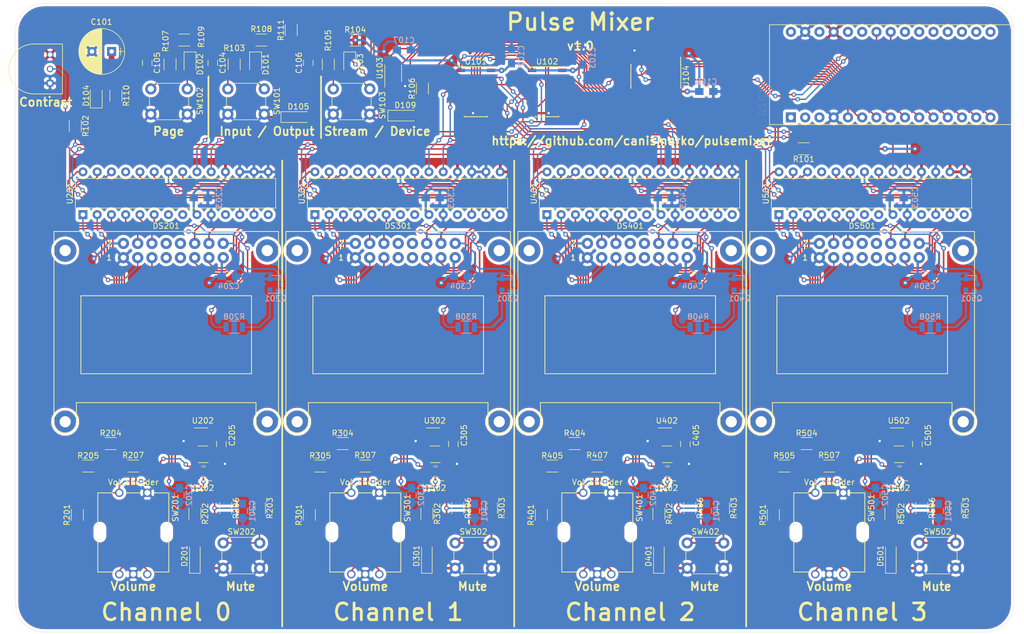
<source format=kicad_pcb>
(kicad_pcb (version 20171130) (host pcbnew 5.1.6)
  (layers (0 F.Cu signal) (31 B.Cu signal) (34 B.Paste user) (35 F.Paste user) (36 B.SilkS user) (37 F.SilkS user) (38 B.Mask user) (39 F.Mask user) (44 Edge.Cuts user))
  (net 0 "")
  (net 1 GND)
  (net 2 +5V)
  (net 3 /SCK)
  (net 4 /SDA)
  (net 5 /STRM_DEV_LED)
  (net 6 /Channel1/MUTE_SW)
  (net 7 /Channel1/VOL_SW)
  (net 8 "Net-(D109-Pad2)")
  (net 9 /LCD_V0)
  (net 10 /Channel1/LCD_RS)
  (net 11 /Channel1/LCD_RW)
  (net 12 /Channel1/LCD_E)
  (net 13 /Channel1/LCD_DB4)
  (net 14 /Channel1/LCD_DB5)
  (net 15 /Channel1/LCD_DB6)
  (net 16 /Channel1/LCD_DB7)
  (net 17 /Channel1/MUTE_LED)
  (net 18 /Channel1/VOL_B)
  (net 19 /Channel1/VOL_A)
  (net 20 /Channel2/MUTE_SW)
  (net 21 /Channel2/VOL_SW)
  (net 22 /Channel3/MUTE_SW)
  (net 23 /Channel3/VOL_SW)
  (net 24 /Channel0/MUTE_SW)
  (net 25 /Channel0/VOL_SW)
  (net 26 /Channel2/LCD_RS)
  (net 27 /Channel2/LCD_RW)
  (net 28 /Channel2/LCD_E)
  (net 29 /Channel2/LCD_DB4)
  (net 30 /Channel2/LCD_DB5)
  (net 31 /Channel2/LCD_DB6)
  (net 32 /Channel2/LCD_DB7)
  (net 33 /Channel3/LCD_DB7)
  (net 34 /Channel3/LCD_DB6)
  (net 35 /Channel3/LCD_DB5)
  (net 36 /Channel3/LCD_DB4)
  (net 37 /Channel3/LCD_E)
  (net 38 /Channel3/LCD_RW)
  (net 39 /Channel3/LCD_RS)
  (net 40 /Channel0/LCD_DB7)
  (net 41 /Channel0/LCD_DB6)
  (net 42 /Channel0/LCD_DB5)
  (net 43 /Channel0/LCD_DB4)
  (net 44 /Channel0/LCD_E)
  (net 45 /Channel0/LCD_RW)
  (net 46 /Channel0/LCD_RS)
  (net 47 /Channel2/MUTE_LED)
  (net 48 /Channel3/MUTE_LED)
  (net 49 /Channel0/MUTE_LED)
  (net 50 /Channel2/VOL_B)
  (net 51 /Channel2/VOL_A)
  (net 52 /Channel3/VOL_A)
  (net 53 /Channel3/VOL_B)
  (net 54 /Channel0/VOL_A)
  (net 55 /Channel0/VOL_B)
  (net 56 /INTBTN)
  (net 57 /INTVOL)
  (net 58 /INTCH3)
  (net 59 /INTCH2)
  (net 60 /INTCH1)
  (net 61 /INTCH0)
  (net 62 /INTBTN_CH0)
  (net 63 /INTVOL_CH0)
  (net 64 /INTBTN_CH1)
  (net 65 /INTVOL_CH1)
  (net 66 /INTBTN_CH2)
  (net 67 /INTVOL_CH2)
  (net 68 /INTBTN_CH3)
  (net 69 /INTVOL_CH3)
  (net 70 /Channel1/MUTE_SW_RC)
  (net 71 /Channel1/VOL_SW_RC)
  (net 72 /Channel2/MUTE_SW_RC)
  (net 73 /Channel2/VOL_SW_RC)
  (net 74 /Channel3/MUTE_SW_RC)
  (net 75 /Channel3/VOL_SW_RC)
  (net 76 /Channel0/MUTE_SW_RC)
  (net 77 /Channel0/VOL_SW_RC)
  (net 78 /Channel1/MUTE_LED_TO_D)
  (net 79 /Channel1/SW_MUTE_OUT)
  (net 80 /Channel1/SW_VOL_OUT)
  (net 81 /Channel2/MUTE_LED_TO_D)
  (net 82 /Channel2/SW_MUTE_OUT)
  (net 83 /Channel2/SW_VOL_OUT)
  (net 84 /Channel3/MUTE_LED_TO_D)
  (net 85 /Channel3/SW_MUTE_OUT)
  (net 86 /Channel3/SW_VOL_OUT)
  (net 87 /Channel0/MUTE_LED_TO_D)
  (net 88 /Channel0/SW_MUTE_OUT)
  (net 89 /Channel0/SW_VOL_OUT)
  (net 90 /Channel1/LCD_LED-)
  (net 91 /Channel2/LCD_LED-)
  (net 92 /Channel3/LCD_LED-)
  (net 93 /Channel0/LCD_LED-)
  (net 94 /Channel1/LCD_LED_B)
  (net 95 /Channel2/LCD_LED_B)
  (net 96 /Channel3/LCD_LED_B)
  (net 97 /Channel0/LCD_LED_B)
  (net 98 /Channel1/LCD_LED)
  (net 99 /Channel2/LCD_LED)
  (net 100 /Channel3/LCD_LED)
  (net 101 /Channel0/LCD_LED)
  (net 102 "Net-(C104-Pad1)")
  (net 103 "Net-(C105-Pad1)")
  (net 104 "Net-(C106-Pad1)")
  (net 105 "Net-(D101-Pad2)")
  (net 106 "Net-(D102-Pad2)")
  (net 107 "Net-(D103-Pad2)")
  (net 108 "Net-(C101-Pad1)")
  (net 109 /PAGE_BTN)
  (net 110 /IO_BTN)
  (net 111 "Net-(D105-Pad2)")
  (net 112 /STRM_DEV_BTN)
  (net 113 /IO_LED)
  (net 114 /INT_CH_BTN)
  (module pulsemixer_pcb:NHD-0208AZ-FL-GBW (layer F.Cu) (at 87.196 73.472)
    (fp_text reference DS201 (at 0 -1) (layer F.SilkS))
    (fp_text value NHD-0208AZ-FL-GBW)
    (fp_text user 2 (at -10.16 2.13) (layer F.SilkS))
    (fp_text user 1 (at -10.16 4.67) (layer F.SilkS))
    (fp_text user 2 (at -10.16 2.13) (layer F.SilkS))
    (fp_text user 1 (at -10.16 4.67) (layer F.SilkS))
    (pad 16 thru_hole circle (at 10.16 2.13) (size 2 2) (drill 1) (layers *.Cu *.Mask) (net 93 /Channel0/LCD_LED-))
    (pad 15 thru_hole circle (at 10.16 4.67) (size 2 2) (drill 1) (layers *.Cu *.Mask) (net 2 +5V))
    (pad 14 thru_hole circle (at 7.62 2.13) (size 2 2) (drill 1) (layers *.Cu *.Mask) (net 40 /Channel0/LCD_DB7))
    (pad 13 thru_hole circle (at 7.62 4.67) (size 2 2) (drill 1) (layers *.Cu *.Mask) (net 41 /Channel0/LCD_DB6))
    (pad 10 thru_hole circle (at 2.54 2.13) (size 2 2) (drill 1) (layers *.Cu *.Mask))
    (pad 9 thru_hole circle (at 2.54 4.67) (size 2 2) (drill 1) (layers *.Cu *.Mask))
    (pad 12 thru_hole circle (at 5.08 2.13) (size 2 2) (drill 1) (layers *.Cu *.Mask) (net 42 /Channel0/LCD_DB5))
    (pad 11 thru_hole circle (at 5.08 4.67) (size 2 2) (drill 1) (layers *.Cu *.Mask) (net 43 /Channel0/LCD_DB4))
    (pad 8 thru_hole circle (at 0 2.13) (size 2 2) (drill 1) (layers *.Cu *.Mask))
    (pad 7 thru_hole circle (at 0 4.67) (size 2 2) (drill 1) (layers *.Cu *.Mask))
    (pad 6 thru_hole circle (at -2.54 2.13) (size 2 2) (drill 1) (layers *.Cu *.Mask) (net 44 /Channel0/LCD_E))
    (pad 5 thru_hole circle (at -2.54 4.67) (size 2 2) (drill 1) (layers *.Cu *.Mask) (net 45 /Channel0/LCD_RW))
    (pad 3 thru_hole circle (at -5.08 4.67) (size 2 2) (drill 1) (layers *.Cu *.Mask) (net 9 /LCD_V0))
    (pad 4 thru_hole circle (at -5.08 2.13) (size 2 2) (drill 1) (layers *.Cu *.Mask) (net 46 /Channel0/LCD_RS))
    (pad 1 thru_hole circle (at -7.62 4.67) (size 2 2) (drill 1) (layers *.Cu *.Mask) (net 1 GND))
    (pad 2 thru_hole circle (at -7.62 2.13) (size 2 2) (drill 1) (layers *.Cu *.Mask) (net 2 +5V))
    (pad "" thru_hole circle (at 18 33.9) (size 4 4) (drill 2) (layers *.Cu *.Mask))
    (pad "" thru_hole circle (at -18 33.9) (size 4 4) (drill 2) (layers *.Cu *.Mask))
    (pad "" thru_hole circle (at 18 3.4) (size 4 4) (drill 2) (layers *.Cu *.Mask))
    (pad "" thru_hole circle (at -18 3.4) (size 4 4) (drill 2) (layers *.Cu *.Mask))
  )
  (module pulsemixer_pcb:NHD-0208AZ-FL-GBW (layer F.Cu) (at 169.868 73.472)
    (fp_text reference DS401 (at 0 -1) (layer F.SilkS))
    (fp_text value NHD-0208AZ-FL-GBW)
    (fp_text user 2 (at -10.16 2.13) (layer F.SilkS))
    (fp_text user 1 (at -10.16 4.67) (layer F.SilkS))
    (fp_text user 2 (at -10.16 2.13) (layer F.SilkS))
    (fp_text user 1 (at -10.16 4.67) (layer F.SilkS))
    (pad 16 thru_hole circle (at 10.16 2.13) (size 2 2) (drill 1) (layers *.Cu *.Mask) (net 91 /Channel2/LCD_LED-))
    (pad 15 thru_hole circle (at 10.16 4.67) (size 2 2) (drill 1) (layers *.Cu *.Mask) (net 2 +5V))
    (pad 14 thru_hole circle (at 7.62 2.13) (size 2 2) (drill 1) (layers *.Cu *.Mask) (net 32 /Channel2/LCD_DB7))
    (pad 13 thru_hole circle (at 7.62 4.67) (size 2 2) (drill 1) (layers *.Cu *.Mask) (net 31 /Channel2/LCD_DB6))
    (pad 10 thru_hole circle (at 2.54 2.13) (size 2 2) (drill 1) (layers *.Cu *.Mask))
    (pad 9 thru_hole circle (at 2.54 4.67) (size 2 2) (drill 1) (layers *.Cu *.Mask))
    (pad 12 thru_hole circle (at 5.08 2.13) (size 2 2) (drill 1) (layers *.Cu *.Mask) (net 30 /Channel2/LCD_DB5))
    (pad 11 thru_hole circle (at 5.08 4.67) (size 2 2) (drill 1) (layers *.Cu *.Mask) (net 29 /Channel2/LCD_DB4))
    (pad 8 thru_hole circle (at 0 2.13) (size 2 2) (drill 1) (layers *.Cu *.Mask))
    (pad 7 thru_hole circle (at 0 4.67) (size 2 2) (drill 1) (layers *.Cu *.Mask))
    (pad 6 thru_hole circle (at -2.54 2.13) (size 2 2) (drill 1) (layers *.Cu *.Mask) (net 28 /Channel2/LCD_E))
    (pad 5 thru_hole circle (at -2.54 4.67) (size 2 2) (drill 1) (layers *.Cu *.Mask) (net 27 /Channel2/LCD_RW))
    (pad 3 thru_hole circle (at -5.08 4.67) (size 2 2) (drill 1) (layers *.Cu *.Mask) (net 9 /LCD_V0))
    (pad 4 thru_hole circle (at -5.08 2.13) (size 2 2) (drill 1) (layers *.Cu *.Mask) (net 26 /Channel2/LCD_RS))
    (pad 1 thru_hole circle (at -7.62 4.67) (size 2 2) (drill 1) (layers *.Cu *.Mask) (net 1 GND))
    (pad 2 thru_hole circle (at -7.62 2.13) (size 2 2) (drill 1) (layers *.Cu *.Mask) (net 2 +5V))
    (pad "" thru_hole circle (at 18 33.9) (size 4 4) (drill 2) (layers *.Cu *.Mask))
    (pad "" thru_hole circle (at -18 33.9) (size 4 4) (drill 2) (layers *.Cu *.Mask))
    (pad "" thru_hole circle (at 18 3.4) (size 4 4) (drill 2) (layers *.Cu *.Mask))
    (pad "" thru_hole circle (at -18 3.4) (size 4 4) (drill 2) (layers *.Cu *.Mask))
  )
  (module pulsemixer_pcb:NHD-0208AZ-FL-GBW (layer F.Cu) (at 211.204 73.472)
    (fp_text reference DS501 (at 0 -1) (layer F.SilkS))
    (fp_text value NHD-0208AZ-FL-GBW)
    (fp_text user 2 (at -10.16 2.13) (layer F.SilkS))
    (fp_text user 1 (at -10.16 4.67) (layer F.SilkS))
    (fp_text user 2 (at -10.16 2.13) (layer F.SilkS))
    (fp_text user 1 (at -10.16 4.67) (layer F.SilkS))
    (pad 16 thru_hole circle (at 10.16 2.13) (size 2 2) (drill 1) (layers *.Cu *.Mask) (net 92 /Channel3/LCD_LED-))
    (pad 15 thru_hole circle (at 10.16 4.67) (size 2 2) (drill 1) (layers *.Cu *.Mask) (net 2 +5V))
    (pad 14 thru_hole circle (at 7.62 2.13) (size 2 2) (drill 1) (layers *.Cu *.Mask) (net 33 /Channel3/LCD_DB7))
    (pad 13 thru_hole circle (at 7.62 4.67) (size 2 2) (drill 1) (layers *.Cu *.Mask) (net 34 /Channel3/LCD_DB6))
    (pad 10 thru_hole circle (at 2.54 2.13) (size 2 2) (drill 1) (layers *.Cu *.Mask))
    (pad 9 thru_hole circle (at 2.54 4.67) (size 2 2) (drill 1) (layers *.Cu *.Mask))
    (pad 12 thru_hole circle (at 5.08 2.13) (size 2 2) (drill 1) (layers *.Cu *.Mask) (net 35 /Channel3/LCD_DB5))
    (pad 11 thru_hole circle (at 5.08 4.67) (size 2 2) (drill 1) (layers *.Cu *.Mask) (net 36 /Channel3/LCD_DB4))
    (pad 8 thru_hole circle (at 0 2.13) (size 2 2) (drill 1) (layers *.Cu *.Mask))
    (pad 7 thru_hole circle (at 0 4.67) (size 2 2) (drill 1) (layers *.Cu *.Mask))
    (pad 6 thru_hole circle (at -2.54 2.13) (size 2 2) (drill 1) (layers *.Cu *.Mask) (net 37 /Channel3/LCD_E))
    (pad 5 thru_hole circle (at -2.54 4.67) (size 2 2) (drill 1) (layers *.Cu *.Mask) (net 38 /Channel3/LCD_RW))
    (pad 3 thru_hole circle (at -5.08 4.67) (size 2 2) (drill 1) (layers *.Cu *.Mask) (net 9 /LCD_V0))
    (pad 4 thru_hole circle (at -5.08 2.13) (size 2 2) (drill 1) (layers *.Cu *.Mask) (net 39 /Channel3/LCD_RS))
    (pad 1 thru_hole circle (at -7.62 4.67) (size 2 2) (drill 1) (layers *.Cu *.Mask) (net 1 GND))
    (pad 2 thru_hole circle (at -7.62 2.13) (size 2 2) (drill 1) (layers *.Cu *.Mask) (net 2 +5V))
    (pad "" thru_hole circle (at 18 33.9) (size 4 4) (drill 2) (layers *.Cu *.Mask))
    (pad "" thru_hole circle (at -18 33.9) (size 4 4) (drill 2) (layers *.Cu *.Mask))
    (pad "" thru_hole circle (at 18 3.4) (size 4 4) (drill 2) (layers *.Cu *.Mask))
    (pad "" thru_hole circle (at -18 3.4) (size 4 4) (drill 2) (layers *.Cu *.Mask))
  )
  (module pulsemixer_pcb:NHD-0208AZ-FL-GBW (layer F.Cu) (at 128.532 73.472)
    (fp_text reference DS301 (at 0 -1) (layer F.SilkS))
    (fp_text value NHD-0208AZ-FL-GBW)
    (fp_text user 2 (at -10.16 2.13) (layer F.SilkS))
    (fp_text user 1 (at -10.16 4.67) (layer F.SilkS))
    (fp_text user 2 (at -10.16 2.13) (layer F.SilkS))
    (fp_text user 1 (at -10.16 4.67) (layer F.SilkS))
    (pad 16 thru_hole circle (at 10.16 2.13) (size 2 2) (drill 1) (layers *.Cu *.Mask) (net 90 /Channel1/LCD_LED-))
    (pad 15 thru_hole circle (at 10.16 4.67) (size 2 2) (drill 1) (layers *.Cu *.Mask) (net 2 +5V))
    (pad 14 thru_hole circle (at 7.62 2.13) (size 2 2) (drill 1) (layers *.Cu *.Mask) (net 16 /Channel1/LCD_DB7))
    (pad 13 thru_hole circle (at 7.62 4.67) (size 2 2) (drill 1) (layers *.Cu *.Mask) (net 15 /Channel1/LCD_DB6))
    (pad 10 thru_hole circle (at 2.54 2.13) (size 2 2) (drill 1) (layers *.Cu *.Mask))
    (pad 9 thru_hole circle (at 2.54 4.67) (size 2 2) (drill 1) (layers *.Cu *.Mask))
    (pad 12 thru_hole circle (at 5.08 2.13) (size 2 2) (drill 1) (layers *.Cu *.Mask) (net 14 /Channel1/LCD_DB5))
    (pad 11 thru_hole circle (at 5.08 4.67) (size 2 2) (drill 1) (layers *.Cu *.Mask) (net 13 /Channel1/LCD_DB4))
    (pad 8 thru_hole circle (at 0 2.13) (size 2 2) (drill 1) (layers *.Cu *.Mask))
    (pad 7 thru_hole circle (at 0 4.67) (size 2 2) (drill 1) (layers *.Cu *.Mask))
    (pad 6 thru_hole circle (at -2.54 2.13) (size 2 2) (drill 1) (layers *.Cu *.Mask) (net 12 /Channel1/LCD_E))
    (pad 5 thru_hole circle (at -2.54 4.67) (size 2 2) (drill 1) (layers *.Cu *.Mask) (net 11 /Channel1/LCD_RW))
    (pad 3 thru_hole circle (at -5.08 4.67) (size 2 2) (drill 1) (layers *.Cu *.Mask) (net 9 /LCD_V0))
    (pad 4 thru_hole circle (at -5.08 2.13) (size 2 2) (drill 1) (layers *.Cu *.Mask) (net 10 /Channel1/LCD_RS))
    (pad 1 thru_hole circle (at -7.62 4.67) (size 2 2) (drill 1) (layers *.Cu *.Mask) (net 1 GND))
    (pad 2 thru_hole circle (at -7.62 2.13) (size 2 2) (drill 1) (layers *.Cu *.Mask) (net 2 +5V))
    (pad "" thru_hole circle (at 18 33.9) (size 4 4) (drill 2) (layers *.Cu *.Mask))
    (pad "" thru_hole circle (at -18 33.9) (size 4 4) (drill 2) (layers *.Cu *.Mask))
    (pad "" thru_hole circle (at 18 3.4) (size 4 4) (drill 2) (layers *.Cu *.Mask))
    (pad "" thru_hole circle (at -18 3.4) (size 4 4) (drill 2) (layers *.Cu *.Mask))
  )
  (module pulsemixer_pcb:EN12-HS22AF18 (layer F.Cu) (at 81.333 127.031)
    (fp_text reference SW201 (at 7.5 -4.3 90) (layer F.SilkS))
    (fp_text value Vol_Encoder (at 0 -8.89) (layer F.SilkS))
    (pad S1 thru_hole circle (at -2.5 -7) (size 1.4986 1.4986) (drill 1) (layers *.Cu *.Mask) (net 89 /Channel0/SW_VOL_OUT))
    (pad S2 thru_hole circle (at 2.5 -7) (size 1.4986 1.4986) (drill 1) (layers *.Cu *.Mask) (net 1 GND))
    (pad A thru_hole circle (at -2.5 7.5) (size 1.4986 1.4986) (drill 1) (layers *.Cu *.Mask) (net 54 /Channel0/VOL_A))
    (pad C thru_hole circle (at 0 7.5) (size 1.4986 1.4986) (drill 1) (layers *.Cu *.Mask) (net 1 GND))
    (pad B thru_hole circle (at 2.5 7.5) (size 1.4986 1.4986) (drill 1) (layers *.Cu *.Mask) (net 55 /Channel0/VOL_B))
    (pad "" np_thru_hole oval (at -5.95 0) (size 1.3 2.7) (drill oval 1.3 2.7) (layers *.Cu *.Mask))
    (pad "" np_thru_hole oval (at 5.95 0) (size 1.3 2.7) (drill oval 1.3 2.7) (layers *.Cu *.Mask))
  )
  (module pulsemixer_pcb:EN12-HS22AF18 (layer F.Cu) (at 122.669 127.031)
    (fp_text reference SW301 (at 7.5 -4.3 90) (layer F.SilkS))
    (fp_text value Vol_Encoder (at 0 -8.89) (layer F.SilkS))
    (pad S1 thru_hole circle (at -2.5 -7) (size 1.4986 1.4986) (drill 1) (layers *.Cu *.Mask) (net 80 /Channel1/SW_VOL_OUT))
    (pad S2 thru_hole circle (at 2.5 -7) (size 1.4986 1.4986) (drill 1) (layers *.Cu *.Mask) (net 1 GND))
    (pad A thru_hole circle (at -2.5 7.5) (size 1.4986 1.4986) (drill 1) (layers *.Cu *.Mask) (net 19 /Channel1/VOL_A))
    (pad C thru_hole circle (at 0 7.5) (size 1.4986 1.4986) (drill 1) (layers *.Cu *.Mask) (net 1 GND))
    (pad B thru_hole circle (at 2.5 7.5) (size 1.4986 1.4986) (drill 1) (layers *.Cu *.Mask) (net 18 /Channel1/VOL_B))
    (pad "" np_thru_hole oval (at -5.95 0) (size 1.3 2.7) (drill oval 1.3 2.7) (layers *.Cu *.Mask))
    (pad "" np_thru_hole oval (at 5.95 0) (size 1.3 2.7) (drill oval 1.3 2.7) (layers *.Cu *.Mask))
  )
  (module pulsemixer_pcb:EN12-HS22AF18 (layer F.Cu) (at 164.005 127.031)
    (fp_text reference SW401 (at 7.5 -4.3 90) (layer F.SilkS))
    (fp_text value Vol_Encoder (at 0 -8.89) (layer F.SilkS))
    (pad S1 thru_hole circle (at -2.5 -7) (size 1.4986 1.4986) (drill 1) (layers *.Cu *.Mask) (net 83 /Channel2/SW_VOL_OUT))
    (pad S2 thru_hole circle (at 2.5 -7) (size 1.4986 1.4986) (drill 1) (layers *.Cu *.Mask) (net 1 GND))
    (pad A thru_hole circle (at -2.5 7.5) (size 1.4986 1.4986) (drill 1) (layers *.Cu *.Mask) (net 51 /Channel2/VOL_A))
    (pad C thru_hole circle (at 0 7.5) (size 1.4986 1.4986) (drill 1) (layers *.Cu *.Mask) (net 1 GND))
    (pad B thru_hole circle (at 2.5 7.5) (size 1.4986 1.4986) (drill 1) (layers *.Cu *.Mask) (net 50 /Channel2/VOL_B))
    (pad "" np_thru_hole oval (at -5.95 0) (size 1.3 2.7) (drill oval 1.3 2.7) (layers *.Cu *.Mask))
    (pad "" np_thru_hole oval (at 5.95 0) (size 1.3 2.7) (drill oval 1.3 2.7) (layers *.Cu *.Mask))
  )
  (module pulsemixer_pcb:EN12-HS22AF18 (layer F.Cu) (at 205.341 127.031)
    (fp_text reference SW501 (at 7.5 -4.3 90) (layer F.SilkS))
    (fp_text value Vol_Encoder (at 0 -8.89) (layer F.SilkS))
    (pad S1 thru_hole circle (at -2.5 -7) (size 1.4986 1.4986) (drill 1) (layers *.Cu *.Mask) (net 86 /Channel3/SW_VOL_OUT))
    (pad S2 thru_hole circle (at 2.5 -7) (size 1.4986 1.4986) (drill 1) (layers *.Cu *.Mask) (net 1 GND))
    (pad A thru_hole circle (at -2.5 7.5) (size 1.4986 1.4986) (drill 1) (layers *.Cu *.Mask) (net 52 /Channel3/VOL_A))
    (pad C thru_hole circle (at 0 7.5) (size 1.4986 1.4986) (drill 1) (layers *.Cu *.Mask) (net 1 GND))
    (pad B thru_hole circle (at 2.5 7.5) (size 1.4986 1.4986) (drill 1) (layers *.Cu *.Mask) (net 53 /Channel3/VOL_B))
    (pad "" np_thru_hole oval (at -5.95 0) (size 1.3 2.7) (drill oval 1.3 2.7) (layers *.Cu *.Mask))
    (pad "" np_thru_hole oval (at 5.95 0) (size 1.3 2.7) (drill oval 1.3 2.7) (layers *.Cu *.Mask))
  )
  (module Capacitors_SMD:C_0805_HandSoldering (layer B.Cu) (at 100.806 123.272 90)
    (fp_text reference C201 (at 0 1.75 90) (layer B.SilkS) (effects (justify mirror)))
    (fp_text value 0.1µ)
    (pad 1 smd rect (at -1.25 0 90) (size 1.5 1.25) (layers B.Cu B.Paste B.Mask) (net 1 GND))
    (pad 2 smd rect (at 1.25 0 90) (size 1.5 1.25) (layers B.Cu B.Paste B.Mask) (net 76 /Channel0/MUTE_SW_RC))
  )
  (module Capacitors_SMD:C_0805_HandSoldering (layer B.Cu) (at 89.538 120.462 90)
    (fp_text reference C202 (at 0 1.75 270) (layer B.SilkS) (effects (justify mirror)))
    (fp_text value 0.1µ)
    (pad 1 smd rect (at -1.25 0 90) (size 1.5 1.25) (layers B.Cu B.Paste B.Mask) (net 1 GND))
    (pad 2 smd rect (at 1.25 0 90) (size 1.5 1.25) (layers B.Cu B.Paste B.Mask) (net 77 /Channel0/VOL_SW_RC))
  )
  (module Capacitors_SMD:C_0805_HandSoldering (layer B.Cu) (at 98.356 81.472)
    (fp_text reference C204 (at 0 1.75) (layer B.SilkS) (effects (justify mirror)))
    (fp_text value 0.1µ)
    (pad 1 smd rect (at -1.25 0) (size 1.5 1.25) (layers B.Cu B.Paste B.Mask) (net 2 +5V))
    (pad 2 smd rect (at 1.25 0) (size 1.5 1.25) (layers B.Cu B.Paste B.Mask) (net 1 GND))
  )
  (module Capacitors_SMD:C_0805_HandSoldering (layer B.Cu) (at 93.356 67.472)
    (fp_text reference C203 (at 3.294 -0.096 90) (layer B.SilkS) (effects (justify mirror)))
    (fp_text value 0.1µ)
    (pad 1 smd rect (at -1.25 0) (size 1.5 1.25) (layers B.Cu B.Paste B.Mask) (net 2 +5V))
    (pad 2 smd rect (at 1.25 0) (size 1.5 1.25) (layers B.Cu B.Paste B.Mask) (net 1 GND))
  )
  (module Housings_DIP:DIP-28_W7.62mm (layer F.Cu) (at 72.356 70.472 90)
    (fp_text reference U201 (at 3.81 -2.33 90) (layer F.SilkS))
    (fp_text value MCP23017_SP)
    (pad 1 thru_hole rect (at 0 0 90) (size 1.6 1.6) (drill 0.8) (layers *.Cu *.Mask) (net 54 /Channel0/VOL_A))
    (pad 15 thru_hole oval (at 7.62 33.02 90) (size 1.6 1.6) (drill 0.8) (layers *.Cu *.Mask) (net 1 GND))
    (pad 2 thru_hole oval (at 0 2.54 90) (size 1.6 1.6) (drill 0.8) (layers *.Cu *.Mask) (net 55 /Channel0/VOL_B))
    (pad 16 thru_hole oval (at 7.62 30.48 90) (size 1.6 1.6) (drill 0.8) (layers *.Cu *.Mask) (net 1 GND))
    (pad 3 thru_hole oval (at 0 5.08 90) (size 1.6 1.6) (drill 0.8) (layers *.Cu *.Mask) (net 46 /Channel0/LCD_RS))
    (pad 17 thru_hole oval (at 7.62 27.94 90) (size 1.6 1.6) (drill 0.8) (layers *.Cu *.Mask) (net 1 GND))
    (pad 4 thru_hole oval (at 0 7.62 90) (size 1.6 1.6) (drill 0.8) (layers *.Cu *.Mask) (net 44 /Channel0/LCD_E))
    (pad 18 thru_hole oval (at 7.62 25.4 90) (size 1.6 1.6) (drill 0.8) (layers *.Cu *.Mask) (net 2 +5V))
    (pad 5 thru_hole oval (at 0 10.16 90) (size 1.6 1.6) (drill 0.8) (layers *.Cu *.Mask) (net 101 /Channel0/LCD_LED))
    (pad 19 thru_hole oval (at 7.62 22.86 90) (size 1.6 1.6) (drill 0.8) (layers *.Cu *.Mask) (net 62 /INTBTN_CH0))
    (pad 6 thru_hole oval (at 0 12.7 90) (size 1.6 1.6) (drill 0.8) (layers *.Cu *.Mask) (net 45 /Channel0/LCD_RW))
    (pad 20 thru_hole oval (at 7.62 20.32 90) (size 1.6 1.6) (drill 0.8) (layers *.Cu *.Mask) (net 63 /INTVOL_CH0))
    (pad 7 thru_hole oval (at 0 15.24 90) (size 1.6 1.6) (drill 0.8) (layers *.Cu *.Mask))
    (pad 21 thru_hole oval (at 7.62 17.78 90) (size 1.6 1.6) (drill 0.8) (layers *.Cu *.Mask) (net 43 /Channel0/LCD_DB4))
    (pad 8 thru_hole oval (at 0 17.78 90) (size 1.6 1.6) (drill 0.8) (layers *.Cu *.Mask))
    (pad 22 thru_hole oval (at 7.62 15.24 90) (size 1.6 1.6) (drill 0.8) (layers *.Cu *.Mask) (net 42 /Channel0/LCD_DB5))
    (pad 9 thru_hole oval (at 0 20.32 90) (size 1.6 1.6) (drill 0.8) (layers *.Cu *.Mask) (net 2 +5V))
    (pad 23 thru_hole oval (at 7.62 12.7 90) (size 1.6 1.6) (drill 0.8) (layers *.Cu *.Mask) (net 41 /Channel0/LCD_DB6))
    (pad 10 thru_hole oval (at 0 22.86 90) (size 1.6 1.6) (drill 0.8) (layers *.Cu *.Mask) (net 1 GND))
    (pad 24 thru_hole oval (at 7.62 10.16 90) (size 1.6 1.6) (drill 0.8) (layers *.Cu *.Mask) (net 40 /Channel0/LCD_DB7))
    (pad 11 thru_hole oval (at 0 25.4 90) (size 1.6 1.6) (drill 0.8) (layers *.Cu *.Mask))
    (pad 25 thru_hole oval (at 7.62 7.62 90) (size 1.6 1.6) (drill 0.8) (layers *.Cu *.Mask))
    (pad 12 thru_hole oval (at 0 27.94 90) (size 1.6 1.6) (drill 0.8) (layers *.Cu *.Mask) (net 3 /SCK))
    (pad 26 thru_hole oval (at 7.62 5.08 90) (size 1.6 1.6) (drill 0.8) (layers *.Cu *.Mask) (net 24 /Channel0/MUTE_SW))
    (pad 13 thru_hole oval (at 0 30.48 90) (size 1.6 1.6) (drill 0.8) (layers *.Cu *.Mask) (net 4 /SDA))
    (pad 27 thru_hole oval (at 7.62 2.54 90) (size 1.6 1.6) (drill 0.8) (layers *.Cu *.Mask) (net 25 /Channel0/VOL_SW))
    (pad 14 thru_hole oval (at 0 33.02 90) (size 1.6 1.6) (drill 0.8) (layers *.Cu *.Mask))
    (pad 28 thru_hole oval (at 7.62 0 90) (size 1.6 1.6) (drill 0.8) (layers *.Cu *.Mask) (net 49 /Channel0/MUTE_LED))
  )
  (module LEDs:LED_1206_HandSoldering (layer F.Cu) (at 92.306 131.272 90)
    (fp_text reference D201 (at 0 -1.85 90) (layer F.SilkS))
    (fp_text value LED_RED)
    (pad 1 smd rect (at -2 0 90) (size 2 1.7) (layers F.Cu F.Paste F.Mask) (net 1 GND))
    (pad 2 smd rect (at 2 0 90) (size 2 1.7) (layers F.Cu F.Paste F.Mask) (net 87 /Channel0/MUTE_LED_TO_D))
  )
  (module Buttons_Switches_THT:SW_PUSH_6mm (layer F.Cu) (at 97.356 128.972)
    (fp_text reference SW202 (at 3.25 -2) (layer F.SilkS))
    (fp_text value SW_PUSH_SPST)
    (pad 2 thru_hole circle (at 0 4.5 90) (size 2 2) (drill 1.1) (layers *.Cu *.Mask) (net 1 GND))
    (pad 1 thru_hole circle (at 0 0 90) (size 2 2) (drill 1.1) (layers *.Cu *.Mask) (net 88 /Channel0/SW_MUTE_OUT))
    (pad 2 thru_hole circle (at 6.5 4.5 90) (size 2 2) (drill 1.1) (layers *.Cu *.Mask) (net 1 GND))
    (pad 1 thru_hole circle (at 6.5 0 90) (size 2 2) (drill 1.1) (layers *.Cu *.Mask) (net 88 /Channel0/SW_MUTE_OUT))
  )
  (module Housings_DIP:DIP-28_W7.62mm (layer F.Cu) (at 155.028 70.472 90)
    (fp_text reference U401 (at 3.81 -2.33 90) (layer F.SilkS))
    (fp_text value MCP23017_SP)
    (pad 1 thru_hole rect (at 0 0 90) (size 1.6 1.6) (drill 0.8) (layers *.Cu *.Mask) (net 51 /Channel2/VOL_A))
    (pad 15 thru_hole oval (at 7.62 33.02 90) (size 1.6 1.6) (drill 0.8) (layers *.Cu *.Mask) (net 1 GND))
    (pad 2 thru_hole oval (at 0 2.54 90) (size 1.6 1.6) (drill 0.8) (layers *.Cu *.Mask) (net 50 /Channel2/VOL_B))
    (pad 16 thru_hole oval (at 7.62 30.48 90) (size 1.6 1.6) (drill 0.8) (layers *.Cu *.Mask) (net 2 +5V))
    (pad 3 thru_hole oval (at 0 5.08 90) (size 1.6 1.6) (drill 0.8) (layers *.Cu *.Mask) (net 26 /Channel2/LCD_RS))
    (pad 17 thru_hole oval (at 7.62 27.94 90) (size 1.6 1.6) (drill 0.8) (layers *.Cu *.Mask) (net 1 GND))
    (pad 4 thru_hole oval (at 0 7.62 90) (size 1.6 1.6) (drill 0.8) (layers *.Cu *.Mask) (net 28 /Channel2/LCD_E))
    (pad 18 thru_hole oval (at 7.62 25.4 90) (size 1.6 1.6) (drill 0.8) (layers *.Cu *.Mask) (net 2 +5V))
    (pad 5 thru_hole oval (at 0 10.16 90) (size 1.6 1.6) (drill 0.8) (layers *.Cu *.Mask) (net 99 /Channel2/LCD_LED))
    (pad 19 thru_hole oval (at 7.62 22.86 90) (size 1.6 1.6) (drill 0.8) (layers *.Cu *.Mask) (net 66 /INTBTN_CH2))
    (pad 6 thru_hole oval (at 0 12.7 90) (size 1.6 1.6) (drill 0.8) (layers *.Cu *.Mask) (net 27 /Channel2/LCD_RW))
    (pad 20 thru_hole oval (at 7.62 20.32 90) (size 1.6 1.6) (drill 0.8) (layers *.Cu *.Mask) (net 67 /INTVOL_CH2))
    (pad 7 thru_hole oval (at 0 15.24 90) (size 1.6 1.6) (drill 0.8) (layers *.Cu *.Mask))
    (pad 21 thru_hole oval (at 7.62 17.78 90) (size 1.6 1.6) (drill 0.8) (layers *.Cu *.Mask) (net 29 /Channel2/LCD_DB4))
    (pad 8 thru_hole oval (at 0 17.78 90) (size 1.6 1.6) (drill 0.8) (layers *.Cu *.Mask))
    (pad 22 thru_hole oval (at 7.62 15.24 90) (size 1.6 1.6) (drill 0.8) (layers *.Cu *.Mask) (net 30 /Channel2/LCD_DB5))
    (pad 9 thru_hole oval (at 0 20.32 90) (size 1.6 1.6) (drill 0.8) (layers *.Cu *.Mask) (net 2 +5V))
    (pad 23 thru_hole oval (at 7.62 12.7 90) (size 1.6 1.6) (drill 0.8) (layers *.Cu *.Mask) (net 31 /Channel2/LCD_DB6))
    (pad 10 thru_hole oval (at 0 22.86 90) (size 1.6 1.6) (drill 0.8) (layers *.Cu *.Mask) (net 1 GND))
    (pad 24 thru_hole oval (at 7.62 10.16 90) (size 1.6 1.6) (drill 0.8) (layers *.Cu *.Mask) (net 32 /Channel2/LCD_DB7))
    (pad 11 thru_hole oval (at 0 25.4 90) (size 1.6 1.6) (drill 0.8) (layers *.Cu *.Mask))
    (pad 25 thru_hole oval (at 7.62 7.62 90) (size 1.6 1.6) (drill 0.8) (layers *.Cu *.Mask))
    (pad 12 thru_hole oval (at 0 27.94 90) (size 1.6 1.6) (drill 0.8) (layers *.Cu *.Mask) (net 3 /SCK))
    (pad 26 thru_hole oval (at 7.62 5.08 90) (size 1.6 1.6) (drill 0.8) (layers *.Cu *.Mask) (net 20 /Channel2/MUTE_SW))
    (pad 13 thru_hole oval (at 0 30.48 90) (size 1.6 1.6) (drill 0.8) (layers *.Cu *.Mask) (net 4 /SDA))
    (pad 27 thru_hole oval (at 7.62 2.54 90) (size 1.6 1.6) (drill 0.8) (layers *.Cu *.Mask) (net 21 /Channel2/VOL_SW))
    (pad 14 thru_hole oval (at 0 33.02 90) (size 1.6 1.6) (drill 0.8) (layers *.Cu *.Mask))
    (pad 28 thru_hole oval (at 7.62 0 90) (size 1.6 1.6) (drill 0.8) (layers *.Cu *.Mask) (net 47 /Channel2/MUTE_LED))
  )
  (module Housings_SOIC:SOIC-14_3.9x8.7mm_Pitch1.27mm (layer F.Cu) (at 155.07 48.58)
    (fp_text reference U102 (at 0 -5.375) (layer F.SilkS))
    (fp_text value SN74HC21DR)
    (pad 1 smd rect (at -2.7 -3.81) (size 1.5 0.6) (layers F.Cu F.Paste F.Mask) (net 63 /INTVOL_CH0))
    (pad 2 smd rect (at -2.7 -2.54) (size 1.5 0.6) (layers F.Cu F.Paste F.Mask) (net 65 /INTVOL_CH1))
    (pad 3 smd rect (at -2.7 -1.27) (size 1.5 0.6) (layers F.Cu F.Paste F.Mask))
    (pad 4 smd rect (at -2.7 0) (size 1.5 0.6) (layers F.Cu F.Paste F.Mask) (net 67 /INTVOL_CH2))
    (pad 5 smd rect (at -2.7 1.27) (size 1.5 0.6) (layers F.Cu F.Paste F.Mask) (net 69 /INTVOL_CH3))
    (pad 6 smd rect (at -2.7 2.54) (size 1.5 0.6) (layers F.Cu F.Paste F.Mask) (net 57 /INTVOL))
    (pad 7 smd rect (at -2.7 3.81) (size 1.5 0.6) (layers F.Cu F.Paste F.Mask) (net 1 GND))
    (pad 8 smd rect (at 2.7 3.81) (size 1.5 0.6) (layers F.Cu F.Paste F.Mask) (net 114 /INT_CH_BTN))
    (pad 9 smd rect (at 2.7 2.54) (size 1.5 0.6) (layers F.Cu F.Paste F.Mask) (net 62 /INTBTN_CH0))
    (pad 10 smd rect (at 2.7 1.27) (size 1.5 0.6) (layers F.Cu F.Paste F.Mask) (net 64 /INTBTN_CH1))
    (pad 11 smd rect (at 2.7 0) (size 1.5 0.6) (layers F.Cu F.Paste F.Mask))
    (pad 12 smd rect (at 2.7 -1.27) (size 1.5 0.6) (layers F.Cu F.Paste F.Mask) (net 66 /INTBTN_CH2))
    (pad 13 smd rect (at 2.7 -2.54) (size 1.5 0.6) (layers F.Cu F.Paste F.Mask) (net 68 /INTBTN_CH3))
    (pad 14 smd rect (at 2.7 -3.81) (size 1.5 0.6) (layers F.Cu F.Paste F.Mask) (net 2 +5V))
  )
  (module Housings_SOIC:SOIC-14_3.9x8.7mm_Pitch1.27mm (layer F.Cu) (at 142.37 48.58)
    (fp_text reference U101 (at 0 -5.375) (layer F.SilkS))
    (fp_text value SN74LHC08DR)
    (pad 1 smd rect (at -2.7 -3.81) (size 1.5 0.6) (layers F.Cu F.Paste F.Mask) (net 63 /INTVOL_CH0))
    (pad 2 smd rect (at -2.7 -2.54) (size 1.5 0.6) (layers F.Cu F.Paste F.Mask) (net 62 /INTBTN_CH0))
    (pad 3 smd rect (at -2.7 -1.27) (size 1.5 0.6) (layers F.Cu F.Paste F.Mask) (net 61 /INTCH0))
    (pad 4 smd rect (at -2.7 0) (size 1.5 0.6) (layers F.Cu F.Paste F.Mask) (net 65 /INTVOL_CH1))
    (pad 5 smd rect (at -2.7 1.27) (size 1.5 0.6) (layers F.Cu F.Paste F.Mask) (net 64 /INTBTN_CH1))
    (pad 6 smd rect (at -2.7 2.54) (size 1.5 0.6) (layers F.Cu F.Paste F.Mask) (net 60 /INTCH1))
    (pad 7 smd rect (at -2.7 3.81) (size 1.5 0.6) (layers F.Cu F.Paste F.Mask) (net 1 GND))
    (pad 8 smd rect (at 2.7 3.81) (size 1.5 0.6) (layers F.Cu F.Paste F.Mask) (net 59 /INTCH2))
    (pad 9 smd rect (at 2.7 2.54) (size 1.5 0.6) (layers F.Cu F.Paste F.Mask) (net 67 /INTVOL_CH2))
    (pad 10 smd rect (at 2.7 1.27) (size 1.5 0.6) (layers F.Cu F.Paste F.Mask) (net 66 /INTBTN_CH2))
    (pad 11 smd rect (at 2.7 0) (size 1.5 0.6) (layers F.Cu F.Paste F.Mask) (net 58 /INTCH3))
    (pad 12 smd rect (at 2.7 -1.27) (size 1.5 0.6) (layers F.Cu F.Paste F.Mask) (net 68 /INTBTN_CH3))
    (pad 13 smd rect (at 2.7 -2.54) (size 1.5 0.6) (layers F.Cu F.Paste F.Mask) (net 69 /INTVOL_CH3))
    (pad 14 smd rect (at 2.7 -3.81) (size 1.5 0.6) (layers F.Cu F.Paste F.Mask) (net 2 +5V))
  )
  (module Capacitors_SMD:C_0805_HandSoldering (layer F.Cu) (at 221.035949 111.348184 90)
    (fp_text reference C505 (at 1.554184 1.908051 270) (layer F.SilkS))
    (fp_text value 0.1µ)
    (pad 1 smd rect (at -1.25 0 90) (size 1.5 1.25) (layers F.Cu F.Paste F.Mask) (net 1 GND))
    (pad 2 smd rect (at 1.25 0 90) (size 1.5 1.25) (layers F.Cu F.Paste F.Mask) (net 2 +5V))
  )
  (module Capacitors_SMD:C_0805_HandSoldering (layer F.Cu) (at 179.699949 111.348184 90)
    (fp_text reference C405 (at 1.554184 1.908051 270) (layer F.SilkS))
    (fp_text value 0.1µ)
    (pad 1 smd rect (at -1.25 0 90) (size 1.5 1.25) (layers F.Cu F.Paste F.Mask) (net 1 GND))
    (pad 2 smd rect (at 1.25 0 90) (size 1.5 1.25) (layers F.Cu F.Paste F.Mask) (net 2 +5V))
  )
  (module Capacitors_SMD:C_0805_HandSoldering (layer F.Cu) (at 138.363949 111.348184 90)
    (fp_text reference C305 (at 1.554184 1.908051 270) (layer F.SilkS))
    (fp_text value 0.1µ)
    (pad 1 smd rect (at -1.25 0 90) (size 1.5 1.25) (layers F.Cu F.Paste F.Mask) (net 1 GND))
    (pad 2 smd rect (at 1.25 0 90) (size 1.5 1.25) (layers F.Cu F.Paste F.Mask) (net 2 +5V))
  )
  (module Capacitors_SMD:C_0805_HandSoldering (layer F.Cu) (at 97.027949 111.348184 90)
    (fp_text reference C205 (at 1.554184 1.908051 270) (layer F.SilkS))
    (fp_text value 0.1µ)
    (pad 1 smd rect (at -1.25 0 90) (size 1.5 1.25) (layers F.Cu F.Paste F.Mask) (net 1 GND))
    (pad 2 smd rect (at 1.25 0 90) (size 1.5 1.25) (layers F.Cu F.Paste F.Mask) (net 2 +5V))
  )
  (module Capacitors_SMD:C_0805_HandSoldering (layer B.Cu) (at 161.42 42.484 90)
    (fp_text reference C103 (at 0 1.75 270) (layer B.SilkS) (effects (justify mirror)))
    (fp_text value 0.1µ)
    (pad 1 smd rect (at -1.25 0 90) (size 1.5 1.25) (layers B.Cu B.Paste B.Mask) (net 2 +5V))
    (pad 2 smd rect (at 1.25 0 90) (size 1.5 1.25) (layers B.Cu B.Paste B.Mask) (net 1 GND))
  )
  (module Capacitors_SMD:C_0805_HandSoldering (layer B.Cu) (at 148.72 42.23 90)
    (fp_text reference C102 (at 0 1.75 90) (layer B.SilkS) (effects (justify mirror)))
    (fp_text value 0.1µ)
    (pad 1 smd rect (at -1.25 0 90) (size 1.5 1.25) (layers B.Cu B.Paste B.Mask) (net 2 +5V))
    (pad 2 smd rect (at 1.25 0 90) (size 1.5 1.25) (layers B.Cu B.Paste B.Mask) (net 1 GND))
  )
  (module pulsemixer_pcb:SHIELD_ARDUINO_NANO (layer F.Cu) (at 216.284 45.532 90)
    (fp_text reference A101 (at -4.755 -22.789 90) (layer F.SilkS) (effects (font (size 1.4 1.4) (thickness 0.015))))
    (fp_text value Arduino_Nano_v3.x)
    (pad 1 thru_hole rect (at -7.62 -17.78 90) (size 1.8 1.8) (drill 0.9) (layers *.Cu *.Mask))
    (pad 2 thru_hole circle (at -7.62 -15.24 90) (size 1.8 1.8) (drill 0.9) (layers *.Cu *.Mask))
    (pad 3 thru_hole circle (at -7.62 -12.7 90) (size 1.8 1.8) (drill 0.9) (layers *.Cu *.Mask))
    (pad 4 thru_hole circle (at -7.62 -10.16 90) (size 1.8 1.8) (drill 0.9) (layers *.Cu *.Mask) (net 1 GND))
    (pad 5 thru_hole circle (at -7.62 -7.62 90) (size 1.8 1.8) (drill 0.9) (layers *.Cu *.Mask) (net 56 /INTBTN))
    (pad 6 thru_hole circle (at -7.62 -5.08 90) (size 1.8 1.8) (drill 0.9) (layers *.Cu *.Mask) (net 57 /INTVOL))
    (pad 7 thru_hole circle (at -7.62 -2.54 90) (size 1.8 1.8) (drill 0.9) (layers *.Cu *.Mask) (net 58 /INTCH3))
    (pad 8 thru_hole circle (at -7.62 0 90) (size 1.8 1.8) (drill 0.9) (layers *.Cu *.Mask) (net 59 /INTCH2))
    (pad 9 thru_hole circle (at -7.62 2.54 90) (size 1.8 1.8) (drill 0.9) (layers *.Cu *.Mask) (net 60 /INTCH1))
    (pad 10 thru_hole circle (at -7.62 5.08 90) (size 1.8 1.8) (drill 0.9) (layers *.Cu *.Mask) (net 61 /INTCH0))
    (pad 11 thru_hole circle (at -7.62 7.62 90) (size 1.8 1.8) (drill 0.9) (layers *.Cu *.Mask) (net 5 /STRM_DEV_LED))
    (pad 12 thru_hole circle (at -7.62 10.16 90) (size 1.8 1.8) (drill 0.9) (layers *.Cu *.Mask) (net 109 /PAGE_BTN))
    (pad 13 thru_hole circle (at -7.62 12.7 90) (size 1.8 1.8) (drill 0.9) (layers *.Cu *.Mask) (net 110 /IO_BTN))
    (pad 14 thru_hole circle (at -7.62 15.24 90) (size 1.8 1.8) (drill 0.9) (layers *.Cu *.Mask) (net 112 /STRM_DEV_BTN))
    (pad 15 thru_hole circle (at -7.62 17.78 90) (size 1.8 1.8) (drill 0.9) (layers *.Cu *.Mask) (net 113 /IO_LED))
    (pad 16 thru_hole circle (at 7.62 17.78 90) (size 1.8 1.8) (drill 0.9) (layers *.Cu *.Mask))
    (pad 17 thru_hole circle (at 7.62 15.24 90) (size 1.8 1.8) (drill 0.9) (layers *.Cu *.Mask))
    (pad 18 thru_hole circle (at 7.62 12.7 90) (size 1.8 1.8) (drill 0.9) (layers *.Cu *.Mask))
    (pad 19 thru_hole circle (at 7.62 10.16 90) (size 1.8 1.8) (drill 0.9) (layers *.Cu *.Mask))
    (pad 20 thru_hole circle (at 7.62 7.62 90) (size 1.8 1.8) (drill 0.9) (layers *.Cu *.Mask))
    (pad 21 thru_hole circle (at 7.62 5.08 90) (size 1.8 1.8) (drill 0.9) (layers *.Cu *.Mask))
    (pad 22 thru_hole circle (at 7.62 2.54 90) (size 1.8 1.8) (drill 0.9) (layers *.Cu *.Mask))
    (pad 23 thru_hole circle (at 7.62 0 90) (size 1.8 1.8) (drill 0.9) (layers *.Cu *.Mask) (net 4 /SDA))
    (pad 24 thru_hole circle (at 7.62 -2.54 90) (size 1.8 1.8) (drill 0.9) (layers *.Cu *.Mask) (net 3 /SCK))
    (pad 25 thru_hole circle (at 7.62 -5.08 90) (size 1.8 1.8) (drill 0.9) (layers *.Cu *.Mask))
    (pad 26 thru_hole circle (at 7.62 -7.62 90) (size 1.8 1.8) (drill 0.9) (layers *.Cu *.Mask))
    (pad 27 thru_hole circle (at 7.62 -10.16 90) (size 1.8 1.8) (drill 0.9) (layers *.Cu *.Mask) (net 2 +5V))
    (pad 28 thru_hole circle (at 7.62 -12.7 90) (size 1.8 1.8) (drill 0.9) (layers *.Cu *.Mask))
    (pad 29 thru_hole circle (at 7.62 -15.24 90) (size 1.8 1.8) (drill 0.9) (layers *.Cu *.Mask) (net 1 GND))
    (pad 30 thru_hole circle (at 7.62 -17.78 90) (size 1.8 1.8) (drill 0.9) (layers *.Cu *.Mask))
  )
  (module Capacitors_SMD:C_0805_HandSoldering (layer B.Cu) (at 183.478 123.272 90)
    (fp_text reference C401 (at 0 1.75 90) (layer B.SilkS) (effects (justify mirror)))
    (fp_text value 0.1µ)
    (pad 1 smd rect (at -1.25 0 90) (size 1.5 1.25) (layers B.Cu B.Paste B.Mask) (net 1 GND))
    (pad 2 smd rect (at 1.25 0 90) (size 1.5 1.25) (layers B.Cu B.Paste B.Mask) (net 72 /Channel2/MUTE_SW_RC))
  )
  (module Capacitors_SMD:C_0805_HandSoldering (layer B.Cu) (at 172.21 120.462 90)
    (fp_text reference C402 (at 0 1.75 270) (layer B.SilkS) (effects (justify mirror)))
    (fp_text value 0.1µ)
    (pad 1 smd rect (at -1.25 0 90) (size 1.5 1.25) (layers B.Cu B.Paste B.Mask) (net 1 GND))
    (pad 2 smd rect (at 1.25 0 90) (size 1.5 1.25) (layers B.Cu B.Paste B.Mask) (net 73 /Channel2/VOL_SW_RC))
  )
  (module Capacitors_SMD:C_0805_HandSoldering (layer B.Cu) (at 176.028 67.472)
    (fp_text reference C403 (at 3.294 -0.096 90) (layer B.SilkS) (effects (justify mirror)))
    (fp_text value 0.1µ)
    (pad 1 smd rect (at -1.25 0) (size 1.5 1.25) (layers B.Cu B.Paste B.Mask) (net 2 +5V))
    (pad 2 smd rect (at 1.25 0) (size 1.5 1.25) (layers B.Cu B.Paste B.Mask) (net 1 GND))
  )
  (module Capacitors_SMD:C_0805_HandSoldering (layer B.Cu) (at 181.028 81.472)
    (fp_text reference C404 (at 0 1.75) (layer B.SilkS) (effects (justify mirror)))
    (fp_text value 0.1µ)
    (pad 1 smd rect (at -1.25 0) (size 1.5 1.25) (layers B.Cu B.Paste B.Mask) (net 2 +5V))
    (pad 2 smd rect (at 1.25 0) (size 1.5 1.25) (layers B.Cu B.Paste B.Mask) (net 1 GND))
  )
  (module Capacitors_SMD:C_0805_HandSoldering (layer B.Cu) (at 224.814 123.272 90)
    (fp_text reference C501 (at 0 1.75 90) (layer B.SilkS) (effects (justify mirror)))
    (fp_text value 0.1µ)
    (pad 1 smd rect (at -1.25 0 90) (size 1.5 1.25) (layers B.Cu B.Paste B.Mask) (net 1 GND))
    (pad 2 smd rect (at 1.25 0 90) (size 1.5 1.25) (layers B.Cu B.Paste B.Mask) (net 74 /Channel3/MUTE_SW_RC))
  )
  (module Capacitors_SMD:C_0805_HandSoldering (layer B.Cu) (at 213.546 120.462 90)
    (fp_text reference C502 (at 0 1.75 270) (layer B.SilkS) (effects (justify mirror)))
    (fp_text value 0.1µ)
    (pad 1 smd rect (at -1.25 0 90) (size 1.5 1.25) (layers B.Cu B.Paste B.Mask) (net 1 GND))
    (pad 2 smd rect (at 1.25 0 90) (size 1.5 1.25) (layers B.Cu B.Paste B.Mask) (net 75 /Channel3/VOL_SW_RC))
  )
  (module Capacitors_SMD:C_0805_HandSoldering (layer B.Cu) (at 217.364 67.472)
    (fp_text reference C503 (at 3.294 -0.096 90) (layer B.SilkS) (effects (justify mirror)))
    (fp_text value 0.1µ)
    (pad 1 smd rect (at -1.25 0) (size 1.5 1.25) (layers B.Cu B.Paste B.Mask) (net 2 +5V))
    (pad 2 smd rect (at 1.25 0) (size 1.5 1.25) (layers B.Cu B.Paste B.Mask) (net 1 GND))
  )
  (module Capacitors_SMD:C_0805_HandSoldering (layer B.Cu) (at 222.364 81.472)
    (fp_text reference C504 (at 0 1.75) (layer B.SilkS) (effects (justify mirror)))
    (fp_text value 0.1µ)
    (pad 1 smd rect (at -1.25 0) (size 1.5 1.25) (layers B.Cu B.Paste B.Mask) (net 2 +5V))
    (pad 2 smd rect (at 1.25 0) (size 1.5 1.25) (layers B.Cu B.Paste B.Mask) (net 1 GND))
  )
  (module LEDs:LED_1206_HandSoldering (layer F.Cu) (at 129.794 52.832)
    (fp_text reference D109 (at 0 -1.85) (layer F.SilkS))
    (fp_text value LED_GREEN)
    (pad 1 smd rect (at -2 0) (size 2 1.7) (layers F.Cu F.Paste F.Mask) (net 1 GND))
    (pad 2 smd rect (at 2 0) (size 2 1.7) (layers F.Cu F.Paste F.Mask) (net 8 "Net-(D109-Pad2)"))
  )
  (module LEDs:LED_1206_HandSoldering (layer F.Cu) (at 174.978 131.272 90)
    (fp_text reference D401 (at 0 -1.85 90) (layer F.SilkS))
    (fp_text value LED_RED)
    (pad 1 smd rect (at -2 0 90) (size 2 1.7) (layers F.Cu F.Paste F.Mask) (net 1 GND))
    (pad 2 smd rect (at 2 0 90) (size 2 1.7) (layers F.Cu F.Paste F.Mask) (net 81 /Channel2/MUTE_LED_TO_D))
  )
  (module LEDs:LED_1206_HandSoldering (layer F.Cu) (at 216.314 131.272 90)
    (fp_text reference D501 (at 0 -1.85 90) (layer F.SilkS))
    (fp_text value LED_RED)
    (pad 1 smd rect (at -2 0 90) (size 2 1.7) (layers F.Cu F.Paste F.Mask) (net 1 GND))
    (pad 2 smd rect (at 2 0 90) (size 2 1.7) (layers F.Cu F.Paste F.Mask) (net 84 /Channel3/MUTE_LED_TO_D))
  )
  (module Buttons_Switches_THT:SW_PUSH_6mm (layer F.Cu) (at 116.97 48.072)
    (fp_text reference SW103 (at 8.736 2.921 90) (layer F.SilkS))
    (fp_text value SW_PUSH_SPST)
    (pad 2 thru_hole circle (at 0 4.5 90) (size 2 2) (drill 1.1) (layers *.Cu *.Mask) (net 1 GND))
    (pad 1 thru_hole circle (at 0 0 90) (size 2 2) (drill 1.1) (layers *.Cu *.Mask) (net 107 "Net-(D103-Pad2)"))
    (pad 2 thru_hole circle (at 6.5 4.5 90) (size 2 2) (drill 1.1) (layers *.Cu *.Mask) (net 1 GND))
    (pad 1 thru_hole circle (at 6.5 0 90) (size 2 2) (drill 1.1) (layers *.Cu *.Mask) (net 107 "Net-(D103-Pad2)"))
  )
  (module Buttons_Switches_THT:SW_PUSH_6mm (layer F.Cu) (at 180.028 128.972)
    (fp_text reference SW402 (at 3.25 -2) (layer F.SilkS))
    (fp_text value SW_PUSH_SPST)
    (pad 2 thru_hole circle (at 0 4.5 90) (size 2 2) (drill 1.1) (layers *.Cu *.Mask) (net 1 GND))
    (pad 1 thru_hole circle (at 0 0 90) (size 2 2) (drill 1.1) (layers *.Cu *.Mask) (net 82 /Channel2/SW_MUTE_OUT))
    (pad 2 thru_hole circle (at 6.5 4.5 90) (size 2 2) (drill 1.1) (layers *.Cu *.Mask) (net 1 GND))
    (pad 1 thru_hole circle (at 6.5 0 90) (size 2 2) (drill 1.1) (layers *.Cu *.Mask) (net 82 /Channel2/SW_MUTE_OUT))
  )
  (module Buttons_Switches_THT:SW_PUSH_6mm (layer F.Cu) (at 221.364 128.972)
    (fp_text reference SW502 (at 3.25 -2) (layer F.SilkS))
    (fp_text value SW_PUSH_SPST)
    (pad 2 thru_hole circle (at 0 4.5 90) (size 2 2) (drill 1.1) (layers *.Cu *.Mask) (net 1 GND))
    (pad 1 thru_hole circle (at 0 0 90) (size 2 2) (drill 1.1) (layers *.Cu *.Mask) (net 85 /Channel3/SW_MUTE_OUT))
    (pad 2 thru_hole circle (at 6.5 4.5 90) (size 2 2) (drill 1.1) (layers *.Cu *.Mask) (net 1 GND))
    (pad 1 thru_hole circle (at 6.5 0 90) (size 2 2) (drill 1.1) (layers *.Cu *.Mask) (net 85 /Channel3/SW_MUTE_OUT))
  )
  (module Housings_DIP:DIP-28_W7.62mm (layer F.Cu) (at 196.364 70.472 90)
    (fp_text reference U501 (at 3.81 -2.33 90) (layer F.SilkS))
    (fp_text value MCP23017_SP)
    (pad 1 thru_hole rect (at 0 0 90) (size 1.6 1.6) (drill 0.8) (layers *.Cu *.Mask) (net 52 /Channel3/VOL_A))
    (pad 15 thru_hole oval (at 7.62 33.02 90) (size 1.6 1.6) (drill 0.8) (layers *.Cu *.Mask) (net 2 +5V))
    (pad 2 thru_hole oval (at 0 2.54 90) (size 1.6 1.6) (drill 0.8) (layers *.Cu *.Mask) (net 53 /Channel3/VOL_B))
    (pad 16 thru_hole oval (at 7.62 30.48 90) (size 1.6 1.6) (drill 0.8) (layers *.Cu *.Mask) (net 2 +5V))
    (pad 3 thru_hole oval (at 0 5.08 90) (size 1.6 1.6) (drill 0.8) (layers *.Cu *.Mask) (net 39 /Channel3/LCD_RS))
    (pad 17 thru_hole oval (at 7.62 27.94 90) (size 1.6 1.6) (drill 0.8) (layers *.Cu *.Mask) (net 1 GND))
    (pad 4 thru_hole oval (at 0 7.62 90) (size 1.6 1.6) (drill 0.8) (layers *.Cu *.Mask) (net 37 /Channel3/LCD_E))
    (pad 18 thru_hole oval (at 7.62 25.4 90) (size 1.6 1.6) (drill 0.8) (layers *.Cu *.Mask) (net 2 +5V))
    (pad 5 thru_hole oval (at 0 10.16 90) (size 1.6 1.6) (drill 0.8) (layers *.Cu *.Mask) (net 100 /Channel3/LCD_LED))
    (pad 19 thru_hole oval (at 7.62 22.86 90) (size 1.6 1.6) (drill 0.8) (layers *.Cu *.Mask) (net 68 /INTBTN_CH3))
    (pad 6 thru_hole oval (at 0 12.7 90) (size 1.6 1.6) (drill 0.8) (layers *.Cu *.Mask) (net 38 /Channel3/LCD_RW))
    (pad 20 thru_hole oval (at 7.62 20.32 90) (size 1.6 1.6) (drill 0.8) (layers *.Cu *.Mask) (net 69 /INTVOL_CH3))
    (pad 7 thru_hole oval (at 0 15.24 90) (size 1.6 1.6) (drill 0.8) (layers *.Cu *.Mask))
    (pad 21 thru_hole oval (at 7.62 17.78 90) (size 1.6 1.6) (drill 0.8) (layers *.Cu *.Mask) (net 36 /Channel3/LCD_DB4))
    (pad 8 thru_hole oval (at 0 17.78 90) (size 1.6 1.6) (drill 0.8) (layers *.Cu *.Mask))
    (pad 22 thru_hole oval (at 7.62 15.24 90) (size 1.6 1.6) (drill 0.8) (layers *.Cu *.Mask) (net 35 /Channel3/LCD_DB5))
    (pad 9 thru_hole oval (at 0 20.32 90) (size 1.6 1.6) (drill 0.8) (layers *.Cu *.Mask) (net 2 +5V))
    (pad 23 thru_hole oval (at 7.62 12.7 90) (size 1.6 1.6) (drill 0.8) (layers *.Cu *.Mask) (net 34 /Channel3/LCD_DB6))
    (pad 10 thru_hole oval (at 0 22.86 90) (size 1.6 1.6) (drill 0.8) (layers *.Cu *.Mask) (net 1 GND))
    (pad 24 thru_hole oval (at 7.62 10.16 90) (size 1.6 1.6) (drill 0.8) (layers *.Cu *.Mask) (net 33 /Channel3/LCD_DB7))
    (pad 11 thru_hole oval (at 0 25.4 90) (size 1.6 1.6) (drill 0.8) (layers *.Cu *.Mask))
    (pad 25 thru_hole oval (at 7.62 7.62 90) (size 1.6 1.6) (drill 0.8) (layers *.Cu *.Mask))
    (pad 12 thru_hole oval (at 0 27.94 90) (size 1.6 1.6) (drill 0.8) (layers *.Cu *.Mask) (net 3 /SCK))
    (pad 26 thru_hole oval (at 7.62 5.08 90) (size 1.6 1.6) (drill 0.8) (layers *.Cu *.Mask) (net 22 /Channel3/MUTE_SW))
    (pad 13 thru_hole oval (at 0 30.48 90) (size 1.6 1.6) (drill 0.8) (layers *.Cu *.Mask) (net 4 /SDA))
    (pad 27 thru_hole oval (at 7.62 2.54 90) (size 1.6 1.6) (drill 0.8) (layers *.Cu *.Mask) (net 23 /Channel3/VOL_SW))
    (pad 14 thru_hole oval (at 0 33.02 90) (size 1.6 1.6) (drill 0.8) (layers *.Cu *.Mask))
    (pad 28 thru_hole oval (at 7.62 0 90) (size 1.6 1.6) (drill 0.8) (layers *.Cu *.Mask) (net 48 /Channel3/MUTE_LED))
  )
  (module pulsemixer_pcb:TRIM_3352T-1-103LF (layer F.Cu) (at 63.63 44.516 90)
    (fp_text reference RV101 (at -0.625 -5.435 90) (layer F.SilkS) (effects (font (thickness 0.015))))
    (fp_text value 10K)
    (pad 3 thru_hole circle (at 2.54 2.87 90) (size 1.16 1.16) (drill 0.76) (layers *.Cu *.Mask) (net 2 +5V))
    (pad 2 thru_hole circle (at 0 2.87 90) (size 1.16 1.16) (drill 0.76) (layers *.Cu *.Mask) (net 9 /LCD_V0))
    (pad 1 thru_hole rect (at -2.54 2.87 90) (size 1.16 1.16) (drill 0.76) (layers *.Cu *.Mask) (net 1 GND))
  )
  (module Capacitors_SMD:C_0805_HandSoldering (layer B.Cu) (at 142.142 123.272 90)
    (fp_text reference C301 (at 0 1.75 90) (layer B.SilkS) (effects (justify mirror)))
    (fp_text value 0.1µ)
    (pad 1 smd rect (at -1.25 0 90) (size 1.5 1.25) (layers B.Cu B.Paste B.Mask) (net 1 GND))
    (pad 2 smd rect (at 1.25 0 90) (size 1.5 1.25) (layers B.Cu B.Paste B.Mask) (net 70 /Channel1/MUTE_SW_RC))
  )
  (module Capacitors_SMD:C_0805_HandSoldering (layer B.Cu) (at 130.874 120.462 90)
    (fp_text reference C302 (at 0 1.75 270) (layer B.SilkS) (effects (justify mirror)))
    (fp_text value 0.1µ)
    (pad 2 smd rect (at 1.25 0 90) (size 1.5 1.25) (layers B.Cu B.Paste B.Mask) (net 71 /Channel1/VOL_SW_RC))
    (pad 1 smd rect (at -1.25 0 90) (size 1.5 1.25) (layers B.Cu B.Paste B.Mask) (net 1 GND))
  )
  (module Capacitors_SMD:C_0805_HandSoldering (layer B.Cu) (at 134.692 67.472)
    (fp_text reference C303 (at 3.294 -0.096 90) (layer B.SilkS) (effects (justify mirror)))
    (fp_text value 0.1µ)
    (pad 1 smd rect (at -1.25 0) (size 1.5 1.25) (layers B.Cu B.Paste B.Mask) (net 2 +5V))
    (pad 2 smd rect (at 1.25 0) (size 1.5 1.25) (layers B.Cu B.Paste B.Mask) (net 1 GND))
  )
  (module Capacitors_SMD:C_0805_HandSoldering (layer B.Cu) (at 139.692 81.472)
    (fp_text reference C304 (at 0 1.75) (layer B.SilkS) (effects (justify mirror)))
    (fp_text value 0.1µ)
    (pad 2 smd rect (at 1.25 0) (size 1.5 1.25) (layers B.Cu B.Paste B.Mask) (net 1 GND))
    (pad 1 smd rect (at -1.25 0) (size 1.5 1.25) (layers B.Cu B.Paste B.Mask) (net 2 +5V))
  )
  (module LEDs:LED_1206_HandSoldering (layer F.Cu) (at 133.642 131.272 90)
    (fp_text reference D301 (at 0 -1.85 90) (layer F.SilkS))
    (fp_text value LED_RED)
    (pad 2 smd rect (at 2 0 90) (size 2 1.7) (layers F.Cu F.Paste F.Mask) (net 78 /Channel1/MUTE_LED_TO_D))
    (pad 1 smd rect (at -2 0 90) (size 2 1.7) (layers F.Cu F.Paste F.Mask) (net 1 GND))
  )
  (module Buttons_Switches_THT:SW_PUSH_6mm (layer F.Cu) (at 138.692 128.972)
    (fp_text reference SW302 (at 3.25 -2) (layer F.SilkS))
    (fp_text value SW_PUSH_SPST)
    (pad 1 thru_hole circle (at 6.5 0 90) (size 2 2) (drill 1.1) (layers *.Cu *.Mask) (net 79 /Channel1/SW_MUTE_OUT))
    (pad 2 thru_hole circle (at 6.5 4.5 90) (size 2 2) (drill 1.1) (layers *.Cu *.Mask) (net 1 GND))
    (pad 1 thru_hole circle (at 0 0 90) (size 2 2) (drill 1.1) (layers *.Cu *.Mask) (net 79 /Channel1/SW_MUTE_OUT))
    (pad 2 thru_hole circle (at 0 4.5 90) (size 2 2) (drill 1.1) (layers *.Cu *.Mask) (net 1 GND))
  )
  (module Housings_DIP:DIP-28_W7.62mm (layer F.Cu) (at 113.692 70.472 90)
    (fp_text reference U301 (at 3.81 -2.33 90) (layer F.SilkS))
    (fp_text value MCP23017_SP)
    (pad 28 thru_hole oval (at 7.62 0 90) (size 1.6 1.6) (drill 0.8) (layers *.Cu *.Mask) (net 17 /Channel1/MUTE_LED))
    (pad 14 thru_hole oval (at 0 33.02 90) (size 1.6 1.6) (drill 0.8) (layers *.Cu *.Mask))
    (pad 27 thru_hole oval (at 7.62 2.54 90) (size 1.6 1.6) (drill 0.8) (layers *.Cu *.Mask) (net 7 /Channel1/VOL_SW))
    (pad 13 thru_hole oval (at 0 30.48 90) (size 1.6 1.6) (drill 0.8) (layers *.Cu *.Mask) (net 4 /SDA))
    (pad 26 thru_hole oval (at 7.62 5.08 90) (size 1.6 1.6) (drill 0.8) (layers *.Cu *.Mask) (net 6 /Channel1/MUTE_SW))
    (pad 12 thru_hole oval (at 0 27.94 90) (size 1.6 1.6) (drill 0.8) (layers *.Cu *.Mask) (net 3 /SCK))
    (pad 25 thru_hole oval (at 7.62 7.62 90) (size 1.6 1.6) (drill 0.8) (layers *.Cu *.Mask))
    (pad 11 thru_hole oval (at 0 25.4 90) (size 1.6 1.6) (drill 0.8) (layers *.Cu *.Mask))
    (pad 24 thru_hole oval (at 7.62 10.16 90) (size 1.6 1.6) (drill 0.8) (layers *.Cu *.Mask) (net 16 /Channel1/LCD_DB7))
    (pad 10 thru_hole oval (at 0 22.86 90) (size 1.6 1.6) (drill 0.8) (layers *.Cu *.Mask) (net 1 GND))
    (pad 23 thru_hole oval (at 7.62 12.7 90) (size 1.6 1.6) (drill 0.8) (layers *.Cu *.Mask) (net 15 /Channel1/LCD_DB6))
    (pad 9 thru_hole oval (at 0 20.32 90) (size 1.6 1.6) (drill 0.8) (layers *.Cu *.Mask) (net 2 +5V))
    (pad 22 thru_hole oval (at 7.62 15.24 90) (size 1.6 1.6) (drill 0.8) (layers *.Cu *.Mask) (net 14 /Channel1/LCD_DB5))
    (pad 8 thru_hole oval (at 0 17.78 90) (size 1.6 1.6) (drill 0.8) (layers *.Cu *.Mask))
    (pad 21 thru_hole oval (at 7.62 17.78 90) (size 1.6 1.6) (drill 0.8) (layers *.Cu *.Mask) (net 13 /Channel1/LCD_DB4))
    (pad 7 thru_hole oval (at 0 15.24 90) (size 1.6 1.6) (drill 0.8) (layers *.Cu *.Mask))
    (pad 20 thru_hole oval (at 7.62 20.32 90) (size 1.6 1.6) (drill 0.8) (layers *.Cu *.Mask) (net 65 /INTVOL_CH1))
    (pad 6 thru_hole oval (at 0 12.7 90) (size 1.6 1.6) (drill 0.8) (layers *.Cu *.Mask) (net 11 /Channel1/LCD_RW))
    (pad 19 thru_hole oval (at 7.62 22.86 90) (size 1.6 1.6) (drill 0.8) (layers *.Cu *.Mask) (net 64 /INTBTN_CH1))
    (pad 5 thru_hole oval (at 0 10.16 90) (size 1.6 1.6) (drill 0.8) (layers *.Cu *.Mask) (net 98 /Channel1/LCD_LED))
    (pad 18 thru_hole oval (at 7.62 25.4 90) (size 1.6 1.6) (drill 0.8) (layers *.Cu *.Mask) (net 2 +5V))
    (pad 4 thru_hole oval (at 0 7.62 90) (size 1.6 1.6) (drill 0.8) (layers *.Cu *.Mask) (net 12 /Channel1/LCD_E))
    (pad 17 thru_hole oval (at 7.62 27.94 90) (size 1.6 1.6) (drill 0.8) (layers *.Cu *.Mask) (net 1 GND))
    (pad 3 thru_hole oval (at 0 5.08 90) (size 1.6 1.6) (drill 0.8) (layers *.Cu *.Mask) (net 10 /Channel1/LCD_RS))
    (pad 16 thru_hole oval (at 7.62 30.48 90) (size 1.6 1.6) (drill 0.8) (layers *.Cu *.Mask) (net 1 GND))
    (pad 2 thru_hole oval (at 0 2.54 90) (size 1.6 1.6) (drill 0.8) (layers *.Cu *.Mask) (net 18 /Channel1/VOL_B))
    (pad 15 thru_hole oval (at 7.62 33.02 90) (size 1.6 1.6) (drill 0.8) (layers *.Cu *.Mask) (net 2 +5V))
    (pad 1 thru_hole rect (at 0 0 90) (size 1.6 1.6) (drill 0.8) (layers *.Cu *.Mask) (net 19 /Channel1/VOL_A))
  )
  (module Capacitors_SMD:C_0805_HandSoldering (layer F.Cu) (at 95.504 43.434 270)
    (fp_text reference C104 (at 0 -1.75 90) (layer F.SilkS))
    (fp_text value 0.1µ)
    (pad 1 smd rect (at -1.25 0 270) (size 1.5 1.25) (layers F.Cu F.Paste F.Mask) (net 102 "Net-(C104-Pad1)"))
    (pad 2 smd rect (at 1.25 0 270) (size 1.5 1.25) (layers F.Cu F.Paste F.Mask) (net 1 GND))
  )
  (module Capacitors_SMD:C_0805_HandSoldering (layer F.Cu) (at 83.82 43.434 270)
    (fp_text reference C105 (at 0 -1.75 90) (layer F.SilkS))
    (fp_text value 0.1µ)
    (pad 2 smd rect (at 1.25 0 270) (size 1.5 1.25) (layers F.Cu F.Paste F.Mask) (net 1 GND))
    (pad 1 smd rect (at -1.25 0 270) (size 1.5 1.25) (layers F.Cu F.Paste F.Mask) (net 103 "Net-(C105-Pad1)"))
  )
  (module Capacitors_SMD:C_0805_HandSoldering (layer F.Cu) (at 112.522 43.434 270)
    (fp_text reference C106 (at 0 1.675 90) (layer F.SilkS))
    (fp_text value 0.1µ)
    (pad 1 smd rect (at -1.25 0 270) (size 1.5 1.25) (layers F.Cu F.Paste F.Mask) (net 104 "Net-(C106-Pad1)"))
    (pad 2 smd rect (at 1.25 0 270) (size 1.5 1.25) (layers F.Cu F.Paste F.Mask) (net 1 GND))
  )
  (module Capacitors_SMD:C_0805_HandSoldering (layer B.Cu) (at 129.54 41.148 180)
    (fp_text reference C107 (at 0 1.75) (layer B.SilkS) (effects (justify mirror)))
    (fp_text value 0.1µ)
    (pad 2 smd rect (at 1.25 0 180) (size 1.5 1.25) (layers B.Cu B.Paste B.Mask) (net 2 +5V))
    (pad 1 smd rect (at -1.25 0 180) (size 1.5 1.25) (layers B.Cu B.Paste B.Mask) (net 1 GND))
  )
  (module Diodes_SMD:D_1206 (layer F.Cu) (at 103.124 43.688 270)
    (fp_text reference D101 (at 0 -1.8 90) (layer F.SilkS))
    (fp_text value D_Schottky)
    (pad 1 smd rect (at -1.5 0 270) (size 1 1.6) (layers F.Cu F.Paste F.Mask) (net 102 "Net-(C104-Pad1)"))
    (pad 2 smd rect (at 1.5 0 270) (size 1 1.6) (layers F.Cu F.Paste F.Mask) (net 105 "Net-(D101-Pad2)"))
  )
  (module Diodes_SMD:D_1206 (layer F.Cu) (at 91.44 43.688 270)
    (fp_text reference D102 (at 0 -1.8 90) (layer F.SilkS))
    (fp_text value D_Schottky)
    (pad 2 smd rect (at 1.5 0 270) (size 1 1.6) (layers F.Cu F.Paste F.Mask) (net 106 "Net-(D102-Pad2)"))
    (pad 1 smd rect (at -1.5 0 270) (size 1 1.6) (layers F.Cu F.Paste F.Mask) (net 103 "Net-(C105-Pad1)"))
  )
  (module Diodes_SMD:D_1206 (layer F.Cu) (at 119.888 43.688 270)
    (fp_text reference D103 (at 0 -1.881 90) (layer F.SilkS))
    (fp_text value D_Schottky)
    (pad 2 smd rect (at 1.5 0 270) (size 1 1.6) (layers F.Cu F.Paste F.Mask) (net 107 "Net-(D103-Pad2)"))
    (pad 1 smd rect (at -1.5 0 270) (size 1 1.6) (layers F.Cu F.Paste F.Mask) (net 104 "Net-(C106-Pad1)"))
  )
  (module Buttons_Switches_THT:SW_PUSH_6mm (layer F.Cu) (at 98.174 48.072)
    (fp_text reference SW101 (at 8.736 2.159 90) (layer F.SilkS))
    (fp_text value SW_PUSH_SPST)
    (pad 1 thru_hole circle (at 6.5 0 90) (size 2 2) (drill 1.1) (layers *.Cu *.Mask) (net 105 "Net-(D101-Pad2)"))
    (pad 2 thru_hole circle (at 6.5 4.5 90) (size 2 2) (drill 1.1) (layers *.Cu *.Mask) (net 1 GND))
    (pad 1 thru_hole circle (at 0 0 90) (size 2 2) (drill 1.1) (layers *.Cu *.Mask) (net 105 "Net-(D101-Pad2)"))
    (pad 2 thru_hole circle (at 0 4.5 90) (size 2 2) (drill 1.1) (layers *.Cu *.Mask) (net 1 GND))
  )
  (module Buttons_Switches_THT:SW_PUSH_6mm (layer F.Cu) (at 84.458 48.072)
    (fp_text reference SW102 (at 8.736 2.159 90) (layer F.SilkS))
    (fp_text value SW_PUSH_SPST)
    (pad 2 thru_hole circle (at 0 4.5 90) (size 2 2) (drill 1.1) (layers *.Cu *.Mask) (net 1 GND))
    (pad 1 thru_hole circle (at 0 0 90) (size 2 2) (drill 1.1) (layers *.Cu *.Mask) (net 106 "Net-(D102-Pad2)"))
    (pad 2 thru_hole circle (at 6.5 4.5 90) (size 2 2) (drill 1.1) (layers *.Cu *.Mask) (net 1 GND))
    (pad 1 thru_hole circle (at 6.5 0 90) (size 2 2) (drill 1.1) (layers *.Cu *.Mask) (net 106 "Net-(D102-Pad2)"))
  )
  (module Housings_SSOP:SSOP-8_2.95x2.8mm_Pitch0.65mm (layer F.Cu) (at 127.638 45.278 90)
    (fp_text reference U103 (at 0.889 -2.4 90) (layer F.SilkS))
    (fp_text value 74LVC3G17)
    (pad 8 smd rect (at 1.7 -0.975) (size 0.3 1.6) (layers F.Cu F.Paste F.Mask) (net 2 +5V))
    (pad 7 smd rect (at 1.7 -0.325) (size 0.3 1.6) (layers F.Cu F.Paste F.Mask) (net 112 /STRM_DEV_BTN))
    (pad 6 smd rect (at 1.7 0.325) (size 0.3 1.6) (layers F.Cu F.Paste F.Mask) (net 103 "Net-(C105-Pad1)"))
    (pad 5 smd rect (at 1.7 0.975) (size 0.3 1.6) (layers F.Cu F.Paste F.Mask) (net 110 /IO_BTN))
    (pad 4 smd rect (at -1.7 0.975) (size 0.3 1.6) (layers F.Cu F.Paste F.Mask) (net 1 GND))
    (pad 3 smd rect (at -1.7 0.325) (size 0.3 1.6) (layers F.Cu F.Paste F.Mask) (net 102 "Net-(C104-Pad1)"))
    (pad 2 smd rect (at -1.7 -0.325) (size 0.3 1.6) (layers F.Cu F.Paste F.Mask) (net 109 /PAGE_BTN))
    (pad 1 smd rect (at -1.7 -0.975) (size 0.3 1.6) (layers F.Cu F.Paste F.Mask) (net 104 "Net-(C106-Pad1)"))
  )
  (module pulsemixer_pcb:Diode_Dual_SOT-23-6 (layer F.Cu) (at 93.806 116.272 180)
    (fp_text reference D202 (at 0 -2.9) (layer F.SilkS))
    (fp_text value BAT54DW-7-F)
    (pad 5 smd rect (at 1.1 0 180) (size 1.06 0.65) (layers F.Cu F.Paste F.Mask))
    (pad 6 smd rect (at 1.1 -0.95 180) (size 1.06 0.65) (layers F.Cu F.Paste F.Mask) (net 76 /Channel0/MUTE_SW_RC))
    (pad 4 smd rect (at 1.1 0.95 180) (size 1.06 0.65) (layers F.Cu F.Paste F.Mask) (net 89 /Channel0/SW_VOL_OUT))
    (pad 3 smd rect (at -1.1 0.95 180) (size 1.06 0.65) (layers F.Cu F.Paste F.Mask) (net 77 /Channel0/VOL_SW_RC))
    (pad 2 smd rect (at -1.1 0 180) (size 1.06 0.65) (layers F.Cu F.Paste F.Mask))
    (pad 1 smd rect (at -1.1 -0.95 180) (size 1.06 0.65) (layers F.Cu F.Paste F.Mask) (net 88 /Channel0/SW_MUTE_OUT))
  )
  (module pulsemixer_pcb:Diode_Dual_SOT-23-6 (layer F.Cu) (at 135.142 116.272 180)
    (fp_text reference D302 (at 0 -2.9) (layer F.SilkS))
    (fp_text value BAT54DW-7-F)
    (pad 1 smd rect (at -1.1 -0.95 180) (size 1.06 0.65) (layers F.Cu F.Paste F.Mask) (net 79 /Channel1/SW_MUTE_OUT))
    (pad 2 smd rect (at -1.1 0 180) (size 1.06 0.65) (layers F.Cu F.Paste F.Mask))
    (pad 3 smd rect (at -1.1 0.95 180) (size 1.06 0.65) (layers F.Cu F.Paste F.Mask) (net 71 /Channel1/VOL_SW_RC))
    (pad 4 smd rect (at 1.1 0.95 180) (size 1.06 0.65) (layers F.Cu F.Paste F.Mask) (net 80 /Channel1/SW_VOL_OUT))
    (pad 6 smd rect (at 1.1 -0.95 180) (size 1.06 0.65) (layers F.Cu F.Paste F.Mask) (net 70 /Channel1/MUTE_SW_RC))
    (pad 5 smd rect (at 1.1 0 180) (size 1.06 0.65) (layers F.Cu F.Paste F.Mask))
  )
  (module pulsemixer_pcb:Diode_Dual_SOT-23-6 (layer F.Cu) (at 176.478 116.272 180)
    (fp_text reference D402 (at 0 -2.9) (layer F.SilkS))
    (fp_text value BAT54DW-7-F)
    (pad 5 smd rect (at 1.1 0 180) (size 1.06 0.65) (layers F.Cu F.Paste F.Mask))
    (pad 6 smd rect (at 1.1 -0.95 180) (size 1.06 0.65) (layers F.Cu F.Paste F.Mask) (net 72 /Channel2/MUTE_SW_RC))
    (pad 4 smd rect (at 1.1 0.95 180) (size 1.06 0.65) (layers F.Cu F.Paste F.Mask) (net 83 /Channel2/SW_VOL_OUT))
    (pad 3 smd rect (at -1.1 0.95 180) (size 1.06 0.65) (layers F.Cu F.Paste F.Mask) (net 73 /Channel2/VOL_SW_RC))
    (pad 2 smd rect (at -1.1 0 180) (size 1.06 0.65) (layers F.Cu F.Paste F.Mask))
    (pad 1 smd rect (at -1.1 -0.95 180) (size 1.06 0.65) (layers F.Cu F.Paste F.Mask) (net 82 /Channel2/SW_MUTE_OUT))
  )
  (module pulsemixer_pcb:Diode_Dual_SOT-23-6 (layer F.Cu) (at 217.814 116.272 180)
    (fp_text reference D502 (at 0 -2.9) (layer F.SilkS))
    (fp_text value BAT54DW-7-F)
    (pad 1 smd rect (at -1.1 -0.95 180) (size 1.06 0.65) (layers F.Cu F.Paste F.Mask) (net 85 /Channel3/SW_MUTE_OUT))
    (pad 2 smd rect (at -1.1 0 180) (size 1.06 0.65) (layers F.Cu F.Paste F.Mask))
    (pad 3 smd rect (at -1.1 0.95 180) (size 1.06 0.65) (layers F.Cu F.Paste F.Mask) (net 75 /Channel3/VOL_SW_RC))
    (pad 4 smd rect (at 1.1 0.95 180) (size 1.06 0.65) (layers F.Cu F.Paste F.Mask) (net 86 /Channel3/SW_VOL_OUT))
    (pad 6 smd rect (at 1.1 -0.95 180) (size 1.06 0.65) (layers F.Cu F.Paste F.Mask) (net 74 /Channel3/MUTE_SW_RC))
    (pad 5 smd rect (at 1.1 0 180) (size 1.06 0.65) (layers F.Cu F.Paste F.Mask))
  )
  (module TO_SOT_Packages_SMD:SOT-23 (layer B.Cu) (at 106.679949 82.900184)
    (fp_text reference Q201 (at 0 2.5) (layer B.SilkS) (effects (justify mirror)))
    (fp_text value Q_NPN_BEC)
    (pad 1 smd rect (at -1 0.95) (size 0.9 0.8) (layers B.Cu B.Paste B.Mask) (net 97 /Channel0/LCD_LED_B))
    (pad 2 smd rect (at -1 -0.95) (size 0.9 0.8) (layers B.Cu B.Paste B.Mask) (net 1 GND))
    (pad 3 smd rect (at 1 0) (size 0.9 0.8) (layers B.Cu B.Paste B.Mask) (net 93 /Channel0/LCD_LED-))
  )
  (module TO_SOT_Packages_SMD:SOT-23 (layer B.Cu) (at 148.015949 82.900184)
    (fp_text reference Q301 (at 0 2.5) (layer B.SilkS) (effects (justify mirror)))
    (fp_text value Q_NPN_BEC)
    (pad 1 smd rect (at -1 0.95) (size 0.9 0.8) (layers B.Cu B.Paste B.Mask) (net 94 /Channel1/LCD_LED_B))
    (pad 2 smd rect (at -1 -0.95) (size 0.9 0.8) (layers B.Cu B.Paste B.Mask) (net 1 GND))
    (pad 3 smd rect (at 1 0) (size 0.9 0.8) (layers B.Cu B.Paste B.Mask) (net 90 /Channel1/LCD_LED-))
  )
  (module TO_SOT_Packages_SMD:SOT-23 (layer B.Cu) (at 189.351949 82.900184)
    (fp_text reference Q401 (at 0 2.5) (layer B.SilkS) (effects (justify mirror)))
    (fp_text value Q_NPN_BEC)
    (pad 3 smd rect (at 1 0) (size 0.9 0.8) (layers B.Cu B.Paste B.Mask) (net 91 /Channel2/LCD_LED-))
    (pad 2 smd rect (at -1 -0.95) (size 0.9 0.8) (layers B.Cu B.Paste B.Mask) (net 1 GND))
    (pad 1 smd rect (at -1 0.95) (size 0.9 0.8) (layers B.Cu B.Paste B.Mask) (net 95 /Channel2/LCD_LED_B))
  )
  (module TO_SOT_Packages_SMD:SOT-23 (layer B.Cu) (at 230.687949 82.900184)
    (fp_text reference Q501 (at 0 2.5) (layer B.SilkS) (effects (justify mirror)))
    (fp_text value Q_NPN_BEC)
    (pad 3 smd rect (at 1 0) (size 0.9 0.8) (layers B.Cu B.Paste B.Mask) (net 92 /Channel3/LCD_LED-))
    (pad 2 smd rect (at -1 -0.95) (size 0.9 0.8) (layers B.Cu B.Paste B.Mask) (net 1 GND))
    (pad 1 smd rect (at -1 0.95) (size 0.9 0.8) (layers B.Cu B.Paste B.Mask) (net 96 /Channel3/LCD_LED_B))
  )
  (module TO_SOT_Packages_SMD:SOT-23-6 (layer F.Cu) (at 93.725949 110.078184)
    (fp_text reference U202 (at 0 -2.9) (layer F.SilkS))
    (fp_text value 74LVC2G17)
    (pad 5 smd rect (at 1.1 0) (size 1.06 0.65) (layers F.Cu F.Paste F.Mask) (net 2 +5V))
    (pad 6 smd rect (at 1.1 -0.95) (size 1.06 0.65) (layers F.Cu F.Paste F.Mask) (net 24 /Channel0/MUTE_SW))
    (pad 4 smd rect (at 1.1 0.95) (size 1.06 0.65) (layers F.Cu F.Paste F.Mask) (net 25 /Channel0/VOL_SW))
    (pad 3 smd rect (at -1.1 0.95) (size 1.06 0.65) (layers F.Cu F.Paste F.Mask) (net 77 /Channel0/VOL_SW_RC))
    (pad 2 smd rect (at -1.1 0) (size 1.06 0.65) (layers F.Cu F.Paste F.Mask) (net 1 GND))
    (pad 1 smd rect (at -1.1 -0.95) (size 1.06 0.65) (layers F.Cu F.Paste F.Mask) (net 76 /Channel0/MUTE_SW_RC))
  )
  (module TO_SOT_Packages_SMD:SOT-23-6 (layer F.Cu) (at 135.061949 110.078184)
    (fp_text reference U302 (at 0 -2.9) (layer F.SilkS))
    (fp_text value 74LVC2G17)
    (pad 1 smd rect (at -1.1 -0.95) (size 1.06 0.65) (layers F.Cu F.Paste F.Mask) (net 70 /Channel1/MUTE_SW_RC))
    (pad 2 smd rect (at -1.1 0) (size 1.06 0.65) (layers F.Cu F.Paste F.Mask) (net 1 GND))
    (pad 3 smd rect (at -1.1 0.95) (size 1.06 0.65) (layers F.Cu F.Paste F.Mask) (net 71 /Channel1/VOL_SW_RC))
    (pad 4 smd rect (at 1.1 0.95) (size 1.06 0.65) (layers F.Cu F.Paste F.Mask) (net 7 /Channel1/VOL_SW))
    (pad 6 smd rect (at 1.1 -0.95) (size 1.06 0.65) (layers F.Cu F.Paste F.Mask) (net 6 /Channel1/MUTE_SW))
    (pad 5 smd rect (at 1.1 0) (size 1.06 0.65) (layers F.Cu F.Paste F.Mask) (net 2 +5V))
  )
  (module TO_SOT_Packages_SMD:SOT-23-6 (layer F.Cu) (at 176.397949 110.078184)
    (fp_text reference U402 (at 0 -2.9) (layer F.SilkS))
    (fp_text value 74LVC2G17)
    (pad 5 smd rect (at 1.1 0) (size 1.06 0.65) (layers F.Cu F.Paste F.Mask) (net 2 +5V))
    (pad 6 smd rect (at 1.1 -0.95) (size 1.06 0.65) (layers F.Cu F.Paste F.Mask) (net 20 /Channel2/MUTE_SW))
    (pad 4 smd rect (at 1.1 0.95) (size 1.06 0.65) (layers F.Cu F.Paste F.Mask) (net 21 /Channel2/VOL_SW))
    (pad 3 smd rect (at -1.1 0.95) (size 1.06 0.65) (layers F.Cu F.Paste F.Mask) (net 73 /Channel2/VOL_SW_RC))
    (pad 2 smd rect (at -1.1 0) (size 1.06 0.65) (layers F.Cu F.Paste F.Mask) (net 1 GND))
    (pad 1 smd rect (at -1.1 -0.95) (size 1.06 0.65) (layers F.Cu F.Paste F.Mask) (net 72 /Channel2/MUTE_SW_RC))
  )
  (module TO_SOT_Packages_SMD:SOT-23-6 (layer F.Cu) (at 217.733949 110.078184)
    (fp_text reference U502 (at 0 -2.9) (layer F.SilkS))
    (fp_text value 74LVC2G17)
    (pad 1 smd rect (at -1.1 -0.95) (size 1.06 0.65) (layers F.Cu F.Paste F.Mask) (net 74 /Channel3/MUTE_SW_RC))
    (pad 2 smd rect (at -1.1 0) (size 1.06 0.65) (layers F.Cu F.Paste F.Mask) (net 1 GND))
    (pad 3 smd rect (at -1.1 0.95) (size 1.06 0.65) (layers F.Cu F.Paste F.Mask) (net 75 /Channel3/VOL_SW_RC))
    (pad 4 smd rect (at 1.1 0.95) (size 1.06 0.65) (layers F.Cu F.Paste F.Mask) (net 23 /Channel3/VOL_SW))
    (pad 6 smd rect (at 1.1 -0.95) (size 1.06 0.65) (layers F.Cu F.Paste F.Mask) (net 22 /Channel3/MUTE_SW))
    (pad 5 smd rect (at 1.1 0) (size 1.06 0.65) (layers F.Cu F.Paste F.Mask) (net 2 +5V))
  )
  (module Diodes_SMD:D_1206 (layer F.Cu) (at 74.733 49.276 90)
    (fp_text reference D104 (at 0 -1.8 90) (layer F.SilkS))
    (fp_text value D_Schottky)
    (pad 2 smd rect (at 1.5 0 90) (size 1 1.6) (layers F.Cu F.Paste F.Mask) (net 108 "Net-(C101-Pad1)"))
    (pad 1 smd rect (at -1.5 0 90) (size 1 1.6) (layers F.Cu F.Paste F.Mask) (net 2 +5V))
  )
  (module Capacitors_THT:CP_Radial_D8.0mm_P3.50mm (layer F.Cu) (at 77.47 41.402 180)
    (fp_text reference C101 (at 1.802 5.268) (layer F.SilkS))
    (fp_text value 100µ)
    (pad 2 thru_hole circle (at 3.5 0 180) (size 1.6 1.6) (drill 0.8) (layers *.Cu *.Mask) (net 1 GND))
    (pad 1 thru_hole rect (at 0 0 180) (size 1.6 1.6) (drill 0.8) (layers *.Cu *.Mask) (net 108 "Net-(C101-Pad1)"))
  )
  (module Resistors_SMD:R_1206 (layer F.Cu) (at 200.79 58.74 180)
    (fp_text reference R101 (at 0 -1.85) (layer F.SilkS))
    (fp_text value 4.7K)
    (pad 1 smd rect (at -1.45 0 180) (size 0.9 1.7) (layers F.Cu F.Paste F.Mask) (net 2 +5V))
    (pad 2 smd rect (at 1.45 0 180) (size 0.9 1.7) (layers F.Cu F.Paste F.Mask) (net 4 /SDA))
  )
  (module Resistors_SMD:R_1206 (layer F.Cu) (at 70.996 54.676 270)
    (fp_text reference R102 (at 0 -1.85 90) (layer F.SilkS))
    (fp_text value 4.7K)
    (pad 2 smd rect (at 1.45 0 270) (size 0.9 1.7) (layers F.Cu F.Paste F.Mask) (net 3 /SCK))
    (pad 1 smd rect (at -1.45 0 270) (size 0.9 1.7) (layers F.Cu F.Paste F.Mask) (net 2 +5V))
  )
  (module Resistors_SMD:R_1206 (layer F.Cu) (at 99.314 43.688 90)
    (fp_text reference R103 (at 2.884479 -0.000517 180) (layer F.SilkS))
    (fp_text value 1K)
    (pad 1 smd rect (at -1.45 0 90) (size 0.9 1.7) (layers F.Cu F.Paste F.Mask) (net 105 "Net-(D101-Pad2)"))
    (pad 2 smd rect (at 1.45 0 90) (size 0.9 1.7) (layers F.Cu F.Paste F.Mask) (net 102 "Net-(C104-Pad1)"))
  )
  (module Resistors_SMD:R_1206 (layer F.Cu) (at 120.904 39.37 180)
    (fp_text reference R104 (at 0.024 1.839) (layer F.SilkS))
    (fp_text value 10K)
    (pad 2 smd rect (at 1.45 0 180) (size 0.9 1.7) (layers F.Cu F.Paste F.Mask) (net 2 +5V))
    (pad 1 smd rect (at -1.45 0 180) (size 0.9 1.7) (layers F.Cu F.Paste F.Mask) (net 107 "Net-(D103-Pad2)"))
  )
  (module Resistors_SMD:R_1206 (layer F.Cu) (at 116.078 43.688 90)
    (fp_text reference R105 (at 4.252 -0.024 90) (layer F.SilkS))
    (fp_text value 1K)
    (pad 2 smd rect (at 1.45 0 90) (size 0.9 1.7) (layers F.Cu F.Paste F.Mask) (net 104 "Net-(C106-Pad1)"))
    (pad 1 smd rect (at -1.45 0 90) (size 0.9 1.7) (layers F.Cu F.Paste F.Mask) (net 107 "Net-(D103-Pad2)"))
  )
  (module Resistors_SMD:R_1206 (layer F.Cu) (at 132.842 48.006 90)
    (fp_text reference R106 (at 0 -1.85 90) (layer F.SilkS))
    (fp_text value 150)
    (pad 2 smd rect (at 1.45 0 90) (size 0.9 1.7) (layers F.Cu F.Paste F.Mask) (net 5 /STRM_DEV_LED))
    (pad 1 smd rect (at -1.45 0 90) (size 0.9 1.7) (layers F.Cu F.Paste F.Mask) (net 8 "Net-(D109-Pad2)"))
  )
  (module Resistors_SMD:R_1206 (layer F.Cu) (at 87.884 43.688 90)
    (fp_text reference R107 (at 4.125 -0.786 90) (layer F.SilkS))
    (fp_text value 1K)
    (pad 2 smd rect (at 1.45 0 90) (size 0.9 1.7) (layers F.Cu F.Paste F.Mask) (net 103 "Net-(C105-Pad1)"))
    (pad 1 smd rect (at -1.45 0 90) (size 0.9 1.7) (layers F.Cu F.Paste F.Mask) (net 106 "Net-(D102-Pad2)"))
  )
  (module Resistors_SMD:R_1206 (layer F.Cu) (at 104.14 39.37 180)
    (fp_text reference R108 (at 0 1.966) (layer F.SilkS))
    (fp_text value 10K)
    (pad 2 smd rect (at 1.45 0 180) (size 0.9 1.7) (layers F.Cu F.Paste F.Mask) (net 2 +5V))
    (pad 1 smd rect (at -1.45 0 180) (size 0.9 1.7) (layers F.Cu F.Paste F.Mask) (net 105 "Net-(D101-Pad2)"))
  )
  (module Resistors_SMD:R_1206 (layer F.Cu) (at 90.424 39.37 180)
    (fp_text reference R109 (at -3.024 0.569 90) (layer F.SilkS))
    (fp_text value 10K)
    (pad 1 smd rect (at -1.45 0 180) (size 0.9 1.7) (layers F.Cu F.Paste F.Mask) (net 106 "Net-(D102-Pad2)"))
    (pad 2 smd rect (at 1.45 0 180) (size 0.9 1.7) (layers F.Cu F.Paste F.Mask) (net 2 +5V))
  )
  (module Resistors_SMD:R_1206 (layer F.Cu) (at 78.232 49.276 270)
    (fp_text reference R110 (at 0 -1.85 90) (layer F.SilkS))
    (fp_text value 250)
    (pad 1 smd rect (at -1.45 0 270) (size 0.9 1.7) (layers F.Cu F.Paste F.Mask) (net 108 "Net-(C101-Pad1)"))
    (pad 2 smd rect (at 1.45 0 270) (size 0.9 1.7) (layers F.Cu F.Paste F.Mask) (net 2 +5V))
  )
  (module Resistors_SMD:R_1206 (layer F.Cu) (at 71.356 123.972 90)
    (fp_text reference R201 (at 0 -1.85 90) (layer F.SilkS))
    (fp_text value 10K)
    (pad 1 smd rect (at -1.45 0 90) (size 0.9 1.7) (layers F.Cu F.Paste F.Mask) (net 2 +5V))
    (pad 2 smd rect (at 1.45 0 90) (size 0.9 1.7) (layers F.Cu F.Paste F.Mask) (net 89 /Channel0/SW_VOL_OUT))
  )
  (module Resistors_SMD:R_1206 (layer F.Cu) (at 92.306 123.772 270)
    (fp_text reference R202 (at 0 -1.85 90) (layer F.SilkS))
    (fp_text value 150)
    (pad 2 smd rect (at 1.45 0 270) (size 0.9 1.7) (layers F.Cu F.Paste F.Mask) (net 87 /Channel0/MUTE_LED_TO_D))
    (pad 1 smd rect (at -1.45 0 270) (size 0.9 1.7) (layers F.Cu F.Paste F.Mask) (net 49 /Channel0/MUTE_LED))
  )
  (module Resistors_SMD:R_1206 (layer F.Cu) (at 103.806 122.772 270)
    (fp_text reference R203 (at 0 -1.85 90) (layer F.SilkS))
    (fp_text value 10K)
    (pad 2 smd rect (at 1.45 0 270) (size 0.9 1.7) (layers F.Cu F.Paste F.Mask) (net 88 /Channel0/SW_MUTE_OUT))
    (pad 1 smd rect (at -1.45 0 270) (size 0.9 1.7) (layers F.Cu F.Paste F.Mask) (net 2 +5V))
  )
  (module Resistors_SMD:R_1206 (layer F.Cu) (at 77.306 111.272)
    (fp_text reference R204 (at 0 -1.85) (layer F.SilkS))
    (fp_text value 10K)
    (pad 1 smd rect (at -1.45 0) (size 0.9 1.7) (layers F.Cu F.Paste F.Mask) (net 2 +5V))
    (pad 2 smd rect (at 1.45 0) (size 0.9 1.7) (layers F.Cu F.Paste F.Mask) (net 55 /Channel0/VOL_B))
  )
  (module Resistors_SMD:R_1206 (layer F.Cu) (at 73.306 115.272)
    (fp_text reference R205 (at 0 -1.85) (layer F.SilkS))
    (fp_text value 10K)
    (pad 2 smd rect (at 1.45 0) (size 0.9 1.7) (layers F.Cu F.Paste F.Mask) (net 54 /Channel0/VOL_A))
    (pad 1 smd rect (at -1.45 0) (size 0.9 1.7) (layers F.Cu F.Paste F.Mask) (net 2 +5V))
  )
  (module Resistors_SMD:R_1206 (layer F.Cu) (at 97.806 122.772 270)
    (fp_text reference R206 (at 0 -1.85 90) (layer F.SilkS))
    (fp_text value 1K)
    (pad 1 smd rect (at -1.45 0 270) (size 0.9 1.7) (layers F.Cu F.Paste F.Mask) (net 88 /Channel0/SW_MUTE_OUT))
    (pad 2 smd rect (at 1.45 0 270) (size 0.9 1.7) (layers F.Cu F.Paste F.Mask) (net 76 /Channel0/MUTE_SW_RC))
  )
  (module Resistors_SMD:R_1206 (layer F.Cu) (at 81.306 115.272 180)
    (fp_text reference R207 (at 0 1.922) (layer F.SilkS))
    (fp_text value 1K)
    (pad 1 smd rect (at -1.45 0 180) (size 0.9 1.7) (layers F.Cu F.Paste F.Mask) (net 77 /Channel0/VOL_SW_RC))
    (pad 2 smd rect (at 1.45 0 180) (size 0.9 1.7) (layers F.Cu F.Paste F.Mask) (net 89 /Channel0/SW_VOL_OUT))
  )
  (module Resistors_SMD:R_1206 (layer B.Cu) (at 99.306 90.520184 180)
    (fp_text reference R208 (at 0 1.85) (layer B.SilkS) (effects (justify mirror)))
    (fp_text value 1K)
    (pad 1 smd rect (at -1.45 0 180) (size 0.9 1.7) (layers B.Cu B.Paste B.Mask) (net 97 /Channel0/LCD_LED_B))
    (pad 2 smd rect (at 1.45 0 180) (size 0.9 1.7) (layers B.Cu B.Paste B.Mask) (net 101 /Channel0/LCD_LED))
  )
  (module Resistors_SMD:R_1206 (layer F.Cu) (at 112.692 123.972 90)
    (fp_text reference R301 (at 0 -1.85 90) (layer F.SilkS))
    (fp_text value 10K)
    (pad 1 smd rect (at -1.45 0 90) (size 0.9 1.7) (layers F.Cu F.Paste F.Mask) (net 2 +5V))
    (pad 2 smd rect (at 1.45 0 90) (size 0.9 1.7) (layers F.Cu F.Paste F.Mask) (net 80 /Channel1/SW_VOL_OUT))
  )
  (module Resistors_SMD:R_1206 (layer F.Cu) (at 133.642 123.772 270)
    (fp_text reference R302 (at 0 -1.85 90) (layer F.SilkS))
    (fp_text value 150)
    (pad 2 smd rect (at 1.45 0 270) (size 0.9 1.7) (layers F.Cu F.Paste F.Mask) (net 78 /Channel1/MUTE_LED_TO_D))
    (pad 1 smd rect (at -1.45 0 270) (size 0.9 1.7) (layers F.Cu F.Paste F.Mask) (net 17 /Channel1/MUTE_LED))
  )
  (module Resistors_SMD:R_1206 (layer F.Cu) (at 145.142 122.772 270)
    (fp_text reference R303 (at 0 -1.85 90) (layer F.SilkS))
    (fp_text value 10K)
    (pad 2 smd rect (at 1.45 0 270) (size 0.9 1.7) (layers F.Cu F.Paste F.Mask) (net 79 /Channel1/SW_MUTE_OUT))
    (pad 1 smd rect (at -1.45 0 270) (size 0.9 1.7) (layers F.Cu F.Paste F.Mask) (net 2 +5V))
  )
  (module Resistors_SMD:R_1206 (layer F.Cu) (at 118.642 111.272)
    (fp_text reference R304 (at 0 -1.85) (layer F.SilkS))
    (fp_text value 10K)
    (pad 1 smd rect (at -1.45 0) (size 0.9 1.7) (layers F.Cu F.Paste F.Mask) (net 2 +5V))
    (pad 2 smd rect (at 1.45 0) (size 0.9 1.7) (layers F.Cu F.Paste F.Mask) (net 18 /Channel1/VOL_B))
  )
  (module Resistors_SMD:R_1206 (layer F.Cu) (at 114.642 115.272)
    (fp_text reference R305 (at 0 -1.85) (layer F.SilkS))
    (fp_text value 10K)
    (pad 1 smd rect (at -1.45 0) (size 0.9 1.7) (layers F.Cu F.Paste F.Mask) (net 2 +5V))
    (pad 2 smd rect (at 1.45 0) (size 0.9 1.7) (layers F.Cu F.Paste F.Mask) (net 19 /Channel1/VOL_A))
  )
  (module Resistors_SMD:R_1206 (layer F.Cu) (at 139.142 122.772 270)
    (fp_text reference R306 (at 0 -1.85 90) (layer F.SilkS))
    (fp_text value 1K)
    (pad 2 smd rect (at 1.45 0 270) (size 0.9 1.7) (layers F.Cu F.Paste F.Mask) (net 70 /Channel1/MUTE_SW_RC))
    (pad 1 smd rect (at -1.45 0 270) (size 0.9 1.7) (layers F.Cu F.Paste F.Mask) (net 79 /Channel1/SW_MUTE_OUT))
  )
  (module Resistors_SMD:R_1206 (layer F.Cu) (at 122.642 115.272 180)
    (fp_text reference R307 (at 0 1.922) (layer F.SilkS))
    (fp_text value 1K)
    (pad 1 smd rect (at -1.45 0 180) (size 0.9 1.7) (layers F.Cu F.Paste F.Mask) (net 71 /Channel1/VOL_SW_RC))
    (pad 2 smd rect (at 1.45 0 180) (size 0.9 1.7) (layers F.Cu F.Paste F.Mask) (net 80 /Channel1/SW_VOL_OUT))
  )
  (module Resistors_SMD:R_1206 (layer B.Cu) (at 140.642 90.520184 180)
    (fp_text reference R308 (at 0 1.85) (layer B.SilkS) (effects (justify mirror)))
    (fp_text value 1K)
    (pad 2 smd rect (at 1.45 0 180) (size 0.9 1.7) (layers B.Cu B.Paste B.Mask) (net 98 /Channel1/LCD_LED))
    (pad 1 smd rect (at -1.45 0 180) (size 0.9 1.7) (layers B.Cu B.Paste B.Mask) (net 94 /Channel1/LCD_LED_B))
  )
  (module Resistors_SMD:R_1206 (layer F.Cu) (at 154.028 123.972 90)
    (fp_text reference R401 (at 0 -1.85 90) (layer F.SilkS))
    (fp_text value 10K)
    (pad 1 smd rect (at -1.45 0 90) (size 0.9 1.7) (layers F.Cu F.Paste F.Mask) (net 2 +5V))
    (pad 2 smd rect (at 1.45 0 90) (size 0.9 1.7) (layers F.Cu F.Paste F.Mask) (net 83 /Channel2/SW_VOL_OUT))
  )
  (module Resistors_SMD:R_1206 (layer F.Cu) (at 174.978 123.772 270)
    (fp_text reference R402 (at 0 -1.85 90) (layer F.SilkS))
    (fp_text value 150)
    (pad 1 smd rect (at -1.45 0 270) (size 0.9 1.7) (layers F.Cu F.Paste F.Mask) (net 47 /Channel2/MUTE_LED))
    (pad 2 smd rect (at 1.45 0 270) (size 0.9 1.7) (layers F.Cu F.Paste F.Mask) (net 81 /Channel2/MUTE_LED_TO_D))
  )
  (module Resistors_SMD:R_1206 (layer F.Cu) (at 186.478 122.772 270)
    (fp_text reference R403 (at 0 -1.85 90) (layer F.SilkS))
    (fp_text value 10K)
    (pad 2 smd rect (at 1.45 0 270) (size 0.9 1.7) (layers F.Cu F.Paste F.Mask) (net 82 /Channel2/SW_MUTE_OUT))
    (pad 1 smd rect (at -1.45 0 270) (size 0.9 1.7) (layers F.Cu F.Paste F.Mask) (net 2 +5V))
  )
  (module Resistors_SMD:R_1206 (layer F.Cu) (at 159.978 111.272)
    (fp_text reference R404 (at 0 -1.85) (layer F.SilkS))
    (fp_text value 10K)
    (pad 1 smd rect (at -1.45 0) (size 0.9 1.7) (layers F.Cu F.Paste F.Mask) (net 2 +5V))
    (pad 2 smd rect (at 1.45 0) (size 0.9 1.7) (layers F.Cu F.Paste F.Mask) (net 50 /Channel2/VOL_B))
  )
  (module Resistors_SMD:R_1206 (layer F.Cu) (at 155.978 115.272)
    (fp_text reference R405 (at 0 -1.85) (layer F.SilkS))
    (fp_text value 10K)
    (pad 2 smd rect (at 1.45 0) (size 0.9 1.7) (layers F.Cu F.Paste F.Mask) (net 51 /Channel2/VOL_A))
    (pad 1 smd rect (at -1.45 0) (size 0.9 1.7) (layers F.Cu F.Paste F.Mask) (net 2 +5V))
  )
  (module Resistors_SMD:R_1206 (layer F.Cu) (at 180.478 122.772 270)
    (fp_text reference R406 (at 0 -1.85 90) (layer F.SilkS))
    (fp_text value 1K)
    (pad 2 smd rect (at 1.45 0 270) (size 0.9 1.7) (layers F.Cu F.Paste F.Mask) (net 72 /Channel2/MUTE_SW_RC))
    (pad 1 smd rect (at -1.45 0 270) (size 0.9 1.7) (layers F.Cu F.Paste F.Mask) (net 82 /Channel2/SW_MUTE_OUT))
  )
  (module Resistors_SMD:R_1206 (layer F.Cu) (at 163.978 115.272 180)
    (fp_text reference R407 (at 0 1.922) (layer F.SilkS))
    (fp_text value 1K)
    (pad 1 smd rect (at -1.45 0 180) (size 0.9 1.7) (layers F.Cu F.Paste F.Mask) (net 73 /Channel2/VOL_SW_RC))
    (pad 2 smd rect (at 1.45 0 180) (size 0.9 1.7) (layers F.Cu F.Paste F.Mask) (net 83 /Channel2/SW_VOL_OUT))
  )
  (module Resistors_SMD:R_1206 (layer B.Cu) (at 181.978 90.520184 180)
    (fp_text reference R408 (at 0 1.85) (layer B.SilkS) (effects (justify mirror)))
    (fp_text value 1K)
    (pad 1 smd rect (at -1.45 0 180) (size 0.9 1.7) (layers B.Cu B.Paste B.Mask) (net 95 /Channel2/LCD_LED_B))
    (pad 2 smd rect (at 1.45 0 180) (size 0.9 1.7) (layers B.Cu B.Paste B.Mask) (net 99 /Channel2/LCD_LED))
  )
  (module Resistors_SMD:R_1206 (layer F.Cu) (at 195.364 123.972 90)
    (fp_text reference R501 (at 0 -1.85 90) (layer F.SilkS))
    (fp_text value 10K)
    (pad 2 smd rect (at 1.45 0 90) (size 0.9 1.7) (layers F.Cu F.Paste F.Mask) (net 86 /Channel3/SW_VOL_OUT))
    (pad 1 smd rect (at -1.45 0 90) (size 0.9 1.7) (layers F.Cu F.Paste F.Mask) (net 2 +5V))
  )
  (module Resistors_SMD:R_1206 (layer F.Cu) (at 216.314 123.772 270)
    (fp_text reference R502 (at 0 -1.85 90) (layer F.SilkS))
    (fp_text value 150)
    (pad 2 smd rect (at 1.45 0 270) (size 0.9 1.7) (layers F.Cu F.Paste F.Mask) (net 84 /Channel3/MUTE_LED_TO_D))
    (pad 1 smd rect (at -1.45 0 270) (size 0.9 1.7) (layers F.Cu F.Paste F.Mask) (net 48 /Channel3/MUTE_LED))
  )
  (module Resistors_SMD:R_1206 (layer F.Cu) (at 227.814 122.772 270)
    (fp_text reference R503 (at 0 -1.85 90) (layer F.SilkS))
    (fp_text value 10K)
    (pad 1 smd rect (at -1.45 0 270) (size 0.9 1.7) (layers F.Cu F.Paste F.Mask) (net 2 +5V))
    (pad 2 smd rect (at 1.45 0 270) (size 0.9 1.7) (layers F.Cu F.Paste F.Mask) (net 85 /Channel3/SW_MUTE_OUT))
  )
  (module Resistors_SMD:R_1206 (layer F.Cu) (at 201.314 111.272)
    (fp_text reference R504 (at 0 -1.85) (layer F.SilkS))
    (fp_text value 10K)
    (pad 1 smd rect (at -1.45 0) (size 0.9 1.7) (layers F.Cu F.Paste F.Mask) (net 2 +5V))
    (pad 2 smd rect (at 1.45 0) (size 0.9 1.7) (layers F.Cu F.Paste F.Mask) (net 53 /Channel3/VOL_B))
  )
  (module Resistors_SMD:R_1206 (layer F.Cu) (at 197.314 115.272)
    (fp_text reference R505 (at 0 -1.85) (layer F.SilkS))
    (fp_text value 10K)
    (pad 2 smd rect (at 1.45 0) (size 0.9 1.7) (layers F.Cu F.Paste F.Mask) (net 52 /Channel3/VOL_A))
    (pad 1 smd rect (at -1.45 0) (size 0.9 1.7) (layers F.Cu F.Paste F.Mask) (net 2 +5V))
  )
  (module Resistors_SMD:R_1206 (layer F.Cu) (at 221.814 122.772 270)
    (fp_text reference R506 (at 0 -1.85 90) (layer F.SilkS))
    (fp_text value 1K)
    (pad 2 smd rect (at 1.45 0 270) (size 0.9 1.7) (layers F.Cu F.Paste F.Mask) (net 74 /Channel3/MUTE_SW_RC))
    (pad 1 smd rect (at -1.45 0 270) (size 0.9 1.7) (layers F.Cu F.Paste F.Mask) (net 85 /Channel3/SW_MUTE_OUT))
  )
  (module Resistors_SMD:R_1206 (layer F.Cu) (at 205.314 115.272 180)
    (fp_text reference R507 (at 0 1.922) (layer F.SilkS))
    (fp_text value 1K)
    (pad 1 smd rect (at -1.45 0 180) (size 0.9 1.7) (layers F.Cu F.Paste F.Mask) (net 75 /Channel3/VOL_SW_RC))
    (pad 2 smd rect (at 1.45 0 180) (size 0.9 1.7) (layers F.Cu F.Paste F.Mask) (net 86 /Channel3/SW_VOL_OUT))
  )
  (module Resistors_SMD:R_1206 (layer B.Cu) (at 223.314 90.520184 180)
    (fp_text reference R508 (at 0 1.85) (layer B.SilkS) (effects (justify mirror)))
    (fp_text value 1K)
    (pad 2 smd rect (at 1.45 0 180) (size 0.9 1.7) (layers B.Cu B.Paste B.Mask) (net 100 /Channel3/LCD_LED))
    (pad 1 smd rect (at -1.45 0 180) (size 0.9 1.7) (layers B.Cu B.Paste B.Mask) (net 96 /Channel3/LCD_LED_B))
  )
  (module LEDs:LED_1206_HandSoldering (layer F.Cu) (at 110.744 53.086)
    (fp_text reference D105 (at 0 -1.85) (layer F.SilkS))
    (fp_text value LED_GREEN)
    (pad 2 smd rect (at 2 0) (size 2 1.7) (layers F.Cu F.Paste F.Mask) (net 111 "Net-(D105-Pad2)"))
    (pad 1 smd rect (at -2 0) (size 2 1.7) (layers F.Cu F.Paste F.Mask) (net 1 GND))
  )
  (module Resistors_SMD:R_1206 (layer F.Cu) (at 109.474 37.592 90)
    (fp_text reference R111 (at 0 -1.85 90) (layer F.SilkS))
    (fp_text value 150)
    (pad 2 smd rect (at 1.45 0 90) (size 0.9 1.7) (layers F.Cu F.Paste F.Mask) (net 113 /IO_LED))
    (pad 1 smd rect (at -1.45 0 90) (size 0.9 1.7) (layers F.Cu F.Paste F.Mask) (net 111 "Net-(D105-Pad2)"))
  )
  (module Capacitors_SMD:C_0805_HandSoldering (layer B.Cu) (at 183.433 48.531 180)
    (fp_text reference C108 (at 0 1.75) (layer B.SilkS) (effects (justify mirror)))
    (fp_text value 0.1µ)
    (pad 2 smd rect (at 1.25 0 180) (size 1.5 1.25) (layers B.Cu B.Paste B.Mask) (net 2 +5V))
    (pad 1 smd rect (at -1.25 0 180) (size 1.5 1.25) (layers B.Cu B.Paste B.Mask) (net 1 GND))
  )
  (module Housings_SOIC:SOIC-14_3.9x8.7mm_Pitch1.27mm (layer F.Cu) (at 174.433 45.831 270)
    (fp_text reference U104 (at 0 -5.375 90) (layer F.SilkS))
    (fp_text value SN74HC21DR)
    (pad 14 smd rect (at 2.7 -3.81 270) (size 1.5 0.6) (layers F.Cu F.Paste F.Mask) (net 2 +5V))
    (pad 13 smd rect (at 2.7 -2.54 270) (size 1.5 0.6) (layers F.Cu F.Paste F.Mask))
    (pad 12 smd rect (at 2.7 -1.27 270) (size 1.5 0.6) (layers F.Cu F.Paste F.Mask))
    (pad 11 smd rect (at 2.7 0 270) (size 1.5 0.6) (layers F.Cu F.Paste F.Mask))
    (pad 10 smd rect (at 2.7 1.27 270) (size 1.5 0.6) (layers F.Cu F.Paste F.Mask))
    (pad 9 smd rect (at 2.7 2.54 270) (size 1.5 0.6) (layers F.Cu F.Paste F.Mask))
    (pad 8 smd rect (at 2.7 3.81 270) (size 1.5 0.6) (layers F.Cu F.Paste F.Mask))
    (pad 7 smd rect (at -2.7 3.81 270) (size 1.5 0.6) (layers F.Cu F.Paste F.Mask) (net 1 GND))
    (pad 6 smd rect (at -2.7 2.54 270) (size 1.5 0.6) (layers F.Cu F.Paste F.Mask) (net 56 /INTBTN))
    (pad 5 smd rect (at -2.7 1.27 270) (size 1.5 0.6) (layers F.Cu F.Paste F.Mask) (net 114 /INT_CH_BTN))
    (pad 4 smd rect (at -2.7 0 270) (size 1.5 0.6) (layers F.Cu F.Paste F.Mask) (net 109 /PAGE_BTN))
    (pad 3 smd rect (at -2.7 -1.27 270) (size 1.5 0.6) (layers F.Cu F.Paste F.Mask))
    (pad 2 smd rect (at -2.7 -2.54 270) (size 1.5 0.6) (layers F.Cu F.Paste F.Mask) (net 110 /IO_BTN))
    (pad 1 smd rect (at -2.7 -3.81 270) (size 1.5 0.6) (layers F.Cu F.Paste F.Mask) (net 112 /STRM_DEV_BTN))
  )
  (gr_text https://github.com/canismarko/pulsemixer (at 170.133 57.331) (layer F.SilkS) (effects (font (size 1.5 1.5) (thickness 0.3))))
  (gr_text v1.0 (at 161 40.431) (layer F.SilkS) (effects (font (size 1.5 1.5) (thickness 0.3))))
  (gr_text "Pulse Mixer" (at 161 36.131) (layer F.SilkS) (effects (font (size 3 3) (thickness 0.5))))
  (gr_text Contrast (at 65.733 50.431) (layer F.SilkS) (effects (font (size 1.5 1.5) (thickness 0.3))))
  (gr_line (start 114.784 56.846) (end 114.784 45.846) (layer F.SilkS) (width 0.3))
  (gr_line (start 94.718 56.846) (end 94.718 45.846) (layer F.SilkS) (width 0.3))
  (gr_line (start 107.864 143.846) (end 107.864 60.846) (layer F.SilkS) (width 0.3))
  (gr_line (start 190.536 143.846) (end 190.536 60.846) (layer F.SilkS) (width 0.3))
  (gr_line (start 149.2 143.846) (end 149.2 60.846) (layer F.SilkS) (width 0.3))
  (gr_arc (start 233.148 139.766) (end 233.148 144.846) (angle -90) (layer Edge.Cuts) (width 0.05))
  (gr_arc (start 233.148 37.926) (end 238.228 37.926) (angle -90) (layer Edge.Cuts) (width 0.05))
  (gr_arc (start 65.408 139.766) (end 60.328 139.766) (angle -90) (layer Edge.Cuts) (width 0.05))
  (gr_arc (start 65.408 37.912) (end 65.408 32.832) (angle -90) (layer Edge.Cuts) (width 0.05))
  (gr_line (start 233.148 32.846) (end 65.408 32.832) (layer Edge.Cuts) (width 0.05))
  (gr_line (start 238.228 139.766) (end 238.228 37.926) (layer Edge.Cuts) (width 0.05))
  (gr_line (start 65.408 144.846) (end 233.148 144.846) (layer Edge.Cuts) (width 0.05))
  (gr_line (start 60.328 37.912) (end 60.328 139.766) (layer Edge.Cuts) (width 0.05))
  (gr_text Page (at 87.63 55.626) (layer F.SilkS) (effects (font (size 1.5 1.5) (thickness 0.3))))
  (gr_text "Input / Output" (at 105.156 55.626) (layer F.SilkS) (effects (font (size 1.5 1.5) (thickness 0.3))))
  (gr_text "Stream / Device" (at 124.817 55.626) (layer F.SilkS) (effects (font (size 1.5 1.5) (thickness 0.3))))
  (gr_text Volume (at 205.364 136.718) (layer F.SilkS) (effects (font (size 1.5 1.5) (thickness 0.3))))
  (gr_text Mute (at 224.468 136.718) (layer F.SilkS) (effects (font (size 1.5 1.5) (thickness 0.3))))
  (gr_text Volume (at 164.028 136.718) (layer F.SilkS) (effects (font (size 1.5 1.5) (thickness 0.3))))
  (gr_text Mute (at 183.132 136.718) (layer F.SilkS) (effects (font (size 1.5 1.5) (thickness 0.3))))
  (gr_text Volume (at 122.692 136.718) (layer F.SilkS) (effects (font (size 1.5 1.5) (thickness 0.3))))
  (gr_text Mute (at 141.796 136.718) (layer F.SilkS) (effects (font (size 1.5 1.5) (thickness 0.3))))
  (gr_text "Channel 1" (at 128.532 141.29) (layer F.SilkS) (effects (font (size 3 3) (thickness 0.5))))
  (gr_text Mute (at 100.46 136.718) (layer F.SilkS) (effects (font (size 1.5 1.5) (thickness 0.3))))
  (gr_text Volume (at 81.356 136.718) (layer F.SilkS) (effects (font (size 1.5 1.5) (thickness 0.3))))
  (gr_text "Channel 3" (at 211.204 141.29) (layer F.SilkS) (effects (font (size 3 3) (thickness 0.5))))
  (gr_text "Channel 2" (at 169.868 141.29) (layer F.SilkS) (effects (font (size 3 3) (thickness 0.5))))
  (gr_text "Channel 0" (at 87.196 141.29) (layer F.SilkS) (effects (font (size 3 3) (thickness 0.5))))
  (via (at 90.3 110.81) (size 1) (drill 0.4) (layers F.Cu B.Cu) (net 1))
  (segment (start 92.625949 110.078184) (end 91.031816 110.078184) (width 0.4) (layer F.Cu) (net 1))
  (segment (start 91.031816 110.078184) (end 90.3 110.81) (width 0.4) (layer F.Cu) (net 1))
  (segment (start 97.027949 112.598184) (end 97.027949 114.235949) (width 0.4) (layer F.Cu) (net 1))
  (via (at 97.666 114.874) (size 1) (drill 0.4) (layers F.Cu B.Cu) (net 1))
  (segment (start 97.027949 114.235949) (end 97.666 114.874) (width 0.4) (layer F.Cu) (net 1))
  (segment (start 92.506 133.472) (end 92.306 133.272) (width 0.4) (layer F.Cu) (net 1))
  (segment (start 97.356 133.472) (end 92.506 133.472) (width 0.4) (layer F.Cu) (net 1))
  (via (at 131.636 110.81) (size 1) (drill 0.4) (layers F.Cu B.Cu) (net 1))
  (segment (start 133.961949 110.078184) (end 132.367816 110.078184) (width 0.4) (layer F.Cu) (net 1))
  (segment (start 132.367816 110.078184) (end 131.636 110.81) (width 0.4) (layer F.Cu) (net 1))
  (segment (start 138.363949 112.598184) (end 138.363949 114.235949) (width 0.4) (layer F.Cu) (net 1))
  (via (at 139.002 114.874) (size 1) (drill 0.4) (layers F.Cu B.Cu) (net 1))
  (segment (start 138.363949 114.235949) (end 139.002 114.874) (width 0.4) (layer F.Cu) (net 1))
  (segment (start 133.842 133.472) (end 133.642 133.272) (width 0.4) (layer F.Cu) (net 1))
  (segment (start 138.692 133.472) (end 133.842 133.472) (width 0.4) (layer F.Cu) (net 1))
  (via (at 172.972 110.81) (size 1) (drill 0.4) (layers F.Cu B.Cu) (net 1))
  (segment (start 175.297949 110.078184) (end 173.703816 110.078184) (width 0.4) (layer F.Cu) (net 1))
  (segment (start 173.703816 110.078184) (end 172.972 110.81) (width 0.4) (layer F.Cu) (net 1))
  (segment (start 179.699949 112.598184) (end 179.699949 114.235949) (width 0.4) (layer F.Cu) (net 1))
  (via (at 180.338 114.874) (size 1) (drill 0.4) (layers F.Cu B.Cu) (net 1))
  (segment (start 179.699949 114.235949) (end 180.338 114.874) (width 0.4) (layer F.Cu) (net 1))
  (segment (start 175.178 133.472) (end 174.978 133.272) (width 0.4) (layer F.Cu) (net 1))
  (segment (start 180.028 133.472) (end 175.178 133.472) (width 0.4) (layer F.Cu) (net 1))
  (via (at 214.308 110.81) (size 1) (drill 0.4) (layers F.Cu B.Cu) (net 1))
  (segment (start 216.633949 110.078184) (end 215.039816 110.078184) (width 0.4) (layer F.Cu) (net 1))
  (segment (start 215.039816 110.078184) (end 214.308 110.81) (width 0.4) (layer F.Cu) (net 1))
  (segment (start 221.035949 112.598184) (end 221.035949 114.235949) (width 0.4) (layer F.Cu) (net 1))
  (via (at 221.674 114.874) (size 1) (drill 0.4) (layers F.Cu B.Cu) (net 1))
  (segment (start 221.035949 114.235949) (end 221.674 114.874) (width 0.4) (layer F.Cu) (net 1))
  (segment (start 216.514 133.472) (end 216.314 133.272) (width 0.4) (layer F.Cu) (net 1))
  (segment (start 221.364 133.472) (end 216.514 133.472) (width 0.4) (layer F.Cu) (net 1))
  (via (at 155.324 52.39) (size 1) (drill 0.4) (layers F.Cu B.Cu) (net 1))
  (segment (start 152.37 52.39) (end 155.324 52.39) (width 0.4) (layer F.Cu) (net 1))
  (via (at 141.862 52.39) (size 1) (drill 0.4) (layers F.Cu B.Cu) (net 1))
  (segment (start 139.67 52.39) (end 141.862 52.39) (width 0.4) (layer F.Cu) (net 1))
  (via (at 129.761 47.564) (size 1) (drill 0.4) (layers F.Cu B.Cu) (net 1))
  (segment (start 128.613 46.978) (end 129.175 46.978) (width 0.4) (layer F.Cu) (net 1))
  (segment (start 129.175 46.978) (end 129.761 47.564) (width 0.4) (layer F.Cu) (net 1))
  (segment (start 123.73 52.832) (end 123.47 52.572) (width 0.4) (layer F.Cu) (net 1))
  (segment (start 127.794 52.832) (end 123.73 52.832) (width 0.4) (layer F.Cu) (net 1))
  (segment (start 82.55 50.664) (end 84.458 52.572) (width 0.4) (layer F.Cu) (net 1))
  (segment (start 82.55 46.696) (end 82.55 50.664) (width 0.4) (layer F.Cu) (net 1))
  (segment (start 83.82 44.684) (end 84.562 44.684) (width 0.4) (layer F.Cu) (net 1))
  (segment (start 84.562 44.684) (end 82.55 46.696) (width 0.4) (layer F.Cu) (net 1))
  (segment (start 95.504 49.902) (end 98.174 52.572) (width 0.4) (layer F.Cu) (net 1))
  (segment (start 95.504 44.684) (end 95.504 49.902) (width 0.4) (layer F.Cu) (net 1))
  (segment (start 112.522 48.124) (end 116.97 52.572) (width 0.4) (layer F.Cu) (net 1))
  (segment (start 112.522 44.684) (end 112.522 48.124) (width 0.4) (layer F.Cu) (net 1))
  (segment (start 105.188 53.086) (end 104.674 52.572) (width 0.4) (layer F.Cu) (net 1))
  (segment (start 108.744 53.086) (end 105.188 53.086) (width 0.4) (layer F.Cu) (net 1))
  (via (at 131.636 110.81) (size 1) (drill 0.4) (layers F.Cu B.Cu) (net 1))
  (segment (start 133.961949 110.078184) (end 132.367816 110.078184) (width 0.4) (layer F.Cu) (net 1))
  (segment (start 132.367816 110.078184) (end 131.636 110.81) (width 0.4) (layer F.Cu) (net 1))
  (segment (start 138.363949 112.598184) (end 138.363949 114.235949) (width 0.4) (layer F.Cu) (net 1))
  (via (at 139.002 114.874) (size 1) (drill 0.4) (layers F.Cu B.Cu) (net 1))
  (segment (start 138.363949 114.235949) (end 139.002 114.874) (width 0.4) (layer F.Cu) (net 1))
  (segment (start 133.842 133.472) (end 133.642 133.272) (width 0.4) (layer F.Cu) (net 1))
  (segment (start 138.692 133.472) (end 133.842 133.472) (width 0.4) (layer F.Cu) (net 1))
  (via (at 172.972 110.81) (size 1) (drill 0.4) (layers F.Cu B.Cu) (net 1))
  (segment (start 175.297949 110.078184) (end 173.703816 110.078184) (width 0.4) (layer F.Cu) (net 1))
  (segment (start 173.703816 110.078184) (end 172.972 110.81) (width 0.4) (layer F.Cu) (net 1))
  (segment (start 179.699949 112.598184) (end 179.699949 114.235949) (width 0.4) (layer F.Cu) (net 1))
  (via (at 180.338 114.874) (size 1) (drill 0.4) (layers F.Cu B.Cu) (net 1))
  (segment (start 179.699949 114.235949) (end 180.338 114.874) (width 0.4) (layer F.Cu) (net 1))
  (segment (start 175.178 133.472) (end 174.978 133.272) (width 0.4) (layer F.Cu) (net 1))
  (segment (start 180.028 133.472) (end 175.178 133.472) (width 0.4) (layer F.Cu) (net 1))
  (via (at 214.308 110.81) (size 1) (drill 0.4) (layers F.Cu B.Cu) (net 1))
  (segment (start 216.633949 110.078184) (end 215.039816 110.078184) (width 0.4) (layer F.Cu) (net 1))
  (segment (start 215.039816 110.078184) (end 214.308 110.81) (width 0.4) (layer F.Cu) (net 1))
  (segment (start 221.035949 112.598184) (end 221.035949 114.235949) (width 0.4) (layer F.Cu) (net 1))
  (via (at 221.674 114.874) (size 1) (drill 0.4) (layers F.Cu B.Cu) (net 1))
  (segment (start 221.035949 114.235949) (end 221.674 114.874) (width 0.4) (layer F.Cu) (net 1))
  (segment (start 216.514 133.472) (end 216.314 133.272) (width 0.4) (layer F.Cu) (net 1))
  (segment (start 221.364 133.472) (end 216.514 133.472) (width 0.4) (layer F.Cu) (net 1))
  (via (at 170.633 41.231) (size 1) (drill 0.4) (layers F.Cu B.Cu) (net 1))
  (segment (start 170.623 43.131) (end 170.623 41.241) (width 0.4) (layer F.Cu) (net 1))
  (segment (start 170.623 41.241) (end 170.633 41.231) (width 0.4) (layer F.Cu) (net 1))
  (segment (start 138.442 78.392) (end 138.692 78.142) (width 0.4) (layer B.Cu) (net 2))
  (segment (start 138.442 81.472) (end 138.442 78.392) (width 0.4) (layer B.Cu) (net 2))
  (segment (start 134.684 65.344) (end 133.442 66.586) (width 0.4) (layer B.Cu) (net 2))
  (segment (start 139.092 62.852) (end 139.092 63.984) (width 0.4) (layer B.Cu) (net 2))
  (segment (start 133.442 66.586) (end 133.442 67.472) (width 0.4) (layer B.Cu) (net 2))
  (segment (start 137.732 65.344) (end 134.684 65.344) (width 0.4) (layer B.Cu) (net 2))
  (segment (start 139.092 63.984) (end 137.732 65.344) (width 0.4) (layer B.Cu) (net 2))
  (segment (start 133.442 69.902) (end 134.012 70.472) (width 0.4) (layer B.Cu) (net 2))
  (segment (start 133.442 67.472) (end 133.442 69.902) (width 0.4) (layer B.Cu) (net 2))
  (segment (start 138.343949 110.078184) (end 138.363949 110.098184) (width 0.4) (layer F.Cu) (net 2))
  (segment (start 136.161949 110.078184) (end 138.343949 110.078184) (width 0.4) (layer F.Cu) (net 2))
  (via (at 136.208 82.616) (size 1) (drill 0.4) (layers F.Cu B.Cu) (net 2))
  (segment (start 138.442 81.472) (end 137.352 81.472) (width 0.4) (layer B.Cu) (net 2))
  (segment (start 137.352 81.472) (end 136.208 82.616) (width 0.4) (layer B.Cu) (net 2))
  (segment (start 120.912 75.602) (end 118.33 75.602) (width 0.4) (layer B.Cu) (net 2))
  (via (at 115.634 78.298) (size 1) (drill 0.4) (layers F.Cu B.Cu) (net 2))
  (segment (start 118.33 75.602) (end 115.634 78.298) (width 0.4) (layer B.Cu) (net 2))
  (segment (start 221.114 78.392) (end 221.364 78.142) (width 0.4) (layer B.Cu) (net 2))
  (segment (start 221.114 81.472) (end 221.114 78.392) (width 0.4) (layer B.Cu) (net 2))
  (segment (start 217.356 65.344) (end 216.114 66.586) (width 0.4) (layer B.Cu) (net 2))
  (segment (start 221.764 62.852) (end 221.764 63.984) (width 0.4) (layer B.Cu) (net 2))
  (segment (start 216.114 66.586) (end 216.114 67.472) (width 0.4) (layer B.Cu) (net 2))
  (segment (start 220.404 65.344) (end 217.356 65.344) (width 0.4) (layer B.Cu) (net 2))
  (segment (start 221.764 63.984) (end 220.404 65.344) (width 0.4) (layer B.Cu) (net 2))
  (segment (start 216.114 69.902) (end 216.684 70.472) (width 0.4) (layer B.Cu) (net 2))
  (segment (start 216.114 67.472) (end 216.114 69.902) (width 0.4) (layer B.Cu) (net 2))
  (segment (start 221.015949 110.078184) (end 221.035949 110.098184) (width 0.4) (layer F.Cu) (net 2))
  (segment (start 218.833949 110.078184) (end 221.015949 110.078184) (width 0.4) (layer F.Cu) (net 2))
  (via (at 218.88 82.616) (size 1) (drill 0.4) (layers F.Cu B.Cu) (net 2))
  (segment (start 221.114 81.472) (end 220.024 81.472) (width 0.4) (layer B.Cu) (net 2))
  (segment (start 220.024 81.472) (end 218.88 82.616) (width 0.4) (layer B.Cu) (net 2))
  (segment (start 203.584 75.602) (end 201.002 75.602) (width 0.4) (layer B.Cu) (net 2))
  (via (at 198.306 78.298) (size 1) (drill 0.4) (layers F.Cu B.Cu) (net 2))
  (segment (start 201.002 75.602) (end 198.306 78.298) (width 0.4) (layer B.Cu) (net 2))
  (segment (start 97.106 78.392) (end 97.356 78.142) (width 0.4) (layer B.Cu) (net 2))
  (segment (start 97.106 81.472) (end 97.106 78.392) (width 0.4) (layer B.Cu) (net 2))
  (segment (start 93.348 65.344) (end 92.106 66.586) (width 0.4) (layer B.Cu) (net 2))
  (segment (start 97.756 62.852) (end 97.756 63.984) (width 0.4) (layer B.Cu) (net 2))
  (segment (start 92.106 66.586) (end 92.106 67.472) (width 0.4) (layer B.Cu) (net 2))
  (segment (start 96.396 65.344) (end 93.348 65.344) (width 0.4) (layer B.Cu) (net 2))
  (segment (start 97.756 63.984) (end 96.396 65.344) (width 0.4) (layer B.Cu) (net 2))
  (segment (start 92.106 69.902) (end 92.676 70.472) (width 0.4) (layer B.Cu) (net 2))
  (segment (start 92.106 67.472) (end 92.106 69.902) (width 0.4) (layer B.Cu) (net 2))
  (segment (start 97.007949 110.078184) (end 97.027949 110.098184) (width 0.4) (layer F.Cu) (net 2))
  (segment (start 94.825949 110.078184) (end 97.007949 110.078184) (width 0.4) (layer F.Cu) (net 2))
  (via (at 94.872 82.616) (size 1) (drill 0.4) (layers F.Cu B.Cu) (net 2))
  (segment (start 97.106 81.472) (end 96.016 81.472) (width 0.4) (layer B.Cu) (net 2))
  (segment (start 96.016 81.472) (end 94.872 82.616) (width 0.4) (layer B.Cu) (net 2))
  (segment (start 79.576 75.602) (end 76.994 75.602) (width 0.4) (layer B.Cu) (net 2))
  (via (at 74.298 78.298) (size 1) (drill 0.4) (layers F.Cu B.Cu) (net 2))
  (segment (start 76.994 75.602) (end 74.298 78.298) (width 0.4) (layer B.Cu) (net 2))
  (segment (start 179.778 78.392) (end 180.028 78.142) (width 0.4) (layer B.Cu) (net 2))
  (segment (start 179.778 81.472) (end 179.778 78.392) (width 0.4) (layer B.Cu) (net 2))
  (segment (start 176.02 65.344) (end 174.778 66.586) (width 0.4) (layer B.Cu) (net 2))
  (segment (start 180.428 62.852) (end 180.428 63.984) (width 0.4) (layer B.Cu) (net 2))
  (segment (start 174.778 66.586) (end 174.778 67.472) (width 0.4) (layer B.Cu) (net 2))
  (segment (start 179.068 65.344) (end 176.02 65.344) (width 0.4) (layer B.Cu) (net 2))
  (segment (start 180.428 63.984) (end 179.068 65.344) (width 0.4) (layer B.Cu) (net 2))
  (segment (start 174.778 69.902) (end 175.348 70.472) (width 0.4) (layer B.Cu) (net 2))
  (segment (start 174.778 67.472) (end 174.778 69.902) (width 0.4) (layer B.Cu) (net 2))
  (segment (start 179.679949 110.078184) (end 179.699949 110.098184) (width 0.4) (layer F.Cu) (net 2))
  (segment (start 177.497949 110.078184) (end 179.679949 110.078184) (width 0.4) (layer F.Cu) (net 2))
  (via (at 177.544 82.616) (size 1) (drill 0.4) (layers F.Cu B.Cu) (net 2))
  (segment (start 179.778 81.472) (end 178.688 81.472) (width 0.4) (layer B.Cu) (net 2))
  (segment (start 178.688 81.472) (end 177.544 82.616) (width 0.4) (layer B.Cu) (net 2))
  (segment (start 162.248 75.602) (end 159.666 75.602) (width 0.4) (layer B.Cu) (net 2))
  (via (at 156.97 78.298) (size 1) (drill 0.4) (layers F.Cu B.Cu) (net 2))
  (segment (start 159.666 75.602) (end 156.97 78.298) (width 0.4) (layer B.Cu) (net 2))
  (via (at 146.942 44.77) (size 1) (drill 0.4) (layers F.Cu B.Cu) (net 2))
  (segment (start 145.07 44.77) (end 146.942 44.77) (width 0.4) (layer F.Cu) (net 2))
  (segment (start 147.47 44.77) (end 148.72 43.52) (width 0.4) (layer B.Cu) (net 2))
  (segment (start 146.942 44.77) (end 147.47 44.77) (width 0.4) (layer B.Cu) (net 2))
  (via (at 159.642 44.77) (size 1) (drill 0.4) (layers F.Cu B.Cu) (net 2))
  (segment (start 157.77 44.77) (end 159.642 44.77) (width 0.4) (layer F.Cu) (net 2))
  (segment (start 160.17 44.77) (end 161.42 43.52) (width 0.4) (layer B.Cu) (net 2))
  (segment (start 159.642 44.77) (end 160.17 44.77) (width 0.4) (layer B.Cu) (net 2))
  (segment (start 148.72 43.52) (end 150.772 43.52) (width 0.4) (layer B.Cu) (net 2))
  (segment (start 152.022 44.77) (end 159.642 44.77) (width 0.4) (layer B.Cu) (net 2))
  (segment (start 150.772 43.52) (end 152.022 44.77) (width 0.4) (layer B.Cu) (net 2))
  (via (at 138.052 42.992) (size 1) (drill 0.4) (layers F.Cu B.Cu) (net 2))
  (segment (start 146.942 44.77) (end 139.83 44.77) (width 0.4) (layer B.Cu) (net 2))
  (segment (start 139.83 44.77) (end 138.052 42.992) (width 0.4) (layer B.Cu) (net 2))
  (via (at 220.602 58.74) (size 1) (drill 0.4) (layers F.Cu B.Cu) (net 2))
  (segment (start 219.84 58.74) (end 220.602 58.74) (width 0.4) (layer B.Cu) (net 2))
  (segment (start 215.268 58.74) (end 219.84 58.74) (width 0.4) (layer B.Cu) (net 2))
  (via (at 215.268 58.74) (size 1) (drill 0.4) (layers F.Cu B.Cu) (net 2))
  (segment (start 202.24 58.74) (end 215.268 58.74) (width 0.4) (layer F.Cu) (net 2))
  (segment (start 126.663 43.578) (end 126.663 42.081) (width 0.4) (layer F.Cu) (net 2))
  (via (at 125.984 41.402) (size 1) (drill 0.4) (layers F.Cu B.Cu) (net 2))
  (segment (start 126.663 42.081) (end 125.984 41.402) (width 0.4) (layer F.Cu) (net 2))
  (segment (start 125.984 41.402) (end 125.984 40.386) (width 0.4) (layer B.Cu) (net 2))
  (segment (start 125.984 40.386) (end 126.746 39.624) (width 0.4) (layer B.Cu) (net 2))
  (segment (start 126.746 39.624) (end 127.762 39.624) (width 0.4) (layer B.Cu) (net 2))
  (segment (start 128.29 40.152) (end 128.29 41.148) (width 0.4) (layer B.Cu) (net 2))
  (segment (start 127.762 39.624) (end 128.29 40.152) (width 0.4) (layer B.Cu) (net 2))
  (segment (start 128.29 41.148) (end 128.29 41.422) (width 0.4) (layer B.Cu) (net 2))
  (segment (start 129.86 42.992) (end 138.052 42.992) (width 0.4) (layer B.Cu) (net 2))
  (segment (start 128.29 41.422) (end 129.86 42.992) (width 0.4) (layer B.Cu) (net 2))
  (via (at 120.904 39.37) (size 1) (drill 0.4) (layers F.Cu B.Cu) (net 2))
  (segment (start 119.454 39.37) (end 120.904 39.37) (width 0.4) (layer F.Cu) (net 2))
  (segment (start 124.46 41.402) (end 125.984 41.402) (width 0.4) (layer B.Cu) (net 2))
  (segment (start 120.904 39.37) (end 122.428 39.37) (width 0.4) (layer B.Cu) (net 2))
  (segment (start 122.428 39.37) (end 124.46 41.402) (width 0.4) (layer B.Cu) (net 2))
  (segment (start 138.442 78.392) (end 138.692 78.142) (width 0.4) (layer B.Cu) (net 2))
  (segment (start 138.442 81.472) (end 138.442 78.392) (width 0.4) (layer B.Cu) (net 2))
  (segment (start 134.684 65.344) (end 133.442 66.586) (width 0.4) (layer B.Cu) (net 2))
  (segment (start 139.092 62.852) (end 139.092 63.984) (width 0.4) (layer B.Cu) (net 2))
  (segment (start 133.442 66.586) (end 133.442 67.472) (width 0.4) (layer B.Cu) (net 2))
  (segment (start 137.732 65.344) (end 134.684 65.344) (width 0.4) (layer B.Cu) (net 2))
  (segment (start 139.092 63.984) (end 137.732 65.344) (width 0.4) (layer B.Cu) (net 2))
  (segment (start 133.442 69.902) (end 134.012 70.472) (width 0.4) (layer B.Cu) (net 2))
  (segment (start 133.442 67.472) (end 133.442 69.902) (width 0.4) (layer B.Cu) (net 2))
  (segment (start 138.343949 110.078184) (end 138.363949 110.098184) (width 0.4) (layer F.Cu) (net 2))
  (segment (start 136.161949 110.078184) (end 138.343949 110.078184) (width 0.4) (layer F.Cu) (net 2))
  (via (at 136.208 82.616) (size 1) (drill 0.4) (layers F.Cu B.Cu) (net 2))
  (segment (start 138.442 81.472) (end 137.352 81.472) (width 0.4) (layer B.Cu) (net 2))
  (segment (start 137.352 81.472) (end 136.208 82.616) (width 0.4) (layer B.Cu) (net 2))
  (segment (start 120.912 75.602) (end 118.33 75.602) (width 0.4) (layer B.Cu) (net 2))
  (via (at 115.634 78.298) (size 1) (drill 0.4) (layers F.Cu B.Cu) (net 2))
  (segment (start 118.33 75.602) (end 115.634 78.298) (width 0.4) (layer B.Cu) (net 2))
  (segment (start 179.778 78.392) (end 180.028 78.142) (width 0.4) (layer B.Cu) (net 2))
  (segment (start 179.778 81.472) (end 179.778 78.392) (width 0.4) (layer B.Cu) (net 2))
  (segment (start 176.02 65.344) (end 174.778 66.586) (width 0.4) (layer B.Cu) (net 2))
  (segment (start 180.428 62.852) (end 180.428 63.984) (width 0.4) (layer B.Cu) (net 2))
  (segment (start 174.778 66.586) (end 174.778 67.472) (width 0.4) (layer B.Cu) (net 2))
  (segment (start 179.068 65.344) (end 176.02 65.344) (width 0.4) (layer B.Cu) (net 2))
  (segment (start 180.428 63.984) (end 179.068 65.344) (width 0.4) (layer B.Cu) (net 2))
  (segment (start 174.778 69.902) (end 175.348 70.472) (width 0.4) (layer B.Cu) (net 2))
  (segment (start 174.778 67.472) (end 174.778 69.902) (width 0.4) (layer B.Cu) (net 2))
  (segment (start 179.679949 110.078184) (end 179.699949 110.098184) (width 0.4) (layer F.Cu) (net 2))
  (segment (start 177.497949 110.078184) (end 179.679949 110.078184) (width 0.4) (layer F.Cu) (net 2))
  (via (at 177.544 82.616) (size 1) (drill 0.4) (layers F.Cu B.Cu) (net 2))
  (segment (start 179.778 81.472) (end 178.688 81.472) (width 0.4) (layer B.Cu) (net 2))
  (segment (start 178.688 81.472) (end 177.544 82.616) (width 0.4) (layer B.Cu) (net 2))
  (segment (start 162.248 75.602) (end 159.666 75.602) (width 0.4) (layer B.Cu) (net 2))
  (via (at 156.97 78.298) (size 1) (drill 0.4) (layers F.Cu B.Cu) (net 2))
  (segment (start 159.666 75.602) (end 156.97 78.298) (width 0.4) (layer B.Cu) (net 2))
  (segment (start 221.114 78.392) (end 221.364 78.142) (width 0.4) (layer B.Cu) (net 2))
  (segment (start 221.114 81.472) (end 221.114 78.392) (width 0.4) (layer B.Cu) (net 2))
  (segment (start 217.356 65.344) (end 216.114 66.586) (width 0.4) (layer B.Cu) (net 2))
  (segment (start 221.764 62.852) (end 221.764 63.984) (width 0.4) (layer B.Cu) (net 2))
  (segment (start 216.114 66.586) (end 216.114 67.472) (width 0.4) (layer B.Cu) (net 2))
  (segment (start 220.404 65.344) (end 217.356 65.344) (width 0.4) (layer B.Cu) (net 2))
  (segment (start 221.764 63.984) (end 220.404 65.344) (width 0.4) (layer B.Cu) (net 2))
  (segment (start 216.114 69.902) (end 216.684 70.472) (width 0.4) (layer B.Cu) (net 2))
  (segment (start 216.114 67.472) (end 216.114 69.902) (width 0.4) (layer B.Cu) (net 2))
  (segment (start 221.015949 110.078184) (end 221.035949 110.098184) (width 0.4) (layer F.Cu) (net 2))
  (segment (start 218.833949 110.078184) (end 221.015949 110.078184) (width 0.4) (layer F.Cu) (net 2))
  (via (at 218.88 82.616) (size 1) (drill 0.4) (layers F.Cu B.Cu) (net 2))
  (segment (start 221.114 81.472) (end 220.024 81.472) (width 0.4) (layer B.Cu) (net 2))
  (segment (start 220.024 81.472) (end 218.88 82.616) (width 0.4) (layer B.Cu) (net 2))
  (segment (start 203.584 75.602) (end 201.002 75.602) (width 0.4) (layer B.Cu) (net 2))
  (via (at 198.306 78.298) (size 1) (drill 0.4) (layers F.Cu B.Cu) (net 2))
  (segment (start 201.002 75.602) (end 198.306 78.298) (width 0.4) (layer B.Cu) (net 2))
  (via (at 180.033 48.531) (size 1) (drill 0.4) (layers F.Cu B.Cu) (net 2))
  (segment (start 178.243 48.531) (end 180.033 48.531) (width 0.4) (layer F.Cu) (net 2))
  (segment (start 180.033 48.531) (end 182.183 48.531) (width 0.4) (layer B.Cu) (net 2))
  (via (at 180.333 41.731) (size 1) (drill 0.4) (layers F.Cu B.Cu) (net 2))
  (segment (start 182.183 48.531) (end 182.183 43.581) (width 0.4) (layer B.Cu) (net 2))
  (segment (start 182.183 43.581) (end 180.333 41.731) (width 0.4) (layer B.Cu) (net 2))
  (segment (start 100.296 70.472) (end 100.296 68.228) (width 0.25) (layer F.Cu) (net 3))
  (segment (start 100.296 68.228) (end 99.490011 67.422011) (width 0.25) (layer F.Cu) (net 3))
  (segment (start 99.490011 67.422011) (end 72.058011 67.422011) (width 0.25) (layer F.Cu) (net 3))
  (via (at 71.504 66.868) (size 0.8) (drill 0.4) (layers F.Cu B.Cu) (net 3))
  (segment (start 72.058011 67.422011) (end 71.504 66.868) (width 0.25) (layer F.Cu) (net 3))
  (segment (start 141.632 70.472) (end 141.632 68.228) (width 0.25) (layer F.Cu) (net 3))
  (segment (start 141.632 68.228) (end 140.826011 67.422011) (width 0.25) (layer F.Cu) (net 3))
  (segment (start 140.826011 67.422011) (end 113.394011 67.422011) (width 0.25) (layer F.Cu) (net 3))
  (via (at 112.84 66.868) (size 0.8) (drill 0.4) (layers F.Cu B.Cu) (net 3))
  (segment (start 113.394011 67.422011) (end 112.84 66.868) (width 0.25) (layer F.Cu) (net 3))
  (segment (start 182.968 70.472) (end 182.968 68.228) (width 0.25) (layer F.Cu) (net 3))
  (segment (start 182.968 68.228) (end 182.162011 67.422011) (width 0.25) (layer F.Cu) (net 3))
  (segment (start 182.162011 67.422011) (end 154.730011 67.422011) (width 0.25) (layer F.Cu) (net 3))
  (via (at 154.176 66.868) (size 0.8) (drill 0.4) (layers F.Cu B.Cu) (net 3))
  (segment (start 154.730011 67.422011) (end 154.176 66.868) (width 0.25) (layer F.Cu) (net 3))
  (segment (start 224.304 70.472) (end 224.304 68.228) (width 0.25) (layer F.Cu) (net 3))
  (segment (start 224.304 68.228) (end 223.498011 67.422011) (width 0.25) (layer F.Cu) (net 3))
  (segment (start 223.498011 67.422011) (end 196.066011 67.422011) (width 0.25) (layer F.Cu) (net 3))
  (via (at 195.512 66.868) (size 0.8) (drill 0.4) (layers F.Cu B.Cu) (net 3))
  (segment (start 196.066011 67.422011) (end 195.512 66.868) (width 0.25) (layer F.Cu) (net 3))
  (segment (start 193.988 65.13682) (end 193.979 65.12782) (width 0.25) (layer B.Cu) (net 3))
  (segment (start 193.988 65.344) (end 193.988 65.13682) (width 0.25) (layer B.Cu) (net 3))
  (segment (start 193.678 57.978) (end 193.424 57.978) (width 0.25) (layer F.Cu) (net 3))
  (segment (start 195.512 66.868) (end 193.988 65.344) (width 0.25) (layer B.Cu) (net 3))
  (segment (start 154.176 66.868) (end 152.643 65.335) (width 0.25) (layer B.Cu) (net 3))
  (via (at 153.546 57.978) (size 0.8) (drill 0.4) (layers F.Cu B.Cu) (net 3))
  (segment (start 152.643 58.881) (end 153.546 57.978) (width 0.25) (layer B.Cu) (net 3))
  (segment (start 152.643 65.335) (end 152.643 58.881) (width 0.25) (layer B.Cu) (net 3))
  (segment (start 153.546 57.978) (end 152.53 57.978) (width 0.25) (layer F.Cu) (net 3))
  (segment (start 69.98 58.994) (end 70.996 57.978) (width 0.25) (layer B.Cu) (net 3))
  (segment (start 152.53 57.978) (end 70.996 57.978) (width 0.25) (layer F.Cu) (net 3))
  (via (at 70.996 57.978) (size 0.8) (drill 0.4) (layers F.Cu B.Cu) (net 3))
  (segment (start 71.504 66.868) (end 69.98 65.344) (width 0.25) (layer B.Cu) (net 3))
  (segment (start 69.98 65.344) (end 69.98 58.994) (width 0.25) (layer B.Cu) (net 3))
  (segment (start 193.988 65.13682) (end 193.988 59.05) (width 0.25) (layer B.Cu) (net 3))
  (segment (start 193.988 59.05) (end 192.916 57.978) (width 0.25) (layer B.Cu) (net 3))
  (via (at 192.916 57.978) (size 0.8) (drill 0.4) (layers F.Cu B.Cu) (net 3))
  (segment (start 193.678 57.978) (end 192.916 57.978) (width 0.25) (layer F.Cu) (net 3))
  (segment (start 192.916 57.978) (end 153.546 57.978) (width 0.25) (layer F.Cu) (net 3))
  (via (at 112.398 57.978) (size 0.8) (drill 0.4) (layers F.Cu B.Cu) (net 3))
  (segment (start 111.307 59.069) (end 112.398 57.978) (width 0.25) (layer B.Cu) (net 3))
  (segment (start 111.307 65.344) (end 111.307 59.069) (width 0.25) (layer B.Cu) (net 3))
  (segment (start 112.84 66.868) (end 111.316 65.344) (width 0.25) (layer B.Cu) (net 3))
  (segment (start 111.316 65.344) (end 111.307 65.344) (width 0.25) (layer B.Cu) (net 3))
  (via (at 199.012 49.088) (size 0.8) (drill 0.4) (layers F.Cu B.Cu) (net 3))
  (segment (start 195.71 57.127774) (end 194.859774 57.978) (width 0.25) (layer F.Cu) (net 3))
  (segment (start 199.012 49.088) (end 197.488 49.088) (width 0.25) (layer F.Cu) (net 3))
  (segment (start 194.859774 57.978) (end 193.678 57.978) (width 0.25) (layer F.Cu) (net 3))
  (segment (start 195.71 50.866) (end 195.71 57.127774) (width 0.25) (layer F.Cu) (net 3))
  (segment (start 197.488 49.088) (end 195.71 50.866) (width 0.25) (layer F.Cu) (net 3))
  (segment (start 70.996 57.978) (end 70.996 56.126) (width 0.25) (layer F.Cu) (net 3))
  (segment (start 200.545034 49.088) (end 206.927384 42.70565) (width 0.25) (layer B.Cu) (net 3))
  (segment (start 199.012 49.088) (end 200.545034 49.088) (width 0.25) (layer B.Cu) (net 3))
  (via (at 206.927384 42.70565) (size 0.8) (drill 0.4) (layers F.Cu B.Cu) (net 3))
  (segment (start 141.632 70.472) (end 141.632 68.228) (width 0.25) (layer F.Cu) (net 3))
  (segment (start 141.632 68.228) (end 140.826011 67.422011) (width 0.25) (layer F.Cu) (net 3))
  (segment (start 140.826011 67.422011) (end 113.394011 67.422011) (width 0.25) (layer F.Cu) (net 3))
  (via (at 112.84 66.868) (size 0.8) (drill 0.4) (layers F.Cu B.Cu) (net 3))
  (segment (start 113.394011 67.422011) (end 112.84 66.868) (width 0.25) (layer F.Cu) (net 3))
  (segment (start 112.84 66.868) (end 111.316 65.344) (width 0.25) (layer B.Cu) (net 3))
  (segment (start 182.968 70.472) (end 182.968 68.228) (width 0.25) (layer F.Cu) (net 3))
  (segment (start 182.968 68.228) (end 182.162011 67.422011) (width 0.25) (layer F.Cu) (net 3))
  (segment (start 182.162011 67.422011) (end 154.730011 67.422011) (width 0.25) (layer F.Cu) (net 3))
  (via (at 154.176 66.868) (size 0.8) (drill 0.4) (layers F.Cu B.Cu) (net 3))
  (segment (start 154.730011 67.422011) (end 154.176 66.868) (width 0.25) (layer F.Cu) (net 3))
  (segment (start 154.176 66.868) (end 152.652 65.344) (width 0.25) (layer B.Cu) (net 3))
  (segment (start 224.304 70.472) (end 224.304 68.228) (width 0.25) (layer F.Cu) (net 3))
  (segment (start 224.304 68.228) (end 223.498011 67.422011) (width 0.25) (layer F.Cu) (net 3))
  (segment (start 223.498011 67.422011) (end 196.066011 67.422011) (width 0.25) (layer F.Cu) (net 3))
  (via (at 195.512 66.868) (size 0.8) (drill 0.4) (layers F.Cu B.Cu) (net 3))
  (segment (start 196.066011 67.422011) (end 195.512 66.868) (width 0.25) (layer F.Cu) (net 3))
  (segment (start 195.512 66.868) (end 193.988 65.344) (width 0.25) (layer B.Cu) (net 3))
  (segment (start 211.742 41.722) (end 207.911034 41.722) (width 0.25) (layer F.Cu) (net 3))
  (segment (start 213.744 37.912) (end 213.744 39.72) (width 0.25) (layer F.Cu) (net 3))
  (segment (start 207.911034 41.722) (end 206.927384 42.70565) (width 0.25) (layer F.Cu) (net 3))
  (segment (start 213.744 39.72) (end 211.742 41.722) (width 0.25) (layer F.Cu) (net 3))
  (segment (start 89.388001 66.972001) (end 101.834001 66.972001) (width 0.25) (layer F.Cu) (net 4))
  (segment (start 102.836 67.974) (end 102.836 70.472) (width 0.25) (layer F.Cu) (net 4))
  (segment (start 101.834001 66.972001) (end 102.836 67.974) (width 0.25) (layer F.Cu) (net 4))
  (segment (start 89.388001 66.972001) (end 73.132001 66.972001) (width 0.25) (layer F.Cu) (net 4))
  (via (at 72.266 66.106) (size 0.8) (drill 0.4) (layers F.Cu B.Cu) (net 4))
  (segment (start 73.132001 66.972001) (end 72.266 66.106) (width 0.25) (layer F.Cu) (net 4))
  (segment (start 130.724001 66.972001) (end 143.170001 66.972001) (width 0.25) (layer F.Cu) (net 4))
  (segment (start 144.172 67.974) (end 144.172 70.472) (width 0.25) (layer F.Cu) (net 4))
  (segment (start 143.170001 66.972001) (end 144.172 67.974) (width 0.25) (layer F.Cu) (net 4))
  (segment (start 130.724001 66.972001) (end 114.468001 66.972001) (width 0.25) (layer F.Cu) (net 4))
  (via (at 113.602 66.106) (size 0.8) (drill 0.4) (layers F.Cu B.Cu) (net 4))
  (segment (start 114.468001 66.972001) (end 113.602 66.106) (width 0.25) (layer F.Cu) (net 4))
  (segment (start 172.060001 66.972001) (end 184.506001 66.972001) (width 0.25) (layer F.Cu) (net 4))
  (segment (start 185.508 67.974) (end 185.508 70.472) (width 0.25) (layer F.Cu) (net 4))
  (segment (start 184.506001 66.972001) (end 185.508 67.974) (width 0.25) (layer F.Cu) (net 4))
  (segment (start 172.060001 66.972001) (end 155.804001 66.972001) (width 0.25) (layer F.Cu) (net 4))
  (via (at 154.938 66.106) (size 0.8) (drill 0.4) (layers F.Cu B.Cu) (net 4))
  (segment (start 155.804001 66.972001) (end 154.938 66.106) (width 0.25) (layer F.Cu) (net 4))
  (segment (start 213.396001 66.972001) (end 225.842001 66.972001) (width 0.25) (layer F.Cu) (net 4))
  (segment (start 226.844 67.974) (end 226.844 70.472) (width 0.25) (layer F.Cu) (net 4))
  (segment (start 225.842001 66.972001) (end 226.844 67.974) (width 0.25) (layer F.Cu) (net 4))
  (segment (start 213.396001 66.972001) (end 197.140001 66.972001) (width 0.25) (layer F.Cu) (net 4))
  (via (at 196.274 66.106) (size 0.8) (drill 0.4) (layers F.Cu B.Cu) (net 4))
  (segment (start 197.140001 66.972001) (end 196.274 66.106) (width 0.25) (layer F.Cu) (net 4))
  (segment (start 194.704 64.536) (end 196.274 66.106) (width 0.25) (layer B.Cu) (net 4))
  (segment (start 194.704 58.770184) (end 194.704 64.536) (width 0.25) (layer B.Cu) (net 4))
  (segment (start 113.602 66.106) (end 112.032 64.536) (width 0.25) (layer B.Cu) (net 4))
  (segment (start 153.368 64.536) (end 154.938 66.106) (width 0.25) (layer B.Cu) (net 4))
  (via (at 194.704 58.770184) (size 0.8) (drill 0.4) (layers F.Cu B.Cu) (net 4))
  (via (at 154.531816 58.770184) (size 0.8) (drill 0.4) (layers F.Cu B.Cu) (net 4))
  (segment (start 153.368 64.536) (end 153.368 59.934) (width 0.25) (layer B.Cu) (net 4))
  (segment (start 194.704 58.770184) (end 154.531816 58.770184) (width 0.25) (layer F.Cu) (net 4))
  (segment (start 153.368 59.934) (end 154.531816 58.770184) (width 0.25) (layer B.Cu) (net 4))
  (segment (start 154.531816 58.770184) (end 153.515816 58.770184) (width 0.25) (layer F.Cu) (net 4))
  (segment (start 70.488 60.01) (end 71.727816 58.770184) (width 0.25) (layer B.Cu) (net 4))
  (segment (start 70.488 64.328) (end 70.488 60.01) (width 0.25) (layer B.Cu) (net 4))
  (via (at 71.727816 58.770184) (size 0.8) (drill 0.4) (layers F.Cu B.Cu) (net 4))
  (segment (start 72.266 66.106) (end 70.488 64.328) (width 0.25) (layer B.Cu) (net 4))
  (segment (start 112.032 59.928368) (end 113.190184 58.770184) (width 0.25) (layer B.Cu) (net 4))
  (segment (start 112.032 64.536) (end 112.032 59.928368) (width 0.25) (layer B.Cu) (net 4))
  (segment (start 153.515816 58.770184) (end 113.190184 58.770184) (width 0.25) (layer F.Cu) (net 4))
  (via (at 113.190184 58.770184) (size 0.8) (drill 0.4) (layers F.Cu B.Cu) (net 4))
  (segment (start 113.190184 58.770184) (end 71.727816 58.770184) (width 0.25) (layer F.Cu) (net 4))
  (segment (start 216.284 39.69) (end 216.284 37.912) (width 0.25) (layer F.Cu) (net 4))
  (segment (start 213.744 42.23) (end 216.284 39.69) (width 0.25) (layer F.Cu) (net 4))
  (via (at 207.834338 43.178338) (size 0.8) (drill 0.4) (layers F.Cu B.Cu) (net 4))
  (segment (start 207.834338 43.178338) (end 208.782675 42.23) (width 0.25) (layer F.Cu) (net 4))
  (segment (start 208.782675 42.23) (end 213.744 42.23) (width 0.25) (layer F.Cu) (net 4))
  (segment (start 201.092624 49.920051) (end 207.834338 43.178338) (width 0.25) (layer B.Cu) (net 4))
  (segment (start 199.703949 49.920051) (end 201.092624 49.920051) (width 0.25) (layer B.Cu) (net 4))
  (via (at 199.703949 49.920051) (size 0.8) (drill 0.4) (layers F.Cu B.Cu) (net 4))
  (segment (start 196.218 57.256184) (end 194.704 58.770184) (width 0.25) (layer F.Cu) (net 4))
  (segment (start 196.218 51.12) (end 196.218 57.256184) (width 0.25) (layer F.Cu) (net 4))
  (segment (start 199.703949 49.920051) (end 197.417949 49.920051) (width 0.25) (layer F.Cu) (net 4))
  (segment (start 197.417949 49.920051) (end 196.218 51.12) (width 0.25) (layer F.Cu) (net 4))
  (segment (start 196.218 57.256184) (end 197.701816 58.74) (width 0.25) (layer F.Cu) (net 4))
  (segment (start 197.701816 58.74) (end 199.34 58.74) (width 0.25) (layer F.Cu) (net 4))
  (segment (start 130.724001 66.972001) (end 143.170001 66.972001) (width 0.25) (layer F.Cu) (net 4))
  (segment (start 144.172 67.974) (end 144.172 70.472) (width 0.25) (layer F.Cu) (net 4))
  (segment (start 143.170001 66.972001) (end 144.172 67.974) (width 0.25) (layer F.Cu) (net 4))
  (segment (start 130.724001 66.972001) (end 114.468001 66.972001) (width 0.25) (layer F.Cu) (net 4))
  (via (at 113.602 66.106) (size 0.8) (drill 0.4) (layers F.Cu B.Cu) (net 4))
  (segment (start 114.468001 66.972001) (end 113.602 66.106) (width 0.25) (layer F.Cu) (net 4))
  (segment (start 113.602 66.106) (end 111.824 64.328) (width 0.25) (layer B.Cu) (net 4))
  (segment (start 172.060001 66.972001) (end 184.506001 66.972001) (width 0.25) (layer F.Cu) (net 4))
  (segment (start 185.508 67.974) (end 185.508 70.472) (width 0.25) (layer F.Cu) (net 4))
  (segment (start 184.506001 66.972001) (end 185.508 67.974) (width 0.25) (layer F.Cu) (net 4))
  (segment (start 172.060001 66.972001) (end 155.804001 66.972001) (width 0.25) (layer F.Cu) (net 4))
  (via (at 154.938 66.106) (size 0.8) (drill 0.4) (layers F.Cu B.Cu) (net 4))
  (segment (start 155.804001 66.972001) (end 154.938 66.106) (width 0.25) (layer F.Cu) (net 4))
  (segment (start 154.938 66.106) (end 153.16 64.328) (width 0.25) (layer B.Cu) (net 4))
  (segment (start 213.396001 66.972001) (end 225.842001 66.972001) (width 0.25) (layer F.Cu) (net 4))
  (segment (start 226.844 67.974) (end 226.844 70.472) (width 0.25) (layer F.Cu) (net 4))
  (segment (start 225.842001 66.972001) (end 226.844 67.974) (width 0.25) (layer F.Cu) (net 4))
  (segment (start 213.396001 66.972001) (end 197.140001 66.972001) (width 0.25) (layer F.Cu) (net 4))
  (via (at 196.274 66.106) (size 0.8) (drill 0.4) (layers F.Cu B.Cu) (net 4))
  (segment (start 197.140001 66.972001) (end 196.274 66.106) (width 0.25) (layer F.Cu) (net 4))
  (segment (start 196.274 66.106) (end 194.496 64.328) (width 0.25) (layer B.Cu) (net 4))
  (segment (start 208.981813 48.331044) (end 219.083044 48.331044) (width 0.25) (layer F.Cu) (net 5))
  (segment (start 132.842 46.556) (end 139.127976 40.270024) (width 0.25) (layer F.Cu) (net 5))
  (segment (start 190.183051 50.180949) (end 195.833967 44.530033) (width 0.25) (layer F.Cu) (net 5))
  (segment (start 163.98301 43.16255) (end 163.98301 46.58101) (width 0.25) (layer F.Cu) (net 5))
  (segment (start 161.090484 40.270024) (end 163.98301 43.16255) (width 0.25) (layer F.Cu) (net 5))
  (segment (start 163.98301 46.58101) (end 167.582949 50.180949) (width 0.25) (layer F.Cu) (net 5))
  (segment (start 219.083044 48.331044) (end 223.904 53.152) (width 0.25) (layer F.Cu) (net 5))
  (segment (start 139.127976 40.270024) (end 161.090484 40.270024) (width 0.25) (layer F.Cu) (net 5))
  (segment (start 167.582949 50.180949) (end 190.183051 50.180949) (width 0.25) (layer F.Cu) (net 5))
  (segment (start 205.180804 44.530033) (end 208.981813 48.331044) (width 0.25) (layer F.Cu) (net 5))
  (segment (start 195.833967 44.530033) (end 205.180804 44.530033) (width 0.25) (layer F.Cu) (net 5))
  (segment (start 134.718401 107.021991) (end 136.492 108.79559) (width 0.25) (layer F.Cu) (net 6))
  (segment (start 121.718401 107.021991) (end 134.718401 107.021991) (width 0.25) (layer F.Cu) (net 6))
  (segment (start 136.492 108.79559) (end 136.492 109.322) (width 0.25) (layer F.Cu) (net 6))
  (segment (start 112.032 65.972) (end 112.032 71.472) (width 0.25) (layer F.Cu) (net 6))
  (segment (start 112.032 71.472) (end 112.532 71.972) (width 0.25) (layer F.Cu) (net 6))
  (segment (start 118.772 62.852) (end 116.652 64.972) (width 0.25) (layer F.Cu) (net 6))
  (segment (start 121.05922 106.36281) (end 121.718401 107.021991) (width 0.25) (layer F.Cu) (net 6))
  (segment (start 113.032 64.972) (end 112.032 65.972) (width 0.25) (layer F.Cu) (net 6))
  (segment (start 116.652 64.972) (end 113.032 64.972) (width 0.25) (layer F.Cu) (net 6))
  (segment (start 112.532 71.972) (end 117.532 71.972) (width 0.25) (layer F.Cu) (net 6))
  (segment (start 117.532 71.972) (end 119.032 73.472) (width 0.25) (layer F.Cu) (net 6))
  (segment (start 119.032 73.472) (end 119.032 78.972) (width 0.25) (layer F.Cu) (net 6))
  (segment (start 119.032 78.972) (end 121.05922 80.99922) (width 0.25) (layer F.Cu) (net 6))
  (segment (start 121.05922 80.99922) (end 121.05922 106.36281) (width 0.25) (layer F.Cu) (net 6))
  (segment (start 134.718401 107.021991) (end 136.492 108.79559) (width 0.25) (layer F.Cu) (net 6))
  (segment (start 121.718401 107.021991) (end 134.718401 107.021991) (width 0.25) (layer F.Cu) (net 6))
  (segment (start 136.492 108.79559) (end 136.492 109.322) (width 0.25) (layer F.Cu) (net 6))
  (segment (start 112.032 65.972) (end 112.032 71.472) (width 0.25) (layer F.Cu) (net 6))
  (segment (start 112.032 71.472) (end 112.532 71.972) (width 0.25) (layer F.Cu) (net 6))
  (segment (start 118.772 62.852) (end 116.652 64.972) (width 0.25) (layer F.Cu) (net 6))
  (segment (start 121.05922 106.36281) (end 121.718401 107.021991) (width 0.25) (layer F.Cu) (net 6))
  (segment (start 113.032 64.972) (end 112.032 65.972) (width 0.25) (layer F.Cu) (net 6))
  (segment (start 116.652 64.972) (end 113.032 64.972) (width 0.25) (layer F.Cu) (net 6))
  (segment (start 112.532 71.972) (end 117.532 71.972) (width 0.25) (layer F.Cu) (net 6))
  (segment (start 117.532 71.972) (end 119.032 73.472) (width 0.25) (layer F.Cu) (net 6))
  (segment (start 119.032 73.472) (end 119.032 78.972) (width 0.25) (layer F.Cu) (net 6))
  (segment (start 119.032 78.972) (end 121.05922 80.99922) (width 0.25) (layer F.Cu) (net 6))
  (segment (start 121.05922 80.99922) (end 121.05922 106.36281) (width 0.25) (layer F.Cu) (net 6))
  (segment (start 116.232 62.852) (end 116.232 63.772) (width 0.25) (layer F.Cu) (net 7))
  (segment (start 116.232 63.772) (end 115.532 64.472) (width 0.25) (layer F.Cu) (net 7))
  (segment (start 115.532 64.472) (end 113.532 64.472) (width 0.25) (layer F.Cu) (net 7))
  (segment (start 113.532 64.472) (end 112.89559 64.472) (width 0.25) (layer F.Cu) (net 7))
  (segment (start 112.89559 64.472) (end 111.532 65.83559) (width 0.25) (layer F.Cu) (net 7))
  (segment (start 111.532 65.83559) (end 111.532 71.60841) (width 0.25) (layer F.Cu) (net 7))
  (segment (start 111.532 71.60841) (end 112.39559 72.472) (width 0.25) (layer F.Cu) (net 7))
  (segment (start 112.39559 72.472) (end 117.39559 72.472) (width 0.25) (layer F.Cu) (net 7))
  (segment (start 117.39559 72.472) (end 118.532 73.60841) (width 0.25) (layer F.Cu) (net 7))
  (segment (start 118.532 79.10841) (end 118.581991 79.158401) (width 0.25) (layer F.Cu) (net 7))
  (segment (start 118.532 73.60841) (end 118.532 79.10841) (width 0.25) (layer F.Cu) (net 7))
  (segment (start 120.60921 81.18562) (end 120.60921 106.54921) (width 0.25) (layer F.Cu) (net 7))
  (segment (start 118.532 79.10841) (end 120.60921 81.18562) (width 0.25) (layer F.Cu) (net 7))
  (segment (start 120.60921 106.54921) (end 121.532 107.472) (width 0.25) (layer F.Cu) (net 7))
  (segment (start 121.532 107.472) (end 134.532 107.472) (width 0.25) (layer F.Cu) (net 7))
  (segment (start 135.381949 111.028184) (end 135.061949 110.708184) (width 0.25) (layer F.Cu) (net 7))
  (segment (start 136.161949 111.028184) (end 135.381949 111.028184) (width 0.25) (layer F.Cu) (net 7))
  (segment (start 135.061949 108.001949) (end 134.532 107.472) (width 0.25) (layer F.Cu) (net 7))
  (segment (start 135.061949 110.708184) (end 135.061949 108.001949) (width 0.25) (layer F.Cu) (net 7))
  (segment (start 116.232 62.852) (end 116.232 63.772) (width 0.25) (layer F.Cu) (net 7))
  (segment (start 116.232 63.772) (end 115.532 64.472) (width 0.25) (layer F.Cu) (net 7))
  (segment (start 115.532 64.472) (end 113.532 64.472) (width 0.25) (layer F.Cu) (net 7))
  (segment (start 113.532 64.472) (end 112.89559 64.472) (width 0.25) (layer F.Cu) (net 7))
  (segment (start 112.89559 64.472) (end 111.532 65.83559) (width 0.25) (layer F.Cu) (net 7))
  (segment (start 111.532 65.83559) (end 111.532 71.60841) (width 0.25) (layer F.Cu) (net 7))
  (segment (start 111.532 71.60841) (end 112.39559 72.472) (width 0.25) (layer F.Cu) (net 7))
  (segment (start 112.39559 72.472) (end 117.39559 72.472) (width 0.25) (layer F.Cu) (net 7))
  (segment (start 117.39559 72.472) (end 118.532 73.60841) (width 0.25) (layer F.Cu) (net 7))
  (segment (start 118.532 79.10841) (end 118.581991 79.158401) (width 0.25) (layer F.Cu) (net 7))
  (segment (start 118.532 73.60841) (end 118.532 79.10841) (width 0.25) (layer F.Cu) (net 7))
  (segment (start 120.60921 81.18562) (end 120.60921 106.54921) (width 0.25) (layer F.Cu) (net 7))
  (segment (start 118.532 79.10841) (end 120.60921 81.18562) (width 0.25) (layer F.Cu) (net 7))
  (segment (start 120.60921 106.54921) (end 121.532 107.472) (width 0.25) (layer F.Cu) (net 7))
  (segment (start 121.532 107.472) (end 134.532 107.472) (width 0.25) (layer F.Cu) (net 7))
  (segment (start 135.381949 111.028184) (end 135.061949 110.708184) (width 0.25) (layer F.Cu) (net 7))
  (segment (start 136.161949 111.028184) (end 135.381949 111.028184) (width 0.25) (layer F.Cu) (net 7))
  (segment (start 135.061949 108.001949) (end 134.532 107.472) (width 0.25) (layer F.Cu) (net 7))
  (segment (start 135.061949 110.708184) (end 135.061949 108.001949) (width 0.25) (layer F.Cu) (net 7))
  (segment (start 132.842 50.546) (end 132.842 49.456) (width 0.25) (layer F.Cu) (net 8))
  (segment (start 131.794 52.832) (end 131.794 51.594) (width 0.25) (layer F.Cu) (net 8))
  (segment (start 131.794 51.594) (end 132.842 50.546) (width 0.25) (layer F.Cu) (net 8))
  (segment (start 82.116 78.142) (end 82.116 79.624) (width 0.25) (layer B.Cu) (net 9))
  (via (at 76.838 82.108) (size 0.8) (drill 0.4) (layers F.Cu B.Cu) (net 9))
  (segment (start 82.116 79.624) (end 79.632 82.108) (width 0.25) (layer B.Cu) (net 9))
  (segment (start 79.632 82.108) (end 76.838 82.108) (width 0.25) (layer B.Cu) (net 9))
  (segment (start 123.452 78.142) (end 123.452 79.624) (width 0.25) (layer B.Cu) (net 9))
  (via (at 118.174 82.108) (size 0.8) (drill 0.4) (layers F.Cu B.Cu) (net 9))
  (segment (start 123.452 79.624) (end 120.968 82.108) (width 0.25) (layer B.Cu) (net 9))
  (segment (start 120.968 82.108) (end 118.174 82.108) (width 0.25) (layer B.Cu) (net 9))
  (segment (start 116.58199 77.93122) (end 110.58199 71.93122) (width 0.25) (layer F.Cu) (net 9))
  (segment (start 118.174 82.108) (end 116.58199 80.51599) (width 0.25) (layer F.Cu) (net 9))
  (segment (start 116.58199 80.51599) (end 116.58199 77.93122) (width 0.25) (layer F.Cu) (net 9))
  (segment (start 164.788 78.142) (end 164.788 79.624) (width 0.25) (layer B.Cu) (net 9))
  (via (at 159.51 82.108) (size 0.8) (drill 0.4) (layers F.Cu B.Cu) (net 9))
  (segment (start 164.788 79.624) (end 162.304 82.108) (width 0.25) (layer B.Cu) (net 9))
  (segment (start 162.304 82.108) (end 159.51 82.108) (width 0.25) (layer B.Cu) (net 9))
  (segment (start 157.91799 77.93122) (end 151.91799 71.93122) (width 0.25) (layer F.Cu) (net 9))
  (segment (start 159.51 82.108) (end 157.91799 80.51599) (width 0.25) (layer F.Cu) (net 9))
  (segment (start 157.91799 80.51599) (end 157.91799 77.93122) (width 0.25) (layer F.Cu) (net 9))
  (segment (start 206.124 78.142) (end 206.124 79.624) (width 0.25) (layer B.Cu) (net 9))
  (via (at 200.846 82.108) (size 0.8) (drill 0.4) (layers F.Cu B.Cu) (net 9))
  (segment (start 206.124 79.624) (end 203.64 82.108) (width 0.25) (layer B.Cu) (net 9))
  (segment (start 203.64 82.108) (end 200.846 82.108) (width 0.25) (layer B.Cu) (net 9))
  (segment (start 75.24599 80.51599) (end 76.838 82.108) (width 0.25) (layer F.Cu) (net 9))
  (segment (start 75.24599 77.93122) (end 75.24599 80.51599) (width 0.25) (layer F.Cu) (net 9))
  (segment (start 69.24599 71.93122) (end 75.24599 77.93122) (width 0.25) (layer F.Cu) (net 9))
  (segment (start 69.24599 59.72801) (end 69.24599 71.93122) (width 0.25) (layer F.Cu) (net 9))
  (segment (start 151.91799 71.93122) (end 151.91799 60.92199) (width 0.25) (layer F.Cu) (net 9))
  (segment (start 151.91799 60.92199) (end 150.752 59.756) (width 0.25) (layer F.Cu) (net 9))
  (segment (start 110.58199 71.93122) (end 110.58199 61.24199) (width 0.25) (layer F.Cu) (net 9))
  (segment (start 110.58199 61.24199) (end 109.096 59.756) (width 0.25) (layer F.Cu) (net 9))
  (segment (start 172.596 59.72801) (end 71.504 59.756) (width 0.25) (layer F.Cu) (net 9))
  (segment (start 199.25399 80.51599) (end 199.25399 77.93122) (width 0.25) (layer F.Cu) (net 9))
  (segment (start 200.846 82.108) (end 199.25399 80.51599) (width 0.25) (layer F.Cu) (net 9))
  (segment (start 191.36401 59.72801) (end 172.596 59.72801) (width 0.25) (layer F.Cu) (net 9))
  (segment (start 193.25399 61.61799) (end 191.36401 59.72801) (width 0.25) (layer F.Cu) (net 9))
  (segment (start 199.25399 77.93122) (end 193.25399 71.93122) (width 0.25) (layer F.Cu) (net 9))
  (segment (start 193.25399 71.93122) (end 193.25399 61.61799) (width 0.25) (layer F.Cu) (net 9))
  (segment (start 71.05198 59.756) (end 69.24599 57.95001) (width 0.25) (layer F.Cu) (net 9))
  (segment (start 71.504 59.756) (end 71.05198 59.756) (width 0.25) (layer F.Cu) (net 9))
  (segment (start 69.24599 57.95001) (end 69.24599 59.72801) (width 0.25) (layer F.Cu) (net 9))
  (segment (start 69.24599 57.95001) (end 69.24599 51.231) (width 0.25) (layer F.Cu) (net 9))
  (via (at 69.24599 51.231) (size 0.8) (drill 0.4) (layers F.Cu B.Cu) (net 9))
  (segment (start 69.24599 51.231) (end 69.24599 45.74399) (width 0.25) (layer B.Cu) (net 9))
  (segment (start 68.018 44.516) (end 66.5 44.516) (width 0.25) (layer B.Cu) (net 9))
  (segment (start 69.24599 45.74399) (end 68.018 44.516) (width 0.25) (layer B.Cu) (net 9))
  (segment (start 123.452 78.142) (end 123.452 79.624) (width 0.25) (layer B.Cu) (net 9))
  (via (at 118.174 82.108) (size 0.8) (drill 0.4) (layers F.Cu B.Cu) (net 9))
  (segment (start 123.452 79.624) (end 120.968 82.108) (width 0.25) (layer B.Cu) (net 9))
  (segment (start 120.968 82.108) (end 118.174 82.108) (width 0.25) (layer B.Cu) (net 9))
  (segment (start 116.58199 80.51599) (end 118.174 82.108) (width 0.25) (layer F.Cu) (net 9))
  (segment (start 116.58199 77.93122) (end 116.58199 80.51599) (width 0.25) (layer F.Cu) (net 9))
  (segment (start 110.58199 71.93122) (end 116.58199 77.93122) (width 0.25) (layer F.Cu) (net 9))
  (segment (start 164.788 78.142) (end 164.788 79.624) (width 0.25) (layer B.Cu) (net 9))
  (via (at 159.51 82.108) (size 0.8) (drill 0.4) (layers F.Cu B.Cu) (net 9))
  (segment (start 164.788 79.624) (end 162.304 82.108) (width 0.25) (layer B.Cu) (net 9))
  (segment (start 162.304 82.108) (end 159.51 82.108) (width 0.25) (layer B.Cu) (net 9))
  (segment (start 157.91799 80.51599) (end 159.51 82.108) (width 0.25) (layer F.Cu) (net 9))
  (segment (start 157.91799 77.93122) (end 157.91799 80.51599) (width 0.25) (layer F.Cu) (net 9))
  (segment (start 151.91799 71.93122) (end 157.91799 77.93122) (width 0.25) (layer F.Cu) (net 9))
  (segment (start 206.124 78.142) (end 206.124 79.624) (width 0.25) (layer B.Cu) (net 9))
  (via (at 200.846 82.108) (size 0.8) (drill 0.4) (layers F.Cu B.Cu) (net 9))
  (segment (start 206.124 79.624) (end 203.64 82.108) (width 0.25) (layer B.Cu) (net 9))
  (segment (start 203.64 82.108) (end 200.846 82.108) (width 0.25) (layer B.Cu) (net 9))
  (segment (start 199.25399 80.51599) (end 200.846 82.108) (width 0.25) (layer F.Cu) (net 9))
  (segment (start 199.25399 77.93122) (end 199.25399 80.51599) (width 0.25) (layer F.Cu) (net 9))
  (segment (start 193.25399 71.93122) (end 199.25399 77.93122) (width 0.25) (layer F.Cu) (net 9))
  (segment (start 118.772 70.472) (end 118.772 71.712) (width 0.25) (layer F.Cu) (net 10))
  (segment (start 118.772 71.712) (end 120.032 72.972) (width 0.25) (layer F.Cu) (net 10))
  (segment (start 120.032 72.972) (end 122.532 72.972) (width 0.25) (layer F.Cu) (net 10))
  (segment (start 123.452 73.892) (end 123.452 75.602) (width 0.25) (layer F.Cu) (net 10))
  (segment (start 122.532 72.972) (end 123.452 73.892) (width 0.25) (layer F.Cu) (net 10))
  (segment (start 118.772 70.472) (end 118.772 71.712) (width 0.25) (layer F.Cu) (net 10))
  (segment (start 118.772 71.712) (end 120.032 72.972) (width 0.25) (layer F.Cu) (net 10))
  (segment (start 120.032 72.972) (end 122.532 72.972) (width 0.25) (layer F.Cu) (net 10))
  (segment (start 123.452 73.892) (end 123.452 75.602) (width 0.25) (layer F.Cu) (net 10))
  (segment (start 122.532 72.972) (end 123.452 73.892) (width 0.25) (layer F.Cu) (net 10))
  (segment (start 126.392 70.472) (end 126.392 71.832) (width 0.25) (layer F.Cu) (net 11))
  (via (at 133.519347 72.459347) (size 0.8) (drill 0.4) (layers F.Cu B.Cu) (net 11))
  (segment (start 126.392 71.832) (end 127.019347 72.459347) (width 0.25) (layer F.Cu) (net 11))
  (segment (start 127.019347 72.459347) (end 133.519347 72.459347) (width 0.25) (layer F.Cu) (net 11))
  (via (at 142.057306 74.472) (size 0.8) (drill 0.4) (layers F.Cu B.Cu) (net 11))
  (segment (start 142.057306 74.472) (end 142.032 74.497306) (width 0.25) (layer F.Cu) (net 11))
  (segment (start 142.032 74.497306) (end 142.032 74.972) (width 0.25) (layer F.Cu) (net 11))
  (segment (start 141.482009 78.733813) (end 139.293812 80.92201) (width 0.25) (layer F.Cu) (net 11))
  (segment (start 142.032 74.972) (end 141.48201 75.52199) (width 0.25) (layer F.Cu) (net 11))
  (segment (start 141.48201 75.52199) (end 141.482009 78.733813) (width 0.25) (layer F.Cu) (net 11))
  (segment (start 139.293812 80.92201) (end 126.98201 80.92201) (width 0.25) (layer F.Cu) (net 11))
  (segment (start 125.992 79.932) (end 125.992 78.142) (width 0.25) (layer F.Cu) (net 11))
  (segment (start 126.98201 80.92201) (end 125.992 79.932) (width 0.25) (layer F.Cu) (net 11))
  (segment (start 142.032 74.446694) (end 142.057306 74.472) (width 0.25) (layer B.Cu) (net 11))
  (segment (start 133.519347 72.459347) (end 134.519347 72.459347) (width 0.25) (layer B.Cu) (net 11))
  (segment (start 141.58199 73.52199) (end 142.032 73.972) (width 0.25) (layer B.Cu) (net 11))
  (segment (start 134.519347 72.459347) (end 135.58199 73.52199) (width 0.25) (layer B.Cu) (net 11))
  (segment (start 135.58199 73.52199) (end 141.58199 73.52199) (width 0.25) (layer B.Cu) (net 11))
  (segment (start 142.032 73.972) (end 142.032 74.446694) (width 0.25) (layer B.Cu) (net 11))
  (segment (start 126.392 70.472) (end 126.392 71.832) (width 0.25) (layer F.Cu) (net 11))
  (via (at 133.519347 72.459347) (size 0.8) (drill 0.4) (layers F.Cu B.Cu) (net 11))
  (segment (start 126.392 71.832) (end 127.019347 72.459347) (width 0.25) (layer F.Cu) (net 11))
  (segment (start 127.019347 72.459347) (end 133.519347 72.459347) (width 0.25) (layer F.Cu) (net 11))
  (via (at 142.057306 74.472) (size 0.8) (drill 0.4) (layers F.Cu B.Cu) (net 11))
  (segment (start 142.057306 74.472) (end 142.032 74.497306) (width 0.25) (layer F.Cu) (net 11))
  (segment (start 142.032 74.497306) (end 142.032 74.972) (width 0.25) (layer F.Cu) (net 11))
  (segment (start 141.482009 78.733813) (end 139.293812 80.92201) (width 0.25) (layer F.Cu) (net 11))
  (segment (start 142.032 74.972) (end 141.48201 75.52199) (width 0.25) (layer F.Cu) (net 11))
  (segment (start 141.48201 75.52199) (end 141.482009 78.733813) (width 0.25) (layer F.Cu) (net 11))
  (segment (start 139.293812 80.92201) (end 126.98201 80.92201) (width 0.25) (layer F.Cu) (net 11))
  (segment (start 125.992 79.932) (end 125.992 78.142) (width 0.25) (layer F.Cu) (net 11))
  (segment (start 126.98201 80.92201) (end 125.992 79.932) (width 0.25) (layer F.Cu) (net 11))
  (segment (start 142.032 74.446694) (end 142.057306 74.472) (width 0.25) (layer B.Cu) (net 11))
  (segment (start 133.519347 72.459347) (end 134.519347 72.459347) (width 0.25) (layer B.Cu) (net 11))
  (segment (start 141.58199 73.52199) (end 142.032 73.972) (width 0.25) (layer B.Cu) (net 11))
  (segment (start 134.519347 72.459347) (end 135.58199 73.52199) (width 0.25) (layer B.Cu) (net 11))
  (segment (start 135.58199 73.52199) (end 141.58199 73.52199) (width 0.25) (layer B.Cu) (net 11))
  (segment (start 142.032 73.972) (end 142.032 74.446694) (width 0.25) (layer B.Cu) (net 11))
  (segment (start 121.312 70.472) (end 121.312 71.752) (width 0.25) (layer F.Cu) (net 12))
  (segment (start 121.312 71.752) (end 122.032 72.472) (width 0.25) (layer F.Cu) (net 12))
  (segment (start 122.032 72.472) (end 124.532 72.472) (width 0.25) (layer F.Cu) (net 12))
  (segment (start 125.992 73.932) (end 125.992 75.602) (width 0.25) (layer F.Cu) (net 12))
  (segment (start 124.532 72.472) (end 125.992 73.932) (width 0.25) (layer F.Cu) (net 12))
  (segment (start 121.312 70.472) (end 121.312 71.752) (width 0.25) (layer F.Cu) (net 12))
  (segment (start 121.312 71.752) (end 122.032 72.472) (width 0.25) (layer F.Cu) (net 12))
  (segment (start 122.032 72.472) (end 124.532 72.472) (width 0.25) (layer F.Cu) (net 12))
  (segment (start 125.992 73.932) (end 125.992 75.602) (width 0.25) (layer F.Cu) (net 12))
  (segment (start 124.532 72.472) (end 125.992 73.932) (width 0.25) (layer F.Cu) (net 12))
  (segment (start 150.032 65.472) (end 150.032 71.38123) (width 0.25) (layer F.Cu) (net 13))
  (segment (start 149.032 64.472) (end 150.032 65.472) (width 0.25) (layer F.Cu) (net 13))
  (segment (start 150.032 71.38123) (end 148.041212 73.372018) (width 0.25) (layer F.Cu) (net 13))
  (segment (start 150.032 65.472) (end 150.032 71.38123) (width 0.25) (layer F.Cu) (net 13))
  (segment (start 149.032 64.472) (end 150.032 65.472) (width 0.25) (layer F.Cu) (net 13))
  (segment (start 150.032 71.38123) (end 148.041212 73.372018) (width 0.25) (layer F.Cu) (net 13))
  (segment (start 150.032 65.472) (end 150.032 71.38123) (width 0.25) (layer F.Cu) (net 13))
  (segment (start 149.032 64.472) (end 150.032 65.472) (width 0.25) (layer F.Cu) (net 13))
  (segment (start 150.032 71.38123) (end 148.041212 73.372018) (width 0.25) (layer F.Cu) (net 13))
  (segment (start 133.612 79.052) (end 133.612 78.142) (width 0.25) (layer F.Cu) (net 13))
  (segment (start 135.032 80.472) (end 133.612 79.052) (width 0.25) (layer F.Cu) (net 13))
  (segment (start 150.032 65.472) (end 150.032 71.38123) (width 0.25) (layer F.Cu) (net 13))
  (segment (start 141.032 74.472) (end 141.032 78.547412) (width 0.25) (layer F.Cu) (net 13))
  (segment (start 149.032 64.472) (end 150.032 65.472) (width 0.25) (layer F.Cu) (net 13))
  (segment (start 141.032 78.547412) (end 139.107412 80.472) (width 0.25) (layer F.Cu) (net 13))
  (segment (start 132.032 64.472) (end 149.032 64.472) (width 0.25) (layer F.Cu) (net 13))
  (segment (start 131.472 63.912) (end 132.032 64.472) (width 0.25) (layer F.Cu) (net 13))
  (segment (start 150.032 71.38123) (end 148.041212 73.372018) (width 0.25) (layer F.Cu) (net 13))
  (segment (start 148.041212 73.372018) (end 142.131982 73.372018) (width 0.25) (layer F.Cu) (net 13))
  (segment (start 142.131982 73.372018) (end 141.032 74.472) (width 0.25) (layer F.Cu) (net 13))
  (segment (start 131.472 62.852) (end 131.472 63.912) (width 0.25) (layer F.Cu) (net 13))
  (segment (start 139.107412 80.472) (end 135.032 80.472) (width 0.25) (layer F.Cu) (net 13))
  (segment (start 133.612 79.052) (end 133.612 78.142) (width 0.25) (layer F.Cu) (net 13))
  (segment (start 135.032 80.472) (end 133.612 79.052) (width 0.25) (layer F.Cu) (net 13))
  (segment (start 150.032 65.472) (end 150.032 71.38123) (width 0.25) (layer F.Cu) (net 13))
  (segment (start 141.032 74.472) (end 141.032 78.547412) (width 0.25) (layer F.Cu) (net 13))
  (segment (start 149.032 64.472) (end 150.032 65.472) (width 0.25) (layer F.Cu) (net 13))
  (segment (start 141.032 78.547412) (end 139.107412 80.472) (width 0.25) (layer F.Cu) (net 13))
  (segment (start 132.032 64.472) (end 149.032 64.472) (width 0.25) (layer F.Cu) (net 13))
  (segment (start 131.472 63.912) (end 132.032 64.472) (width 0.25) (layer F.Cu) (net 13))
  (segment (start 150.032 71.38123) (end 148.041212 73.372018) (width 0.25) (layer F.Cu) (net 13))
  (segment (start 148.041212 73.372018) (end 142.131982 73.372018) (width 0.25) (layer F.Cu) (net 13))
  (segment (start 142.131982 73.372018) (end 141.032 74.472) (width 0.25) (layer F.Cu) (net 13))
  (segment (start 131.472 62.852) (end 131.472 63.912) (width 0.25) (layer F.Cu) (net 13))
  (segment (start 139.107412 80.472) (end 135.032 80.472) (width 0.25) (layer F.Cu) (net 13))
  (segment (start 135.032 71.972) (end 133.612 73.392) (width 0.25) (layer F.Cu) (net 14))
  (segment (start 147.532 71.972) (end 135.032 71.972) (width 0.25) (layer F.Cu) (net 14))
  (segment (start 148.532 70.972) (end 147.532 71.972) (width 0.25) (layer F.Cu) (net 14))
  (segment (start 132.807 66.197) (end 133.032 65.972) (width 0.25) (layer F.Cu) (net 14))
  (segment (start 133.612 73.392) (end 133.612 75.602) (width 0.25) (layer F.Cu) (net 14))
  (segment (start 148.032 65.972) (end 148.532 66.472) (width 0.25) (layer F.Cu) (net 14))
  (segment (start 133.032 65.972) (end 148.032 65.972) (width 0.25) (layer F.Cu) (net 14))
  (segment (start 148.532 66.472) (end 148.532 70.972) (width 0.25) (layer F.Cu) (net 14))
  (via (at 130.525741 66.247) (size 0.8) (drill 0.4) (layers F.Cu B.Cu) (net 14))
  (segment (start 128.932 62.852) (end 128.932 64.653259) (width 0.25) (layer B.Cu) (net 14))
  (segment (start 128.932 64.653259) (end 130.525741 66.247) (width 0.25) (layer B.Cu) (net 14))
  (segment (start 130.525741 66.247) (end 132.775949 66.247) (width 0.25) (layer F.Cu) (net 14))
  (segment (start 135.032 71.972) (end 133.612 73.392) (width 0.25) (layer F.Cu) (net 14))
  (segment (start 147.532 71.972) (end 135.032 71.972) (width 0.25) (layer F.Cu) (net 14))
  (segment (start 148.532 70.972) (end 147.532 71.972) (width 0.25) (layer F.Cu) (net 14))
  (segment (start 132.807 66.197) (end 133.032 65.972) (width 0.25) (layer F.Cu) (net 14))
  (segment (start 133.612 73.392) (end 133.612 75.602) (width 0.25) (layer F.Cu) (net 14))
  (segment (start 148.032 65.972) (end 148.532 66.472) (width 0.25) (layer F.Cu) (net 14))
  (segment (start 133.032 65.972) (end 148.032 65.972) (width 0.25) (layer F.Cu) (net 14))
  (segment (start 148.532 66.472) (end 148.532 70.972) (width 0.25) (layer F.Cu) (net 14))
  (via (at 130.525741 66.247) (size 0.8) (drill 0.4) (layers F.Cu B.Cu) (net 14))
  (segment (start 128.932 62.852) (end 128.932 64.653259) (width 0.25) (layer B.Cu) (net 14))
  (segment (start 128.932 64.653259) (end 130.525741 66.247) (width 0.25) (layer B.Cu) (net 14))
  (segment (start 130.525741 66.247) (end 132.775949 66.247) (width 0.25) (layer F.Cu) (net 14))
  (segment (start 141.58199 72.92201) (end 140.532 73.972) (width 0.25) (layer F.Cu) (net 15))
  (segment (start 126.392 62.852) (end 126.392 63.832) (width 0.25) (layer F.Cu) (net 15))
  (segment (start 126.392 63.832) (end 127.532 64.972) (width 0.25) (layer F.Cu) (net 15))
  (segment (start 147.854811 72.922009) (end 141.58199 72.92201) (width 0.25) (layer F.Cu) (net 15))
  (segment (start 140.532 78.411002) (end 138.971002 79.972) (width 0.25) (layer F.Cu) (net 15))
  (segment (start 137.032 79.972) (end 136.152 79.092) (width 0.25) (layer F.Cu) (net 15))
  (segment (start 148.532 64.972) (end 149.532 65.972) (width 0.25) (layer F.Cu) (net 15))
  (segment (start 149.532 71.24482) (end 147.854811 72.922009) (width 0.25) (layer F.Cu) (net 15))
  (segment (start 140.532 73.972) (end 140.532 78.411002) (width 0.25) (layer F.Cu) (net 15))
  (segment (start 136.152 79.092) (end 136.152 78.142) (width 0.25) (layer F.Cu) (net 15))
  (segment (start 149.532 65.972) (end 149.532 71.24482) (width 0.25) (layer F.Cu) (net 15))
  (segment (start 127.532 64.972) (end 148.532 64.972) (width 0.25) (layer F.Cu) (net 15))
  (segment (start 138.971002 79.972) (end 137.032 79.972) (width 0.25) (layer F.Cu) (net 15))
  (segment (start 141.58199 72.92201) (end 140.532 73.972) (width 0.25) (layer F.Cu) (net 15))
  (segment (start 126.392 62.852) (end 126.392 63.832) (width 0.25) (layer F.Cu) (net 15))
  (segment (start 126.392 63.832) (end 127.532 64.972) (width 0.25) (layer F.Cu) (net 15))
  (segment (start 147.854811 72.922009) (end 141.58199 72.92201) (width 0.25) (layer F.Cu) (net 15))
  (segment (start 140.532 78.411002) (end 138.971002 79.972) (width 0.25) (layer F.Cu) (net 15))
  (segment (start 137.032 79.972) (end 136.152 79.092) (width 0.25) (layer F.Cu) (net 15))
  (segment (start 148.532 64.972) (end 149.532 65.972) (width 0.25) (layer F.Cu) (net 15))
  (segment (start 149.532 71.24482) (end 147.854811 72.922009) (width 0.25) (layer F.Cu) (net 15))
  (segment (start 140.532 73.972) (end 140.532 78.411002) (width 0.25) (layer F.Cu) (net 15))
  (segment (start 136.152 79.092) (end 136.152 78.142) (width 0.25) (layer F.Cu) (net 15))
  (segment (start 149.532 65.972) (end 149.532 71.24482) (width 0.25) (layer F.Cu) (net 15))
  (segment (start 127.532 64.972) (end 148.532 64.972) (width 0.25) (layer F.Cu) (net 15))
  (segment (start 138.971002 79.972) (end 137.032 79.972) (width 0.25) (layer F.Cu) (net 15))
  (segment (start 136.152 73.852) (end 136.152 75.602) (width 0.25) (layer F.Cu) (net 16))
  (segment (start 147.66841 72.472) (end 137.532 72.472) (width 0.25) (layer F.Cu) (net 16))
  (segment (start 149.032 71.10841) (end 147.66841 72.472) (width 0.25) (layer F.Cu) (net 16))
  (segment (start 123.852 63.792) (end 125.532 65.472) (width 0.25) (layer F.Cu) (net 16))
  (segment (start 137.532 72.472) (end 136.152 73.852) (width 0.25) (layer F.Cu) (net 16))
  (segment (start 149.032 66.10841) (end 149.032 71.10841) (width 0.25) (layer F.Cu) (net 16))
  (segment (start 123.852 62.852) (end 123.852 63.792) (width 0.25) (layer F.Cu) (net 16))
  (segment (start 125.532 65.472) (end 148.39559 65.472) (width 0.25) (layer F.Cu) (net 16))
  (segment (start 148.39559 65.472) (end 149.032 66.10841) (width 0.25) (layer F.Cu) (net 16))
  (segment (start 136.152 73.852) (end 136.152 75.602) (width 0.25) (layer F.Cu) (net 16))
  (segment (start 147.66841 72.472) (end 137.532 72.472) (width 0.25) (layer F.Cu) (net 16))
  (segment (start 149.032 71.10841) (end 147.66841 72.472) (width 0.25) (layer F.Cu) (net 16))
  (segment (start 123.852 63.792) (end 125.532 65.472) (width 0.25) (layer F.Cu) (net 16))
  (segment (start 137.532 72.472) (end 136.152 73.852) (width 0.25) (layer F.Cu) (net 16))
  (segment (start 149.032 66.10841) (end 149.032 71.10841) (width 0.25) (layer F.Cu) (net 16))
  (segment (start 123.852 62.852) (end 123.852 63.792) (width 0.25) (layer F.Cu) (net 16))
  (segment (start 125.532 65.472) (end 148.39559 65.472) (width 0.25) (layer F.Cu) (net 16))
  (segment (start 148.39559 65.472) (end 149.032 66.10841) (width 0.25) (layer F.Cu) (net 16))
  (segment (start 129.532 114.972) (end 133.642 118.90841) (width 0.25) (layer F.Cu) (net 17))
  (segment (start 129.532 113.33559) (end 129.532 114.972) (width 0.25) (layer F.Cu) (net 17))
  (segment (start 125.16841 108.972) (end 129.532 113.33559) (width 0.25) (layer F.Cu) (net 17))
  (segment (start 112.25918 72.972) (end 117.25918 72.972) (width 0.25) (layer F.Cu) (net 17))
  (segment (start 111.032 71.74482) (end 112.25918 72.972) (width 0.25) (layer F.Cu) (net 17))
  (segment (start 111.032 64.472) (end 111.032 71.74482) (width 0.25) (layer F.Cu) (net 17))
  (segment (start 133.642 118.90841) (end 133.642 122.322) (width 0.25) (layer F.Cu) (net 17))
  (segment (start 118.032 79.24482) (end 120.1592 81.37202) (width 0.25) (layer F.Cu) (net 17))
  (segment (start 118.032 73.74482) (end 118.032 79.24482) (width 0.25) (layer F.Cu) (net 17))
  (segment (start 113.692 62.852) (end 112.652 62.852) (width 0.25) (layer F.Cu) (net 17))
  (segment (start 120.1592 81.37202) (end 120.1592 107.46279) (width 0.25) (layer F.Cu) (net 17))
  (segment (start 112.652 62.852) (end 111.032 64.472) (width 0.25) (layer F.Cu) (net 17))
  (segment (start 120.1592 107.46279) (end 121.66841 108.972) (width 0.25) (layer F.Cu) (net 17))
  (segment (start 117.25918 72.972) (end 118.032 73.74482) (width 0.25) (layer F.Cu) (net 17))
  (segment (start 121.66841 108.972) (end 125.16841 108.972) (width 0.25) (layer F.Cu) (net 17))
  (segment (start 129.532 113.33559) (end 129.532 114.972) (width 0.25) (layer F.Cu) (net 17))
  (segment (start 125.16841 108.972) (end 129.532 113.33559) (width 0.25) (layer F.Cu) (net 17))
  (segment (start 112.652 62.852) (end 111.032 64.472) (width 0.25) (layer F.Cu) (net 17))
  (segment (start 133.642 118.90841) (end 133.642 122.322) (width 0.25) (layer F.Cu) (net 17))
  (segment (start 112.25918 72.972) (end 117.25918 72.972) (width 0.25) (layer F.Cu) (net 17))
  (segment (start 129.532 114.972) (end 133.642 118.90841) (width 0.25) (layer F.Cu) (net 17))
  (segment (start 118.032 79.24482) (end 120.1592 81.37202) (width 0.25) (layer F.Cu) (net 17))
  (segment (start 111.032 71.74482) (end 112.25918 72.972) (width 0.25) (layer F.Cu) (net 17))
  (segment (start 118.032 73.74482) (end 118.032 79.24482) (width 0.25) (layer F.Cu) (net 17))
  (segment (start 111.032 64.472) (end 111.032 71.74482) (width 0.25) (layer F.Cu) (net 17))
  (segment (start 113.692 62.852) (end 112.652 62.852) (width 0.25) (layer F.Cu) (net 17))
  (segment (start 120.1592 81.37202) (end 120.1592 107.46279) (width 0.25) (layer F.Cu) (net 17))
  (segment (start 121.66841 108.972) (end 125.16841 108.972) (width 0.25) (layer F.Cu) (net 17))
  (segment (start 117.25918 72.972) (end 118.032 73.74482) (width 0.25) (layer F.Cu) (net 17))
  (segment (start 120.1592 107.46279) (end 121.66841 108.972) (width 0.25) (layer F.Cu) (net 17))
  (via (at 117.032 73.972) (size 0.8) (drill 0.4) (layers F.Cu B.Cu) (net 18))
  (segment (start 116.232 70.472) (end 116.232 73.172) (width 0.25) (layer B.Cu) (net 18))
  (segment (start 116.232 73.172) (end 117.032 73.972) (width 0.25) (layer B.Cu) (net 18))
  (segment (start 119.70919 107.64919) (end 119.70919 81.55842) (width 0.25) (layer F.Cu) (net 18))
  (segment (start 120.075949 108.015949) (end 119.70919 107.64919) (width 0.25) (layer F.Cu) (net 18))
  (segment (start 123.142 131.81) (end 123.142 112.272) (width 0.25) (layer F.Cu) (net 18))
  (segment (start 117.532 74.472) (end 117.032 73.972) (width 0.25) (layer F.Cu) (net 18))
  (segment (start 117.532 79.38123) (end 117.532 74.472) (width 0.25) (layer F.Cu) (net 18))
  (segment (start 119.70919 81.55842) (end 117.532 79.38123) (width 0.25) (layer F.Cu) (net 18))
  (segment (start 120.075949 111.272) (end 120.075949 108.015949) (width 0.25) (layer F.Cu) (net 18))
  (segment (start 125.192 133.86) (end 123.142 131.81) (width 0.25) (layer F.Cu) (net 18))
  (segment (start 123.142 112.272) (end 122.142 111.272) (width 0.25) (layer F.Cu) (net 18))
  (segment (start 122.142 111.272) (end 120.075949 111.272) (width 0.25) (layer F.Cu) (net 18))
  (segment (start 125.169 133.883) (end 125.192 133.86) (width 0.25) (layer F.Cu) (net 18))
  (segment (start 125.169 134.531) (end 125.169 133.883) (width 0.25) (layer F.Cu) (net 18))
  (via (at 117.032 73.972) (size 0.8) (drill 0.4) (layers F.Cu B.Cu) (net 18))
  (segment (start 116.232 70.472) (end 116.232 73.172) (width 0.25) (layer B.Cu) (net 18))
  (segment (start 116.232 73.172) (end 117.032 73.972) (width 0.25) (layer B.Cu) (net 18))
  (segment (start 119.70919 107.64919) (end 119.70919 81.55842) (width 0.25) (layer F.Cu) (net 18))
  (segment (start 120.075949 108.015949) (end 119.70919 107.64919) (width 0.25) (layer F.Cu) (net 18))
  (segment (start 123.142 131.81) (end 123.142 112.272) (width 0.25) (layer F.Cu) (net 18))
  (segment (start 117.532 74.472) (end 117.032 73.972) (width 0.25) (layer F.Cu) (net 18))
  (segment (start 117.532 79.38123) (end 117.532 74.472) (width 0.25) (layer F.Cu) (net 18))
  (segment (start 119.70919 81.55842) (end 117.532 79.38123) (width 0.25) (layer F.Cu) (net 18))
  (segment (start 120.075949 111.272) (end 120.075949 108.015949) (width 0.25) (layer F.Cu) (net 18))
  (segment (start 125.192 133.86) (end 123.142 131.81) (width 0.25) (layer F.Cu) (net 18))
  (segment (start 123.142 112.272) (end 122.142 111.272) (width 0.25) (layer F.Cu) (net 18))
  (segment (start 122.142 111.272) (end 120.075949 111.272) (width 0.25) (layer F.Cu) (net 18))
  (segment (start 125.169 133.883) (end 125.192 133.86) (width 0.25) (layer F.Cu) (net 18))
  (segment (start 125.169 134.531) (end 125.169 133.883) (width 0.25) (layer F.Cu) (net 18))
  (via (at 114.532 73.972) (size 0.8) (drill 0.4) (layers F.Cu B.Cu) (net 19))
  (segment (start 113.692 70.472) (end 113.692 73.132) (width 0.25) (layer B.Cu) (net 19))
  (segment (start 113.692 73.132) (end 114.532 73.972) (width 0.25) (layer B.Cu) (net 19))
  (segment (start 118.732 109.672) (end 118.732 113.272) (width 0.25) (layer F.Cu) (net 19))
  (segment (start 119.25918 109.14482) (end 118.732 109.672) (width 0.25) (layer F.Cu) (net 19))
  (segment (start 119.25918 81.74482) (end 119.25918 109.14482) (width 0.25) (layer F.Cu) (net 19))
  (segment (start 115.532 74.972) (end 116.532 74.972) (width 0.25) (layer F.Cu) (net 19))
  (segment (start 114.532 73.972) (end 115.532 74.972) (width 0.25) (layer F.Cu) (net 19))
  (segment (start 116.532 74.972) (end 117.032 75.472) (width 0.25) (layer F.Cu) (net 19))
  (segment (start 117.032 79.51764) (end 119.25918 81.74482) (width 0.25) (layer F.Cu) (net 19))
  (segment (start 117.032 75.472) (end 117.032 79.51764) (width 0.25) (layer F.Cu) (net 19))
  (segment (start 117.142 113.272) (end 118.732 113.272) (width 0.25) (layer F.Cu) (net 19))
  (segment (start 116.092 115.272) (end 116.092 114.322) (width 0.25) (layer F.Cu) (net 19))
  (segment (start 116.092 114.322) (end 117.142 113.272) (width 0.25) (layer F.Cu) (net 19))
  (segment (start 121.642 113.272) (end 118.732 113.272) (width 0.25) (layer F.Cu) (net 19))
  (segment (start 122.142 131.91) (end 122.142 113.772) (width 0.25) (layer F.Cu) (net 19))
  (segment (start 122.142 113.772) (end 121.642 113.272) (width 0.25) (layer F.Cu) (net 19))
  (segment (start 120.169 134.531) (end 120.169 133.883) (width 0.25) (layer F.Cu) (net 19))
  (segment (start 120.169 133.883) (end 122.142 131.91) (width 0.25) (layer F.Cu) (net 19))
  (via (at 114.532 73.972) (size 0.8) (drill 0.4) (layers F.Cu B.Cu) (net 19))
  (segment (start 113.692 70.472) (end 113.692 73.132) (width 0.25) (layer B.Cu) (net 19))
  (segment (start 113.692 73.132) (end 114.532 73.972) (width 0.25) (layer B.Cu) (net 19))
  (segment (start 118.732 109.672) (end 118.732 113.272) (width 0.25) (layer F.Cu) (net 19))
  (segment (start 119.25918 109.14482) (end 118.732 109.672) (width 0.25) (layer F.Cu) (net 19))
  (segment (start 119.25918 81.74482) (end 119.25918 109.14482) (width 0.25) (layer F.Cu) (net 19))
  (segment (start 115.532 74.972) (end 116.532 74.972) (width 0.25) (layer F.Cu) (net 19))
  (segment (start 114.532 73.972) (end 115.532 74.972) (width 0.25) (layer F.Cu) (net 19))
  (segment (start 116.532 74.972) (end 117.032 75.472) (width 0.25) (layer F.Cu) (net 19))
  (segment (start 117.032 79.51764) (end 119.25918 81.74482) (width 0.25) (layer F.Cu) (net 19))
  (segment (start 117.032 75.472) (end 117.032 79.51764) (width 0.25) (layer F.Cu) (net 19))
  (segment (start 117.142 113.272) (end 118.732 113.272) (width 0.25) (layer F.Cu) (net 19))
  (segment (start 116.092 115.272) (end 116.092 114.322) (width 0.25) (layer F.Cu) (net 19))
  (segment (start 116.092 114.322) (end 117.142 113.272) (width 0.25) (layer F.Cu) (net 19))
  (segment (start 121.642 113.272) (end 118.732 113.272) (width 0.25) (layer F.Cu) (net 19))
  (segment (start 122.142 113.772) (end 121.642 113.272) (width 0.25) (layer F.Cu) (net 19))
  (segment (start 122.142 131.91) (end 122.142 113.772) (width 0.25) (layer F.Cu) (net 19))
  (segment (start 120.169 134.531) (end 120.169 133.883) (width 0.25) (layer F.Cu) (net 19))
  (segment (start 120.169 133.883) (end 122.142 131.91) (width 0.25) (layer F.Cu) (net 19))
  (segment (start 176.054401 107.021991) (end 177.828 108.79559) (width 0.25) (layer F.Cu) (net 20))
  (segment (start 163.054401 107.021991) (end 176.054401 107.021991) (width 0.25) (layer F.Cu) (net 20))
  (segment (start 177.828 108.79559) (end 177.828 109.322) (width 0.25) (layer F.Cu) (net 20))
  (segment (start 153.368 65.972) (end 153.368 71.472) (width 0.25) (layer F.Cu) (net 20))
  (segment (start 153.368 71.472) (end 153.868 71.972) (width 0.25) (layer F.Cu) (net 20))
  (segment (start 160.108 62.852) (end 157.988 64.972) (width 0.25) (layer F.Cu) (net 20))
  (segment (start 162.39522 106.36281) (end 163.054401 107.021991) (width 0.25) (layer F.Cu) (net 20))
  (segment (start 154.368 64.972) (end 153.368 65.972) (width 0.25) (layer F.Cu) (net 20))
  (segment (start 157.988 64.972) (end 154.368 64.972) (width 0.25) (layer F.Cu) (net 20))
  (segment (start 153.868 71.972) (end 158.868 71.972) (width 0.25) (layer F.Cu) (net 20))
  (segment (start 158.868 71.972) (end 160.368 73.472) (width 0.25) (layer F.Cu) (net 20))
  (segment (start 160.368 73.472) (end 160.368 78.972) (width 0.25) (layer F.Cu) (net 20))
  (segment (start 160.368 78.972) (end 162.39522 80.99922) (width 0.25) (layer F.Cu) (net 20))
  (segment (start 162.39522 80.99922) (end 162.39522 106.36281) (width 0.25) (layer F.Cu) (net 20))
  (segment (start 176.054401 107.021991) (end 177.828 108.79559) (width 0.25) (layer F.Cu) (net 20))
  (segment (start 163.054401 107.021991) (end 176.054401 107.021991) (width 0.25) (layer F.Cu) (net 20))
  (segment (start 177.828 108.79559) (end 177.828 109.322) (width 0.25) (layer F.Cu) (net 20))
  (segment (start 153.368 65.972) (end 153.368 71.472) (width 0.25) (layer F.Cu) (net 20))
  (segment (start 153.368 71.472) (end 153.868 71.972) (width 0.25) (layer F.Cu) (net 20))
  (segment (start 160.108 62.852) (end 157.988 64.972) (width 0.25) (layer F.Cu) (net 20))
  (segment (start 162.39522 106.36281) (end 163.054401 107.021991) (width 0.25) (layer F.Cu) (net 20))
  (segment (start 154.368 64.972) (end 153.368 65.972) (width 0.25) (layer F.Cu) (net 20))
  (segment (start 157.988 64.972) (end 154.368 64.972) (width 0.25) (layer F.Cu) (net 20))
  (segment (start 153.868 71.972) (end 158.868 71.972) (width 0.25) (layer F.Cu) (net 20))
  (segment (start 158.868 71.972) (end 160.368 73.472) (width 0.25) (layer F.Cu) (net 20))
  (segment (start 160.368 73.472) (end 160.368 78.972) (width 0.25) (layer F.Cu) (net 20))
  (segment (start 160.368 78.972) (end 162.39522 80.99922) (width 0.25) (layer F.Cu) (net 20))
  (segment (start 162.39522 80.99922) (end 162.39522 106.36281) (width 0.25) (layer F.Cu) (net 20))
  (segment (start 157.568 62.852) (end 157.568 63.772) (width 0.25) (layer F.Cu) (net 21))
  (segment (start 157.568 63.772) (end 156.868 64.472) (width 0.25) (layer F.Cu) (net 21))
  (segment (start 156.868 64.472) (end 154.868 64.472) (width 0.25) (layer F.Cu) (net 21))
  (segment (start 154.868 64.472) (end 154.23159 64.472) (width 0.25) (layer F.Cu) (net 21))
  (segment (start 154.23159 64.472) (end 152.868 65.83559) (width 0.25) (layer F.Cu) (net 21))
  (segment (start 152.868 65.83559) (end 152.868 71.60841) (width 0.25) (layer F.Cu) (net 21))
  (segment (start 152.868 71.60841) (end 153.73159 72.472) (width 0.25) (layer F.Cu) (net 21))
  (segment (start 153.73159 72.472) (end 158.73159 72.472) (width 0.25) (layer F.Cu) (net 21))
  (segment (start 158.73159 72.472) (end 159.868 73.60841) (width 0.25) (layer F.Cu) (net 21))
  (segment (start 159.868 79.10841) (end 159.917991 79.158401) (width 0.25) (layer F.Cu) (net 21))
  (segment (start 159.868 73.60841) (end 159.868 79.10841) (width 0.25) (layer F.Cu) (net 21))
  (segment (start 161.94521 81.18562) (end 161.94521 106.54921) (width 0.25) (layer F.Cu) (net 21))
  (segment (start 159.868 79.10841) (end 161.94521 81.18562) (width 0.25) (layer F.Cu) (net 21))
  (segment (start 161.94521 106.54921) (end 162.868 107.472) (width 0.25) (layer F.Cu) (net 21))
  (segment (start 162.868 107.472) (end 175.868 107.472) (width 0.25) (layer F.Cu) (net 21))
  (segment (start 176.717949 111.028184) (end 176.397949 110.708184) (width 0.25) (layer F.Cu) (net 21))
  (segment (start 177.497949 111.028184) (end 176.717949 111.028184) (width 0.25) (layer F.Cu) (net 21))
  (segment (start 176.397949 108.001949) (end 175.868 107.472) (width 0.25) (layer F.Cu) (net 21))
  (segment (start 176.397949 110.708184) (end 176.397949 108.001949) (width 0.25) (layer F.Cu) (net 21))
  (segment (start 157.568 62.852) (end 157.568 63.772) (width 0.25) (layer F.Cu) (net 21))
  (segment (start 157.568 63.772) (end 156.868 64.472) (width 0.25) (layer F.Cu) (net 21))
  (segment (start 156.868 64.472) (end 154.868 64.472) (width 0.25) (layer F.Cu) (net 21))
  (segment (start 154.868 64.472) (end 154.23159 64.472) (width 0.25) (layer F.Cu) (net 21))
  (segment (start 154.23159 64.472) (end 152.868 65.83559) (width 0.25) (layer F.Cu) (net 21))
  (segment (start 152.868 65.83559) (end 152.868 71.60841) (width 0.25) (layer F.Cu) (net 21))
  (segment (start 152.868 71.60841) (end 153.73159 72.472) (width 0.25) (layer F.Cu) (net 21))
  (segment (start 153.73159 72.472) (end 158.73159 72.472) (width 0.25) (layer F.Cu) (net 21))
  (segment (start 158.73159 72.472) (end 159.868 73.60841) (width 0.25) (layer F.Cu) (net 21))
  (segment (start 159.868 79.10841) (end 159.917991 79.158401) (width 0.25) (layer F.Cu) (net 21))
  (segment (start 159.868 73.60841) (end 159.868 79.10841) (width 0.25) (layer F.Cu) (net 21))
  (segment (start 161.94521 81.18562) (end 161.94521 106.54921) (width 0.25) (layer F.Cu) (net 21))
  (segment (start 159.868 79.10841) (end 161.94521 81.18562) (width 0.25) (layer F.Cu) (net 21))
  (segment (start 161.94521 106.54921) (end 162.868 107.472) (width 0.25) (layer F.Cu) (net 21))
  (segment (start 162.868 107.472) (end 175.868 107.472) (width 0.25) (layer F.Cu) (net 21))
  (segment (start 176.717949 111.028184) (end 176.397949 110.708184) (width 0.25) (layer F.Cu) (net 21))
  (segment (start 177.497949 111.028184) (end 176.717949 111.028184) (width 0.25) (layer F.Cu) (net 21))
  (segment (start 176.397949 108.001949) (end 175.868 107.472) (width 0.25) (layer F.Cu) (net 21))
  (segment (start 176.397949 110.708184) (end 176.397949 108.001949) (width 0.25) (layer F.Cu) (net 21))
  (segment (start 217.390401 107.021991) (end 219.164 108.79559) (width 0.25) (layer F.Cu) (net 22))
  (segment (start 204.390401 107.021991) (end 217.390401 107.021991) (width 0.25) (layer F.Cu) (net 22))
  (segment (start 219.164 108.79559) (end 219.164 109.322) (width 0.25) (layer F.Cu) (net 22))
  (segment (start 194.704 65.972) (end 194.704 71.472) (width 0.25) (layer F.Cu) (net 22))
  (segment (start 194.704 71.472) (end 195.204 71.972) (width 0.25) (layer F.Cu) (net 22))
  (segment (start 201.444 62.852) (end 199.324 64.972) (width 0.25) (layer F.Cu) (net 22))
  (segment (start 203.73122 106.36281) (end 204.390401 107.021991) (width 0.25) (layer F.Cu) (net 22))
  (segment (start 195.704 64.972) (end 194.704 65.972) (width 0.25) (layer F.Cu) (net 22))
  (segment (start 199.324 64.972) (end 195.704 64.972) (width 0.25) (layer F.Cu) (net 22))
  (segment (start 195.204 71.972) (end 200.204 71.972) (width 0.25) (layer F.Cu) (net 22))
  (segment (start 200.204 71.972) (end 201.704 73.472) (width 0.25) (layer F.Cu) (net 22))
  (segment (start 201.704 73.472) (end 201.704 78.972) (width 0.25) (layer F.Cu) (net 22))
  (segment (start 201.704 78.972) (end 203.73122 80.99922) (width 0.25) (layer F.Cu) (net 22))
  (segment (start 203.73122 80.99922) (end 203.73122 106.36281) (width 0.25) (layer F.Cu) (net 22))
  (segment (start 217.390401 107.021991) (end 219.164 108.79559) (width 0.25) (layer F.Cu) (net 22))
  (segment (start 204.390401 107.021991) (end 217.390401 107.021991) (width 0.25) (layer F.Cu) (net 22))
  (segment (start 219.164 108.79559) (end 219.164 109.322) (width 0.25) (layer F.Cu) (net 22))
  (segment (start 194.704 65.972) (end 194.704 71.472) (width 0.25) (layer F.Cu) (net 22))
  (segment (start 194.704 71.472) (end 195.204 71.972) (width 0.25) (layer F.Cu) (net 22))
  (segment (start 201.444 62.852) (end 199.324 64.972) (width 0.25) (layer F.Cu) (net 22))
  (segment (start 203.73122 106.36281) (end 204.390401 107.021991) (width 0.25) (layer F.Cu) (net 22))
  (segment (start 195.704 64.972) (end 194.704 65.972) (width 0.25) (layer F.Cu) (net 22))
  (segment (start 199.324 64.972) (end 195.704 64.972) (width 0.25) (layer F.Cu) (net 22))
  (segment (start 195.204 71.972) (end 200.204 71.972) (width 0.25) (layer F.Cu) (net 22))
  (segment (start 200.204 71.972) (end 201.704 73.472) (width 0.25) (layer F.Cu) (net 22))
  (segment (start 201.704 73.472) (end 201.704 78.972) (width 0.25) (layer F.Cu) (net 22))
  (segment (start 201.704 78.972) (end 203.73122 80.99922) (width 0.25) (layer F.Cu) (net 22))
  (segment (start 203.73122 80.99922) (end 203.73122 106.36281) (width 0.25) (layer F.Cu) (net 22))
  (segment (start 198.904 62.852) (end 198.904 63.772) (width 0.25) (layer F.Cu) (net 23))
  (segment (start 198.904 63.772) (end 198.204 64.472) (width 0.25) (layer F.Cu) (net 23))
  (segment (start 198.204 64.472) (end 196.204 64.472) (width 0.25) (layer F.Cu) (net 23))
  (segment (start 196.204 64.472) (end 195.56759 64.472) (width 0.25) (layer F.Cu) (net 23))
  (segment (start 195.56759 64.472) (end 194.204 65.83559) (width 0.25) (layer F.Cu) (net 23))
  (segment (start 194.204 65.83559) (end 194.204 71.60841) (width 0.25) (layer F.Cu) (net 23))
  (segment (start 194.204 71.60841) (end 195.06759 72.472) (width 0.25) (layer F.Cu) (net 23))
  (segment (start 195.06759 72.472) (end 200.06759 72.472) (width 0.25) (layer F.Cu) (net 23))
  (segment (start 200.06759 72.472) (end 201.204 73.60841) (width 0.25) (layer F.Cu) (net 23))
  (segment (start 201.204 79.10841) (end 201.253991 79.158401) (width 0.25) (layer F.Cu) (net 23))
  (segment (start 201.204 73.60841) (end 201.204 79.10841) (width 0.25) (layer F.Cu) (net 23))
  (segment (start 203.28121 81.18562) (end 203.28121 106.54921) (width 0.25) (layer F.Cu) (net 23))
  (segment (start 201.204 79.10841) (end 203.28121 81.18562) (width 0.25) (layer F.Cu) (net 23))
  (segment (start 203.28121 106.54921) (end 204.204 107.472) (width 0.25) (layer F.Cu) (net 23))
  (segment (start 204.204 107.472) (end 217.204 107.472) (width 0.25) (layer F.Cu) (net 23))
  (segment (start 218.053949 111.028184) (end 217.733949 110.708184) (width 0.25) (layer F.Cu) (net 23))
  (segment (start 218.833949 111.028184) (end 218.053949 111.028184) (width 0.25) (layer F.Cu) (net 23))
  (segment (start 217.733949 108.001949) (end 217.204 107.472) (width 0.25) (layer F.Cu) (net 23))
  (segment (start 217.733949 110.708184) (end 217.733949 108.001949) (width 0.25) (layer F.Cu) (net 23))
  (segment (start 198.904 62.852) (end 198.904 63.772) (width 0.25) (layer F.Cu) (net 23))
  (segment (start 198.904 63.772) (end 198.204 64.472) (width 0.25) (layer F.Cu) (net 23))
  (segment (start 198.204 64.472) (end 196.204 64.472) (width 0.25) (layer F.Cu) (net 23))
  (segment (start 196.204 64.472) (end 195.56759 64.472) (width 0.25) (layer F.Cu) (net 23))
  (segment (start 195.56759 64.472) (end 194.204 65.83559) (width 0.25) (layer F.Cu) (net 23))
  (segment (start 194.204 65.83559) (end 194.204 71.60841) (width 0.25) (layer F.Cu) (net 23))
  (segment (start 194.204 71.60841) (end 195.06759 72.472) (width 0.25) (layer F.Cu) (net 23))
  (segment (start 195.06759 72.472) (end 200.06759 72.472) (width 0.25) (layer F.Cu) (net 23))
  (segment (start 200.06759 72.472) (end 201.204 73.60841) (width 0.25) (layer F.Cu) (net 23))
  (segment (start 201.204 79.10841) (end 201.253991 79.158401) (width 0.25) (layer F.Cu) (net 23))
  (segment (start 201.204 73.60841) (end 201.204 79.10841) (width 0.25) (layer F.Cu) (net 23))
  (segment (start 203.28121 81.18562) (end 203.28121 106.54921) (width 0.25) (layer F.Cu) (net 23))
  (segment (start 201.204 79.10841) (end 203.28121 81.18562) (width 0.25) (layer F.Cu) (net 23))
  (segment (start 203.28121 106.54921) (end 204.204 107.472) (width 0.25) (layer F.Cu) (net 23))
  (segment (start 204.204 107.472) (end 217.204 107.472) (width 0.25) (layer F.Cu) (net 23))
  (segment (start 218.053949 111.028184) (end 217.733949 110.708184) (width 0.25) (layer F.Cu) (net 23))
  (segment (start 218.833949 111.028184) (end 218.053949 111.028184) (width 0.25) (layer F.Cu) (net 23))
  (segment (start 217.733949 108.001949) (end 217.204 107.472) (width 0.25) (layer F.Cu) (net 23))
  (segment (start 217.733949 110.708184) (end 217.733949 108.001949) (width 0.25) (layer F.Cu) (net 23))
  (segment (start 93.382401 107.021991) (end 95.156 108.79559) (width 0.25) (layer F.Cu) (net 24))
  (segment (start 80.382401 107.021991) (end 93.382401 107.021991) (width 0.25) (layer F.Cu) (net 24))
  (segment (start 95.156 108.79559) (end 95.156 109.322) (width 0.25) (layer F.Cu) (net 24))
  (segment (start 70.696 65.972) (end 70.696 71.472) (width 0.25) (layer F.Cu) (net 24))
  (segment (start 70.696 71.472) (end 71.196 71.972) (width 0.25) (layer F.Cu) (net 24))
  (segment (start 77.436 62.852) (end 75.316 64.972) (width 0.25) (layer F.Cu) (net 24))
  (segment (start 79.72322 106.36281) (end 80.382401 107.021991) (width 0.25) (layer F.Cu) (net 24))
  (segment (start 71.696 64.972) (end 70.696 65.972) (width 0.25) (layer F.Cu) (net 24))
  (segment (start 75.316 64.972) (end 71.696 64.972) (width 0.25) (layer F.Cu) (net 24))
  (segment (start 71.196 71.972) (end 76.196 71.972) (width 0.25) (layer F.Cu) (net 24))
  (segment (start 76.196 71.972) (end 77.696 73.472) (width 0.25) (layer F.Cu) (net 24))
  (segment (start 77.696 73.472) (end 77.696 78.972) (width 0.25) (layer F.Cu) (net 24))
  (segment (start 77.696 78.972) (end 79.72322 80.99922) (width 0.25) (layer F.Cu) (net 24))
  (segment (start 79.72322 80.99922) (end 79.72322 106.36281) (width 0.25) (layer F.Cu) (net 24))
  (segment (start 74.896 62.852) (end 74.896 63.772) (width 0.25) (layer F.Cu) (net 25))
  (segment (start 74.896 63.772) (end 74.196 64.472) (width 0.25) (layer F.Cu) (net 25))
  (segment (start 74.196 64.472) (end 72.196 64.472) (width 0.25) (layer F.Cu) (net 25))
  (segment (start 72.196 64.472) (end 71.55959 64.472) (width 0.25) (layer F.Cu) (net 25))
  (segment (start 71.55959 64.472) (end 70.196 65.83559) (width 0.25) (layer F.Cu) (net 25))
  (segment (start 70.196 65.83559) (end 70.196 71.60841) (width 0.25) (layer F.Cu) (net 25))
  (segment (start 70.196 71.60841) (end 71.05959 72.472) (width 0.25) (layer F.Cu) (net 25))
  (segment (start 71.05959 72.472) (end 76.05959 72.472) (width 0.25) (layer F.Cu) (net 25))
  (segment (start 76.05959 72.472) (end 77.196 73.60841) (width 0.25) (layer F.Cu) (net 25))
  (segment (start 77.196 79.10841) (end 77.245991 79.158401) (width 0.25) (layer F.Cu) (net 25))
  (segment (start 77.196 73.60841) (end 77.196 79.10841) (width 0.25) (layer F.Cu) (net 25))
  (segment (start 79.27321 81.18562) (end 79.27321 106.54921) (width 0.25) (layer F.Cu) (net 25))
  (segment (start 77.196 79.10841) (end 79.27321 81.18562) (width 0.25) (layer F.Cu) (net 25))
  (segment (start 79.27321 106.54921) (end 80.196 107.472) (width 0.25) (layer F.Cu) (net 25))
  (segment (start 80.196 107.472) (end 93.196 107.472) (width 0.25) (layer F.Cu) (net 25))
  (segment (start 94.045949 111.028184) (end 93.725949 110.708184) (width 0.25) (layer F.Cu) (net 25))
  (segment (start 94.825949 111.028184) (end 94.045949 111.028184) (width 0.25) (layer F.Cu) (net 25))
  (segment (start 93.725949 108.001949) (end 93.196 107.472) (width 0.25) (layer F.Cu) (net 25))
  (segment (start 93.725949 110.708184) (end 93.725949 108.001949) (width 0.25) (layer F.Cu) (net 25))
  (segment (start 160.108 70.472) (end 160.108 71.712) (width 0.25) (layer F.Cu) (net 26))
  (segment (start 160.108 71.712) (end 161.368 72.972) (width 0.25) (layer F.Cu) (net 26))
  (segment (start 161.368 72.972) (end 163.868 72.972) (width 0.25) (layer F.Cu) (net 26))
  (segment (start 164.788 73.892) (end 164.788 75.602) (width 0.25) (layer F.Cu) (net 26))
  (segment (start 163.868 72.972) (end 164.788 73.892) (width 0.25) (layer F.Cu) (net 26))
  (segment (start 160.108 70.472) (end 160.108 71.712) (width 0.25) (layer F.Cu) (net 26))
  (segment (start 160.108 71.712) (end 161.368 72.972) (width 0.25) (layer F.Cu) (net 26))
  (segment (start 161.368 72.972) (end 163.868 72.972) (width 0.25) (layer F.Cu) (net 26))
  (segment (start 164.788 73.892) (end 164.788 75.602) (width 0.25) (layer F.Cu) (net 26))
  (segment (start 163.868 72.972) (end 164.788 73.892) (width 0.25) (layer F.Cu) (net 26))
  (segment (start 167.728 70.472) (end 167.728 71.832) (width 0.25) (layer F.Cu) (net 27))
  (via (at 174.855347 72.459347) (size 0.8) (drill 0.4) (layers F.Cu B.Cu) (net 27))
  (segment (start 167.728 71.832) (end 168.355347 72.459347) (width 0.25) (layer F.Cu) (net 27))
  (segment (start 168.355347 72.459347) (end 174.855347 72.459347) (width 0.25) (layer F.Cu) (net 27))
  (via (at 183.393306 74.472) (size 0.8) (drill 0.4) (layers F.Cu B.Cu) (net 27))
  (segment (start 183.393306 74.472) (end 183.368 74.497306) (width 0.25) (layer F.Cu) (net 27))
  (segment (start 183.368 74.497306) (end 183.368 74.972) (width 0.25) (layer F.Cu) (net 27))
  (segment (start 182.818009 78.733813) (end 180.629812 80.92201) (width 0.25) (layer F.Cu) (net 27))
  (segment (start 183.368 74.972) (end 182.81801 75.52199) (width 0.25) (layer F.Cu) (net 27))
  (segment (start 182.81801 75.52199) (end 182.818009 78.733813) (width 0.25) (layer F.Cu) (net 27))
  (segment (start 180.629812 80.92201) (end 168.31801 80.92201) (width 0.25) (layer F.Cu) (net 27))
  (segment (start 167.328 79.932) (end 167.328 78.142) (width 0.25) (layer F.Cu) (net 27))
  (segment (start 168.31801 80.92201) (end 167.328 79.932) (width 0.25) (layer F.Cu) (net 27))
  (segment (start 183.368 74.446694) (end 183.393306 74.472) (width 0.25) (layer B.Cu) (net 27))
  (segment (start 174.855347 72.459347) (end 175.855347 72.459347) (width 0.25) (layer B.Cu) (net 27))
  (segment (start 182.91799 73.52199) (end 183.368 73.972) (width 0.25) (layer B.Cu) (net 27))
  (segment (start 175.855347 72.459347) (end 176.91799 73.52199) (width 0.25) (layer B.Cu) (net 27))
  (segment (start 176.91799 73.52199) (end 182.91799 73.52199) (width 0.25) (layer B.Cu) (net 27))
  (segment (start 183.368 73.972) (end 183.368 74.446694) (width 0.25) (layer B.Cu) (net 27))
  (segment (start 167.728 70.472) (end 167.728 71.832) (width 0.25) (layer F.Cu) (net 27))
  (via (at 174.855347 72.459347) (size 0.8) (drill 0.4) (layers F.Cu B.Cu) (net 27))
  (segment (start 167.728 71.832) (end 168.355347 72.459347) (width 0.25) (layer F.Cu) (net 27))
  (segment (start 168.355347 72.459347) (end 174.855347 72.459347) (width 0.25) (layer F.Cu) (net 27))
  (via (at 183.393306 74.472) (size 0.8) (drill 0.4) (layers F.Cu B.Cu) (net 27))
  (segment (start 183.393306 74.472) (end 183.368 74.497306) (width 0.25) (layer F.Cu) (net 27))
  (segment (start 183.368 74.497306) (end 183.368 74.972) (width 0.25) (layer F.Cu) (net 27))
  (segment (start 182.818009 78.733813) (end 180.629812 80.92201) (width 0.25) (layer F.Cu) (net 27))
  (segment (start 183.368 74.972) (end 182.81801 75.52199) (width 0.25) (layer F.Cu) (net 27))
  (segment (start 182.81801 75.52199) (end 182.818009 78.733813) (width 0.25) (layer F.Cu) (net 27))
  (segment (start 180.629812 80.92201) (end 168.31801 80.92201) (width 0.25) (layer F.Cu) (net 27))
  (segment (start 167.328 79.932) (end 167.328 78.142) (width 0.25) (layer F.Cu) (net 27))
  (segment (start 168.31801 80.92201) (end 167.328 79.932) (width 0.25) (layer F.Cu) (net 27))
  (segment (start 183.368 74.446694) (end 183.393306 74.472) (width 0.25) (layer B.Cu) (net 27))
  (segment (start 174.855347 72.459347) (end 175.855347 72.459347) (width 0.25) (layer B.Cu) (net 27))
  (segment (start 182.91799 73.52199) (end 183.368 73.972) (width 0.25) (layer B.Cu) (net 27))
  (segment (start 175.855347 72.459347) (end 176.91799 73.52199) (width 0.25) (layer B.Cu) (net 27))
  (segment (start 176.91799 73.52199) (end 182.91799 73.52199) (width 0.25) (layer B.Cu) (net 27))
  (segment (start 183.368 73.972) (end 183.368 74.446694) (width 0.25) (layer B.Cu) (net 27))
  (segment (start 162.648 70.472) (end 162.648 71.752) (width 0.25) (layer F.Cu) (net 28))
  (segment (start 162.648 71.752) (end 163.368 72.472) (width 0.25) (layer F.Cu) (net 28))
  (segment (start 163.368 72.472) (end 165.868 72.472) (width 0.25) (layer F.Cu) (net 28))
  (segment (start 167.328 73.932) (end 167.328 75.602) (width 0.25) (layer F.Cu) (net 28))
  (segment (start 165.868 72.472) (end 167.328 73.932) (width 0.25) (layer F.Cu) (net 28))
  (segment (start 162.648 70.472) (end 162.648 71.752) (width 0.25) (layer F.Cu) (net 28))
  (segment (start 162.648 71.752) (end 163.368 72.472) (width 0.25) (layer F.Cu) (net 28))
  (segment (start 163.368 72.472) (end 165.868 72.472) (width 0.25) (layer F.Cu) (net 28))
  (segment (start 167.328 73.932) (end 167.328 75.602) (width 0.25) (layer F.Cu) (net 28))
  (segment (start 165.868 72.472) (end 167.328 73.932) (width 0.25) (layer F.Cu) (net 28))
  (segment (start 191.368 65.472) (end 191.368 71.38123) (width 0.25) (layer F.Cu) (net 29))
  (segment (start 190.368 64.472) (end 191.368 65.472) (width 0.25) (layer F.Cu) (net 29))
  (segment (start 191.368 71.38123) (end 189.377212 73.372018) (width 0.25) (layer F.Cu) (net 29))
  (segment (start 191.368 65.472) (end 191.368 71.38123) (width 0.25) (layer F.Cu) (net 29))
  (segment (start 190.368 64.472) (end 191.368 65.472) (width 0.25) (layer F.Cu) (net 29))
  (segment (start 191.368 71.38123) (end 189.377212 73.372018) (width 0.25) (layer F.Cu) (net 29))
  (segment (start 191.368 65.472) (end 191.368 71.38123) (width 0.25) (layer F.Cu) (net 29))
  (segment (start 190.368 64.472) (end 191.368 65.472) (width 0.25) (layer F.Cu) (net 29))
  (segment (start 191.368 71.38123) (end 189.377212 73.372018) (width 0.25) (layer F.Cu) (net 29))
  (segment (start 174.948 79.052) (end 174.948 78.142) (width 0.25) (layer F.Cu) (net 29))
  (segment (start 176.368 80.472) (end 174.948 79.052) (width 0.25) (layer F.Cu) (net 29))
  (segment (start 191.368 65.472) (end 191.368 71.38123) (width 0.25) (layer F.Cu) (net 29))
  (segment (start 182.368 74.472) (end 182.368 78.547412) (width 0.25) (layer F.Cu) (net 29))
  (segment (start 190.368 64.472) (end 191.368 65.472) (width 0.25) (layer F.Cu) (net 29))
  (segment (start 182.368 78.547412) (end 180.443412 80.472) (width 0.25) (layer F.Cu) (net 29))
  (segment (start 173.368 64.472) (end 190.368 64.472) (width 0.25) (layer F.Cu) (net 29))
  (segment (start 172.808 63.912) (end 173.368 64.472) (width 0.25) (layer F.Cu) (net 29))
  (segment (start 191.368 71.38123) (end 189.377212 73.372018) (width 0.25) (layer F.Cu) (net 29))
  (segment (start 189.377212 73.372018) (end 183.467982 73.372018) (width 0.25) (layer F.Cu) (net 29))
  (segment (start 183.467982 73.372018) (end 182.368 74.472) (width 0.25) (layer F.Cu) (net 29))
  (segment (start 172.808 62.852) (end 172.808 63.912) (width 0.25) (layer F.Cu) (net 29))
  (segment (start 180.443412 80.472) (end 176.368 80.472) (width 0.25) (layer F.Cu) (net 29))
  (segment (start 174.948 79.052) (end 174.948 78.142) (width 0.25) (layer F.Cu) (net 29))
  (segment (start 176.368 80.472) (end 174.948 79.052) (width 0.25) (layer F.Cu) (net 29))
  (segment (start 191.368 65.472) (end 191.368 71.38123) (width 0.25) (layer F.Cu) (net 29))
  (segment (start 182.368 74.472) (end 182.368 78.547412) (width 0.25) (layer F.Cu) (net 29))
  (segment (start 190.368 64.472) (end 191.368 65.472) (width 0.25) (layer F.Cu) (net 29))
  (segment (start 182.368 78.547412) (end 180.443412 80.472) (width 0.25) (layer F.Cu) (net 29))
  (segment (start 173.368 64.472) (end 190.368 64.472) (width 0.25) (layer F.Cu) (net 29))
  (segment (start 172.808 63.912) (end 173.368 64.472) (width 0.25) (layer F.Cu) (net 29))
  (segment (start 191.368 71.38123) (end 189.377212 73.372018) (width 0.25) (layer F.Cu) (net 29))
  (segment (start 189.377212 73.372018) (end 183.467982 73.372018) (width 0.25) (layer F.Cu) (net 29))
  (segment (start 183.467982 73.372018) (end 182.368 74.472) (width 0.25) (layer F.Cu) (net 29))
  (segment (start 172.808 62.852) (end 172.808 63.912) (width 0.25) (layer F.Cu) (net 29))
  (segment (start 180.443412 80.472) (end 176.368 80.472) (width 0.25) (layer F.Cu) (net 29))
  (segment (start 176.368 71.972) (end 174.948 73.392) (width 0.25) (layer F.Cu) (net 30))
  (segment (start 188.868 71.972) (end 176.368 71.972) (width 0.25) (layer F.Cu) (net 30))
  (segment (start 189.868 70.972) (end 188.868 71.972) (width 0.25) (layer F.Cu) (net 30))
  (segment (start 174.143 66.197) (end 174.368 65.972) (width 0.25) (layer F.Cu) (net 30))
  (segment (start 174.948 73.392) (end 174.948 75.602) (width 0.25) (layer F.Cu) (net 30))
  (segment (start 189.368 65.972) (end 189.868 66.472) (width 0.25) (layer F.Cu) (net 30))
  (segment (start 174.368 65.972) (end 189.368 65.972) (width 0.25) (layer F.Cu) (net 30))
  (segment (start 189.868 66.472) (end 189.868 70.972) (width 0.25) (layer F.Cu) (net 30))
  (via (at 171.861741 66.247) (size 0.8) (drill 0.4) (layers F.Cu B.Cu) (net 30))
  (segment (start 170.268 62.852) (end 170.268 64.653259) (width 0.25) (layer B.Cu) (net 30))
  (segment (start 170.268 64.653259) (end 171.861741 66.247) (width 0.25) (layer B.Cu) (net 30))
  (segment (start 171.861741 66.247) (end 174.111949 66.247) (width 0.25) (layer F.Cu) (net 30))
  (segment (start 176.368 71.972) (end 174.948 73.392) (width 0.25) (layer F.Cu) (net 30))
  (segment (start 188.868 71.972) (end 176.368 71.972) (width 0.25) (layer F.Cu) (net 30))
  (segment (start 189.868 70.972) (end 188.868 71.972) (width 0.25) (layer F.Cu) (net 30))
  (segment (start 174.143 66.197) (end 174.368 65.972) (width 0.25) (layer F.Cu) (net 30))
  (segment (start 174.948 73.392) (end 174.948 75.602) (width 0.25) (layer F.Cu) (net 30))
  (segment (start 189.368 65.972) (end 189.868 66.472) (width 0.25) (layer F.Cu) (net 30))
  (segment (start 174.368 65.972) (end 189.368 65.972) (width 0.25) (layer F.Cu) (net 30))
  (segment (start 189.868 66.472) (end 189.868 70.972) (width 0.25) (layer F.Cu) (net 30))
  (via (at 171.861741 66.247) (size 0.8) (drill 0.4) (layers F.Cu B.Cu) (net 30))
  (segment (start 170.268 62.852) (end 170.268 64.653259) (width 0.25) (layer B.Cu) (net 30))
  (segment (start 170.268 64.653259) (end 171.861741 66.247) (width 0.25) (layer B.Cu) (net 30))
  (segment (start 171.861741 66.247) (end 174.111949 66.247) (width 0.25) (layer F.Cu) (net 30))
  (segment (start 182.91799 72.92201) (end 181.868 73.972) (width 0.25) (layer F.Cu) (net 31))
  (segment (start 167.728 62.852) (end 167.728 63.832) (width 0.25) (layer F.Cu) (net 31))
  (segment (start 167.728 63.832) (end 168.868 64.972) (width 0.25) (layer F.Cu) (net 31))
  (segment (start 189.190811 72.922009) (end 182.91799 72.92201) (width 0.25) (layer F.Cu) (net 31))
  (segment (start 181.868 78.411002) (end 180.307002 79.972) (width 0.25) (layer F.Cu) (net 31))
  (segment (start 178.368 79.972) (end 177.488 79.092) (width 0.25) (layer F.Cu) (net 31))
  (segment (start 189.868 64.972) (end 190.868 65.972) (width 0.25) (layer F.Cu) (net 31))
  (segment (start 190.868 71.24482) (end 189.190811 72.922009) (width 0.25) (layer F.Cu) (net 31))
  (segment (start 181.868 73.972) (end 181.868 78.411002) (width 0.25) (layer F.Cu) (net 31))
  (segment (start 177.488 79.092) (end 177.488 78.142) (width 0.25) (layer F.Cu) (net 31))
  (segment (start 190.868 65.972) (end 190.868 71.24482) (width 0.25) (layer F.Cu) (net 31))
  (segment (start 168.868 64.972) (end 189.868 64.972) (width 0.25) (layer F.Cu) (net 31))
  (segment (start 180.307002 79.972) (end 178.368 79.972) (width 0.25) (layer F.Cu) (net 31))
  (segment (start 182.91799 72.92201) (end 181.868 73.972) (width 0.25) (layer F.Cu) (net 31))
  (segment (start 167.728 62.852) (end 167.728 63.832) (width 0.25) (layer F.Cu) (net 31))
  (segment (start 167.728 63.832) (end 168.868 64.972) (width 0.25) (layer F.Cu) (net 31))
  (segment (start 189.190811 72.922009) (end 182.91799 72.92201) (width 0.25) (layer F.Cu) (net 31))
  (segment (start 181.868 78.411002) (end 180.307002 79.972) (width 0.25) (layer F.Cu) (net 31))
  (segment (start 178.368 79.972) (end 177.488 79.092) (width 0.25) (layer F.Cu) (net 31))
  (segment (start 189.868 64.972) (end 190.868 65.972) (width 0.25) (layer F.Cu) (net 31))
  (segment (start 190.868 71.24482) (end 189.190811 72.922009) (width 0.25) (layer F.Cu) (net 31))
  (segment (start 181.868 73.972) (end 181.868 78.411002) (width 0.25) (layer F.Cu) (net 31))
  (segment (start 177.488 79.092) (end 177.488 78.142) (width 0.25) (layer F.Cu) (net 31))
  (segment (start 190.868 65.972) (end 190.868 71.24482) (width 0.25) (layer F.Cu) (net 31))
  (segment (start 168.868 64.972) (end 189.868 64.972) (width 0.25) (layer F.Cu) (net 31))
  (segment (start 180.307002 79.972) (end 178.368 79.972) (width 0.25) (layer F.Cu) (net 31))
  (segment (start 177.488 73.852) (end 177.488 75.602) (width 0.25) (layer F.Cu) (net 32))
  (segment (start 189.00441 72.472) (end 178.868 72.472) (width 0.25) (layer F.Cu) (net 32))
  (segment (start 190.368 71.10841) (end 189.00441 72.472) (width 0.25) (layer F.Cu) (net 32))
  (segment (start 165.188 63.792) (end 166.868 65.472) (width 0.25) (layer F.Cu) (net 32))
  (segment (start 178.868 72.472) (end 177.488 73.852) (width 0.25) (layer F.Cu) (net 32))
  (segment (start 190.368 66.10841) (end 190.368 71.10841) (width 0.25) (layer F.Cu) (net 32))
  (segment (start 165.188 62.852) (end 165.188 63.792) (width 0.25) (layer F.Cu) (net 32))
  (segment (start 166.868 65.472) (end 189.73159 65.472) (width 0.25) (layer F.Cu) (net 32))
  (segment (start 189.73159 65.472) (end 190.368 66.10841) (width 0.25) (layer F.Cu) (net 32))
  (segment (start 177.488 73.852) (end 177.488 75.602) (width 0.25) (layer F.Cu) (net 32))
  (segment (start 189.00441 72.472) (end 178.868 72.472) (width 0.25) (layer F.Cu) (net 32))
  (segment (start 190.368 71.10841) (end 189.00441 72.472) (width 0.25) (layer F.Cu) (net 32))
  (segment (start 165.188 63.792) (end 166.868 65.472) (width 0.25) (layer F.Cu) (net 32))
  (segment (start 178.868 72.472) (end 177.488 73.852) (width 0.25) (layer F.Cu) (net 32))
  (segment (start 190.368 66.10841) (end 190.368 71.10841) (width 0.25) (layer F.Cu) (net 32))
  (segment (start 165.188 62.852) (end 165.188 63.792) (width 0.25) (layer F.Cu) (net 32))
  (segment (start 166.868 65.472) (end 189.73159 65.472) (width 0.25) (layer F.Cu) (net 32))
  (segment (start 189.73159 65.472) (end 190.368 66.10841) (width 0.25) (layer F.Cu) (net 32))
  (segment (start 218.824 73.852) (end 218.824 75.602) (width 0.25) (layer F.Cu) (net 33))
  (segment (start 230.34041 72.472) (end 220.204 72.472) (width 0.25) (layer F.Cu) (net 33))
  (segment (start 231.704 71.10841) (end 230.34041 72.472) (width 0.25) (layer F.Cu) (net 33))
  (segment (start 206.524 63.792) (end 208.204 65.472) (width 0.25) (layer F.Cu) (net 33))
  (segment (start 220.204 72.472) (end 218.824 73.852) (width 0.25) (layer F.Cu) (net 33))
  (segment (start 231.704 66.10841) (end 231.704 71.10841) (width 0.25) (layer F.Cu) (net 33))
  (segment (start 206.524 62.852) (end 206.524 63.792) (width 0.25) (layer F.Cu) (net 33))
  (segment (start 208.204 65.472) (end 231.06759 65.472) (width 0.25) (layer F.Cu) (net 33))
  (segment (start 231.06759 65.472) (end 231.704 66.10841) (width 0.25) (layer F.Cu) (net 33))
  (segment (start 218.824 73.852) (end 218.824 75.602) (width 0.25) (layer F.Cu) (net 33))
  (segment (start 230.34041 72.472) (end 220.204 72.472) (width 0.25) (layer F.Cu) (net 33))
  (segment (start 231.704 71.10841) (end 230.34041 72.472) (width 0.25) (layer F.Cu) (net 33))
  (segment (start 206.524 63.792) (end 208.204 65.472) (width 0.25) (layer F.Cu) (net 33))
  (segment (start 220.204 72.472) (end 218.824 73.852) (width 0.25) (layer F.Cu) (net 33))
  (segment (start 231.704 66.10841) (end 231.704 71.10841) (width 0.25) (layer F.Cu) (net 33))
  (segment (start 206.524 62.852) (end 206.524 63.792) (width 0.25) (layer F.Cu) (net 33))
  (segment (start 208.204 65.472) (end 231.06759 65.472) (width 0.25) (layer F.Cu) (net 33))
  (segment (start 231.06759 65.472) (end 231.704 66.10841) (width 0.25) (layer F.Cu) (net 33))
  (segment (start 224.25399 72.92201) (end 223.204 73.972) (width 0.25) (layer F.Cu) (net 34))
  (segment (start 209.064 62.852) (end 209.064 63.832) (width 0.25) (layer F.Cu) (net 34))
  (segment (start 209.064 63.832) (end 210.204 64.972) (width 0.25) (layer F.Cu) (net 34))
  (segment (start 230.526811 72.922009) (end 224.25399 72.92201) (width 0.25) (layer F.Cu) (net 34))
  (segment (start 223.204 78.411002) (end 221.643002 79.972) (width 0.25) (layer F.Cu) (net 34))
  (segment (start 219.704 79.972) (end 218.824 79.092) (width 0.25) (layer F.Cu) (net 34))
  (segment (start 231.204 64.972) (end 232.204 65.972) (width 0.25) (layer F.Cu) (net 34))
  (segment (start 232.204 71.24482) (end 230.526811 72.922009) (width 0.25) (layer F.Cu) (net 34))
  (segment (start 223.204 73.972) (end 223.204 78.411002) (width 0.25) (layer F.Cu) (net 34))
  (segment (start 218.824 79.092) (end 218.824 78.142) (width 0.25) (layer F.Cu) (net 34))
  (segment (start 232.204 65.972) (end 232.204 71.24482) (width 0.25) (layer F.Cu) (net 34))
  (segment (start 210.204 64.972) (end 231.204 64.972) (width 0.25) (layer F.Cu) (net 34))
  (segment (start 221.643002 79.972) (end 219.704 79.972) (width 0.25) (layer F.Cu) (net 34))
  (segment (start 224.25399 72.92201) (end 223.204 73.972) (width 0.25) (layer F.Cu) (net 34))
  (segment (start 209.064 62.852) (end 209.064 63.832) (width 0.25) (layer F.Cu) (net 34))
  (segment (start 209.064 63.832) (end 210.204 64.972) (width 0.25) (layer F.Cu) (net 34))
  (segment (start 230.526811 72.922009) (end 224.25399 72.92201) (width 0.25) (layer F.Cu) (net 34))
  (segment (start 223.204 78.411002) (end 221.643002 79.972) (width 0.25) (layer F.Cu) (net 34))
  (segment (start 219.704 79.972) (end 218.824 79.092) (width 0.25) (layer F.Cu) (net 34))
  (segment (start 231.204 64.972) (end 232.204 65.972) (width 0.25) (layer F.Cu) (net 34))
  (segment (start 232.204 71.24482) (end 230.526811 72.922009) (width 0.25) (layer F.Cu) (net 34))
  (segment (start 223.204 73.972) (end 223.204 78.411002) (width 0.25) (layer F.Cu) (net 34))
  (segment (start 218.824 79.092) (end 218.824 78.142) (width 0.25) (layer F.Cu) (net 34))
  (segment (start 232.204 65.972) (end 232.204 71.24482) (width 0.25) (layer F.Cu) (net 34))
  (segment (start 210.204 64.972) (end 231.204 64.972) (width 0.25) (layer F.Cu) (net 34))
  (segment (start 221.643002 79.972) (end 219.704 79.972) (width 0.25) (layer F.Cu) (net 34))
  (segment (start 217.704 71.972) (end 216.284 73.392) (width 0.25) (layer F.Cu) (net 35))
  (segment (start 230.204 71.972) (end 217.704 71.972) (width 0.25) (layer F.Cu) (net 35))
  (segment (start 231.204 70.972) (end 230.204 71.972) (width 0.25) (layer F.Cu) (net 35))
  (segment (start 215.479 66.197) (end 215.704 65.972) (width 0.25) (layer F.Cu) (net 35))
  (segment (start 216.284 73.392) (end 216.284 75.602) (width 0.25) (layer F.Cu) (net 35))
  (segment (start 230.704 65.972) (end 231.204 66.472) (width 0.25) (layer F.Cu) (net 35))
  (segment (start 215.704 65.972) (end 230.704 65.972) (width 0.25) (layer F.Cu) (net 35))
  (segment (start 231.204 66.472) (end 231.204 70.972) (width 0.25) (layer F.Cu) (net 35))
  (via (at 213.197741 66.247) (size 0.8) (drill 0.4) (layers F.Cu B.Cu) (net 35))
  (segment (start 211.604 62.852) (end 211.604 64.653259) (width 0.25) (layer B.Cu) (net 35))
  (segment (start 211.604 64.653259) (end 213.197741 66.247) (width 0.25) (layer B.Cu) (net 35))
  (segment (start 213.197741 66.247) (end 215.447949 66.247) (width 0.25) (layer F.Cu) (net 35))
  (segment (start 217.704 71.972) (end 216.284 73.392) (width 0.25) (layer F.Cu) (net 35))
  (segment (start 230.204 71.972) (end 217.704 71.972) (width 0.25) (layer F.Cu) (net 35))
  (segment (start 231.204 70.972) (end 230.204 71.972) (width 0.25) (layer F.Cu) (net 35))
  (segment (start 215.479 66.197) (end 215.704 65.972) (width 0.25) (layer F.Cu) (net 35))
  (segment (start 216.284 73.392) (end 216.284 75.602) (width 0.25) (layer F.Cu) (net 35))
  (segment (start 230.704 65.972) (end 231.204 66.472) (width 0.25) (layer F.Cu) (net 35))
  (segment (start 215.704 65.972) (end 230.704 65.972) (width 0.25) (layer F.Cu) (net 35))
  (segment (start 231.204 66.472) (end 231.204 70.972) (width 0.25) (layer F.Cu) (net 35))
  (via (at 213.197741 66.247) (size 0.8) (drill 0.4) (layers F.Cu B.Cu) (net 35))
  (segment (start 211.604 62.852) (end 211.604 64.653259) (width 0.25) (layer B.Cu) (net 35))
  (segment (start 211.604 64.653259) (end 213.197741 66.247) (width 0.25) (layer B.Cu) (net 35))
  (segment (start 213.197741 66.247) (end 215.447949 66.247) (width 0.25) (layer F.Cu) (net 35))
  (segment (start 232.704 65.472) (end 232.704 71.38123) (width 0.25) (layer F.Cu) (net 36))
  (segment (start 231.704 64.472) (end 232.704 65.472) (width 0.25) (layer F.Cu) (net 36))
  (segment (start 232.704 71.38123) (end 230.713212 73.372018) (width 0.25) (layer F.Cu) (net 36))
  (segment (start 232.704 65.472) (end 232.704 71.38123) (width 0.25) (layer F.Cu) (net 36))
  (segment (start 231.704 64.472) (end 232.704 65.472) (width 0.25) (layer F.Cu) (net 36))
  (segment (start 232.704 71.38123) (end 230.713212 73.372018) (width 0.25) (layer F.Cu) (net 36))
  (segment (start 232.704 65.472) (end 232.704 71.38123) (width 0.25) (layer F.Cu) (net 36))
  (segment (start 231.704 64.472) (end 232.704 65.472) (width 0.25) (layer F.Cu) (net 36))
  (segment (start 232.704 71.38123) (end 230.713212 73.372018) (width 0.25) (layer F.Cu) (net 36))
  (segment (start 216.284 79.052) (end 216.284 78.142) (width 0.25) (layer F.Cu) (net 36))
  (segment (start 217.704 80.472) (end 216.284 79.052) (width 0.25) (layer F.Cu) (net 36))
  (segment (start 232.704 65.472) (end 232.704 71.38123) (width 0.25) (layer F.Cu) (net 36))
  (segment (start 223.704 74.472) (end 223.704 78.547412) (width 0.25) (layer F.Cu) (net 36))
  (segment (start 231.704 64.472) (end 232.704 65.472) (width 0.25) (layer F.Cu) (net 36))
  (segment (start 223.704 78.547412) (end 221.779412 80.472) (width 0.25) (layer F.Cu) (net 36))
  (segment (start 214.704 64.472) (end 231.704 64.472) (width 0.25) (layer F.Cu) (net 36))
  (segment (start 214.144 63.912) (end 214.704 64.472) (width 0.25) (layer F.Cu) (net 36))
  (segment (start 232.704 71.38123) (end 230.713212 73.372018) (width 0.25) (layer F.Cu) (net 36))
  (segment (start 230.713212 73.372018) (end 224.803982 73.372018) (width 0.25) (layer F.Cu) (net 36))
  (segment (start 224.803982 73.372018) (end 223.704 74.472) (width 0.25) (layer F.Cu) (net 36))
  (segment (start 214.144 62.852) (end 214.144 63.912) (width 0.25) (layer F.Cu) (net 36))
  (segment (start 221.779412 80.472) (end 217.704 80.472) (width 0.25) (layer F.Cu) (net 36))
  (segment (start 216.284 79.052) (end 216.284 78.142) (width 0.25) (layer F.Cu) (net 36))
  (segment (start 217.704 80.472) (end 216.284 79.052) (width 0.25) (layer F.Cu) (net 36))
  (segment (start 232.704 65.472) (end 232.704 71.38123) (width 0.25) (layer F.Cu) (net 36))
  (segment (start 223.704 74.472) (end 223.704 78.547412) (width 0.25) (layer F.Cu) (net 36))
  (segment (start 231.704 64.472) (end 232.704 65.472) (width 0.25) (layer F.Cu) (net 36))
  (segment (start 223.704 78.547412) (end 221.779412 80.472) (width 0.25) (layer F.Cu) (net 36))
  (segment (start 214.704 64.472) (end 231.704 64.472) (width 0.25) (layer F.Cu) (net 36))
  (segment (start 214.144 63.912) (end 214.704 64.472) (width 0.25) (layer F.Cu) (net 36))
  (segment (start 232.704 71.38123) (end 230.713212 73.372018) (width 0.25) (layer F.Cu) (net 36))
  (segment (start 230.713212 73.372018) (end 224.803982 73.372018) (width 0.25) (layer F.Cu) (net 36))
  (segment (start 224.803982 73.372018) (end 223.704 74.472) (width 0.25) (layer F.Cu) (net 36))
  (segment (start 214.144 62.852) (end 214.144 63.912) (width 0.25) (layer F.Cu) (net 36))
  (segment (start 221.779412 80.472) (end 217.704 80.472) (width 0.25) (layer F.Cu) (net 36))
  (segment (start 203.984 70.472) (end 203.984 71.752) (width 0.25) (layer F.Cu) (net 37))
  (segment (start 203.984 71.752) (end 204.704 72.472) (width 0.25) (layer F.Cu) (net 37))
  (segment (start 204.704 72.472) (end 207.204 72.472) (width 0.25) (layer F.Cu) (net 37))
  (segment (start 208.664 73.932) (end 208.664 75.602) (width 0.25) (layer F.Cu) (net 37))
  (segment (start 207.204 72.472) (end 208.664 73.932) (width 0.25) (layer F.Cu) (net 37))
  (segment (start 203.984 70.472) (end 203.984 71.752) (width 0.25) (layer F.Cu) (net 37))
  (segment (start 203.984 71.752) (end 204.704 72.472) (width 0.25) (layer F.Cu) (net 37))
  (segment (start 204.704 72.472) (end 207.204 72.472) (width 0.25) (layer F.Cu) (net 37))
  (segment (start 208.664 73.932) (end 208.664 75.602) (width 0.25) (layer F.Cu) (net 37))
  (segment (start 207.204 72.472) (end 208.664 73.932) (width 0.25) (layer F.Cu) (net 37))
  (segment (start 209.064 70.472) (end 209.064 71.832) (width 0.25) (layer F.Cu) (net 38))
  (via (at 216.191347 72.459347) (size 0.8) (drill 0.4) (layers F.Cu B.Cu) (net 38))
  (segment (start 209.064 71.832) (end 209.691347 72.459347) (width 0.25) (layer F.Cu) (net 38))
  (segment (start 209.691347 72.459347) (end 216.191347 72.459347) (width 0.25) (layer F.Cu) (net 38))
  (via (at 224.729306 74.472) (size 0.8) (drill 0.4) (layers F.Cu B.Cu) (net 38))
  (segment (start 224.729306 74.472) (end 224.704 74.497306) (width 0.25) (layer F.Cu) (net 38))
  (segment (start 224.704 74.497306) (end 224.704 74.972) (width 0.25) (layer F.Cu) (net 38))
  (segment (start 224.154009 78.733813) (end 221.965812 80.92201) (width 0.25) (layer F.Cu) (net 38))
  (segment (start 224.704 74.972) (end 224.15401 75.52199) (width 0.25) (layer F.Cu) (net 38))
  (segment (start 224.15401 75.52199) (end 224.154009 78.733813) (width 0.25) (layer F.Cu) (net 38))
  (segment (start 221.965812 80.92201) (end 209.65401 80.92201) (width 0.25) (layer F.Cu) (net 38))
  (segment (start 208.664 79.932) (end 208.664 78.142) (width 0.25) (layer F.Cu) (net 38))
  (segment (start 209.65401 80.92201) (end 208.664 79.932) (width 0.25) (layer F.Cu) (net 38))
  (segment (start 224.704 74.446694) (end 224.729306 74.472) (width 0.25) (layer B.Cu) (net 38))
  (segment (start 216.191347 72.459347) (end 217.191347 72.459347) (width 0.25) (layer B.Cu) (net 38))
  (segment (start 224.25399 73.52199) (end 224.704 73.972) (width 0.25) (layer B.Cu) (net 38))
  (segment (start 217.191347 72.459347) (end 218.25399 73.52199) (width 0.25) (layer B.Cu) (net 38))
  (segment (start 218.25399 73.52199) (end 224.25399 73.52199) (width 0.25) (layer B.Cu) (net 38))
  (segment (start 224.704 73.972) (end 224.704 74.446694) (width 0.25) (layer B.Cu) (net 38))
  (segment (start 209.064 70.472) (end 209.064 71.832) (width 0.25) (layer F.Cu) (net 38))
  (via (at 216.191347 72.459347) (size 0.8) (drill 0.4) (layers F.Cu B.Cu) (net 38))
  (segment (start 209.064 71.832) (end 209.691347 72.459347) (width 0.25) (layer F.Cu) (net 38))
  (segment (start 209.691347 72.459347) (end 216.191347 72.459347) (width 0.25) (layer F.Cu) (net 38))
  (via (at 224.729306 74.472) (size 0.8) (drill 0.4) (layers F.Cu B.Cu) (net 38))
  (segment (start 224.729306 74.472) (end 224.704 74.497306) (width 0.25) (layer F.Cu) (net 38))
  (segment (start 224.704 74.497306) (end 224.704 74.972) (width 0.25) (layer F.Cu) (net 38))
  (segment (start 224.154009 78.733813) (end 221.965812 80.92201) (width 0.25) (layer F.Cu) (net 38))
  (segment (start 224.704 74.972) (end 224.15401 75.52199) (width 0.25) (layer F.Cu) (net 38))
  (segment (start 224.15401 75.52199) (end 224.154009 78.733813) (width 0.25) (layer F.Cu) (net 38))
  (segment (start 221.965812 80.92201) (end 209.65401 80.92201) (width 0.25) (layer F.Cu) (net 38))
  (segment (start 208.664 79.932) (end 208.664 78.142) (width 0.25) (layer F.Cu) (net 38))
  (segment (start 209.65401 80.92201) (end 208.664 79.932) (width 0.25) (layer F.Cu) (net 38))
  (segment (start 224.704 74.446694) (end 224.729306 74.472) (width 0.25) (layer B.Cu) (net 38))
  (segment (start 216.191347 72.459347) (end 217.191347 72.459347) (width 0.25) (layer B.Cu) (net 38))
  (segment (start 224.25399 73.52199) (end 224.704 73.972) (width 0.25) (layer B.Cu) (net 38))
  (segment (start 217.191347 72.459347) (end 218.25399 73.52199) (width 0.25) (layer B.Cu) (net 38))
  (segment (start 218.25399 73.52199) (end 224.25399 73.52199) (width 0.25) (layer B.Cu) (net 38))
  (segment (start 224.704 73.972) (end 224.704 74.446694) (width 0.25) (layer B.Cu) (net 38))
  (segment (start 201.444 70.472) (end 201.444 71.712) (width 0.25) (layer F.Cu) (net 39))
  (segment (start 201.444 71.712) (end 202.704 72.972) (width 0.25) (layer F.Cu) (net 39))
  (segment (start 202.704 72.972) (end 205.204 72.972) (width 0.25) (layer F.Cu) (net 39))
  (segment (start 206.124 73.892) (end 206.124 75.602) (width 0.25) (layer F.Cu) (net 39))
  (segment (start 205.204 72.972) (end 206.124 73.892) (width 0.25) (layer F.Cu) (net 39))
  (segment (start 201.444 70.472) (end 201.444 71.712) (width 0.25) (layer F.Cu) (net 39))
  (segment (start 201.444 71.712) (end 202.704 72.972) (width 0.25) (layer F.Cu) (net 39))
  (segment (start 202.704 72.972) (end 205.204 72.972) (width 0.25) (layer F.Cu) (net 39))
  (segment (start 206.124 73.892) (end 206.124 75.602) (width 0.25) (layer F.Cu) (net 39))
  (segment (start 205.204 72.972) (end 206.124 73.892) (width 0.25) (layer F.Cu) (net 39))
  (segment (start 94.816 73.852) (end 94.816 75.602) (width 0.25) (layer F.Cu) (net 40))
  (segment (start 106.33241 72.472) (end 96.196 72.472) (width 0.25) (layer F.Cu) (net 40))
  (segment (start 107.696 71.10841) (end 106.33241 72.472) (width 0.25) (layer F.Cu) (net 40))
  (segment (start 82.516 63.792) (end 84.196 65.472) (width 0.25) (layer F.Cu) (net 40))
  (segment (start 96.196 72.472) (end 94.816 73.852) (width 0.25) (layer F.Cu) (net 40))
  (segment (start 107.696 66.10841) (end 107.696 71.10841) (width 0.25) (layer F.Cu) (net 40))
  (segment (start 82.516 62.852) (end 82.516 63.792) (width 0.25) (layer F.Cu) (net 40))
  (segment (start 84.196 65.472) (end 107.05959 65.472) (width 0.25) (layer F.Cu) (net 40))
  (segment (start 107.05959 65.472) (end 107.696 66.10841) (width 0.25) (layer F.Cu) (net 40))
  (segment (start 100.24599 72.92201) (end 99.196 73.972) (width 0.25) (layer F.Cu) (net 41))
  (segment (start 85.056 62.852) (end 85.056 63.832) (width 0.25) (layer F.Cu) (net 41))
  (segment (start 85.056 63.832) (end 86.196 64.972) (width 0.25) (layer F.Cu) (net 41))
  (segment (start 106.518811 72.922009) (end 100.24599 72.92201) (width 0.25) (layer F.Cu) (net 41))
  (segment (start 99.196 78.411002) (end 97.635002 79.972) (width 0.25) (layer F.Cu) (net 41))
  (segment (start 95.696 79.972) (end 94.816 79.092) (width 0.25) (layer F.Cu) (net 41))
  (segment (start 107.196 64.972) (end 108.196 65.972) (width 0.25) (layer F.Cu) (net 41))
  (segment (start 108.196 71.24482) (end 106.518811 72.922009) (width 0.25) (layer F.Cu) (net 41))
  (segment (start 99.196 73.972) (end 99.196 78.411002) (width 0.25) (layer F.Cu) (net 41))
  (segment (start 94.816 79.092) (end 94.816 78.142) (width 0.25) (layer F.Cu) (net 41))
  (segment (start 108.196 65.972) (end 108.196 71.24482) (width 0.25) (layer F.Cu) (net 41))
  (segment (start 86.196 64.972) (end 107.196 64.972) (width 0.25) (layer F.Cu) (net 41))
  (segment (start 97.635002 79.972) (end 95.696 79.972) (width 0.25) (layer F.Cu) (net 41))
  (segment (start 93.696 71.972) (end 92.276 73.392) (width 0.25) (layer F.Cu) (net 42))
  (segment (start 106.196 71.972) (end 93.696 71.972) (width 0.25) (layer F.Cu) (net 42))
  (segment (start 107.196 70.972) (end 106.196 71.972) (width 0.25) (layer F.Cu) (net 42))
  (segment (start 91.471 66.197) (end 91.696 65.972) (width 0.25) (layer F.Cu) (net 42))
  (segment (start 92.276 73.392) (end 92.276 75.602) (width 0.25) (layer F.Cu) (net 42))
  (segment (start 106.696 65.972) (end 107.196 66.472) (width 0.25) (layer F.Cu) (net 42))
  (segment (start 91.696 65.972) (end 106.696 65.972) (width 0.25) (layer F.Cu) (net 42))
  (segment (start 107.196 66.472) (end 107.196 70.972) (width 0.25) (layer F.Cu) (net 42))
  (via (at 89.189741 66.247) (size 0.8) (drill 0.4) (layers F.Cu B.Cu) (net 42))
  (segment (start 87.596 62.852) (end 87.596 64.653259) (width 0.25) (layer B.Cu) (net 42))
  (segment (start 87.596 64.653259) (end 89.189741 66.247) (width 0.25) (layer B.Cu) (net 42))
  (segment (start 89.189741 66.247) (end 91.439949 66.247) (width 0.25) (layer F.Cu) (net 42))
  (segment (start 92.276 79.052) (end 92.276 78.142) (width 0.25) (layer F.Cu) (net 43))
  (segment (start 93.696 80.472) (end 92.276 79.052) (width 0.25) (layer F.Cu) (net 43))
  (segment (start 108.696 65.472) (end 108.696 71.38123) (width 0.25) (layer F.Cu) (net 43))
  (segment (start 99.696 74.472) (end 99.696 78.547412) (width 0.25) (layer F.Cu) (net 43))
  (segment (start 107.696 64.472) (end 108.696 65.472) (width 0.25) (layer F.Cu) (net 43))
  (segment (start 99.696 78.547412) (end 97.771412 80.472) (width 0.25) (layer F.Cu) (net 43))
  (segment (start 90.696 64.472) (end 107.696 64.472) (width 0.25) (layer F.Cu) (net 43))
  (segment (start 90.136 63.912) (end 90.696 64.472) (width 0.25) (layer F.Cu) (net 43))
  (segment (start 108.696 71.38123) (end 106.705212 73.372018) (width 0.25) (layer F.Cu) (net 43))
  (segment (start 106.705212 73.372018) (end 100.795982 73.372018) (width 0.25) (layer F.Cu) (net 43))
  (segment (start 100.795982 73.372018) (end 99.696 74.472) (width 0.25) (layer F.Cu) (net 43))
  (segment (start 90.136 62.852) (end 90.136 63.912) (width 0.25) (layer F.Cu) (net 43))
  (segment (start 97.771412 80.472) (end 93.696 80.472) (width 0.25) (layer F.Cu) (net 43))
  (segment (start 79.976 70.472) (end 79.976 71.752) (width 0.25) (layer F.Cu) (net 44))
  (segment (start 79.976 71.752) (end 80.696 72.472) (width 0.25) (layer F.Cu) (net 44))
  (segment (start 80.696 72.472) (end 83.196 72.472) (width 0.25) (layer F.Cu) (net 44))
  (segment (start 84.656 73.932) (end 84.656 75.602) (width 0.25) (layer F.Cu) (net 44))
  (segment (start 83.196 72.472) (end 84.656 73.932) (width 0.25) (layer F.Cu) (net 44))
  (segment (start 85.056 70.472) (end 85.056 71.832) (width 0.25) (layer F.Cu) (net 45))
  (via (at 92.183347 72.459347) (size 0.8) (drill 0.4) (layers F.Cu B.Cu) (net 45))
  (segment (start 85.056 71.832) (end 85.683347 72.459347) (width 0.25) (layer F.Cu) (net 45))
  (segment (start 85.683347 72.459347) (end 92.183347 72.459347) (width 0.25) (layer F.Cu) (net 45))
  (via (at 100.721306 74.472) (size 0.8) (drill 0.4) (layers F.Cu B.Cu) (net 45))
  (segment (start 100.721306 74.472) (end 100.696 74.497306) (width 0.25) (layer F.Cu) (net 45))
  (segment (start 100.696 74.497306) (end 100.696 74.972) (width 0.25) (layer F.Cu) (net 45))
  (segment (start 100.146009 78.733813) (end 97.957812 80.92201) (width 0.25) (layer F.Cu) (net 45))
  (segment (start 100.696 74.972) (end 100.14601 75.52199) (width 0.25) (layer F.Cu) (net 45))
  (segment (start 100.14601 75.52199) (end 100.146009 78.733813) (width 0.25) (layer F.Cu) (net 45))
  (segment (start 97.957812 80.92201) (end 85.64601 80.92201) (width 0.25) (layer F.Cu) (net 45))
  (segment (start 84.656 79.932) (end 84.656 78.142) (width 0.25) (layer F.Cu) (net 45))
  (segment (start 85.64601 80.92201) (end 84.656 79.932) (width 0.25) (layer F.Cu) (net 45))
  (segment (start 100.696 74.446694) (end 100.721306 74.472) (width 0.25) (layer B.Cu) (net 45))
  (segment (start 92.183347 72.459347) (end 93.183347 72.459347) (width 0.25) (layer B.Cu) (net 45))
  (segment (start 100.24599 73.52199) (end 100.696 73.972) (width 0.25) (layer B.Cu) (net 45))
  (segment (start 93.183347 72.459347) (end 94.24599 73.52199) (width 0.25) (layer B.Cu) (net 45))
  (segment (start 94.24599 73.52199) (end 100.24599 73.52199) (width 0.25) (layer B.Cu) (net 45))
  (segment (start 100.696 73.972) (end 100.696 74.446694) (width 0.25) (layer B.Cu) (net 45))
  (segment (start 77.436 70.472) (end 77.436 71.712) (width 0.25) (layer F.Cu) (net 46))
  (segment (start 77.436 71.712) (end 78.696 72.972) (width 0.25) (layer F.Cu) (net 46))
  (segment (start 78.696 72.972) (end 81.196 72.972) (width 0.25) (layer F.Cu) (net 46))
  (segment (start 82.116 73.892) (end 82.116 75.602) (width 0.25) (layer F.Cu) (net 46))
  (segment (start 81.196 72.972) (end 82.116 73.892) (width 0.25) (layer F.Cu) (net 46))
  (segment (start 174.978 118.90841) (end 174.978 121.772) (width 0.25) (layer F.Cu) (net 47))
  (segment (start 170.868 114.972) (end 174.978 118.90841) (width 0.25) (layer F.Cu) (net 47))
  (segment (start 170.868 113.33559) (end 170.868 114.972) (width 0.25) (layer F.Cu) (net 47))
  (segment (start 166.50441 108.972) (end 170.868 113.33559) (width 0.25) (layer F.Cu) (net 47))
  (segment (start 153.59518 72.972) (end 158.59518 72.972) (width 0.25) (layer F.Cu) (net 47))
  (segment (start 152.368 71.74482) (end 153.59518 72.972) (width 0.25) (layer F.Cu) (net 47))
  (segment (start 152.368 64.472) (end 152.368 71.74482) (width 0.25) (layer F.Cu) (net 47))
  (segment (start 155.028 62.852) (end 153.988 62.852) (width 0.25) (layer F.Cu) (net 47))
  (segment (start 158.59518 72.972) (end 159.368 73.74482) (width 0.25) (layer F.Cu) (net 47))
  (segment (start 159.368 73.74482) (end 159.368 79.24482) (width 0.25) (layer F.Cu) (net 47))
  (segment (start 159.368 79.24482) (end 161.4952 81.37202) (width 0.25) (layer F.Cu) (net 47))
  (segment (start 161.4952 81.37202) (end 161.4952 107.46279) (width 0.25) (layer F.Cu) (net 47))
  (segment (start 161.4952 107.46279) (end 163.00441 108.972) (width 0.25) (layer F.Cu) (net 47))
  (segment (start 153.988 62.852) (end 152.368 64.472) (width 0.25) (layer F.Cu) (net 47))
  (segment (start 163.00441 108.972) (end 166.50441 108.972) (width 0.25) (layer F.Cu) (net 47))
  (segment (start 174.978 121.772) (end 174.978 122.322) (width 0.25) (layer F.Cu) (net 47))
  (segment (start 170.868 113.33559) (end 170.868 114.972) (width 0.25) (layer F.Cu) (net 47))
  (segment (start 166.50441 108.972) (end 170.868 113.33559) (width 0.25) (layer F.Cu) (net 47))
  (segment (start 153.988 62.852) (end 152.368 64.472) (width 0.25) (layer F.Cu) (net 47))
  (segment (start 174.978 118.90841) (end 174.978 122.322) (width 0.25) (layer F.Cu) (net 47))
  (segment (start 153.59518 72.972) (end 158.59518 72.972) (width 0.25) (layer F.Cu) (net 47))
  (segment (start 170.868 114.972) (end 174.978 118.90841) (width 0.25) (layer F.Cu) (net 47))
  (segment (start 159.368 79.24482) (end 161.4952 81.37202) (width 0.25) (layer F.Cu) (net 47))
  (segment (start 152.368 71.74482) (end 153.59518 72.972) (width 0.25) (layer F.Cu) (net 47))
  (segment (start 159.368 73.74482) (end 159.368 79.24482) (width 0.25) (layer F.Cu) (net 47))
  (segment (start 152.368 64.472) (end 152.368 71.74482) (width 0.25) (layer F.Cu) (net 47))
  (segment (start 155.028 62.852) (end 153.988 62.852) (width 0.25) (layer F.Cu) (net 47))
  (segment (start 161.4952 81.37202) (end 161.4952 107.46279) (width 0.25) (layer F.Cu) (net 47))
  (segment (start 163.00441 108.972) (end 166.50441 108.972) (width 0.25) (layer F.Cu) (net 47))
  (segment (start 158.59518 72.972) (end 159.368 73.74482) (width 0.25) (layer F.Cu) (net 47))
  (segment (start 161.4952 107.46279) (end 163.00441 108.972) (width 0.25) (layer F.Cu) (net 47))
  (segment (start 216.314 118.90841) (end 216.314 121.772) (width 0.25) (layer F.Cu) (net 48))
  (segment (start 212.204 114.972) (end 216.314 118.90841) (width 0.25) (layer F.Cu) (net 48))
  (segment (start 212.204 113.33559) (end 212.204 114.972) (width 0.25) (layer F.Cu) (net 48))
  (segment (start 207.84041 108.972) (end 212.204 113.33559) (width 0.25) (layer F.Cu) (net 48))
  (segment (start 194.93118 72.972) (end 199.93118 72.972) (width 0.25) (layer F.Cu) (net 48))
  (segment (start 193.704 71.74482) (end 194.93118 72.972) (width 0.25) (layer F.Cu) (net 48))
  (segment (start 193.704 64.472) (end 193.704 71.74482) (width 0.25) (layer F.Cu) (net 48))
  (segment (start 196.364 62.852) (end 195.324 62.852) (width 0.25) (layer F.Cu) (net 48))
  (segment (start 199.93118 72.972) (end 200.704 73.74482) (width 0.25) (layer F.Cu) (net 48))
  (segment (start 200.704 73.74482) (end 200.704 79.24482) (width 0.25) (layer F.Cu) (net 48))
  (segment (start 200.704 79.24482) (end 202.8312 81.37202) (width 0.25) (layer F.Cu) (net 48))
  (segment (start 202.8312 81.37202) (end 202.8312 107.46279) (width 0.25) (layer F.Cu) (net 48))
  (segment (start 202.8312 107.46279) (end 204.34041 108.972) (width 0.25) (layer F.Cu) (net 48))
  (segment (start 195.324 62.852) (end 193.704 64.472) (width 0.25) (layer F.Cu) (net 48))
  (segment (start 204.34041 108.972) (end 207.84041 108.972) (width 0.25) (layer F.Cu) (net 48))
  (segment (start 216.314 121.772) (end 216.314 122.322) (width 0.25) (layer F.Cu) (net 48))
  (segment (start 212.204 113.33559) (end 212.204 114.972) (width 0.25) (layer F.Cu) (net 48))
  (segment (start 207.84041 108.972) (end 212.204 113.33559) (width 0.25) (layer F.Cu) (net 48))
  (segment (start 195.324 62.852) (end 193.704 64.472) (width 0.25) (layer F.Cu) (net 48))
  (segment (start 216.314 118.90841) (end 216.314 122.322) (width 0.25) (layer F.Cu) (net 48))
  (segment (start 194.93118 72.972) (end 199.93118 72.972) (width 0.25) (layer F.Cu) (net 48))
  (segment (start 212.204 114.972) (end 216.314 118.90841) (width 0.25) (layer F.Cu) (net 48))
  (segment (start 200.704 79.24482) (end 202.8312 81.37202) (width 0.25) (layer F.Cu) (net 48))
  (segment (start 193.704 71.74482) (end 194.93118 72.972) (width 0.25) (layer F.Cu) (net 48))
  (segment (start 200.704 73.74482) (end 200.704 79.24482) (width 0.25) (layer F.Cu) (net 48))
  (segment (start 193.704 64.472) (end 193.704 71.74482) (width 0.25) (layer F.Cu) (net 48))
  (segment (start 196.364 62.852) (end 195.324 62.852) (width 0.25) (layer F.Cu) (net 48))
  (segment (start 202.8312 81.37202) (end 202.8312 107.46279) (width 0.25) (layer F.Cu) (net 48))
  (segment (start 204.34041 108.972) (end 207.84041 108.972) (width 0.25) (layer F.Cu) (net 48))
  (segment (start 199.93118 72.972) (end 200.704 73.74482) (width 0.25) (layer F.Cu) (net 48))
  (segment (start 202.8312 107.46279) (end 204.34041 108.972) (width 0.25) (layer F.Cu) (net 48))
  (segment (start 88.196 113.33559) (end 88.196 114.972) (width 0.25) (layer F.Cu) (net 49))
  (segment (start 83.83241 108.972) (end 88.196 113.33559) (width 0.25) (layer F.Cu) (net 49))
  (segment (start 71.316 62.852) (end 69.696 64.472) (width 0.25) (layer F.Cu) (net 49))
  (segment (start 92.306 118.90841) (end 92.306 122.322) (width 0.25) (layer F.Cu) (net 49))
  (segment (start 70.92318 72.972) (end 75.92318 72.972) (width 0.25) (layer F.Cu) (net 49))
  (segment (start 88.196 114.972) (end 92.306 118.90841) (width 0.25) (layer F.Cu) (net 49))
  (segment (start 76.696 79.24482) (end 78.8232 81.37202) (width 0.25) (layer F.Cu) (net 49))
  (segment (start 69.696 71.74482) (end 70.92318 72.972) (width 0.25) (layer F.Cu) (net 49))
  (segment (start 76.696 73.74482) (end 76.696 79.24482) (width 0.25) (layer F.Cu) (net 49))
  (segment (start 69.696 64.472) (end 69.696 71.74482) (width 0.25) (layer F.Cu) (net 49))
  (segment (start 72.356 62.852) (end 71.316 62.852) (width 0.25) (layer F.Cu) (net 49))
  (segment (start 78.8232 81.37202) (end 78.8232 107.46279) (width 0.25) (layer F.Cu) (net 49))
  (segment (start 80.33241 108.972) (end 83.83241 108.972) (width 0.25) (layer F.Cu) (net 49))
  (segment (start 75.92318 72.972) (end 76.696 73.74482) (width 0.25) (layer F.Cu) (net 49))
  (segment (start 78.8232 107.46279) (end 80.33241 108.972) (width 0.25) (layer F.Cu) (net 49))
  (via (at 158.368 73.972) (size 0.8) (drill 0.4) (layers F.Cu B.Cu) (net 50))
  (segment (start 157.568 70.472) (end 157.568 73.172) (width 0.25) (layer B.Cu) (net 50))
  (segment (start 157.568 73.172) (end 158.368 73.972) (width 0.25) (layer B.Cu) (net 50))
  (segment (start 161.04519 107.64919) (end 161.04519 81.55842) (width 0.25) (layer F.Cu) (net 50))
  (segment (start 161.411949 108.015949) (end 161.04519 107.64919) (width 0.25) (layer F.Cu) (net 50))
  (segment (start 164.478 131.81) (end 164.478 112.272) (width 0.25) (layer F.Cu) (net 50))
  (segment (start 158.868 74.472) (end 158.368 73.972) (width 0.25) (layer F.Cu) (net 50))
  (segment (start 158.868 79.38123) (end 158.868 74.472) (width 0.25) (layer F.Cu) (net 50))
  (segment (start 161.04519 81.55842) (end 158.868 79.38123) (width 0.25) (layer F.Cu) (net 50))
  (segment (start 161.411949 111.272) (end 161.411949 108.015949) (width 0.25) (layer F.Cu) (net 50))
  (segment (start 166.528 133.86) (end 164.478 131.81) (width 0.25) (layer F.Cu) (net 50))
  (segment (start 164.478 112.272) (end 163.478 111.272) (width 0.25) (layer F.Cu) (net 50))
  (segment (start 163.478 111.272) (end 161.411949 111.272) (width 0.25) (layer F.Cu) (net 50))
  (segment (start 166.505 133.883) (end 166.528 133.86) (width 0.25) (layer F.Cu) (net 50))
  (segment (start 166.505 134.531) (end 166.505 133.883) (width 0.25) (layer F.Cu) (net 50))
  (via (at 158.368 73.972) (size 0.8) (drill 0.4) (layers F.Cu B.Cu) (net 50))
  (segment (start 157.568 70.472) (end 157.568 73.172) (width 0.25) (layer B.Cu) (net 50))
  (segment (start 157.568 73.172) (end 158.368 73.972) (width 0.25) (layer B.Cu) (net 50))
  (segment (start 161.04519 107.64919) (end 161.04519 81.55842) (width 0.25) (layer F.Cu) (net 50))
  (segment (start 161.411949 108.015949) (end 161.04519 107.64919) (width 0.25) (layer F.Cu) (net 50))
  (segment (start 164.478 131.81) (end 164.478 112.272) (width 0.25) (layer F.Cu) (net 50))
  (segment (start 158.868 74.472) (end 158.368 73.972) (width 0.25) (layer F.Cu) (net 50))
  (segment (start 158.868 79.38123) (end 158.868 74.472) (width 0.25) (layer F.Cu) (net 50))
  (segment (start 161.04519 81.55842) (end 158.868 79.38123) (width 0.25) (layer F.Cu) (net 50))
  (segment (start 161.411949 111.272) (end 161.411949 108.015949) (width 0.25) (layer F.Cu) (net 50))
  (segment (start 166.528 133.86) (end 164.478 131.81) (width 0.25) (layer F.Cu) (net 50))
  (segment (start 164.478 112.272) (end 163.478 111.272) (width 0.25) (layer F.Cu) (net 50))
  (segment (start 163.478 111.272) (end 161.411949 111.272) (width 0.25) (layer F.Cu) (net 50))
  (segment (start 166.505 133.883) (end 166.528 133.86) (width 0.25) (layer F.Cu) (net 50))
  (segment (start 166.505 134.531) (end 166.505 133.883) (width 0.25) (layer F.Cu) (net 50))
  (via (at 155.868 73.972) (size 0.8) (drill 0.4) (layers F.Cu B.Cu) (net 51))
  (segment (start 155.028 70.472) (end 155.028 73.132) (width 0.25) (layer B.Cu) (net 51))
  (segment (start 155.028 73.132) (end 155.868 73.972) (width 0.25) (layer B.Cu) (net 51))
  (segment (start 160.068 109.672) (end 160.068 113.272) (width 0.25) (layer F.Cu) (net 51))
  (segment (start 160.59518 109.14482) (end 160.068 109.672) (width 0.25) (layer F.Cu) (net 51))
  (segment (start 160.59518 81.74482) (end 160.59518 109.14482) (width 0.25) (layer F.Cu) (net 51))
  (segment (start 156.868 74.972) (end 157.868 74.972) (width 0.25) (layer F.Cu) (net 51))
  (segment (start 155.868 73.972) (end 156.868 74.972) (width 0.25) (layer F.Cu) (net 51))
  (segment (start 157.868 74.972) (end 158.368 75.472) (width 0.25) (layer F.Cu) (net 51))
  (segment (start 158.368 79.51764) (end 160.59518 81.74482) (width 0.25) (layer F.Cu) (net 51))
  (segment (start 158.368 75.472) (end 158.368 79.51764) (width 0.25) (layer F.Cu) (net 51))
  (segment (start 158.478 113.272) (end 160.068 113.272) (width 0.25) (layer F.Cu) (net 51))
  (segment (start 157.428 115.272) (end 157.428 114.322) (width 0.25) (layer F.Cu) (net 51))
  (segment (start 157.428 114.322) (end 158.478 113.272) (width 0.25) (layer F.Cu) (net 51))
  (segment (start 163.478 113.772) (end 162.978 113.272) (width 0.25) (layer F.Cu) (net 51))
  (segment (start 162.978 113.272) (end 160.068 113.272) (width 0.25) (layer F.Cu) (net 51))
  (segment (start 163.478 131.91) (end 163.478 113.772) (width 0.25) (layer F.Cu) (net 51))
  (segment (start 161.505 134.531) (end 161.505 133.883) (width 0.25) (layer F.Cu) (net 51))
  (segment (start 161.505 133.883) (end 163.478 131.91) (width 0.25) (layer F.Cu) (net 51))
  (via (at 155.868 73.972) (size 0.8) (drill 0.4) (layers F.Cu B.Cu) (net 51))
  (segment (start 155.028 70.472) (end 155.028 73.132) (width 0.25) (layer B.Cu) (net 51))
  (segment (start 155.028 73.132) (end 155.868 73.972) (width 0.25) (layer B.Cu) (net 51))
  (segment (start 160.068 109.672) (end 160.068 113.272) (width 0.25) (layer F.Cu) (net 51))
  (segment (start 160.59518 109.14482) (end 160.068 109.672) (width 0.25) (layer F.Cu) (net 51))
  (segment (start 160.59518 81.74482) (end 160.59518 109.14482) (width 0.25) (layer F.Cu) (net 51))
  (segment (start 156.868 74.972) (end 157.868 74.972) (width 0.25) (layer F.Cu) (net 51))
  (segment (start 155.868 73.972) (end 156.868 74.972) (width 0.25) (layer F.Cu) (net 51))
  (segment (start 157.868 74.972) (end 158.368 75.472) (width 0.25) (layer F.Cu) (net 51))
  (segment (start 158.368 79.51764) (end 160.59518 81.74482) (width 0.25) (layer F.Cu) (net 51))
  (segment (start 158.368 75.472) (end 158.368 79.51764) (width 0.25) (layer F.Cu) (net 51))
  (segment (start 158.478 113.272) (end 160.068 113.272) (width 0.25) (layer F.Cu) (net 51))
  (segment (start 157.428 115.272) (end 157.428 114.322) (width 0.25) (layer F.Cu) (net 51))
  (segment (start 157.428 114.322) (end 158.478 113.272) (width 0.25) (layer F.Cu) (net 51))
  (segment (start 162.978 113.272) (end 160.068 113.272) (width 0.25) (layer F.Cu) (net 51))
  (segment (start 163.478 113.772) (end 162.978 113.272) (width 0.25) (layer F.Cu) (net 51))
  (segment (start 163.478 131.91) (end 163.478 113.772) (width 0.25) (layer F.Cu) (net 51))
  (segment (start 161.505 134.531) (end 161.505 133.883) (width 0.25) (layer F.Cu) (net 51))
  (segment (start 161.505 133.883) (end 163.478 131.91) (width 0.25) (layer F.Cu) (net 51))
  (via (at 197.204 73.972) (size 0.8) (drill 0.4) (layers F.Cu B.Cu) (net 52))
  (segment (start 196.364 70.472) (end 196.364 73.132) (width 0.25) (layer B.Cu) (net 52))
  (segment (start 196.364 73.132) (end 197.204 73.972) (width 0.25) (layer B.Cu) (net 52))
  (segment (start 201.404 109.672) (end 201.404 113.272) (width 0.25) (layer F.Cu) (net 52))
  (segment (start 201.93118 109.14482) (end 201.404 109.672) (width 0.25) (layer F.Cu) (net 52))
  (segment (start 201.93118 81.74482) (end 201.93118 109.14482) (width 0.25) (layer F.Cu) (net 52))
  (segment (start 198.204 74.972) (end 199.204 74.972) (width 0.25) (layer F.Cu) (net 52))
  (segment (start 197.204 73.972) (end 198.204 74.972) (width 0.25) (layer F.Cu) (net 52))
  (segment (start 199.204 74.972) (end 199.704 75.472) (width 0.25) (layer F.Cu) (net 52))
  (segment (start 199.704 79.51764) (end 201.93118 81.74482) (width 0.25) (layer F.Cu) (net 52))
  (segment (start 199.704 75.472) (end 199.704 79.51764) (width 0.25) (layer F.Cu) (net 52))
  (segment (start 199.814 113.272) (end 201.404 113.272) (width 0.25) (layer F.Cu) (net 52))
  (segment (start 198.764 115.272) (end 198.764 114.322) (width 0.25) (layer F.Cu) (net 52))
  (segment (start 198.764 114.322) (end 199.814 113.272) (width 0.25) (layer F.Cu) (net 52))
  (segment (start 204.314 113.272) (end 201.404 113.272) (width 0.25) (layer F.Cu) (net 52))
  (segment (start 204.814 131.91) (end 204.814 113.772) (width 0.25) (layer F.Cu) (net 52))
  (segment (start 202.841 134.531) (end 202.841 133.883) (width 0.25) (layer F.Cu) (net 52))
  (segment (start 204.814 113.772) (end 204.314 113.272) (width 0.25) (layer F.Cu) (net 52))
  (segment (start 202.841 133.883) (end 204.814 131.91) (width 0.25) (layer F.Cu) (net 52))
  (via (at 197.204 73.972) (size 0.8) (drill 0.4) (layers F.Cu B.Cu) (net 52))
  (segment (start 196.364 70.472) (end 196.364 73.132) (width 0.25) (layer B.Cu) (net 52))
  (segment (start 196.364 73.132) (end 197.204 73.972) (width 0.25) (layer B.Cu) (net 52))
  (segment (start 201.404 109.672) (end 201.404 113.272) (width 0.25) (layer F.Cu) (net 52))
  (segment (start 201.93118 109.14482) (end 201.404 109.672) (width 0.25) (layer F.Cu) (net 52))
  (segment (start 201.93118 81.74482) (end 201.93118 109.14482) (width 0.25) (layer F.Cu) (net 52))
  (segment (start 198.204 74.972) (end 199.204 74.972) (width 0.25) (layer F.Cu) (net 52))
  (segment (start 197.204 73.972) (end 198.204 74.972) (width 0.25) (layer F.Cu) (net 52))
  (segment (start 199.204 74.972) (end 199.704 75.472) (width 0.25) (layer F.Cu) (net 52))
  (segment (start 199.704 79.51764) (end 201.93118 81.74482) (width 0.25) (layer F.Cu) (net 52))
  (segment (start 199.704 75.472) (end 199.704 79.51764) (width 0.25) (layer F.Cu) (net 52))
  (segment (start 199.814 113.272) (end 201.404 113.272) (width 0.25) (layer F.Cu) (net 52))
  (segment (start 198.764 115.272) (end 198.764 114.322) (width 0.25) (layer F.Cu) (net 52))
  (segment (start 198.764 114.322) (end 199.814 113.272) (width 0.25) (layer F.Cu) (net 52))
  (segment (start 204.314 113.272) (end 201.404 113.272) (width 0.25) (layer F.Cu) (net 52))
  (segment (start 204.814 113.772) (end 204.314 113.272) (width 0.25) (layer F.Cu) (net 52))
  (segment (start 204.814 131.91) (end 204.814 113.772) (width 0.25) (layer F.Cu) (net 52))
  (segment (start 202.841 134.531) (end 202.841 133.883) (width 0.25) (layer F.Cu) (net 52))
  (segment (start 202.841 133.883) (end 204.814 131.91) (width 0.25) (layer F.Cu) (net 52))
  (via (at 199.704 73.972) (size 0.8) (drill 0.4) (layers F.Cu B.Cu) (net 53))
  (segment (start 198.904 70.472) (end 198.904 73.172) (width 0.25) (layer B.Cu) (net 53))
  (segment (start 198.904 73.172) (end 199.704 73.972) (width 0.25) (layer B.Cu) (net 53))
  (segment (start 202.38119 107.64919) (end 202.38119 81.55842) (width 0.25) (layer F.Cu) (net 53))
  (segment (start 202.747949 108.015949) (end 202.38119 107.64919) (width 0.25) (layer F.Cu) (net 53))
  (segment (start 205.814 131.81) (end 205.814 112.272) (width 0.25) (layer F.Cu) (net 53))
  (segment (start 200.204 74.472) (end 199.704 73.972) (width 0.25) (layer F.Cu) (net 53))
  (segment (start 200.204 79.38123) (end 200.204 74.472) (width 0.25) (layer F.Cu) (net 53))
  (segment (start 202.38119 81.55842) (end 200.204 79.38123) (width 0.25) (layer F.Cu) (net 53))
  (segment (start 202.747949 111.272) (end 202.747949 108.015949) (width 0.25) (layer F.Cu) (net 53))
  (segment (start 207.864 133.86) (end 205.814 131.81) (width 0.25) (layer F.Cu) (net 53))
  (segment (start 205.814 112.272) (end 204.814 111.272) (width 0.25) (layer F.Cu) (net 53))
  (segment (start 204.814 111.272) (end 202.747949 111.272) (width 0.25) (layer F.Cu) (net 53))
  (segment (start 207.841 133.883) (end 207.864 133.86) (width 0.25) (layer F.Cu) (net 53))
  (segment (start 207.841 134.531) (end 207.841 133.883) (width 0.25) (layer F.Cu) (net 53))
  (via (at 199.704 73.972) (size 0.8) (drill 0.4) (layers F.Cu B.Cu) (net 53))
  (segment (start 198.904 70.472) (end 198.904 73.172) (width 0.25) (layer B.Cu) (net 53))
  (segment (start 198.904 73.172) (end 199.704 73.972) (width 0.25) (layer B.Cu) (net 53))
  (segment (start 202.38119 107.64919) (end 202.38119 81.55842) (width 0.25) (layer F.Cu) (net 53))
  (segment (start 202.747949 108.015949) (end 202.38119 107.64919) (width 0.25) (layer F.Cu) (net 53))
  (segment (start 205.814 131.81) (end 205.814 112.272) (width 0.25) (layer F.Cu) (net 53))
  (segment (start 200.204 74.472) (end 199.704 73.972) (width 0.25) (layer F.Cu) (net 53))
  (segment (start 200.204 79.38123) (end 200.204 74.472) (width 0.25) (layer F.Cu) (net 53))
  (segment (start 202.38119 81.55842) (end 200.204 79.38123) (width 0.25) (layer F.Cu) (net 53))
  (segment (start 202.747949 111.272) (end 202.747949 108.015949) (width 0.25) (layer F.Cu) (net 53))
  (segment (start 207.864 133.86) (end 205.814 131.81) (width 0.25) (layer F.Cu) (net 53))
  (segment (start 205.814 112.272) (end 204.814 111.272) (width 0.25) (layer F.Cu) (net 53))
  (segment (start 204.814 111.272) (end 202.747949 111.272) (width 0.25) (layer F.Cu) (net 53))
  (segment (start 207.841 133.883) (end 207.864 133.86) (width 0.25) (layer F.Cu) (net 53))
  (segment (start 207.841 134.531) (end 207.841 133.883) (width 0.25) (layer F.Cu) (net 53))
  (via (at 73.196 73.972) (size 0.8) (drill 0.4) (layers F.Cu B.Cu) (net 54))
  (segment (start 72.356 70.472) (end 72.356 73.132) (width 0.25) (layer B.Cu) (net 54))
  (segment (start 72.356 73.132) (end 73.196 73.972) (width 0.25) (layer B.Cu) (net 54))
  (segment (start 77.396 109.672) (end 77.396 113.272) (width 0.25) (layer F.Cu) (net 54))
  (segment (start 77.92318 109.14482) (end 77.396 109.672) (width 0.25) (layer F.Cu) (net 54))
  (segment (start 77.92318 81.74482) (end 77.92318 109.14482) (width 0.25) (layer F.Cu) (net 54))
  (segment (start 74.196 74.972) (end 75.196 74.972) (width 0.25) (layer F.Cu) (net 54))
  (segment (start 73.196 73.972) (end 74.196 74.972) (width 0.25) (layer F.Cu) (net 54))
  (segment (start 75.196 74.972) (end 75.696 75.472) (width 0.25) (layer F.Cu) (net 54))
  (segment (start 75.696 79.51764) (end 77.92318 81.74482) (width 0.25) (layer F.Cu) (net 54))
  (segment (start 75.696 75.472) (end 75.696 79.51764) (width 0.25) (layer F.Cu) (net 54))
  (segment (start 75.806 113.272) (end 77.396 113.272) (width 0.25) (layer F.Cu) (net 54))
  (segment (start 74.756 115.272) (end 74.756 114.322) (width 0.25) (layer F.Cu) (net 54))
  (segment (start 74.756 114.322) (end 75.806 113.272) (width 0.25) (layer F.Cu) (net 54))
  (segment (start 80.306 113.272) (end 77.396 113.272) (width 0.25) (layer F.Cu) (net 54))
  (segment (start 80.806 113.772) (end 80.306 113.272) (width 0.25) (layer F.Cu) (net 54))
  (segment (start 80.806 131.91) (end 80.806 113.772) (width 0.25) (layer F.Cu) (net 54))
  (segment (start 78.833 134.531) (end 78.833 133.883) (width 0.25) (layer F.Cu) (net 54))
  (segment (start 78.833 133.883) (end 80.806 131.91) (width 0.25) (layer F.Cu) (net 54))
  (via (at 75.696 73.972) (size 0.8) (drill 0.4) (layers F.Cu B.Cu) (net 55))
  (segment (start 74.896 70.472) (end 74.896 73.172) (width 0.25) (layer B.Cu) (net 55))
  (segment (start 74.896 73.172) (end 75.696 73.972) (width 0.25) (layer B.Cu) (net 55))
  (segment (start 78.37319 107.64919) (end 78.37319 81.55842) (width 0.25) (layer F.Cu) (net 55))
  (segment (start 78.739949 108.015949) (end 78.37319 107.64919) (width 0.25) (layer F.Cu) (net 55))
  (segment (start 81.806 131.81) (end 81.806 112.272) (width 0.25) (layer F.Cu) (net 55))
  (segment (start 76.196 74.472) (end 75.696 73.972) (width 0.25) (layer F.Cu) (net 55))
  (segment (start 76.196 79.38123) (end 76.196 74.472) (width 0.25) (layer F.Cu) (net 55))
  (segment (start 78.37319 81.55842) (end 76.196 79.38123) (width 0.25) (layer F.Cu) (net 55))
  (segment (start 78.739949 111.272) (end 78.739949 108.015949) (width 0.25) (layer F.Cu) (net 55))
  (segment (start 83.856 133.86) (end 81.806 131.81) (width 0.25) (layer F.Cu) (net 55))
  (segment (start 81.806 112.272) (end 80.806 111.272) (width 0.25) (layer F.Cu) (net 55))
  (segment (start 80.806 111.272) (end 78.739949 111.272) (width 0.25) (layer F.Cu) (net 55))
  (segment (start 83.833 133.883) (end 83.856 133.86) (width 0.25) (layer F.Cu) (net 55))
  (segment (start 83.833 134.531) (end 83.833 133.883) (width 0.25) (layer F.Cu) (net 55))
  (via (at 171.870347 44.668347) (size 0.8) (drill 0.4) (layers F.Cu B.Cu) (net 56))
  (segment (start 171.893 43.131) (end 171.893 44.645694) (width 0.25) (layer F.Cu) (net 56))
  (segment (start 171.893 44.645694) (end 171.870347 44.668347) (width 0.25) (layer F.Cu) (net 56))
  (segment (start 171.870347 44.668347) (end 171.870347 45.668347) (width 0.25) (layer B.Cu) (net 56))
  (via (at 172.633 46.431) (size 0.8) (drill 0.4) (layers F.Cu B.Cu) (net 56))
  (segment (start 171.870347 45.668347) (end 172.633 46.431) (width 0.25) (layer B.Cu) (net 56))
  (via (at 192.533 46.431) (size 0.8) (drill 0.4) (layers F.Cu B.Cu) (net 56))
  (segment (start 172.633 46.431) (end 192.533 46.431) (width 0.25) (layer F.Cu) (net 56))
  (via (at 195.733 49.331) (size 0.8) (drill 0.4) (layers F.Cu B.Cu) (net 56))
  (segment (start 192.533 46.431) (end 195.433 49.331) (width 0.25) (layer B.Cu) (net 56))
  (segment (start 195.433 49.331) (end 195.733 49.331) (width 0.25) (layer B.Cu) (net 56))
  (segment (start 208.664 51.831694) (end 208.664 53.152) (width 0.25) (layer F.Cu) (net 56))
  (segment (start 198.70859 47.231) (end 204.063306 47.231) (width 0.25) (layer F.Cu) (net 56))
  (segment (start 204.063306 47.231) (end 208.664 51.831694) (width 0.25) (layer F.Cu) (net 56))
  (segment (start 195.733 49.331) (end 196.60859 49.331) (width 0.25) (layer F.Cu) (net 56))
  (segment (start 196.60859 49.331) (end 198.70859 47.231) (width 0.25) (layer F.Cu) (net 56))
  (segment (start 210.620716 53.152) (end 211.204 53.152) (width 0.25) (layer F.Cu) (net 57))
  (segment (start 154.816 43.625589) (end 155.92151 42.52008) (width 0.25) (layer F.Cu) (net 57))
  (segment (start 161.683009 44.044599) (end 161.683009 47.508188) (width 0.25) (layer F.Cu) (net 57))
  (segment (start 152.37 51.12) (end 153.544 51.12) (width 0.25) (layer F.Cu) (net 57))
  (segment (start 204.248804 46.780088) (end 210.620716 53.152) (width 0.25) (layer F.Cu) (net 57))
  (segment (start 161.683009 47.508188) (end 166.60582 52.431) (width 0.25) (layer F.Cu) (net 57))
  (segment (start 154.816 49.848) (end 154.816 43.625589) (width 0.25) (layer F.Cu) (net 57))
  (segment (start 153.544 51.12) (end 154.816 49.848) (width 0.25) (layer F.Cu) (net 57))
  (segment (start 160.158491 42.520081) (end 161.683009 44.044599) (width 0.25) (layer F.Cu) (net 57))
  (segment (start 166.60582 52.431) (end 191.133 52.431) (width 0.25) (layer F.Cu) (net 57))
  (segment (start 155.92151 42.52008) (end 160.158491 42.520081) (width 0.25) (layer F.Cu) (net 57))
  (segment (start 191.133 52.431) (end 196.783912 46.780088) (width 0.25) (layer F.Cu) (net 57))
  (segment (start 196.783912 46.780088) (end 204.248804 46.780088) (width 0.25) (layer F.Cu) (net 57))
  (segment (start 204.435204 46.330077) (end 208.236213 50.131088) (width 0.25) (layer F.Cu) (net 58))
  (segment (start 162.137624 43.862804) (end 162.137624 47.326394) (width 0.25) (layer F.Cu) (net 58))
  (segment (start 210.723088 50.131088) (end 213.744 53.152) (width 0.25) (layer F.Cu) (net 58))
  (segment (start 196.597512 46.330077) (end 204.435204 46.330077) (width 0.25) (layer F.Cu) (net 58))
  (segment (start 190.946601 51.980989) (end 196.597512 46.330077) (width 0.25) (layer F.Cu) (net 58))
  (segment (start 144.07 48.58) (end 143.132 47.642) (width 0.25) (layer F.Cu) (net 58))
  (segment (start 162.137624 47.326394) (end 166.792219 51.980989) (width 0.25) (layer F.Cu) (net 58))
  (segment (start 143.132 42.992) (end 144.053932 42.070068) (width 0.25) (layer F.Cu) (net 58))
  (segment (start 160.344888 42.070068) (end 162.137624 43.862804) (width 0.25) (layer F.Cu) (net 58))
  (segment (start 145.07 48.58) (end 144.07 48.58) (width 0.25) (layer F.Cu) (net 58))
  (segment (start 166.792219 51.980989) (end 190.946601 51.980989) (width 0.25) (layer F.Cu) (net 58))
  (segment (start 208.236213 50.131088) (end 210.723088 50.131088) (width 0.25) (layer F.Cu) (net 58))
  (segment (start 143.132 47.642) (end 143.132 42.992) (width 0.25) (layer F.Cu) (net 58))
  (segment (start 144.053932 42.070068) (end 160.344888 42.070068) (width 0.25) (layer F.Cu) (net 58))
  (segment (start 196.393166 45.880066) (end 204.621604 45.880066) (width 0.25) (layer F.Cu) (net 59))
  (segment (start 142.624 51.374) (end 142.624 42.863589) (width 0.25) (layer F.Cu) (net 59))
  (segment (start 212.813077 49.681077) (end 216.284 53.152) (width 0.25) (layer F.Cu) (net 59))
  (segment (start 167.023749 51.530982) (end 190.742251 51.530982) (width 0.25) (layer F.Cu) (net 59))
  (segment (start 190.742251 51.530982) (end 196.393166 45.880066) (width 0.25) (layer F.Cu) (net 59))
  (segment (start 145.07 52.39) (end 143.64 52.39) (width 0.25) (layer F.Cu) (net 59))
  (segment (start 162.587633 47.094866) (end 167.023749 51.530982) (width 0.25) (layer F.Cu) (net 59))
  (segment (start 204.621604 45.880066) (end 208.422613 49.681077) (width 0.25) (layer F.Cu) (net 59))
  (segment (start 143.867532 41.620057) (end 160.531287 41.620057) (width 0.25) (layer F.Cu) (net 59))
  (segment (start 160.531287 41.620057) (end 162.587633 43.676403) (width 0.25) (layer F.Cu) (net 59))
  (segment (start 208.422613 49.681077) (end 212.813077 49.681077) (width 0.25) (layer F.Cu) (net 59))
  (segment (start 142.624 42.863589) (end 143.867532 41.620057) (width 0.25) (layer F.Cu) (net 59))
  (segment (start 162.587633 43.676403) (end 162.587633 47.094866) (width 0.25) (layer F.Cu) (net 59))
  (segment (start 143.64 52.39) (end 142.624 51.374) (width 0.25) (layer F.Cu) (net 59))
  (segment (start 204.808004 45.430055) (end 208.609013 49.231066) (width 0.25) (layer F.Cu) (net 60))
  (segment (start 142.116 42.735178) (end 143.681132 41.170046) (width 0.25) (layer F.Cu) (net 60))
  (segment (start 139.67 51.12) (end 140.844 51.12) (width 0.25) (layer F.Cu) (net 60))
  (segment (start 143.681132 41.170046) (end 160.717686 41.170046) (width 0.25) (layer F.Cu) (net 60))
  (segment (start 142.116 49.848) (end 142.116 42.735178) (width 0.25) (layer F.Cu) (net 60))
  (segment (start 140.844 51.12) (end 142.116 49.848) (width 0.25) (layer F.Cu) (net 60))
  (segment (start 214.903066 49.231066) (end 218.824 53.152) (width 0.25) (layer F.Cu) (net 60))
  (segment (start 163.037644 46.908466) (end 167.210149 51.080971) (width 0.25) (layer F.Cu) (net 60))
  (segment (start 160.717686 41.170046) (end 163.037644 43.490004) (width 0.25) (layer F.Cu) (net 60))
  (segment (start 167.210149 51.080971) (end 190.555851 51.080971) (width 0.25) (layer F.Cu) (net 60))
  (segment (start 163.037644 43.490004) (end 163.037644 46.908466) (width 0.25) (layer F.Cu) (net 60))
  (segment (start 190.555851 51.080971) (end 196.206766 45.430055) (width 0.25) (layer F.Cu) (net 60))
  (segment (start 208.609013 49.231066) (end 214.903066 49.231066) (width 0.25) (layer F.Cu) (net 60))
  (segment (start 196.206766 45.430055) (end 204.808004 45.430055) (width 0.25) (layer F.Cu) (net 60))
  (segment (start 196.020366 44.980044) (end 204.994404 44.980044) (width 0.25) (layer F.Cu) (net 61))
  (segment (start 167.396549 50.63096) (end 190.369451 50.63096) (width 0.25) (layer F.Cu) (net 61))
  (segment (start 140.846 47.31) (end 141.608 46.548) (width 0.25) (layer F.Cu) (net 61))
  (segment (start 190.369451 50.63096) (end 196.020366 44.980044) (width 0.25) (layer F.Cu) (net 61))
  (segment (start 163.532999 46.76741) (end 167.396549 50.63096) (width 0.25) (layer F.Cu) (net 61))
  (segment (start 160.904085 40.720035) (end 163.532999 43.348949) (width 0.25) (layer F.Cu) (net 61))
  (segment (start 139.67 47.31) (end 140.846 47.31) (width 0.25) (layer F.Cu) (net 61))
  (segment (start 143.494732 40.720035) (end 160.904085 40.720035) (width 0.25) (layer F.Cu) (net 61))
  (segment (start 208.795413 48.781055) (end 216.993055 48.781055) (width 0.25) (layer F.Cu) (net 61))
  (segment (start 204.994404 44.980044) (end 208.795413 48.781055) (width 0.25) (layer F.Cu) (net 61))
  (segment (start 163.532999 43.348949) (end 163.532999 46.76741) (width 0.25) (layer F.Cu) (net 61))
  (segment (start 216.993055 48.781055) (end 221.364 53.152) (width 0.25) (layer F.Cu) (net 61))
  (segment (start 141.608 42.606767) (end 143.494732 40.720035) (width 0.25) (layer F.Cu) (net 61))
  (segment (start 141.608 46.548) (end 141.608 42.606767) (width 0.25) (layer F.Cu) (net 61))
  (via (at 96.65 57.216) (size 0.8) (drill 0.4) (layers F.Cu B.Cu) (net 62))
  (segment (start 95.216 62.852) (end 95.216 58.65) (width 0.25) (layer B.Cu) (net 62))
  (segment (start 95.216 58.65) (end 96.65 57.216) (width 0.25) (layer B.Cu) (net 62))
  (segment (start 98.428 57.216) (end 96.65 57.216) (width 0.25) (layer F.Cu) (net 62))
  (segment (start 130.94 57.216) (end 98.428 57.216) (width 0.25) (layer F.Cu) (net 62))
  (segment (start 130.94 57.216) (end 133.226 57.216) (width 0.25) (layer F.Cu) (net 62))
  (segment (start 133.226 57.216) (end 134.75 55.692) (width 0.25) (layer F.Cu) (net 62))
  (via (at 148.72 55.692) (size 0.8) (drill 0.4) (layers F.Cu B.Cu) (net 62))
  (segment (start 134.75 55.692) (end 148.72 55.692) (width 0.25) (layer F.Cu) (net 62))
  (via (at 152.276 53.914) (size 0.8) (drill 0.4) (layers F.Cu B.Cu) (net 62))
  (segment (start 148.72 55.692) (end 150.498 53.914) (width 0.25) (layer B.Cu) (net 62))
  (segment (start 150.498 53.914) (end 152.276 53.914) (width 0.25) (layer B.Cu) (net 62))
  (segment (start 159.388 51.12) (end 157.77 51.12) (width 0.25) (layer F.Cu) (net 62))
  (segment (start 160.15 51.882) (end 159.388 51.12) (width 0.25) (layer F.Cu) (net 62))
  (segment (start 160.15 53.152) (end 160.15 51.882) (width 0.25) (layer F.Cu) (net 62))
  (segment (start 152.276 53.914) (end 159.388 53.914) (width 0.25) (layer F.Cu) (net 62))
  (segment (start 159.388 53.914) (end 160.15 53.152) (width 0.25) (layer F.Cu) (net 62))
  (segment (start 135.512 47.31) (end 136.782 46.04) (width 0.25) (layer F.Cu) (net 62))
  (segment (start 134.75 55.692) (end 135.512 54.93) (width 0.25) (layer F.Cu) (net 62))
  (segment (start 135.512 54.93) (end 135.512 47.31) (width 0.25) (layer F.Cu) (net 62))
  (segment (start 136.782 46.04) (end 139.67 46.04) (width 0.25) (layer F.Cu) (net 62))
  (segment (start 92.676 62.852) (end 92.676 58.65) (width 0.25) (layer B.Cu) (net 63))
  (via (at 94.11 57.216) (size 0.8) (drill 0.4) (layers F.Cu B.Cu) (net 63))
  (segment (start 92.676 58.65) (end 94.11 57.216) (width 0.25) (layer B.Cu) (net 63))
  (via (at 140.338 42.23) (size 0.8) (drill 0.4) (layers F.Cu B.Cu) (net 63))
  (segment (start 139.67 42.898) (end 140.338 42.23) (width 0.25) (layer F.Cu) (net 63))
  (segment (start 140.338 42.23) (end 144.344924 42.23) (width 0.25) (layer B.Cu) (net 63))
  (segment (start 144.344924 42.23) (end 144.91 42.795076) (width 0.25) (layer B.Cu) (net 63))
  (segment (start 152.37 44.22) (end 150.945076 42.795076) (width 0.25) (layer F.Cu) (net 63))
  (segment (start 152.37 44.77) (end 152.37 44.22) (width 0.25) (layer F.Cu) (net 63))
  (via (at 144.91 42.795076) (size 0.8) (drill 0.4) (layers F.Cu B.Cu) (net 63))
  (segment (start 150.945076 42.795076) (end 144.91 42.795076) (width 0.25) (layer F.Cu) (net 63))
  (segment (start 139.67 42.898) (end 139.67 44.77) (width 0.25) (layer F.Cu) (net 63))
  (segment (start 136.274 44.77) (end 134.75 46.294) (width 0.25) (layer F.Cu) (net 63))
  (segment (start 94.872 56.454) (end 94.11 57.216) (width 0.25) (layer F.Cu) (net 63))
  (segment (start 134.75 46.294) (end 134.75 54.168) (width 0.25) (layer F.Cu) (net 63))
  (segment (start 132.464 56.454) (end 94.872 56.454) (width 0.25) (layer F.Cu) (net 63))
  (segment (start 139.67 44.77) (end 136.274 44.77) (width 0.25) (layer F.Cu) (net 63))
  (segment (start 134.75 54.168) (end 132.464 56.454) (width 0.25) (layer F.Cu) (net 63))
  (via (at 137.798 57.216) (size 0.8) (drill 0.4) (layers F.Cu B.Cu) (net 64))
  (segment (start 136.552 62.852) (end 136.552 58.462) (width 0.25) (layer B.Cu) (net 64))
  (segment (start 136.552 58.462) (end 137.798 57.216) (width 0.25) (layer B.Cu) (net 64))
  (via (at 150.244 57.216) (size 0.8) (drill 0.4) (layers F.Cu B.Cu) (net 64))
  (segment (start 137.798 57.216) (end 150.244 57.216) (width 0.25) (layer F.Cu) (net 64))
  (via (at 161.674 54.422) (size 0.8) (drill 0.4) (layers F.Cu B.Cu) (net 64))
  (segment (start 161.674 54.422) (end 161.674 51.628) (width 0.25) (layer F.Cu) (net 64))
  (segment (start 159.896 49.85) (end 157.77 49.85) (width 0.25) (layer F.Cu) (net 64))
  (segment (start 161.674 51.628) (end 159.896 49.85) (width 0.25) (layer F.Cu) (net 64))
  (segment (start 160.912 55.184) (end 161.674 54.422) (width 0.25) (layer B.Cu) (net 64))
  (segment (start 150.244 57.216) (end 152.276 55.184) (width 0.25) (layer B.Cu) (net 64))
  (segment (start 152.276 55.184) (end 160.912 55.184) (width 0.25) (layer B.Cu) (net 64))
  (via (at 137.798 51.374) (size 0.8) (drill 0.4) (layers F.Cu B.Cu) (net 64))
  (segment (start 137.798 57.216) (end 137.798 51.374) (width 0.25) (layer B.Cu) (net 64))
  (segment (start 137.798 51.374) (end 137.798 50.612) (width 0.25) (layer F.Cu) (net 64))
  (segment (start 137.798 50.612) (end 138.56 49.85) (width 0.25) (layer F.Cu) (net 64))
  (segment (start 138.56 49.85) (end 139.67 49.85) (width 0.25) (layer F.Cu) (net 64))
  (via (at 135.766 57.216) (size 0.8) (drill 0.4) (layers F.Cu B.Cu) (net 65))
  (segment (start 134.012 62.852) (end 134.012 58.97) (width 0.25) (layer B.Cu) (net 65))
  (segment (start 134.012 58.97) (end 135.766 57.216) (width 0.25) (layer B.Cu) (net 65))
  (segment (start 136.491001 56.490999) (end 139.285001 56.490999) (width 0.25) (layer F.Cu) (net 65))
  (segment (start 135.766 57.216) (end 136.491001 56.490999) (width 0.25) (layer F.Cu) (net 65))
  (segment (start 139.285001 56.490999) (end 142.333001 56.490999) (width 0.25) (layer F.Cu) (net 65))
  (via (at 149.482 56.454) (size 0.8) (drill 0.4) (layers F.Cu B.Cu) (net 65))
  (segment (start 142.333001 56.490999) (end 142.37 56.454) (width 0.25) (layer F.Cu) (net 65))
  (segment (start 142.37 56.454) (end 149.482 56.454) (width 0.25) (layer F.Cu) (net 65))
  (segment (start 149.482 56.454) (end 151.26 54.676) (width 0.25) (layer B.Cu) (net 65))
  (segment (start 151.26 54.676) (end 153.292 54.676) (width 0.25) (layer B.Cu) (net 65))
  (via (at 154.054 47.31) (size 0.8) (drill 0.4) (layers F.Cu B.Cu) (net 65))
  (segment (start 153.292 54.676) (end 154.054 53.914) (width 0.25) (layer B.Cu) (net 65))
  (segment (start 154.054 53.914) (end 154.054 47.31) (width 0.25) (layer B.Cu) (net 65))
  (segment (start 153.292 46.04) (end 152.37 46.04) (width 0.25) (layer F.Cu) (net 65))
  (segment (start 154.054 47.31) (end 154.054 46.802) (width 0.25) (layer F.Cu) (net 65))
  (segment (start 154.054 46.802) (end 153.292 46.04) (width 0.25) (layer F.Cu) (net 65))
  (via (at 136.528 49.088) (size 0.8) (drill 0.4) (layers F.Cu B.Cu) (net 65))
  (segment (start 136.528 49.088) (end 137.036 48.58) (width 0.25) (layer F.Cu) (net 65))
  (segment (start 136.528 56.454) (end 136.528 49.088) (width 0.25) (layer B.Cu) (net 65))
  (segment (start 135.766 57.216) (end 136.528 56.454) (width 0.25) (layer B.Cu) (net 65))
  (segment (start 137.036 48.58) (end 139.67 48.58) (width 0.25) (layer F.Cu) (net 65))
  (segment (start 177.888 62.852) (end 177.888 61.322) (width 0.25) (layer B.Cu) (net 66))
  (via (at 177.422 56.962) (size 0.8) (drill 0.4) (layers F.Cu B.Cu) (net 66))
  (segment (start 177.888 61.322) (end 177.888 57.428) (width 0.25) (layer B.Cu) (net 66))
  (segment (start 177.888 57.428) (end 177.422 56.962) (width 0.25) (layer B.Cu) (net 66))
  (segment (start 177.422 56.962) (end 176.696999 56.236999) (width 0.25) (layer F.Cu) (net 66))
  (segment (start 176.696999 56.236999) (end 151.560305 56.236999) (width 0.25) (layer F.Cu) (net 66))
  (segment (start 151.560305 56.236999) (end 149.486653 54.163347) (width 0.25) (layer F.Cu) (net 66))
  (segment (start 149.486653 54.163347) (end 149.477347 54.163347) (width 0.25) (layer F.Cu) (net 66))
  (segment (start 149.477347 54.163347) (end 149.228 53.914) (width 0.25) (layer F.Cu) (net 66))
  (segment (start 149.228 53.914) (end 149.228 52.136) (width 0.25) (layer F.Cu) (net 66))
  (segment (start 149.228 52.136) (end 146.942 49.85) (width 0.25) (layer F.Cu) (net 66))
  (segment (start 177.422 55.184) (end 176.66 54.422) (width 0.25) (layer B.Cu) (net 66))
  (segment (start 177.422 56.962) (end 177.422 55.184) (width 0.25) (layer B.Cu) (net 66))
  (via (at 176.66 54.422) (size 0.8) (drill 0.4) (layers F.Cu B.Cu) (net 66))
  (segment (start 176.66 54.422) (end 176.696999 54.458999) (width 0.25) (layer F.Cu) (net 66))
  (segment (start 145.07 49.85) (end 146.942 49.85) (width 0.25) (layer F.Cu) (net 66))
  (segment (start 167.324 54.422) (end 176.66 54.422) (width 0.25) (layer F.Cu) (net 66))
  (segment (start 160.212 47.31) (end 167.324 54.422) (width 0.25) (layer F.Cu) (net 66))
  (segment (start 157.77 47.31) (end 160.212 47.31) (width 0.25) (layer F.Cu) (net 66))
  (via (at 174.374 56.962) (size 0.8) (drill 0.4) (layers F.Cu B.Cu) (net 67))
  (segment (start 175.348 62.852) (end 175.348 57.936) (width 0.25) (layer B.Cu) (net 67))
  (segment (start 175.348 57.936) (end 174.374 56.962) (width 0.25) (layer B.Cu) (net 67))
  (segment (start 150.498 48.58) (end 152.37 48.58) (width 0.25) (layer F.Cu) (net 67))
  (segment (start 148.72 50.358) (end 150.498 48.58) (width 0.25) (layer F.Cu) (net 67))
  (segment (start 174.374 56.962) (end 151.26 56.962) (width 0.25) (layer F.Cu) (net 67))
  (segment (start 147.958 52.39) (end 146.688 51.12) (width 0.25) (layer F.Cu) (net 67))
  (segment (start 147.958 53.66) (end 147.958 52.39) (width 0.25) (layer F.Cu) (net 67))
  (segment (start 151.26 56.962) (end 147.958 53.66) (width 0.25) (layer F.Cu) (net 67))
  (via (at 147.958 52.39) (size 0.8) (drill 0.4) (layers F.Cu B.Cu) (net 67))
  (via (at 148.72 50.358) (size 0.8) (drill 0.4) (layers F.Cu B.Cu) (net 67))
  (segment (start 147.958 52.39) (end 147.958 51.12) (width 0.25) (layer B.Cu) (net 67))
  (segment (start 147.958 51.12) (end 148.72 50.358) (width 0.25) (layer B.Cu) (net 67))
  (segment (start 145.07 51.12) (end 146.688 51.12) (width 0.25) (layer F.Cu) (net 67))
  (segment (start 219.224 62.852) (end 219.224 57.87) (width 0.25) (layer F.Cu) (net 68))
  (segment (start 219.224 57.87) (end 217.046 55.692) (width 0.25) (layer F.Cu) (net 68))
  (via (at 197.234 55.692) (size 0.8) (drill 0.4) (layers F.Cu B.Cu) (net 68))
  (segment (start 217.046 55.692) (end 197.234 55.692) (width 0.25) (layer F.Cu) (net 68))
  (via (at 194.694 55.692) (size 0.8) (drill 0.4) (layers F.Cu B.Cu) (net 68))
  (segment (start 197.234 55.692) (end 194.694 55.692) (width 0.25) (layer B.Cu) (net 68))
  (segment (start 145.07 47.31) (end 147.770322 47.31) (width 0.25) (layer F.Cu) (net 68))
  (segment (start 147.770322 47.31) (end 149.007161 48.546839) (width 0.25) (layer F.Cu) (net 68))
  (via (at 149.007161 48.546839) (size 0.8) (drill 0.4) (layers F.Cu B.Cu) (net 68))
  (segment (start 152.022 55.184) (end 150.752 53.914) (width 0.25) (layer F.Cu) (net 68))
  (segment (start 194.694 55.692) (end 194.186 55.184) (width 0.25) (layer F.Cu) (net 68))
  (segment (start 150.752 50.291678) (end 150.752 51.436231) (width 0.25) (layer B.Cu) (net 68))
  (via (at 150.752 51.436231) (size 0.8) (drill 0.4) (layers F.Cu B.Cu) (net 68))
  (segment (start 150.752 53.914) (end 150.752 51.436231) (width 0.25) (layer F.Cu) (net 68))
  (segment (start 149.007161 48.546839) (end 150.752 50.291678) (width 0.25) (layer B.Cu) (net 68))
  (segment (start 194.294001 55.292001) (end 194.694 55.692) (width 0.25) (layer F.Cu) (net 68))
  (segment (start 194.186 55.184) (end 178.496 55.184) (width 0.25) (layer F.Cu) (net 68))
  (segment (start 178.496 55.184) (end 152.022 55.184) (width 0.25) (layer F.Cu) (net 68))
  (segment (start 166.46941 52.931) (end 176.243 52.931) (width 0.25) (layer F.Cu) (net 68))
  (segment (start 157.77 46.04) (end 159.57841 46.04) (width 0.25) (layer F.Cu) (net 68))
  (segment (start 176.243 52.931) (end 178.496 55.184) (width 0.25) (layer F.Cu) (net 68))
  (segment (start 159.57841 46.04) (end 166.46941 52.931) (width 0.25) (layer F.Cu) (net 68))
  (segment (start 216.684 62.852) (end 216.684 58.124) (width 0.25) (layer F.Cu) (net 69))
  (via (at 197.234 56.708) (size 0.8) (drill 0.4) (layers F.Cu B.Cu) (net 69))
  (segment (start 216.684 58.124) (end 215.268 56.708) (width 0.25) (layer F.Cu) (net 69))
  (segment (start 215.268 56.708) (end 197.234 56.708) (width 0.25) (layer F.Cu) (net 69))
  (via (at 194.694 56.708) (size 0.8) (drill 0.4) (layers F.Cu B.Cu) (net 69))
  (segment (start 197.234 56.708) (end 194.694 56.708) (width 0.25) (layer B.Cu) (net 69))
  (segment (start 149.736 50.866) (end 150.752 49.85) (width 0.25) (layer F.Cu) (net 69))
  (segment (start 178.692 56.708) (end 177.676 55.692) (width 0.25) (layer F.Cu) (net 69))
  (segment (start 177.676 55.692) (end 151.768 55.692) (width 0.25) (layer F.Cu) (net 69))
  (segment (start 194.694 56.708) (end 178.692 56.708) (width 0.25) (layer F.Cu) (net 69))
  (segment (start 151.768 55.692) (end 149.736 53.66) (width 0.25) (layer F.Cu) (net 69))
  (segment (start 150.752 49.85) (end 152.37 49.85) (width 0.25) (layer F.Cu) (net 69))
  (segment (start 149.736 53.66) (end 149.736 50.866) (width 0.25) (layer F.Cu) (net 69))
  (via (at 146.942 46.294) (size 0.8) (drill 0.4) (layers F.Cu B.Cu) (net 69))
  (segment (start 145.07 46.04) (end 146.688 46.04) (width 0.25) (layer F.Cu) (net 69))
  (segment (start 146.688 46.04) (end 146.942 46.294) (width 0.25) (layer F.Cu) (net 69))
  (segment (start 149.735982 50.30098) (end 149.735982 50.866) (width 0.25) (layer B.Cu) (net 69))
  (via (at 149.735982 50.866) (size 0.8) (drill 0.4) (layers F.Cu B.Cu) (net 69))
  (segment (start 146.942 46.294) (end 146.942 47.506998) (width 0.25) (layer B.Cu) (net 69))
  (segment (start 146.942 47.506998) (end 149.735982 50.30098) (width 0.25) (layer B.Cu) (net 69))
  (via (at 137.142 122.772) (size 0.8) (drill 0.4) (layers F.Cu B.Cu) (net 70))
  (segment (start 141.392 122.772) (end 142.142 122.022) (width 0.25) (layer B.Cu) (net 70))
  (segment (start 137.142 122.772) (end 141.392 122.772) (width 0.25) (layer B.Cu) (net 70))
  (segment (start 130.142 114.772) (end 132.592 117.222) (width 0.25) (layer F.Cu) (net 70))
  (segment (start 132.592 117.222) (end 134.042 117.222) (width 0.25) (layer F.Cu) (net 70))
  (segment (start 130.142 110.272) (end 130.142 114.772) (width 0.25) (layer F.Cu) (net 70))
  (segment (start 133.961949 109.128184) (end 131.285816 109.128184) (width 0.25) (layer F.Cu) (net 70))
  (segment (start 131.285816 109.128184) (end 130.142 110.272) (width 0.25) (layer F.Cu) (net 70))
  (segment (start 134.042 118.202235) (end 134.042 117.222) (width 0.25) (layer F.Cu) (net 70))
  (segment (start 137.142 122.772) (end 137.142 121.302235) (width 0.25) (layer F.Cu) (net 70))
  (segment (start 137.142 121.302235) (end 134.042 118.202235) (width 0.25) (layer F.Cu) (net 70))
  (segment (start 137.142 123.588235) (end 137.142 122.772) (width 0.25) (layer F.Cu) (net 70))
  (segment (start 139.142 124.222) (end 137.775765 124.222) (width 0.25) (layer F.Cu) (net 70))
  (segment (start 137.775765 124.222) (end 137.142 123.588235) (width 0.25) (layer F.Cu) (net 70))
  (via (at 137.142 122.772) (size 0.8) (drill 0.4) (layers F.Cu B.Cu) (net 70))
  (segment (start 141.392 122.772) (end 142.142 122.022) (width 0.25) (layer B.Cu) (net 70))
  (segment (start 137.142 122.772) (end 141.392 122.772) (width 0.25) (layer B.Cu) (net 70))
  (segment (start 130.142 114.772) (end 132.592 117.222) (width 0.25) (layer F.Cu) (net 70))
  (segment (start 132.592 117.222) (end 134.042 117.222) (width 0.25) (layer F.Cu) (net 70))
  (segment (start 130.142 110.272) (end 130.142 114.772) (width 0.25) (layer F.Cu) (net 70))
  (segment (start 133.961949 109.128184) (end 131.285816 109.128184) (width 0.25) (layer F.Cu) (net 70))
  (segment (start 131.285816 109.128184) (end 130.142 110.272) (width 0.25) (layer F.Cu) (net 70))
  (segment (start 134.042 118.202235) (end 134.042 117.222) (width 0.25) (layer F.Cu) (net 70))
  (segment (start 137.142 122.772) (end 137.142 121.302235) (width 0.25) (layer F.Cu) (net 70))
  (segment (start 137.142 121.302235) (end 134.042 118.202235) (width 0.25) (layer F.Cu) (net 70))
  (segment (start 137.142 123.588235) (end 137.142 122.772) (width 0.25) (layer F.Cu) (net 70))
  (segment (start 139.142 124.222) (end 137.775765 124.222) (width 0.25) (layer F.Cu) (net 70))
  (segment (start 137.775765 124.222) (end 137.142 123.588235) (width 0.25) (layer F.Cu) (net 70))
  (segment (start 136.492 115.322) (end 135.592 115.322) (width 0.25) (layer F.Cu) (net 71))
  (via (at 135.159888 118.04722) (size 0.8) (drill 0.4) (layers F.Cu B.Cu) (net 71))
  (segment (start 135.592 115.322) (end 135.159888 115.754112) (width 0.25) (layer F.Cu) (net 71))
  (segment (start 135.159888 115.754112) (end 135.159888 118.04722) (width 0.25) (layer F.Cu) (net 71))
  (via (at 129.032 117.972) (size 0.8) (drill 0.4) (layers F.Cu B.Cu) (net 71))
  (segment (start 129.142 118.082) (end 129.032 117.972) (width 0.25) (layer B.Cu) (net 71))
  (segment (start 136.242 113.798235) (end 136.242 115.322) (width 0.25) (layer F.Cu) (net 71))
  (segment (start 134.642 113.272) (end 135.715765 113.272) (width 0.25) (layer F.Cu) (net 71))
  (segment (start 135.715765 113.272) (end 136.242 113.798235) (width 0.25) (layer F.Cu) (net 71))
  (segment (start 133.961949 112.591949) (end 134.642 113.272) (width 0.25) (layer F.Cu) (net 71))
  (segment (start 133.961949 111.028184) (end 133.961949 112.591949) (width 0.25) (layer F.Cu) (net 71))
  (segment (start 125.056133 112.972) (end 124.092 113.936133) (width 0.25) (layer F.Cu) (net 71))
  (segment (start 124.092 113.936133) (end 124.092 115.272) (width 0.25) (layer F.Cu) (net 71))
  (segment (start 128.532 112.972) (end 125.056133 112.972) (width 0.25) (layer F.Cu) (net 71))
  (segment (start 129.032 117.972) (end 129.032 113.472) (width 0.25) (layer F.Cu) (net 71))
  (segment (start 129.032 113.472) (end 128.532 112.972) (width 0.25) (layer F.Cu) (net 71))
  (segment (start 130.874 119.212) (end 129.624 119.212) (width 0.25) (layer B.Cu) (net 71))
  (segment (start 129.032 118.62) (end 129.032 117.972) (width 0.25) (layer B.Cu) (net 71))
  (segment (start 129.624 119.212) (end 129.032 118.62) (width 0.25) (layer B.Cu) (net 71))
  (segment (start 135.159888 118.748224) (end 135.159888 118.04722) (width 0.25) (layer B.Cu) (net 71))
  (segment (start 130.874 119.212) (end 134.696112 119.212) (width 0.25) (layer B.Cu) (net 71))
  (segment (start 134.696112 119.212) (end 135.159888 118.748224) (width 0.25) (layer B.Cu) (net 71))
  (segment (start 136.492 115.322) (end 135.592 115.322) (width 0.25) (layer F.Cu) (net 71))
  (via (at 135.159888 118.04722) (size 0.8) (drill 0.4) (layers F.Cu B.Cu) (net 71))
  (segment (start 135.592 115.322) (end 135.159888 115.754112) (width 0.25) (layer F.Cu) (net 71))
  (segment (start 135.159888 115.754112) (end 135.159888 118.04722) (width 0.25) (layer F.Cu) (net 71))
  (via (at 129.032 117.972) (size 0.8) (drill 0.4) (layers F.Cu B.Cu) (net 71))
  (segment (start 129.142 118.082) (end 129.032 117.972) (width 0.25) (layer B.Cu) (net 71))
  (segment (start 136.242 113.798235) (end 136.242 115.322) (width 0.25) (layer F.Cu) (net 71))
  (segment (start 134.642 113.272) (end 135.715765 113.272) (width 0.25) (layer F.Cu) (net 71))
  (segment (start 135.715765 113.272) (end 136.242 113.798235) (width 0.25) (layer F.Cu) (net 71))
  (segment (start 133.961949 112.591949) (end 134.642 113.272) (width 0.25) (layer F.Cu) (net 71))
  (segment (start 133.961949 111.028184) (end 133.961949 112.591949) (width 0.25) (layer F.Cu) (net 71))
  (segment (start 125.056133 112.972) (end 124.092 113.936133) (width 0.25) (layer F.Cu) (net 71))
  (segment (start 124.092 113.936133) (end 124.092 115.272) (width 0.25) (layer F.Cu) (net 71))
  (segment (start 128.532 112.972) (end 125.056133 112.972) (width 0.25) (layer F.Cu) (net 71))
  (segment (start 129.032 117.972) (end 129.032 113.472) (width 0.25) (layer F.Cu) (net 71))
  (segment (start 129.032 113.472) (end 128.532 112.972) (width 0.25) (layer F.Cu) (net 71))
  (segment (start 130.874 119.212) (end 129.624 119.212) (width 0.25) (layer B.Cu) (net 71))
  (segment (start 129.032 118.62) (end 129.032 117.972) (width 0.25) (layer B.Cu) (net 71))
  (segment (start 129.624 119.212) (end 129.032 118.62) (width 0.25) (layer B.Cu) (net 71))
  (segment (start 135.159888 118.748224) (end 135.159888 118.04722) (width 0.25) (layer B.Cu) (net 71))
  (segment (start 130.874 119.212) (end 134.696112 119.212) (width 0.25) (layer B.Cu) (net 71))
  (segment (start 134.696112 119.212) (end 135.159888 118.748224) (width 0.25) (layer B.Cu) (net 71))
  (via (at 178.478 122.772) (size 0.8) (drill 0.4) (layers F.Cu B.Cu) (net 72))
  (segment (start 182.728 122.772) (end 183.478 122.022) (width 0.25) (layer B.Cu) (net 72))
  (segment (start 178.478 122.772) (end 182.728 122.772) (width 0.25) (layer B.Cu) (net 72))
  (segment (start 171.478 114.772) (end 173.928 117.222) (width 0.25) (layer F.Cu) (net 72))
  (segment (start 173.928 117.222) (end 175.378 117.222) (width 0.25) (layer F.Cu) (net 72))
  (segment (start 171.478 110.272) (end 171.478 114.772) (width 0.25) (layer F.Cu) (net 72))
  (segment (start 175.297949 109.128184) (end 172.621816 109.128184) (width 0.25) (layer F.Cu) (net 72))
  (segment (start 172.621816 109.128184) (end 171.478 110.272) (width 0.25) (layer F.Cu) (net 72))
  (segment (start 175.378 118.202235) (end 175.378 117.222) (width 0.25) (layer F.Cu) (net 72))
  (segment (start 178.478 122.772) (end 178.478 121.302235) (width 0.25) (layer F.Cu) (net 72))
  (segment (start 178.478 121.302235) (end 175.378 118.202235) (width 0.25) (layer F.Cu) (net 72))
  (segment (start 178.478 123.588235) (end 178.478 122.772) (width 0.25) (layer F.Cu) (net 72))
  (segment (start 180.478 124.222) (end 179.111765 124.222) (width 0.25) (layer F.Cu) (net 72))
  (segment (start 179.111765 124.222) (end 178.478 123.588235) (width 0.25) (layer F.Cu) (net 72))
  (via (at 178.478 122.772) (size 0.8) (drill 0.4) (layers F.Cu B.Cu) (net 72))
  (segment (start 182.728 122.772) (end 183.478 122.022) (width 0.25) (layer B.Cu) (net 72))
  (segment (start 178.478 122.772) (end 182.728 122.772) (width 0.25) (layer B.Cu) (net 72))
  (segment (start 171.478 114.772) (end 173.928 117.222) (width 0.25) (layer F.Cu) (net 72))
  (segment (start 173.928 117.222) (end 175.378 117.222) (width 0.25) (layer F.Cu) (net 72))
  (segment (start 171.478 110.272) (end 171.478 114.772) (width 0.25) (layer F.Cu) (net 72))
  (segment (start 175.297949 109.128184) (end 172.621816 109.128184) (width 0.25) (layer F.Cu) (net 72))
  (segment (start 172.621816 109.128184) (end 171.478 110.272) (width 0.25) (layer F.Cu) (net 72))
  (segment (start 175.378 118.202235) (end 175.378 117.222) (width 0.25) (layer F.Cu) (net 72))
  (segment (start 178.478 122.772) (end 178.478 121.302235) (width 0.25) (layer F.Cu) (net 72))
  (segment (start 178.478 121.302235) (end 175.378 118.202235) (width 0.25) (layer F.Cu) (net 72))
  (segment (start 178.478 123.588235) (end 178.478 122.772) (width 0.25) (layer F.Cu) (net 72))
  (segment (start 180.478 124.222) (end 179.111765 124.222) (width 0.25) (layer F.Cu) (net 72))
  (segment (start 179.111765 124.222) (end 178.478 123.588235) (width 0.25) (layer F.Cu) (net 72))
  (segment (start 177.828 115.322) (end 176.928 115.322) (width 0.25) (layer F.Cu) (net 73))
  (via (at 176.495888 118.04722) (size 0.8) (drill 0.4) (layers F.Cu B.Cu) (net 73))
  (segment (start 176.928 115.322) (end 176.495888 115.754112) (width 0.25) (layer F.Cu) (net 73))
  (segment (start 176.495888 115.754112) (end 176.495888 118.04722) (width 0.25) (layer F.Cu) (net 73))
  (via (at 170.368 117.972) (size 0.8) (drill 0.4) (layers F.Cu B.Cu) (net 73))
  (segment (start 170.478 118.082) (end 170.368 117.972) (width 0.25) (layer B.Cu) (net 73))
  (segment (start 177.578 113.798235) (end 177.578 115.322) (width 0.25) (layer F.Cu) (net 73))
  (segment (start 175.978 113.272) (end 177.051765 113.272) (width 0.25) (layer F.Cu) (net 73))
  (segment (start 177.051765 113.272) (end 177.578 113.798235) (width 0.25) (layer F.Cu) (net 73))
  (segment (start 175.297949 112.591949) (end 175.978 113.272) (width 0.25) (layer F.Cu) (net 73))
  (segment (start 175.297949 111.028184) (end 175.297949 112.591949) (width 0.25) (layer F.Cu) (net 73))
  (segment (start 166.392133 112.972) (end 165.428 113.936133) (width 0.25) (layer F.Cu) (net 73))
  (segment (start 165.428 113.936133) (end 165.428 115.272) (width 0.25) (layer F.Cu) (net 73))
  (segment (start 169.868 112.972) (end 166.392133 112.972) (width 0.25) (layer F.Cu) (net 73))
  (segment (start 170.368 117.972) (end 170.368 113.472) (width 0.25) (layer F.Cu) (net 73))
  (segment (start 170.368 113.472) (end 169.868 112.972) (width 0.25) (layer F.Cu) (net 73))
  (segment (start 172.21 119.212) (end 170.96 119.212) (width 0.25) (layer B.Cu) (net 73))
  (segment (start 170.368 118.62) (end 170.368 117.972) (width 0.25) (layer B.Cu) (net 73))
  (segment (start 170.96 119.212) (end 170.368 118.62) (width 0.25) (layer B.Cu) (net 73))
  (segment (start 176.495888 118.748224) (end 176.495888 118.04722) (width 0.25) (layer B.Cu) (net 73))
  (segment (start 172.21 119.212) (end 176.032112 119.212) (width 0.25) (layer B.Cu) (net 73))
  (segment (start 176.032112 119.212) (end 176.495888 118.748224) (width 0.25) (layer B.Cu) (net 73))
  (segment (start 177.828 115.322) (end 176.928 115.322) (width 0.25) (layer F.Cu) (net 73))
  (via (at 176.495888 118.04722) (size 0.8) (drill 0.4) (layers F.Cu B.Cu) (net 73))
  (segment (start 176.928 115.322) (end 176.495888 115.754112) (width 0.25) (layer F.Cu) (net 73))
  (segment (start 176.495888 115.754112) (end 176.495888 118.04722) (width 0.25) (layer F.Cu) (net 73))
  (via (at 170.368 117.972) (size 0.8) (drill 0.4) (layers F.Cu B.Cu) (net 73))
  (segment (start 170.478 118.082) (end 170.368 117.972) (width 0.25) (layer B.Cu) (net 73))
  (segment (start 177.578 113.798235) (end 177.578 115.322) (width 0.25) (layer F.Cu) (net 73))
  (segment (start 175.978 113.272) (end 177.051765 113.272) (width 0.25) (layer F.Cu) (net 73))
  (segment (start 177.051765 113.272) (end 177.578 113.798235) (width 0.25) (layer F.Cu) (net 73))
  (segment (start 175.297949 112.591949) (end 175.978 113.272) (width 0.25) (layer F.Cu) (net 73))
  (segment (start 175.297949 111.028184) (end 175.297949 112.591949) (width 0.25) (layer F.Cu) (net 73))
  (segment (start 166.392133 112.972) (end 165.428 113.936133) (width 0.25) (layer F.Cu) (net 73))
  (segment (start 165.428 113.936133) (end 165.428 115.272) (width 0.25) (layer F.Cu) (net 73))
  (segment (start 169.868 112.972) (end 166.392133 112.972) (width 0.25) (layer F.Cu) (net 73))
  (segment (start 170.368 117.972) (end 170.368 113.472) (width 0.25) (layer F.Cu) (net 73))
  (segment (start 170.368 113.472) (end 169.868 112.972) (width 0.25) (layer F.Cu) (net 73))
  (segment (start 172.21 119.212) (end 170.96 119.212) (width 0.25) (layer B.Cu) (net 73))
  (segment (start 170.368 118.62) (end 170.368 117.972) (width 0.25) (layer B.Cu) (net 73))
  (segment (start 170.96 119.212) (end 170.368 118.62) (width 0.25) (layer B.Cu) (net 73))
  (segment (start 176.495888 118.748224) (end 176.495888 118.04722) (width 0.25) (layer B.Cu) (net 73))
  (segment (start 172.21 119.212) (end 176.032112 119.212) (width 0.25) (layer B.Cu) (net 73))
  (segment (start 176.032112 119.212) (end 176.495888 118.748224) (width 0.25) (layer B.Cu) (net 73))
  (via (at 219.814 122.772) (size 0.8) (drill 0.4) (layers F.Cu B.Cu) (net 74))
  (segment (start 224.064 122.772) (end 224.814 122.022) (width 0.25) (layer B.Cu) (net 74))
  (segment (start 219.814 122.772) (end 224.064 122.772) (width 0.25) (layer B.Cu) (net 74))
  (segment (start 212.814 114.772) (end 215.264 117.222) (width 0.25) (layer F.Cu) (net 74))
  (segment (start 215.264 117.222) (end 216.714 117.222) (width 0.25) (layer F.Cu) (net 74))
  (segment (start 212.814 110.272) (end 212.814 114.772) (width 0.25) (layer F.Cu) (net 74))
  (segment (start 216.633949 109.128184) (end 213.957816 109.128184) (width 0.25) (layer F.Cu) (net 74))
  (segment (start 213.957816 109.128184) (end 212.814 110.272) (width 0.25) (layer F.Cu) (net 74))
  (segment (start 216.714 118.202235) (end 216.714 117.222) (width 0.25) (layer F.Cu) (net 74))
  (segment (start 219.814 122.772) (end 219.814 121.302235) (width 0.25) (layer F.Cu) (net 74))
  (segment (start 219.814 121.302235) (end 216.714 118.202235) (width 0.25) (layer F.Cu) (net 74))
  (segment (start 219.814 123.588235) (end 219.814 122.772) (width 0.25) (layer F.Cu) (net 74))
  (segment (start 221.814 124.222) (end 220.447765 124.222) (width 0.25) (layer F.Cu) (net 74))
  (segment (start 220.447765 124.222) (end 219.814 123.588235) (width 0.25) (layer F.Cu) (net 74))
  (via (at 219.814 122.772) (size 0.8) (drill 0.4) (layers F.Cu B.Cu) (net 74))
  (segment (start 224.064 122.772) (end 224.814 122.022) (width 0.25) (layer B.Cu) (net 74))
  (segment (start 219.814 122.772) (end 224.064 122.772) (width 0.25) (layer B.Cu) (net 74))
  (segment (start 212.814 114.772) (end 215.264 117.222) (width 0.25) (layer F.Cu) (net 74))
  (segment (start 215.264 117.222) (end 216.714 117.222) (width 0.25) (layer F.Cu) (net 74))
  (segment (start 212.814 110.272) (end 212.814 114.772) (width 0.25) (layer F.Cu) (net 74))
  (segment (start 216.633949 109.128184) (end 213.957816 109.128184) (width 0.25) (layer F.Cu) (net 74))
  (segment (start 213.957816 109.128184) (end 212.814 110.272) (width 0.25) (layer F.Cu) (net 74))
  (segment (start 216.714 118.202235) (end 216.714 117.222) (width 0.25) (layer F.Cu) (net 74))
  (segment (start 219.814 122.772) (end 219.814 121.302235) (width 0.25) (layer F.Cu) (net 74))
  (segment (start 219.814 121.302235) (end 216.714 118.202235) (width 0.25) (layer F.Cu) (net 74))
  (segment (start 219.814 123.588235) (end 219.814 122.772) (width 0.25) (layer F.Cu) (net 74))
  (segment (start 221.814 124.222) (end 220.447765 124.222) (width 0.25) (layer F.Cu) (net 74))
  (segment (start 220.447765 124.222) (end 219.814 123.588235) (width 0.25) (layer F.Cu) (net 74))
  (segment (start 219.164 115.322) (end 218.264 115.322) (width 0.25) (layer F.Cu) (net 75))
  (via (at 217.831888 118.04722) (size 0.8) (drill 0.4) (layers F.Cu B.Cu) (net 75))
  (segment (start 218.264 115.322) (end 217.831888 115.754112) (width 0.25) (layer F.Cu) (net 75))
  (segment (start 217.831888 115.754112) (end 217.831888 118.04722) (width 0.25) (layer F.Cu) (net 75))
  (via (at 211.704 117.972) (size 0.8) (drill 0.4) (layers F.Cu B.Cu) (net 75))
  (segment (start 211.814 118.082) (end 211.704 117.972) (width 0.25) (layer B.Cu) (net 75))
  (segment (start 218.914 113.798235) (end 218.914 115.322) (width 0.25) (layer F.Cu) (net 75))
  (segment (start 217.314 113.272) (end 218.387765 113.272) (width 0.25) (layer F.Cu) (net 75))
  (segment (start 218.387765 113.272) (end 218.914 113.798235) (width 0.25) (layer F.Cu) (net 75))
  (segment (start 216.633949 112.591949) (end 217.314 113.272) (width 0.25) (layer F.Cu) (net 75))
  (segment (start 216.633949 111.028184) (end 216.633949 112.591949) (width 0.25) (layer F.Cu) (net 75))
  (segment (start 207.728133 112.972) (end 206.764 113.936133) (width 0.25) (layer F.Cu) (net 75))
  (segment (start 206.764 113.936133) (end 206.764 115.272) (width 0.25) (layer F.Cu) (net 75))
  (segment (start 211.204 112.972) (end 207.728133 112.972) (width 0.25) (layer F.Cu) (net 75))
  (segment (start 211.704 117.972) (end 211.704 113.472) (width 0.25) (layer F.Cu) (net 75))
  (segment (start 211.704 113.472) (end 211.204 112.972) (width 0.25) (layer F.Cu) (net 75))
  (segment (start 213.546 119.212) (end 212.296 119.212) (width 0.25) (layer B.Cu) (net 75))
  (segment (start 211.704 118.62) (end 211.704 117.972) (width 0.25) (layer B.Cu) (net 75))
  (segment (start 212.296 119.212) (end 211.704 118.62) (width 0.25) (layer B.Cu) (net 75))
  (segment (start 217.831888 118.748224) (end 217.831888 118.04722) (width 0.25) (layer B.Cu) (net 75))
  (segment (start 213.546 119.212) (end 217.368112 119.212) (width 0.25) (layer B.Cu) (net 75))
  (segment (start 217.368112 119.212) (end 217.831888 118.748224) (width 0.25) (layer B.Cu) (net 75))
  (segment (start 219.164 115.322) (end 218.264 115.322) (width 0.25) (layer F.Cu) (net 75))
  (via (at 217.831888 118.04722) (size 0.8) (drill 0.4) (layers F.Cu B.Cu) (net 75))
  (segment (start 218.264 115.322) (end 217.831888 115.754112) (width 0.25) (layer F.Cu) (net 75))
  (segment (start 217.831888 115.754112) (end 217.831888 118.04722) (width 0.25) (layer F.Cu) (net 75))
  (via (at 211.704 117.972) (size 0.8) (drill 0.4) (layers F.Cu B.Cu) (net 75))
  (segment (start 211.814 118.082) (end 211.704 117.972) (width 0.25) (layer B.Cu) (net 75))
  (segment (start 218.914 113.798235) (end 218.914 115.322) (width 0.25) (layer F.Cu) (net 75))
  (segment (start 217.314 113.272) (end 218.387765 113.272) (width 0.25) (layer F.Cu) (net 75))
  (segment (start 218.387765 113.272) (end 218.914 113.798235) (width 0.25) (layer F.Cu) (net 75))
  (segment (start 216.633949 112.591949) (end 217.314 113.272) (width 0.25) (layer F.Cu) (net 75))
  (segment (start 216.633949 111.028184) (end 216.633949 112.591949) (width 0.25) (layer F.Cu) (net 75))
  (segment (start 207.728133 112.972) (end 206.764 113.936133) (width 0.25) (layer F.Cu) (net 75))
  (segment (start 206.764 113.936133) (end 206.764 115.272) (width 0.25) (layer F.Cu) (net 75))
  (segment (start 211.204 112.972) (end 207.728133 112.972) (width 0.25) (layer F.Cu) (net 75))
  (segment (start 211.704 117.972) (end 211.704 113.472) (width 0.25) (layer F.Cu) (net 75))
  (segment (start 211.704 113.472) (end 211.204 112.972) (width 0.25) (layer F.Cu) (net 75))
  (segment (start 213.546 119.212) (end 212.296 119.212) (width 0.25) (layer B.Cu) (net 75))
  (segment (start 211.704 118.62) (end 211.704 117.972) (width 0.25) (layer B.Cu) (net 75))
  (segment (start 212.296 119.212) (end 211.704 118.62) (width 0.25) (layer B.Cu) (net 75))
  (segment (start 217.831888 118.748224) (end 217.831888 118.04722) (width 0.25) (layer B.Cu) (net 75))
  (segment (start 213.546 119.212) (end 217.368112 119.212) (width 0.25) (layer B.Cu) (net 75))
  (segment (start 217.368112 119.212) (end 217.831888 118.748224) (width 0.25) (layer B.Cu) (net 75))
  (via (at 95.806 122.772) (size 0.8) (drill 0.4) (layers F.Cu B.Cu) (net 76))
  (segment (start 100.056 122.772) (end 100.806 122.022) (width 0.25) (layer B.Cu) (net 76))
  (segment (start 95.806 122.772) (end 100.056 122.772) (width 0.25) (layer B.Cu) (net 76))
  (segment (start 88.806 114.772) (end 91.256 117.222) (width 0.25) (layer F.Cu) (net 76))
  (segment (start 91.256 117.222) (end 92.706 117.222) (width 0.25) (layer F.Cu) (net 76))
  (segment (start 88.806 110.272) (end 88.806 114.772) (width 0.25) (layer F.Cu) (net 76))
  (segment (start 92.625949 109.128184) (end 89.949816 109.128184) (width 0.25) (layer F.Cu) (net 76))
  (segment (start 89.949816 109.128184) (end 88.806 110.272) (width 0.25) (layer F.Cu) (net 76))
  (segment (start 92.706 118.202235) (end 92.706 117.222) (width 0.25) (layer F.Cu) (net 76))
  (segment (start 95.806 122.772) (end 95.806 121.302235) (width 0.25) (layer F.Cu) (net 76))
  (segment (start 95.806 121.302235) (end 92.706 118.202235) (width 0.25) (layer F.Cu) (net 76))
  (segment (start 95.806 123.588235) (end 95.806 122.772) (width 0.25) (layer F.Cu) (net 76))
  (segment (start 97.806 124.222) (end 96.439765 124.222) (width 0.25) (layer F.Cu) (net 76))
  (segment (start 96.439765 124.222) (end 95.806 123.588235) (width 0.25) (layer F.Cu) (net 76))
  (segment (start 95.156 115.322) (end 94.256 115.322) (width 0.25) (layer F.Cu) (net 77))
  (via (at 93.823888 118.04722) (size 0.8) (drill 0.4) (layers F.Cu B.Cu) (net 77))
  (segment (start 94.256 115.322) (end 93.823888 115.754112) (width 0.25) (layer F.Cu) (net 77))
  (segment (start 93.823888 115.754112) (end 93.823888 118.04722) (width 0.25) (layer F.Cu) (net 77))
  (via (at 87.696 117.972) (size 0.8) (drill 0.4) (layers F.Cu B.Cu) (net 77))
  (segment (start 87.806 118.082) (end 87.696 117.972) (width 0.25) (layer B.Cu) (net 77))
  (segment (start 94.906 113.798235) (end 94.906 115.322) (width 0.25) (layer F.Cu) (net 77))
  (segment (start 93.306 113.272) (end 94.379765 113.272) (width 0.25) (layer F.Cu) (net 77))
  (segment (start 94.379765 113.272) (end 94.906 113.798235) (width 0.25) (layer F.Cu) (net 77))
  (segment (start 92.625949 112.591949) (end 93.306 113.272) (width 0.25) (layer F.Cu) (net 77))
  (segment (start 92.625949 111.028184) (end 92.625949 112.591949) (width 0.25) (layer F.Cu) (net 77))
  (segment (start 83.720133 112.972) (end 82.756 113.936133) (width 0.25) (layer F.Cu) (net 77))
  (segment (start 82.756 113.936133) (end 82.756 115.272) (width 0.25) (layer F.Cu) (net 77))
  (segment (start 87.196 112.972) (end 83.720133 112.972) (width 0.25) (layer F.Cu) (net 77))
  (segment (start 87.696 117.972) (end 87.696 113.472) (width 0.25) (layer F.Cu) (net 77))
  (segment (start 87.696 113.472) (end 87.196 112.972) (width 0.25) (layer F.Cu) (net 77))
  (segment (start 89.538 119.212) (end 88.288 119.212) (width 0.25) (layer B.Cu) (net 77))
  (segment (start 87.696 118.62) (end 87.696 117.972) (width 0.25) (layer B.Cu) (net 77))
  (segment (start 88.288 119.212) (end 87.696 118.62) (width 0.25) (layer B.Cu) (net 77))
  (segment (start 93.823888 118.748224) (end 93.823888 118.04722) (width 0.25) (layer B.Cu) (net 77))
  (segment (start 89.538 119.212) (end 93.360112 119.212) (width 0.25) (layer B.Cu) (net 77))
  (segment (start 93.360112 119.212) (end 93.823888 118.748224) (width 0.25) (layer B.Cu) (net 77))
  (segment (start 133.642 125.772) (end 133.642 129.272) (width 0.25) (layer F.Cu) (net 78))
  (segment (start 133.642 125.222) (end 133.642 125.772) (width 0.25) (layer F.Cu) (net 78))
  (segment (start 133.642 125.222) (end 133.642 129.272) (width 0.25) (layer F.Cu) (net 78))
  (segment (start 145.206045 128.957955) (end 145.192 128.972) (width 0.25) (layer F.Cu) (net 79))
  (segment (start 145.192 128.972) (end 138.692 128.972) (width 0.25) (layer F.Cu) (net 79))
  (segment (start 136.242 118.872) (end 136.242 117.222) (width 0.25) (layer F.Cu) (net 79))
  (segment (start 139.142 121.322) (end 138.692 121.322) (width 0.25) (layer F.Cu) (net 79))
  (segment (start 138.692 121.322) (end 136.242 118.872) (width 0.25) (layer F.Cu) (net 79))
  (segment (start 140.642 127.022) (end 138.692 128.972) (width 0.25) (layer F.Cu) (net 79))
  (segment (start 140.642 121.754235) (end 140.642 127.022) (width 0.25) (layer F.Cu) (net 79))
  (segment (start 139.142 121.322) (end 140.209765 121.322) (width 0.25) (layer F.Cu) (net 79))
  (segment (start 140.209765 121.322) (end 140.642 121.754235) (width 0.25) (layer F.Cu) (net 79))
  (segment (start 145.142 128.922) (end 145.192 128.972) (width 0.25) (layer F.Cu) (net 79))
  (segment (start 145.142 124.222) (end 145.142 128.922) (width 0.25) (layer F.Cu) (net 79))
  (segment (start 145.206045 128.957955) (end 145.192 128.972) (width 0.25) (layer F.Cu) (net 79))
  (segment (start 145.192 128.972) (end 138.692 128.972) (width 0.25) (layer F.Cu) (net 79))
  (segment (start 136.242 118.872) (end 136.242 117.222) (width 0.25) (layer F.Cu) (net 79))
  (segment (start 139.142 121.322) (end 138.692 121.322) (width 0.25) (layer F.Cu) (net 79))
  (segment (start 138.692 121.322) (end 136.242 118.872) (width 0.25) (layer F.Cu) (net 79))
  (segment (start 140.642 127.022) (end 138.692 128.972) (width 0.25) (layer F.Cu) (net 79))
  (segment (start 140.642 121.754235) (end 140.642 127.022) (width 0.25) (layer F.Cu) (net 79))
  (segment (start 139.142 121.322) (end 140.209765 121.322) (width 0.25) (layer F.Cu) (net 79))
  (segment (start 140.209765 121.322) (end 140.642 121.754235) (width 0.25) (layer F.Cu) (net 79))
  (segment (start 145.142 128.922) (end 145.192 128.972) (width 0.25) (layer F.Cu) (net 79))
  (segment (start 145.142 124.222) (end 145.142 128.922) (width 0.25) (layer F.Cu) (net 79))
  (segment (start 120.192 115.722) (end 120.642 115.272) (width 0.25) (layer F.Cu) (net 80))
  (segment (start 120.192 120.11) (end 120.192 115.722) (width 0.25) (layer F.Cu) (net 80))
  (via (at 132.032 114.972) (size 0.8) (drill 0.4) (layers F.Cu B.Cu) (net 80))
  (segment (start 132.382 115.322) (end 132.032 114.972) (width 0.25) (layer F.Cu) (net 80))
  (via (at 128.032 113.972) (size 0.8) (drill 0.4) (layers F.Cu B.Cu) (net 80))
  (segment (start 132.032 114.972) (end 131.032 113.972) (width 0.25) (layer B.Cu) (net 80))
  (segment (start 131.032 113.972) (end 128.032 113.972) (width 0.25) (layer B.Cu) (net 80))
  (via (at 124.032 117.972) (size 0.8) (drill 0.4) (layers F.Cu B.Cu) (net 80))
  (segment (start 132.382 115.322) (end 134.042 115.322) (width 0.25) (layer F.Cu) (net 80))
  (segment (start 121.192 115.272) (end 120.642 115.272) (width 0.25) (layer F.Cu) (net 80))
  (segment (start 120.192 118.852133) (end 120.192 120.11) (width 0.25) (layer B.Cu) (net 80))
  (segment (start 124.032 117.972) (end 121.072133 117.972) (width 0.25) (layer B.Cu) (net 80))
  (segment (start 121.072133 117.972) (end 120.192 118.852133) (width 0.25) (layer B.Cu) (net 80))
  (segment (start 127.532 116.592133) (end 126.152133 117.972) (width 0.25) (layer F.Cu) (net 80))
  (segment (start 126.152133 117.972) (end 124.032 117.972) (width 0.25) (layer F.Cu) (net 80))
  (segment (start 128.032 113.972) (end 127.532 114.472) (width 0.25) (layer F.Cu) (net 80))
  (segment (start 127.532 114.472) (end 127.532 116.592133) (width 0.25) (layer F.Cu) (net 80))
  (segment (start 112.692 121.272133) (end 112.692 122.522) (width 0.25) (layer F.Cu) (net 80))
  (segment (start 120.192 120.11) (end 113.854133 120.11) (width 0.25) (layer F.Cu) (net 80))
  (segment (start 113.854133 120.11) (end 112.692 121.272133) (width 0.25) (layer F.Cu) (net 80))
  (segment (start 120.192 115.722) (end 120.642 115.272) (width 0.25) (layer F.Cu) (net 80))
  (segment (start 120.192 120.11) (end 120.192 115.722) (width 0.25) (layer F.Cu) (net 80))
  (via (at 132.032 114.972) (size 0.8) (drill 0.4) (layers F.Cu B.Cu) (net 80))
  (segment (start 132.382 115.322) (end 132.032 114.972) (width 0.25) (layer F.Cu) (net 80))
  (via (at 128.032 113.972) (size 0.8) (drill 0.4) (layers F.Cu B.Cu) (net 80))
  (segment (start 132.032 114.972) (end 131.032 113.972) (width 0.25) (layer B.Cu) (net 80))
  (segment (start 131.032 113.972) (end 128.032 113.972) (width 0.25) (layer B.Cu) (net 80))
  (via (at 124.032 117.972) (size 0.8) (drill 0.4) (layers F.Cu B.Cu) (net 80))
  (segment (start 132.382 115.322) (end 134.042 115.322) (width 0.25) (layer F.Cu) (net 80))
  (segment (start 121.192 115.272) (end 120.642 115.272) (width 0.25) (layer F.Cu) (net 80))
  (segment (start 124.032 117.972) (end 121.072133 117.972) (width 0.25) (layer B.Cu) (net 80))
  (segment (start 121.072133 117.972) (end 120.192 118.852133) (width 0.25) (layer B.Cu) (net 80))
  (segment (start 127.532 116.592133) (end 126.152133 117.972) (width 0.25) (layer F.Cu) (net 80))
  (segment (start 126.152133 117.972) (end 124.032 117.972) (width 0.25) (layer F.Cu) (net 80))
  (segment (start 128.032 113.972) (end 127.532 114.472) (width 0.25) (layer F.Cu) (net 80))
  (segment (start 127.532 114.472) (end 127.532 116.592133) (width 0.25) (layer F.Cu) (net 80))
  (segment (start 120.192 120.008) (end 120.169 120.031) (width 0.25) (layer B.Cu) (net 80))
  (segment (start 120.192 118.852133) (end 120.192 120.008) (width 0.25) (layer B.Cu) (net 80))
  (segment (start 112.692 121.272133) (end 112.692 122.522) (width 0.25) (layer F.Cu) (net 80))
  (segment (start 120.169 120.031) (end 113.933133 120.031) (width 0.25) (layer F.Cu) (net 80))
  (segment (start 113.933133 120.031) (end 112.692 121.272133) (width 0.25) (layer F.Cu) (net 80))
  (segment (start 174.978 125.222) (end 174.978 129.272) (width 0.25) (layer F.Cu) (net 81))
  (segment (start 174.978 125.222) (end 174.978 129.272) (width 0.25) (layer F.Cu) (net 81))
  (segment (start 186.542045 128.957955) (end 186.528 128.972) (width 0.25) (layer F.Cu) (net 82))
  (segment (start 186.528 128.972) (end 180.028 128.972) (width 0.25) (layer F.Cu) (net 82))
  (segment (start 177.578 118.872) (end 177.578 117.222) (width 0.25) (layer F.Cu) (net 82))
  (segment (start 180.478 121.322) (end 180.028 121.322) (width 0.25) (layer F.Cu) (net 82))
  (segment (start 180.028 121.322) (end 177.578 118.872) (width 0.25) (layer F.Cu) (net 82))
  (segment (start 181.978 127.022) (end 180.028 128.972) (width 0.25) (layer F.Cu) (net 82))
  (segment (start 181.978 121.754235) (end 181.978 127.022) (width 0.25) (layer F.Cu) (net 82))
  (segment (start 180.478 121.322) (end 181.545765 121.322) (width 0.25) (layer F.Cu) (net 82))
  (segment (start 181.545765 121.322) (end 181.978 121.754235) (width 0.25) (layer F.Cu) (net 82))
  (segment (start 186.478 128.922) (end 186.528 128.972) (width 0.25) (layer F.Cu) (net 82))
  (segment (start 186.478 124.222) (end 186.478 128.922) (width 0.25) (layer F.Cu) (net 82))
  (segment (start 186.542045 128.957955) (end 186.528 128.972) (width 0.25) (layer F.Cu) (net 82))
  (segment (start 186.528 128.972) (end 180.028 128.972) (width 0.25) (layer F.Cu) (net 82))
  (segment (start 177.578 118.872) (end 177.578 117.222) (width 0.25) (layer F.Cu) (net 82))
  (segment (start 180.478 121.322) (end 180.028 121.322) (width 0.25) (layer F.Cu) (net 82))
  (segment (start 180.028 121.322) (end 177.578 118.872) (width 0.25) (layer F.Cu) (net 82))
  (segment (start 181.978 127.022) (end 180.028 128.972) (width 0.25) (layer F.Cu) (net 82))
  (segment (start 181.978 121.754235) (end 181.978 127.022) (width 0.25) (layer F.Cu) (net 82))
  (segment (start 180.478 121.322) (end 181.545765 121.322) (width 0.25) (layer F.Cu) (net 82))
  (segment (start 181.545765 121.322) (end 181.978 121.754235) (width 0.25) (layer F.Cu) (net 82))
  (segment (start 186.478 128.922) (end 186.528 128.972) (width 0.25) (layer F.Cu) (net 82))
  (segment (start 186.478 124.222) (end 186.478 128.922) (width 0.25) (layer F.Cu) (net 82))
  (segment (start 161.528 115.722) (end 161.978 115.272) (width 0.25) (layer F.Cu) (net 83))
  (segment (start 161.528 120.11) (end 161.528 115.722) (width 0.25) (layer F.Cu) (net 83))
  (via (at 173.368 114.972) (size 0.8) (drill 0.4) (layers F.Cu B.Cu) (net 83))
  (segment (start 173.718 115.322) (end 173.368 114.972) (width 0.25) (layer F.Cu) (net 83))
  (via (at 169.368 113.972) (size 0.8) (drill 0.4) (layers F.Cu B.Cu) (net 83))
  (segment (start 173.368 114.972) (end 172.368 113.972) (width 0.25) (layer B.Cu) (net 83))
  (segment (start 172.368 113.972) (end 169.368 113.972) (width 0.25) (layer B.Cu) (net 83))
  (via (at 165.368 117.972) (size 0.8) (drill 0.4) (layers F.Cu B.Cu) (net 83))
  (segment (start 173.718 115.322) (end 175.378 115.322) (width 0.25) (layer F.Cu) (net 83))
  (segment (start 162.528 115.272) (end 161.978 115.272) (width 0.25) (layer F.Cu) (net 83))
  (segment (start 161.528 118.852133) (end 161.528 120.11) (width 0.25) (layer B.Cu) (net 83))
  (segment (start 165.368 117.972) (end 162.408133 117.972) (width 0.25) (layer B.Cu) (net 83))
  (segment (start 162.408133 117.972) (end 161.528 118.852133) (width 0.25) (layer B.Cu) (net 83))
  (segment (start 168.868 116.592133) (end 167.488133 117.972) (width 0.25) (layer F.Cu) (net 83))
  (segment (start 167.488133 117.972) (end 165.368 117.972) (width 0.25) (layer F.Cu) (net 83))
  (segment (start 169.368 113.972) (end 168.868 114.472) (width 0.25) (layer F.Cu) (net 83))
  (segment (start 168.868 114.472) (end 168.868 116.592133) (width 0.25) (layer F.Cu) (net 83))
  (segment (start 161.528 120.11) (end 155.190133 120.11) (width 0.25) (layer F.Cu) (net 83))
  (segment (start 154.028 121.272133) (end 154.028 122.522) (width 0.25) (layer F.Cu) (net 83))
  (segment (start 155.190133 120.11) (end 154.028 121.272133) (width 0.25) (layer F.Cu) (net 83))
  (segment (start 161.528 115.722) (end 161.978 115.272) (width 0.25) (layer F.Cu) (net 83))
  (segment (start 161.528 120.11) (end 161.528 115.722) (width 0.25) (layer F.Cu) (net 83))
  (via (at 173.368 114.972) (size 0.8) (drill 0.4) (layers F.Cu B.Cu) (net 83))
  (segment (start 173.718 115.322) (end 173.368 114.972) (width 0.25) (layer F.Cu) (net 83))
  (via (at 169.368 113.972) (size 0.8) (drill 0.4) (layers F.Cu B.Cu) (net 83))
  (segment (start 173.368 114.972) (end 172.368 113.972) (width 0.25) (layer B.Cu) (net 83))
  (segment (start 172.368 113.972) (end 169.368 113.972) (width 0.25) (layer B.Cu) (net 83))
  (via (at 165.368 117.972) (size 0.8) (drill 0.4) (layers F.Cu B.Cu) (net 83))
  (segment (start 173.718 115.322) (end 175.378 115.322) (width 0.25) (layer F.Cu) (net 83))
  (segment (start 162.528 115.272) (end 161.978 115.272) (width 0.25) (layer F.Cu) (net 83))
  (segment (start 165.368 117.972) (end 162.408133 117.972) (width 0.25) (layer B.Cu) (net 83))
  (segment (start 162.408133 117.972) (end 161.528 118.852133) (width 0.25) (layer B.Cu) (net 83))
  (segment (start 168.868 116.592133) (end 167.488133 117.972) (width 0.25) (layer F.Cu) (net 83))
  (segment (start 167.488133 117.972) (end 165.368 117.972) (width 0.25) (layer F.Cu) (net 83))
  (segment (start 169.368 113.972) (end 168.868 114.472) (width 0.25) (layer F.Cu) (net 83))
  (segment (start 168.868 114.472) (end 168.868 116.592133) (width 0.25) (layer F.Cu) (net 83))
  (segment (start 161.528 120.008) (end 161.505 120.031) (width 0.25) (layer B.Cu) (net 83))
  (segment (start 161.528 118.852133) (end 161.528 120.008) (width 0.25) (layer B.Cu) (net 83))
  (segment (start 154.028 121.272133) (end 154.028 122.522) (width 0.25) (layer F.Cu) (net 83))
  (segment (start 161.505 120.031) (end 155.269133 120.031) (width 0.25) (layer F.Cu) (net 83))
  (segment (start 155.269133 120.031) (end 154.028 121.272133) (width 0.25) (layer F.Cu) (net 83))
  (segment (start 216.314 125.222) (end 216.314 129.272) (width 0.25) (layer F.Cu) (net 84))
  (segment (start 216.314 125.222) (end 216.314 129.272) (width 0.25) (layer F.Cu) (net 84))
  (segment (start 227.878045 128.957955) (end 227.864 128.972) (width 0.25) (layer F.Cu) (net 85))
  (segment (start 227.864 128.972) (end 221.364 128.972) (width 0.25) (layer F.Cu) (net 85))
  (segment (start 218.914 118.872) (end 218.914 117.222) (width 0.25) (layer F.Cu) (net 85))
  (segment (start 221.814 121.322) (end 221.364 121.322) (width 0.25) (layer F.Cu) (net 85))
  (segment (start 221.364 121.322) (end 218.914 118.872) (width 0.25) (layer F.Cu) (net 85))
  (segment (start 223.314 127.022) (end 221.364 128.972) (width 0.25) (layer F.Cu) (net 85))
  (segment (start 223.314 121.754235) (end 223.314 127.022) (width 0.25) (layer F.Cu) (net 85))
  (segment (start 221.814 121.322) (end 222.881765 121.322) (width 0.25) (layer F.Cu) (net 85))
  (segment (start 222.881765 121.322) (end 223.314 121.754235) (width 0.25) (layer F.Cu) (net 85))
  (segment (start 227.814 128.922) (end 227.864 128.972) (width 0.25) (layer F.Cu) (net 85))
  (segment (start 227.814 124.222) (end 227.814 128.922) (width 0.25) (layer F.Cu) (net 85))
  (segment (start 227.878045 128.957955) (end 227.864 128.972) (width 0.25) (layer F.Cu) (net 85))
  (segment (start 227.864 128.972) (end 221.364 128.972) (width 0.25) (layer F.Cu) (net 85))
  (segment (start 218.914 118.872) (end 218.914 117.222) (width 0.25) (layer F.Cu) (net 85))
  (segment (start 221.814 121.322) (end 221.364 121.322) (width 0.25) (layer F.Cu) (net 85))
  (segment (start 221.364 121.322) (end 218.914 118.872) (width 0.25) (layer F.Cu) (net 85))
  (segment (start 223.314 127.022) (end 221.364 128.972) (width 0.25) (layer F.Cu) (net 85))
  (segment (start 223.314 121.754235) (end 223.314 127.022) (width 0.25) (layer F.Cu) (net 85))
  (segment (start 221.814 121.322) (end 222.881765 121.322) (width 0.25) (layer F.Cu) (net 85))
  (segment (start 222.881765 121.322) (end 223.314 121.754235) (width 0.25) (layer F.Cu) (net 85))
  (segment (start 227.814 128.922) (end 227.864 128.972) (width 0.25) (layer F.Cu) (net 85))
  (segment (start 227.814 124.222) (end 227.814 128.922) (width 0.25) (layer F.Cu) (net 85))
  (segment (start 202.864 115.722) (end 203.314 115.272) (width 0.25) (layer F.Cu) (net 86))
  (segment (start 202.864 120.11) (end 202.864 115.722) (width 0.25) (layer F.Cu) (net 86))
  (via (at 214.704 114.972) (size 0.8) (drill 0.4) (layers F.Cu B.Cu) (net 86))
  (segment (start 215.054 115.322) (end 214.704 114.972) (width 0.25) (layer F.Cu) (net 86))
  (via (at 210.704 113.972) (size 0.8) (drill 0.4) (layers F.Cu B.Cu) (net 86))
  (segment (start 214.704 114.972) (end 213.704 113.972) (width 0.25) (layer B.Cu) (net 86))
  (segment (start 213.704 113.972) (end 210.704 113.972) (width 0.25) (layer B.Cu) (net 86))
  (via (at 206.704 117.972) (size 0.8) (drill 0.4) (layers F.Cu B.Cu) (net 86))
  (segment (start 215.054 115.322) (end 216.714 115.322) (width 0.25) (layer F.Cu) (net 86))
  (segment (start 203.864 115.272) (end 203.314 115.272) (width 0.25) (layer F.Cu) (net 86))
  (segment (start 202.864 118.852133) (end 202.864 120.11) (width 0.25) (layer B.Cu) (net 86))
  (segment (start 206.704 117.972) (end 203.744133 117.972) (width 0.25) (layer B.Cu) (net 86))
  (segment (start 203.744133 117.972) (end 202.864 118.852133) (width 0.25) (layer B.Cu) (net 86))
  (segment (start 210.204 116.592133) (end 208.824133 117.972) (width 0.25) (layer F.Cu) (net 86))
  (segment (start 208.824133 117.972) (end 206.704 117.972) (width 0.25) (layer F.Cu) (net 86))
  (segment (start 210.704 113.972) (end 210.204 114.472) (width 0.25) (layer F.Cu) (net 86))
  (segment (start 210.204 114.472) (end 210.204 116.592133) (width 0.25) (layer F.Cu) (net 86))
  (segment (start 195.364 121.272133) (end 195.364 122.522) (width 0.25) (layer F.Cu) (net 86))
  (segment (start 202.864 120.11) (end 196.526133 120.11) (width 0.25) (layer F.Cu) (net 86))
  (segment (start 196.526133 120.11) (end 195.364 121.272133) (width 0.25) (layer F.Cu) (net 86))
  (segment (start 202.864 115.722) (end 203.314 115.272) (width 0.25) (layer F.Cu) (net 86))
  (segment (start 202.864 120.11) (end 202.864 115.722) (width 0.25) (layer F.Cu) (net 86))
  (via (at 214.704 114.972) (size 0.8) (drill 0.4) (layers F.Cu B.Cu) (net 86))
  (segment (start 215.054 115.322) (end 214.704 114.972) (width 0.25) (layer F.Cu) (net 86))
  (via (at 210.704 113.972) (size 0.8) (drill 0.4) (layers F.Cu B.Cu) (net 86))
  (segment (start 214.704 114.972) (end 213.704 113.972) (width 0.25) (layer B.Cu) (net 86))
  (segment (start 213.704 113.972) (end 210.704 113.972) (width 0.25) (layer B.Cu) (net 86))
  (via (at 206.704 117.972) (size 0.8) (drill 0.4) (layers F.Cu B.Cu) (net 86))
  (segment (start 215.054 115.322) (end 216.714 115.322) (width 0.25) (layer F.Cu) (net 86))
  (segment (start 203.864 115.272) (end 203.314 115.272) (width 0.25) (layer F.Cu) (net 86))
  (segment (start 206.704 117.972) (end 203.744133 117.972) (width 0.25) (layer B.Cu) (net 86))
  (segment (start 203.744133 117.972) (end 202.864 118.852133) (width 0.25) (layer B.Cu) (net 86))
  (segment (start 210.204 116.592133) (end 208.824133 117.972) (width 0.25) (layer F.Cu) (net 86))
  (segment (start 208.824133 117.972) (end 206.704 117.972) (width 0.25) (layer F.Cu) (net 86))
  (segment (start 210.704 113.972) (end 210.204 114.472) (width 0.25) (layer F.Cu) (net 86))
  (segment (start 210.204 114.472) (end 210.204 116.592133) (width 0.25) (layer F.Cu) (net 86))
  (segment (start 202.864 120.008) (end 202.841 120.031) (width 0.25) (layer B.Cu) (net 86))
  (segment (start 202.864 118.852133) (end 202.864 120.008) (width 0.25) (layer B.Cu) (net 86))
  (segment (start 195.364 121.272133) (end 195.364 122.522) (width 0.25) (layer F.Cu) (net 86))
  (segment (start 202.841 120.031) (end 196.605133 120.031) (width 0.25) (layer F.Cu) (net 86))
  (segment (start 196.605133 120.031) (end 195.364 121.272133) (width 0.25) (layer F.Cu) (net 86))
  (segment (start 92.306 125.222) (end 92.306 129.272) (width 0.25) (layer F.Cu) (net 87))
  (segment (start 103.870045 128.957955) (end 103.856 128.972) (width 0.25) (layer F.Cu) (net 88))
  (segment (start 103.856 128.972) (end 97.356 128.972) (width 0.25) (layer F.Cu) (net 88))
  (segment (start 94.906 118.872) (end 94.906 117.222) (width 0.25) (layer F.Cu) (net 88))
  (segment (start 97.806 121.322) (end 97.356 121.322) (width 0.25) (layer F.Cu) (net 88))
  (segment (start 97.356 121.322) (end 94.906 118.872) (width 0.25) (layer F.Cu) (net 88))
  (segment (start 99.306 127.022) (end 97.356 128.972) (width 0.25) (layer F.Cu) (net 88))
  (segment (start 99.306 121.754235) (end 99.306 127.022) (width 0.25) (layer F.Cu) (net 88))
  (segment (start 97.806 121.322) (end 98.873765 121.322) (width 0.25) (layer F.Cu) (net 88))
  (segment (start 98.873765 121.322) (end 99.306 121.754235) (width 0.25) (layer F.Cu) (net 88))
  (segment (start 103.806 128.922) (end 103.856 128.972) (width 0.25) (layer F.Cu) (net 88))
  (segment (start 103.806 124.222) (end 103.806 128.922) (width 0.25) (layer F.Cu) (net 88))
  (segment (start 78.856 115.722) (end 79.306 115.272) (width 0.25) (layer F.Cu) (net 89))
  (segment (start 78.856 120.11) (end 78.856 115.722) (width 0.25) (layer F.Cu) (net 89))
  (via (at 90.696 114.972) (size 0.8) (drill 0.4) (layers F.Cu B.Cu) (net 89))
  (segment (start 91.046 115.322) (end 90.696 114.972) (width 0.25) (layer F.Cu) (net 89))
  (via (at 86.696 113.972) (size 0.8) (drill 0.4) (layers F.Cu B.Cu) (net 89))
  (segment (start 90.696 114.972) (end 89.696 113.972) (width 0.25) (layer B.Cu) (net 89))
  (segment (start 89.696 113.972) (end 86.696 113.972) (width 0.25) (layer B.Cu) (net 89))
  (via (at 82.696 117.972) (size 0.8) (drill 0.4) (layers F.Cu B.Cu) (net 89))
  (segment (start 91.046 115.322) (end 92.706 115.322) (width 0.25) (layer F.Cu) (net 89))
  (segment (start 79.856 115.272) (end 79.306 115.272) (width 0.25) (layer F.Cu) (net 89))
  (segment (start 82.696 117.972) (end 79.736133 117.972) (width 0.25) (layer B.Cu) (net 89))
  (segment (start 79.736133 117.972) (end 78.856 118.852133) (width 0.25) (layer B.Cu) (net 89))
  (segment (start 86.196 116.592133) (end 84.816133 117.972) (width 0.25) (layer F.Cu) (net 89))
  (segment (start 84.816133 117.972) (end 82.696 117.972) (width 0.25) (layer F.Cu) (net 89))
  (segment (start 86.696 113.972) (end 86.196 114.472) (width 0.25) (layer F.Cu) (net 89))
  (segment (start 86.196 114.472) (end 86.196 116.592133) (width 0.25) (layer F.Cu) (net 89))
  (segment (start 78.856 120.008) (end 78.833 120.031) (width 0.25) (layer B.Cu) (net 89))
  (segment (start 78.856 118.852133) (end 78.856 120.008) (width 0.25) (layer B.Cu) (net 89))
  (segment (start 71.356 121.272133) (end 71.356 122.522) (width 0.25) (layer F.Cu) (net 89))
  (segment (start 78.833 120.031) (end 72.597133 120.031) (width 0.25) (layer F.Cu) (net 89))
  (segment (start 72.597133 120.031) (end 71.356 121.272133) (width 0.25) (layer F.Cu) (net 89))
  (segment (start 142.173949 77.312184) (end 142.173949 78.582184) (width 0.25) (layer B.Cu) (net 90))
  (segment (start 138.692 75.602) (end 140.463765 75.602) (width 0.25) (layer B.Cu) (net 90))
  (segment (start 140.463765 75.602) (end 142.173949 77.312184) (width 0.25) (layer B.Cu) (net 90))
  (segment (start 140.463765 75.602) (end 142.173949 77.312184) (width 0.25) (layer B.Cu) (net 90))
  (segment (start 149.015949 81.377949) (end 149.015949 82.900184) (width 0.25) (layer B.Cu) (net 90))
  (segment (start 147.769 80.131) (end 149.015949 81.377949) (width 0.25) (layer B.Cu) (net 90))
  (segment (start 138.692 75.602) (end 140.463765 75.602) (width 0.25) (layer B.Cu) (net 90))
  (segment (start 142.173949 77.312184) (end 142.173949 79.335949) (width 0.25) (layer B.Cu) (net 90))
  (segment (start 142.173949 79.335949) (end 142.969 80.131) (width 0.25) (layer B.Cu) (net 90))
  (segment (start 142.969 80.131) (end 147.769 80.131) (width 0.25) (layer B.Cu) (net 90))
  (segment (start 183.509949 77.312184) (end 183.509949 78.582184) (width 0.25) (layer B.Cu) (net 91))
  (segment (start 180.028 75.602) (end 181.799765 75.602) (width 0.25) (layer B.Cu) (net 91))
  (segment (start 181.799765 75.602) (end 183.509949 77.312184) (width 0.25) (layer B.Cu) (net 91))
  (segment (start 181.799765 75.602) (end 183.509949 77.312184) (width 0.25) (layer B.Cu) (net 91))
  (segment (start 190.351949 81.377949) (end 190.351949 82.900184) (width 0.25) (layer B.Cu) (net 91))
  (segment (start 189.105 80.131) (end 190.351949 81.377949) (width 0.25) (layer B.Cu) (net 91))
  (segment (start 180.028 75.602) (end 181.799765 75.602) (width 0.25) (layer B.Cu) (net 91))
  (segment (start 183.509949 77.312184) (end 183.509949 79.335949) (width 0.25) (layer B.Cu) (net 91))
  (segment (start 183.509949 79.335949) (end 184.305 80.131) (width 0.25) (layer B.Cu) (net 91))
  (segment (start 184.305 80.131) (end 189.105 80.131) (width 0.25) (layer B.Cu) (net 91))
  (segment (start 224.845949 77.312184) (end 224.845949 78.582184) (width 0.25) (layer B.Cu) (net 92))
  (segment (start 221.364 75.602) (end 223.135765 75.602) (width 0.25) (layer B.Cu) (net 92))
  (segment (start 223.135765 75.602) (end 224.845949 77.312184) (width 0.25) (layer B.Cu) (net 92))
  (segment (start 223.135765 75.602) (end 224.845949 77.312184) (width 0.25) (layer B.Cu) (net 92))
  (segment (start 231.687949 81.377949) (end 231.687949 82.900184) (width 0.25) (layer B.Cu) (net 92))
  (segment (start 230.441 80.131) (end 231.687949 81.377949) (width 0.25) (layer B.Cu) (net 92))
  (segment (start 221.364 75.602) (end 223.135765 75.602) (width 0.25) (layer B.Cu) (net 92))
  (segment (start 224.845949 77.312184) (end 224.845949 79.335949) (width 0.25) (layer B.Cu) (net 92))
  (segment (start 224.845949 79.335949) (end 225.641 80.131) (width 0.25) (layer B.Cu) (net 92))
  (segment (start 225.641 80.131) (end 230.441 80.131) (width 0.25) (layer B.Cu) (net 92))
  (segment (start 99.127765 75.602) (end 100.837949 77.312184) (width 0.25) (layer B.Cu) (net 93))
  (segment (start 107.679949 81.377949) (end 107.679949 82.900184) (width 0.25) (layer B.Cu) (net 93))
  (segment (start 106.433 80.131) (end 107.679949 81.377949) (width 0.25) (layer B.Cu) (net 93))
  (segment (start 97.356 75.602) (end 99.127765 75.602) (width 0.25) (layer B.Cu) (net 93))
  (segment (start 100.837949 77.312184) (end 100.837949 79.335949) (width 0.25) (layer B.Cu) (net 93))
  (segment (start 100.837949 79.335949) (end 101.633 80.131) (width 0.25) (layer B.Cu) (net 93))
  (segment (start 101.633 80.131) (end 106.433 80.131) (width 0.25) (layer B.Cu) (net 93))
  (segment (start 142.092 90.520184) (end 145.445816 90.520184) (width 0.25) (layer B.Cu) (net 94))
  (segment (start 147.015949 88.950051) (end 147.015949 83.850184) (width 0.25) (layer B.Cu) (net 94))
  (segment (start 145.445816 90.520184) (end 147.015949 88.950051) (width 0.25) (layer B.Cu) (net 94))
  (segment (start 142.092 90.520184) (end 145.125816 90.520184) (width 0.25) (layer B.Cu) (net 94))
  (segment (start 147.015949 88.630051) (end 147.015949 83.850184) (width 0.25) (layer B.Cu) (net 94))
  (segment (start 145.125816 90.520184) (end 147.015949 88.630051) (width 0.25) (layer B.Cu) (net 94))
  (segment (start 183.428 90.520184) (end 186.593816 90.520184) (width 0.25) (layer B.Cu) (net 95))
  (segment (start 188.351949 88.762051) (end 188.351949 83.850184) (width 0.25) (layer B.Cu) (net 95))
  (segment (start 186.593816 90.520184) (end 188.351949 88.762051) (width 0.25) (layer B.Cu) (net 95))
  (segment (start 183.428 90.520184) (end 186.461816 90.520184) (width 0.25) (layer B.Cu) (net 95))
  (segment (start 188.351949 88.630051) (end 188.351949 83.850184) (width 0.25) (layer B.Cu) (net 95))
  (segment (start 186.461816 90.520184) (end 188.351949 88.630051) (width 0.25) (layer B.Cu) (net 95))
  (segment (start 224.764 90.520184) (end 227.995816 90.520184) (width 0.25) (layer B.Cu) (net 96))
  (segment (start 229.687949 88.828051) (end 229.687949 83.850184) (width 0.25) (layer B.Cu) (net 96))
  (segment (start 227.995816 90.520184) (end 229.687949 88.828051) (width 0.25) (layer B.Cu) (net 96))
  (segment (start 224.764 90.520184) (end 227.797816 90.520184) (width 0.25) (layer B.Cu) (net 96))
  (segment (start 229.687949 88.630051) (end 229.687949 83.850184) (width 0.25) (layer B.Cu) (net 96))
  (segment (start 227.797816 90.520184) (end 229.687949 88.630051) (width 0.25) (layer B.Cu) (net 96))
  (segment (start 100.756 90.520184) (end 103.789816 90.520184) (width 0.25) (layer B.Cu) (net 97))
  (segment (start 105.679949 88.630051) (end 105.679949 83.850184) (width 0.25) (layer B.Cu) (net 97))
  (segment (start 103.789816 90.520184) (end 105.679949 88.630051) (width 0.25) (layer B.Cu) (net 97))
  (segment (start 126.532 73.472) (end 132.532 73.472) (width 0.25) (layer F.Cu) (net 98))
  (via (at 132.532 73.472) (size 0.8) (drill 0.4) (layers F.Cu B.Cu) (net 98))
  (via (at 143.032 76.472) (size 0.8) (drill 0.4) (layers F.Cu B.Cu) (net 98))
  (segment (start 125.13198 72.07198) (end 126.532 73.472) (width 0.25) (layer F.Cu) (net 98))
  (segment (start 124.98201 72.02199) (end 125.032 72.07198) (width 0.25) (layer F.Cu) (net 98))
  (segment (start 133.532 73.972) (end 140.532 73.972) (width 0.25) (layer B.Cu) (net 98))
  (segment (start 125.032 72.07198) (end 125.13198 72.07198) (width 0.25) (layer F.Cu) (net 98))
  (segment (start 133.032 73.472) (end 133.532 73.972) (width 0.25) (layer B.Cu) (net 98))
  (segment (start 124.58199 72.02199) (end 124.98201 72.02199) (width 0.25) (layer F.Cu) (net 98))
  (segment (start 123.852 70.472) (end 123.852 71.292) (width 0.25) (layer F.Cu) (net 98))
  (segment (start 140.532 73.972) (end 143.032 76.472) (width 0.25) (layer B.Cu) (net 98))
  (segment (start 123.852 71.292) (end 124.58199 72.02199) (width 0.25) (layer F.Cu) (net 98))
  (segment (start 132.532 73.472) (end 133.032 73.472) (width 0.25) (layer B.Cu) (net 98))
  (segment (start 143.032 80.972) (end 136.585949 87.472184) (width 0.25) (layer F.Cu) (net 98))
  (segment (start 143.032 76.472) (end 143.032 80.972) (width 0.25) (layer F.Cu) (net 98))
  (via (at 136.585949 87.472184) (size 0.8) (drill 0.4) (layers F.Cu B.Cu) (net 98))
  (segment (start 137.347949 90.520184) (end 139.192 90.520184) (width 0.25) (layer B.Cu) (net 98))
  (segment (start 136.585949 87.472184) (end 136.585949 89.758184) (width 0.25) (layer B.Cu) (net 98))
  (segment (start 136.585949 89.758184) (end 137.347949 90.520184) (width 0.25) (layer B.Cu) (net 98))
  (segment (start 126.532 73.472) (end 132.532 73.472) (width 0.25) (layer F.Cu) (net 98))
  (via (at 132.532 73.472) (size 0.8) (drill 0.4) (layers F.Cu B.Cu) (net 98))
  (via (at 143.032 76.472) (size 0.8) (drill 0.4) (layers F.Cu B.Cu) (net 98))
  (segment (start 125.13198 72.07198) (end 126.532 73.472) (width 0.25) (layer F.Cu) (net 98))
  (segment (start 124.98201 72.02199) (end 125.032 72.07198) (width 0.25) (layer F.Cu) (net 98))
  (segment (start 133.532 73.972) (end 140.532 73.972) (width 0.25) (layer B.Cu) (net 98))
  (segment (start 125.032 72.07198) (end 125.13198 72.07198) (width 0.25) (layer F.Cu) (net 98))
  (segment (start 133.032 73.472) (end 133.532 73.972) (width 0.25) (layer B.Cu) (net 98))
  (segment (start 124.58199 72.02199) (end 124.98201 72.02199) (width 0.25) (layer F.Cu) (net 98))
  (segment (start 123.852 70.472) (end 123.852 71.292) (width 0.25) (layer F.Cu) (net 98))
  (segment (start 140.532 73.972) (end 143.032 76.472) (width 0.25) (layer B.Cu) (net 98))
  (segment (start 123.852 71.292) (end 124.58199 72.02199) (width 0.25) (layer F.Cu) (net 98))
  (segment (start 132.532 73.472) (end 133.032 73.472) (width 0.25) (layer B.Cu) (net 98))
  (segment (start 143.032 80.972) (end 136.585949 87.472184) (width 0.25) (layer F.Cu) (net 98))
  (segment (start 143.032 76.472) (end 143.032 80.972) (width 0.25) (layer F.Cu) (net 98))
  (via (at 136.585949 87.472184) (size 0.8) (drill 0.4) (layers F.Cu B.Cu) (net 98))
  (segment (start 137.347949 90.520184) (end 139.126 90.520184) (width 0.25) (layer B.Cu) (net 98))
  (segment (start 136.585949 87.472184) (end 136.585949 89.758184) (width 0.25) (layer B.Cu) (net 98))
  (segment (start 136.585949 89.758184) (end 137.347949 90.520184) (width 0.25) (layer B.Cu) (net 98))
  (segment (start 167.868 73.472) (end 173.868 73.472) (width 0.25) (layer F.Cu) (net 99))
  (via (at 173.868 73.472) (size 0.8) (drill 0.4) (layers F.Cu B.Cu) (net 99))
  (via (at 184.368 76.472) (size 0.8) (drill 0.4) (layers F.Cu B.Cu) (net 99))
  (segment (start 166.46798 72.07198) (end 167.868 73.472) (width 0.25) (layer F.Cu) (net 99))
  (segment (start 166.31801 72.02199) (end 166.368 72.07198) (width 0.25) (layer F.Cu) (net 99))
  (segment (start 174.868 73.972) (end 181.868 73.972) (width 0.25) (layer B.Cu) (net 99))
  (segment (start 166.368 72.07198) (end 166.46798 72.07198) (width 0.25) (layer F.Cu) (net 99))
  (segment (start 174.368 73.472) (end 174.868 73.972) (width 0.25) (layer B.Cu) (net 99))
  (segment (start 165.91799 72.02199) (end 166.31801 72.02199) (width 0.25) (layer F.Cu) (net 99))
  (segment (start 165.188 70.472) (end 165.188 71.292) (width 0.25) (layer F.Cu) (net 99))
  (segment (start 181.868 73.972) (end 184.368 76.472) (width 0.25) (layer B.Cu) (net 99))
  (segment (start 165.188 71.292) (end 165.91799 72.02199) (width 0.25) (layer F.Cu) (net 99))
  (segment (start 173.868 73.472) (end 174.368 73.472) (width 0.25) (layer B.Cu) (net 99))
  (segment (start 184.368 80.972) (end 177.921949 87.472184) (width 0.25) (layer F.Cu) (net 99))
  (segment (start 184.368 76.472) (end 184.368 80.972) (width 0.25) (layer F.Cu) (net 99))
  (via (at 177.921949 87.472184) (size 0.8) (drill 0.4) (layers F.Cu B.Cu) (net 99))
  (segment (start 178.683949 90.520184) (end 180.594 90.520184) (width 0.25) (layer B.Cu) (net 99))
  (segment (start 177.921949 87.472184) (end 177.921949 89.758184) (width 0.25) (layer B.Cu) (net 99))
  (segment (start 177.921949 89.758184) (end 178.683949 90.520184) (width 0.25) (layer B.Cu) (net 99))
  (segment (start 167.868 73.472) (end 173.868 73.472) (width 0.25) (layer F.Cu) (net 99))
  (via (at 173.868 73.472) (size 0.8) (drill 0.4) (layers F.Cu B.Cu) (net 99))
  (via (at 184.368 76.472) (size 0.8) (drill 0.4) (layers F.Cu B.Cu) (net 99))
  (segment (start 166.46798 72.07198) (end 167.868 73.472) (width 0.25) (layer F.Cu) (net 99))
  (segment (start 166.31801 72.02199) (end 166.368 72.07198) (width 0.25) (layer F.Cu) (net 99))
  (segment (start 174.868 73.972) (end 181.868 73.972) (width 0.25) (layer B.Cu) (net 99))
  (segment (start 166.368 72.07198) (end 166.46798 72.07198) (width 0.25) (layer F.Cu) (net 99))
  (segment (start 174.368 73.472) (end 174.868 73.972) (width 0.25) (layer B.Cu) (net 99))
  (segment (start 165.91799 72.02199) (end 166.31801 72.02199) (width 0.25) (layer F.Cu) (net 99))
  (segment (start 165.188 70.472) (end 165.188 71.292) (width 0.25) (layer F.Cu) (net 99))
  (segment (start 181.868 73.972) (end 184.368 76.472) (width 0.25) (layer B.Cu) (net 99))
  (segment (start 165.188 71.292) (end 165.91799 72.02199) (width 0.25) (layer F.Cu) (net 99))
  (segment (start 173.868 73.472) (end 174.368 73.472) (width 0.25) (layer B.Cu) (net 99))
  (segment (start 184.368 80.972) (end 177.921949 87.472184) (width 0.25) (layer F.Cu) (net 99))
  (segment (start 184.368 76.472) (end 184.368 80.972) (width 0.25) (layer F.Cu) (net 99))
  (via (at 177.921949 87.472184) (size 0.8) (drill 0.4) (layers F.Cu B.Cu) (net 99))
  (segment (start 178.683949 90.520184) (end 180.462 90.520184) (width 0.25) (layer B.Cu) (net 99))
  (segment (start 177.921949 87.472184) (end 177.921949 89.758184) (width 0.25) (layer B.Cu) (net 99))
  (segment (start 177.921949 89.758184) (end 178.683949 90.520184) (width 0.25) (layer B.Cu) (net 99))
  (segment (start 209.204 73.472) (end 215.204 73.472) (width 0.25) (layer F.Cu) (net 100))
  (via (at 215.204 73.472) (size 0.8) (drill 0.4) (layers F.Cu B.Cu) (net 100))
  (via (at 225.704 76.472) (size 0.8) (drill 0.4) (layers F.Cu B.Cu) (net 100))
  (segment (start 207.80398 72.07198) (end 209.204 73.472) (width 0.25) (layer F.Cu) (net 100))
  (segment (start 207.65401 72.02199) (end 207.704 72.07198) (width 0.25) (layer F.Cu) (net 100))
  (segment (start 216.204 73.972) (end 223.204 73.972) (width 0.25) (layer B.Cu) (net 100))
  (segment (start 207.704 72.07198) (end 207.80398 72.07198) (width 0.25) (layer F.Cu) (net 100))
  (segment (start 215.704 73.472) (end 216.204 73.972) (width 0.25) (layer B.Cu) (net 100))
  (segment (start 207.25399 72.02199) (end 207.65401 72.02199) (width 0.25) (layer F.Cu) (net 100))
  (segment (start 206.524 70.472) (end 206.524 71.292) (width 0.25) (layer F.Cu) (net 100))
  (segment (start 223.204 73.972) (end 225.704 76.472) (width 0.25) (layer B.Cu) (net 100))
  (segment (start 206.524 71.292) (end 207.25399 72.02199) (width 0.25) (layer F.Cu) (net 100))
  (segment (start 215.204 73.472) (end 215.704 73.472) (width 0.25) (layer B.Cu) (net 100))
  (segment (start 225.704 80.972) (end 219.257949 87.472184) (width 0.25) (layer F.Cu) (net 100))
  (segment (start 225.704 76.472) (end 225.704 80.972) (width 0.25) (layer F.Cu) (net 100))
  (via (at 219.257949 87.472184) (size 0.8) (drill 0.4) (layers F.Cu B.Cu) (net 100))
  (segment (start 220.019949 90.520184) (end 221.742 90.520184) (width 0.25) (layer B.Cu) (net 100))
  (segment (start 219.257949 87.472184) (end 219.257949 89.758184) (width 0.25) (layer B.Cu) (net 100))
  (segment (start 219.257949 89.758184) (end 220.019949 90.520184) (width 0.25) (layer B.Cu) (net 100))
  (segment (start 209.204 73.472) (end 215.204 73.472) (width 0.25) (layer F.Cu) (net 100))
  (via (at 215.204 73.472) (size 0.8) (drill 0.4) (layers F.Cu B.Cu) (net 100))
  (via (at 225.704 76.472) (size 0.8) (drill 0.4) (layers F.Cu B.Cu) (net 100))
  (segment (start 207.80398 72.07198) (end 209.204 73.472) (width 0.25) (layer F.Cu) (net 100))
  (segment (start 207.65401 72.02199) (end 207.704 72.07198) (width 0.25) (layer F.Cu) (net 100))
  (segment (start 216.204 73.972) (end 223.204 73.972) (width 0.25) (layer B.Cu) (net 100))
  (segment (start 207.704 72.07198) (end 207.80398 72.07198) (width 0.25) (layer F.Cu) (net 100))
  (segment (start 215.704 73.472) (end 216.204 73.972) (width 0.25) (layer B.Cu) (net 100))
  (segment (start 207.25399 72.02199) (end 207.65401 72.02199) (width 0.25) (layer F.Cu) (net 100))
  (segment (start 206.524 70.472) (end 206.524 71.292) (width 0.25) (layer F.Cu) (net 100))
  (segment (start 223.204 73.972) (end 225.704 76.472) (width 0.25) (layer B.Cu) (net 100))
  (segment (start 206.524 71.292) (end 207.25399 72.02199) (width 0.25) (layer F.Cu) (net 100))
  (segment (start 215.204 73.472) (end 215.704 73.472) (width 0.25) (layer B.Cu) (net 100))
  (segment (start 225.704 80.972) (end 219.257949 87.472184) (width 0.25) (layer F.Cu) (net 100))
  (segment (start 225.704 76.472) (end 225.704 80.972) (width 0.25) (layer F.Cu) (net 100))
  (via (at 219.257949 87.472184) (size 0.8) (drill 0.4) (layers F.Cu B.Cu) (net 100))
  (segment (start 220.019949 90.520184) (end 221.798 90.520184) (width 0.25) (layer B.Cu) (net 100))
  (segment (start 219.257949 87.472184) (end 219.257949 89.758184) (width 0.25) (layer B.Cu) (net 100))
  (segment (start 219.257949 89.758184) (end 220.019949 90.520184) (width 0.25) (layer B.Cu) (net 100))
  (segment (start 85.196 73.472) (end 91.196 73.472) (width 0.25) (layer F.Cu) (net 101))
  (via (at 91.196 73.472) (size 0.8) (drill 0.4) (layers F.Cu B.Cu) (net 101))
  (via (at 101.696 76.472) (size 0.8) (drill 0.4) (layers F.Cu B.Cu) (net 101))
  (segment (start 83.79598 72.07198) (end 85.196 73.472) (width 0.25) (layer F.Cu) (net 101))
  (segment (start 83.64601 72.02199) (end 83.696 72.07198) (width 0.25) (layer F.Cu) (net 101))
  (segment (start 92.196 73.972) (end 99.196 73.972) (width 0.25) (layer B.Cu) (net 101))
  (segment (start 83.696 72.07198) (end 83.79598 72.07198) (width 0.25) (layer F.Cu) (net 101))
  (segment (start 91.696 73.472) (end 92.196 73.972) (width 0.25) (layer B.Cu) (net 101))
  (segment (start 83.24599 72.02199) (end 83.64601 72.02199) (width 0.25) (layer F.Cu) (net 101))
  (segment (start 82.516 70.472) (end 82.516 71.292) (width 0.25) (layer F.Cu) (net 101))
  (segment (start 99.196 73.972) (end 101.696 76.472) (width 0.25) (layer B.Cu) (net 101))
  (segment (start 82.516 71.292) (end 83.24599 72.02199) (width 0.25) (layer F.Cu) (net 101))
  (segment (start 91.196 73.472) (end 91.696 73.472) (width 0.25) (layer B.Cu) (net 101))
  (segment (start 101.696 80.972) (end 95.249949 87.472184) (width 0.25) (layer F.Cu) (net 101))
  (segment (start 101.696 76.472) (end 101.696 80.972) (width 0.25) (layer F.Cu) (net 101))
  (via (at 95.249949 87.472184) (size 0.8) (drill 0.4) (layers F.Cu B.Cu) (net 101))
  (segment (start 96.011949 90.520184) (end 97.79 90.520184) (width 0.25) (layer B.Cu) (net 101))
  (segment (start 95.249949 87.472184) (end 95.249949 89.758184) (width 0.25) (layer B.Cu) (net 101))
  (segment (start 95.249949 89.758184) (end 96.011949 90.520184) (width 0.25) (layer B.Cu) (net 101))
  (segment (start 103.074 42.238) (end 103.124 42.188) (width 0.25) (layer F.Cu) (net 102))
  (segment (start 99.314 42.238) (end 103.074 42.238) (width 0.25) (layer F.Cu) (net 102))
  (segment (start 95.558 42.238) (end 95.504 42.184) (width 0.25) (layer F.Cu) (net 102))
  (segment (start 99.314 42.238) (end 95.558 42.238) (width 0.25) (layer F.Cu) (net 102))
  (segment (start 127.384 45.532) (end 127.963 46.111) (width 0.25) (layer F.Cu) (net 102))
  (segment (start 123.698 44.196) (end 125.034 45.532) (width 0.25) (layer F.Cu) (net 102))
  (segment (start 123.698 38.608) (end 123.698 44.196) (width 0.25) (layer F.Cu) (net 102))
  (segment (start 122.936 37.846) (end 123.698 38.608) (width 0.25) (layer F.Cu) (net 102))
  (segment (start 103.124 41.656) (end 104.14 40.64) (width 0.25) (layer F.Cu) (net 102))
  (segment (start 125.034 45.532) (end 127.384 45.532) (width 0.25) (layer F.Cu) (net 102))
  (segment (start 103.124 42.188) (end 103.124 41.656) (width 0.25) (layer F.Cu) (net 102))
  (segment (start 104.14 40.64) (end 104.14 38.608) (width 0.25) (layer F.Cu) (net 102))
  (segment (start 104.14 38.608) (end 104.902 37.846) (width 0.25) (layer F.Cu) (net 102))
  (segment (start 104.902 37.846) (end 122.936 37.846) (width 0.25) (layer F.Cu) (net 102))
  (segment (start 127.963 46.111) (end 127.963 46.978) (width 0.25) (layer F.Cu) (net 102))
  (segment (start 87.83 42.184) (end 87.884 42.238) (width 0.25) (layer F.Cu) (net 103))
  (segment (start 83.82 42.184) (end 87.83 42.184) (width 0.25) (layer F.Cu) (net 103))
  (segment (start 91.39 42.238) (end 91.44 42.188) (width 0.25) (layer F.Cu) (net 103))
  (segment (start 87.884 42.238) (end 91.39 42.238) (width 0.25) (layer F.Cu) (net 103))
  (segment (start 91.44 42.188) (end 91.44 41.402) (width 0.25) (layer F.Cu) (net 103))
  (segment (start 123.06441 37.338) (end 124.206 38.47959) (width 0.25) (layer F.Cu) (net 103))
  (segment (start 124.206 43.942) (end 125.288 45.024) (width 0.25) (layer F.Cu) (net 103))
  (segment (start 91.44 41.402) (end 90.424 40.386) (width 0.25) (layer F.Cu) (net 103))
  (segment (start 90.424 40.386) (end 90.424 38.354) (width 0.25) (layer F.Cu) (net 103))
  (segment (start 90.424 38.354) (end 91.44 37.338) (width 0.25) (layer F.Cu) (net 103))
  (segment (start 91.44 37.338) (end 123.06441 37.338) (width 0.25) (layer F.Cu) (net 103))
  (segment (start 124.206 38.47959) (end 124.206 43.942) (width 0.25) (layer F.Cu) (net 103))
  (segment (start 125.288 45.024) (end 127.567 45.024) (width 0.25) (layer F.Cu) (net 103))
  (segment (start 127.567 45.024) (end 127.963 44.628) (width 0.25) (layer F.Cu) (net 103))
  (segment (start 127.963 44.628) (end 127.963 43.578) (width 0.25) (layer F.Cu) (net 103))
  (segment (start 116.024 42.184) (end 116.078 42.238) (width 0.25) (layer F.Cu) (net 104))
  (segment (start 112.522 42.184) (end 116.024 42.184) (width 0.25) (layer F.Cu) (net 104))
  (segment (start 119.838 42.238) (end 119.888 42.188) (width 0.25) (layer F.Cu) (net 104))
  (segment (start 116.078 42.238) (end 119.838 42.238) (width 0.25) (layer F.Cu) (net 104))
  (via (at 120.904 43.688) (size 0.8) (drill 0.4) (layers F.Cu B.Cu) (net 104))
  (segment (start 119.888 42.188) (end 119.888 42.672) (width 0.25) (layer F.Cu) (net 104))
  (segment (start 119.888 42.672) (end 120.904 43.688) (width 0.25) (layer F.Cu) (net 104))
  (via (at 122.174 44.958) (size 0.8) (drill 0.4) (layers F.Cu B.Cu) (net 104))
  (segment (start 120.904 43.688) (end 122.174 44.958) (width 0.25) (layer B.Cu) (net 104))
  (segment (start 126.602 46.978) (end 126.663 46.978) (width 0.25) (layer F.Cu) (net 104))
  (segment (start 125.664 46.04) (end 126.602 46.978) (width 0.25) (layer F.Cu) (net 104))
  (segment (start 123.256 46.04) (end 125.664 46.04) (width 0.25) (layer F.Cu) (net 104))
  (segment (start 122.174 44.958) (end 123.256 46.04) (width 0.25) (layer F.Cu) (net 104))
  (segment (start 103.124 46.522) (end 104.674 48.072) (width 0.25) (layer F.Cu) (net 105))
  (segment (start 103.124 45.188) (end 103.124 46.522) (width 0.25) (layer F.Cu) (net 105))
  (segment (start 99.364 45.188) (end 99.314 45.138) (width 0.25) (layer F.Cu) (net 105))
  (segment (start 103.124 45.188) (end 99.364 45.188) (width 0.25) (layer F.Cu) (net 105))
  (segment (start 98.174 46.278) (end 99.314 45.138) (width 0.25) (layer F.Cu) (net 105))
  (segment (start 98.174 48.072) (end 98.174 46.278) (width 0.25) (layer F.Cu) (net 105))
  (segment (start 104.164 45.188) (end 103.124 45.188) (width 0.25) (layer F.Cu) (net 105))
  (segment (start 104.648 44.704) (end 104.164 45.188) (width 0.25) (layer F.Cu) (net 105))
  (segment (start 105.59 39.37) (end 104.648 40.312) (width 0.25) (layer F.Cu) (net 105))
  (segment (start 104.648 40.312) (end 104.648 44.704) (width 0.25) (layer F.Cu) (net 105))
  (segment (start 90.958 45.67) (end 91.44 45.188) (width 0.25) (layer F.Cu) (net 106))
  (segment (start 90.958 48.072) (end 90.958 45.67) (width 0.25) (layer F.Cu) (net 106))
  (segment (start 91.39 45.138) (end 91.44 45.188) (width 0.25) (layer F.Cu) (net 106))
  (segment (start 87.884 45.138) (end 91.39 45.138) (width 0.25) (layer F.Cu) (net 106))
  (segment (start 87.392 45.138) (end 87.884 45.138) (width 0.25) (layer F.Cu) (net 106))
  (segment (start 84.458 48.072) (end 87.392 45.138) (width 0.25) (layer F.Cu) (net 106))
  (segment (start 91.44 45.188) (end 91.972 45.188) (width 0.25) (layer F.Cu) (net 106))
  (segment (start 91.972 45.188) (end 93.472 43.688) (width 0.25) (layer F.Cu) (net 106))
  (segment (start 93.472 40.968) (end 91.874 39.37) (width 0.25) (layer F.Cu) (net 106))
  (segment (start 93.472 43.688) (end 93.472 40.968) (width 0.25) (layer F.Cu) (net 106))
  (segment (start 116.128 45.188) (end 116.078 45.138) (width 0.25) (layer F.Cu) (net 107))
  (segment (start 119.888 45.188) (end 116.128 45.188) (width 0.25) (layer F.Cu) (net 107))
  (segment (start 116.97 46.03) (end 116.078 45.138) (width 0.25) (layer F.Cu) (net 107))
  (segment (start 116.97 48.072) (end 116.97 46.03) (width 0.25) (layer F.Cu) (net 107))
  (segment (start 120.586 45.188) (end 123.47 48.072) (width 0.25) (layer F.Cu) (net 107))
  (segment (start 119.888 45.188) (end 120.586 45.188) (width 0.25) (layer F.Cu) (net 107))
  (segment (start 119.888 45.188) (end 120.674 45.188) (width 0.25) (layer F.Cu) (net 107))
  (segment (start 122.354 43.508) (end 122.354 39.37) (width 0.25) (layer F.Cu) (net 107))
  (segment (start 120.674 45.188) (end 122.354 43.508) (width 0.25) (layer F.Cu) (net 107))
  (segment (start 77.47 47.064) (end 78.232 47.826) (width 1) (layer F.Cu) (net 108))
  (segment (start 77.47 41.402) (end 77.47 47.064) (width 1) (layer F.Cu) (net 108))
  (segment (start 75.445 47.064) (end 74.733 47.776) (width 1) (layer F.Cu) (net 108))
  (segment (start 77.47 47.064) (end 75.445 47.064) (width 1) (layer F.Cu) (net 108))
  (segment (start 174.433 44.131) (end 175.633 45.331) (width 0.25) (layer F.Cu) (net 109))
  (segment (start 175.633 45.331) (end 180.133 45.331) (width 0.25) (layer F.Cu) (net 109))
  (segment (start 180.133 45.331) (end 181.383978 44.080022) (width 0.25) (layer F.Cu) (net 109))
  (segment (start 209.168213 47.881033) (end 221.173033 47.881033) (width 0.25) (layer F.Cu) (net 109))
  (segment (start 221.173033 47.881033) (end 226.444 53.152) (width 0.25) (layer F.Cu) (net 109))
  (segment (start 174.433 43.131) (end 174.433 44.131) (width 0.25) (layer F.Cu) (net 109))
  (segment (start 181.383978 44.080022) (end 205.367204 44.080022) (width 0.25) (layer F.Cu) (net 109))
  (segment (start 205.367204 44.080022) (end 209.168213 47.881033) (width 0.25) (layer F.Cu) (net 109))
  (segment (start 128.119 48.834) (end 129.924 48.834) (width 0.25) (layer F.Cu) (net 109))
  (segment (start 130.686 48.072) (end 130.686 42.738) (width 0.25) (layer F.Cu) (net 109))
  (segment (start 172.083011 39.781011) (end 174.433 42.131) (width 0.25) (layer F.Cu) (net 109))
  (segment (start 174.433 42.131) (end 174.433 43.131) (width 0.25) (layer F.Cu) (net 109))
  (segment (start 130.686 42.738) (end 133.642989 39.781011) (width 0.25) (layer F.Cu) (net 109))
  (segment (start 127.313 48.028) (end 128.119 48.834) (width 0.25) (layer F.Cu) (net 109))
  (segment (start 133.642989 39.781011) (end 172.083011 39.781011) (width 0.25) (layer F.Cu) (net 109))
  (segment (start 127.313 46.978) (end 127.313 48.028) (width 0.25) (layer F.Cu) (net 109))
  (segment (start 129.924 48.834) (end 130.686 48.072) (width 0.25) (layer F.Cu) (net 109))
  (segment (start 177.573 44.731) (end 180.09659 44.731) (width 0.25) (layer F.Cu) (net 110))
  (segment (start 176.973 43.131) (end 176.973 44.131) (width 0.25) (layer F.Cu) (net 110))
  (segment (start 180.09659 44.731) (end 181.197578 43.630011) (width 0.25) (layer F.Cu) (net 110))
  (segment (start 176.973 44.131) (end 177.573 44.731) (width 0.25) (layer F.Cu) (net 110))
  (segment (start 209.354613 47.431022) (end 223.263022 47.431022) (width 0.25) (layer F.Cu) (net 110))
  (segment (start 181.197578 43.630011) (end 205.553604 43.630011) (width 0.25) (layer F.Cu) (net 110))
  (segment (start 205.553604 43.630011) (end 209.354613 47.431022) (width 0.25) (layer F.Cu) (net 110))
  (segment (start 223.263022 47.431022) (end 228.984 53.152) (width 0.25) (layer F.Cu) (net 110))
  (segment (start 174.633 39.331) (end 176.973 41.671) (width 0.25) (layer F.Cu) (net 110))
  (segment (start 176.973 41.671) (end 176.973 43.131) (width 0.25) (layer F.Cu) (net 110))
  (segment (start 133.456589 39.331) (end 174.633 39.331) (width 0.25) (layer F.Cu) (net 110))
  (segment (start 128.613 43.578) (end 129.209589 43.578) (width 0.25) (layer F.Cu) (net 110))
  (segment (start 129.209589 43.578) (end 133.456589 39.331) (width 0.25) (layer F.Cu) (net 110))
  (segment (start 112.744 53.086) (end 112.744 51.53) (width 0.25) (layer F.Cu) (net 111))
  (segment (start 109.474 48.26) (end 109.474 39.042) (width 0.25) (layer F.Cu) (net 111))
  (segment (start 112.744 51.53) (end 109.474 48.26) (width 0.25) (layer F.Cu) (net 111))
  (segment (start 209.541013 46.981011) (end 225.353011 46.981011) (width 0.25) (layer F.Cu) (net 112))
  (segment (start 205.691003 43.131) (end 209.541013 46.981011) (width 0.25) (layer F.Cu) (net 112))
  (segment (start 225.353011 46.981011) (end 231.524 53.152) (width 0.25) (layer F.Cu) (net 112))
  (segment (start 178.243 43.131) (end 205.691003 43.131) (width 0.25) (layer F.Cu) (net 112))
  (segment (start 178.243 41.641) (end 178.243 43.131) (width 0.25) (layer F.Cu) (net 112))
  (segment (start 127.313 43.578) (end 127.313 42.047) (width 0.25) (layer F.Cu) (net 112))
  (segment (start 127.313 42.047) (end 128.466 40.894) (width 0.25) (layer F.Cu) (net 112))
  (segment (start 131.257178 40.894) (end 133.289178 38.862) (width 0.25) (layer F.Cu) (net 112))
  (segment (start 128.466 40.894) (end 131.257178 40.894) (width 0.25) (layer F.Cu) (net 112))
  (segment (start 175.464 38.862) (end 178.243 41.641) (width 0.25) (layer F.Cu) (net 112))
  (segment (start 133.289178 38.862) (end 175.464 38.862) (width 0.25) (layer F.Cu) (net 112))
  (segment (start 227.443 46.531) (end 234.064 53.152) (width 0.25) (layer F.Cu) (net 113))
  (segment (start 205.868413 42.672) (end 209.727413 46.531) (width 0.25) (layer F.Cu) (net 113))
  (segment (start 185.70169 42.672) (end 205.868413 42.672) (width 0.25) (layer F.Cu) (net 113))
  (segment (start 109.474 36.142) (end 179.17169 36.142) (width 0.25) (layer F.Cu) (net 113))
  (segment (start 179.17169 36.142) (end 185.70169 42.672) (width 0.25) (layer F.Cu) (net 113))
  (segment (start 209.727413 46.531) (end 227.443 46.531) (width 0.25) (layer F.Cu) (net 113))
  (segment (start 156.77 52.39) (end 155.26601 50.88601) (width 0.25) (layer F.Cu) (net 114))
  (segment (start 157.77 52.39) (end 156.77 52.39) (width 0.25) (layer F.Cu) (net 114))
  (segment (start 155.26601 50.88601) (end 155.26601 49.8604) (width 0.25) (layer F.Cu) (net 114))
  (segment (start 155.26601 49.8604) (end 155.26601 43.811989) (width 0.25) (layer F.Cu) (net 114))
  (segment (start 155.26601 43.811989) (end 156.046999 43.031) (width 0.25) (layer F.Cu) (net 114))
  (segment (start 156.046999 43.031) (end 160.033 43.031) (width 0.25) (layer F.Cu) (net 114))
  (via (at 160.733 45.931) (size 0.8) (drill 0.4) (layers F.Cu B.Cu) (net 114))
  (segment (start 160.033 43.031) (end 160.733 43.731) (width 0.25) (layer F.Cu) (net 114))
  (segment (start 160.733 43.731) (end 160.733 45.931) (width 0.25) (layer F.Cu) (net 114))
  (segment (start 160.733 45.931) (end 160.733 46.931) (width 0.25) (layer B.Cu) (net 114))
  (segment (start 160.733 46.931) (end 161.733 47.931) (width 0.25) (layer B.Cu) (net 114))
  (via (at 166.033 47.031) (size 0.8) (drill 0.4) (layers F.Cu B.Cu) (net 114))
  (segment (start 161.733 47.931) (end 165.133 47.931) (width 0.25) (layer B.Cu) (net 114))
  (segment (start 165.133 47.931) (end 166.033 47.031) (width 0.25) (layer B.Cu) (net 114))
  (segment (start 166.033 47.031) (end 167.433 45.631) (width 0.25) (layer F.Cu) (net 114))
  (segment (start 167.433 45.631) (end 171.933 45.631) (width 0.25) (layer F.Cu) (net 114))
  (segment (start 173.163 44.401) (end 173.163 43.131) (width 0.25) (layer F.Cu) (net 114))
  (segment (start 171.933 45.631) (end 173.163 44.401) (width 0.25) (layer F.Cu) (net 114))
  (zone (net 0) (net_name "") (layer F.Cu) (connect_pads (clearance 0.508)) (min_thickness 0.254)
    (keepout (tracks allowed) (vias allowed) (copperpour not_allowed))
    (fill (arc_segments 32) (thermal_gap 0.508) (thermal_bridge_width 0.508))
    (polygon (pts (xy 98.682 79.06) (xy 95.126 79.06) (xy 95.126 75.758) (xy 98.682 75.758)))
  )
  (zone (net 0) (net_name "") (layer F.Cu) (connect_pads (clearance 0.508)) (min_thickness 0.254)
    (keepout (tracks allowed) (vias allowed) (copperpour not_allowed))
    (fill (arc_segments 32) (thermal_gap 0.508) (thermal_bridge_width 0.508))
    (polygon (pts (xy 82.426 77.028) (xy 77.6 77.028) (xy 77.6 72.964) (xy 82.426 72.964)))
  )
  (zone (net 0) (net_name "") (layer F.Cu) (connect_pads (clearance 0.508)) (min_thickness 0.254)
    (keepout (tracks allowed) (vias allowed) (copperpour not_allowed))
    (fill (arc_segments 32) (thermal_gap 0.508) (thermal_bridge_width 0.508))
    (polygon (pts (xy 101.222 70.678) (xy 70.996 70.678) (xy 70.996 67.122) (xy 101.222 67.122)))
  )
  (zone (net 0) (net_name "") (layer F.Cu) (connect_pads (clearance 0.508)) (min_thickness 0.254)
    (keepout (tracks allowed) (vias allowed) (copperpour not_allowed))
    (fill (arc_segments 32) (thermal_gap 0.508) (thermal_bridge_width 0.508))
    (polygon (pts (xy 140.018 79.06) (xy 136.462 79.06) (xy 136.462 75.758) (xy 140.018 75.758)))
  )
  (zone (net 0) (net_name "") (layer F.Cu) (connect_pads (clearance 0.508)) (min_thickness 0.254)
    (keepout (tracks allowed) (vias allowed) (copperpour not_allowed))
    (fill (arc_segments 32) (thermal_gap 0.508) (thermal_bridge_width 0.508))
    (polygon (pts (xy 123.762 77.028) (xy 118.936 77.028) (xy 118.936 72.964) (xy 123.762 72.964)))
  )
  (zone (net 0) (net_name "") (layer F.Cu) (connect_pads (clearance 0.508)) (min_thickness 0.254)
    (keepout (tracks allowed) (vias allowed) (copperpour not_allowed))
    (fill (arc_segments 32) (thermal_gap 0.508) (thermal_bridge_width 0.508))
    (polygon (pts (xy 142.558 70.678) (xy 112.332 70.678) (xy 112.332 67.122) (xy 142.558 67.122)))
  )
  (zone (net 0) (net_name "") (layer F.Cu) (connect_pads (clearance 0.508)) (min_thickness 0.254)
    (keepout (tracks allowed) (vias allowed) (copperpour not_allowed))
    (fill (arc_segments 32) (thermal_gap 0.508) (thermal_bridge_width 0.508))
    (polygon (pts (xy 181.354 79.06) (xy 177.798 79.06) (xy 177.798 75.758) (xy 181.354 75.758)))
  )
  (zone (net 0) (net_name "") (layer F.Cu) (connect_pads (clearance 0.508)) (min_thickness 0.254)
    (keepout (tracks allowed) (vias allowed) (copperpour not_allowed))
    (fill (arc_segments 32) (thermal_gap 0.508) (thermal_bridge_width 0.508))
    (polygon (pts (xy 165.098 77.028) (xy 160.272 77.028) (xy 160.272 72.964) (xy 165.098 72.964)))
  )
  (zone (net 0) (net_name "") (layer F.Cu) (connect_pads (clearance 0.508)) (min_thickness 0.254)
    (keepout (tracks allowed) (vias allowed) (copperpour not_allowed))
    (fill (arc_segments 32) (thermal_gap 0.508) (thermal_bridge_width 0.508))
    (polygon (pts (xy 183.894 70.678) (xy 153.668 70.678) (xy 153.668 67.122) (xy 183.894 67.122)))
  )
  (zone (net 0) (net_name "") (layer F.Cu) (connect_pads (clearance 0.508)) (min_thickness 0.254)
    (keepout (tracks allowed) (vias allowed) (copperpour not_allowed))
    (fill (arc_segments 32) (thermal_gap 0.508) (thermal_bridge_width 0.508))
    (polygon (pts (xy 222.69 79.06) (xy 219.134 79.06) (xy 219.134 75.758) (xy 222.69 75.758)))
  )
  (zone (net 0) (net_name "") (layer F.Cu) (connect_pads (clearance 0.508)) (min_thickness 0.254)
    (keepout (tracks allowed) (vias allowed) (copperpour not_allowed))
    (fill (arc_segments 32) (thermal_gap 0.508) (thermal_bridge_width 0.508))
    (polygon (pts (xy 206.434 77.028) (xy 201.608 77.028) (xy 201.608 72.964) (xy 206.434 72.964)))
  )
  (zone (net 0) (net_name "") (layer F.Cu) (connect_pads (clearance 0.508)) (min_thickness 0.254)
    (keepout (tracks allowed) (vias allowed) (copperpour not_allowed))
    (fill (arc_segments 32) (thermal_gap 0.508) (thermal_bridge_width 0.508))
    (polygon (pts (xy 225.23 70.678) (xy 195.004 70.678) (xy 195.004 67.122) (xy 225.23 67.122)))
  )
  (zone (net 0) (net_name "") (layer F.Cu) (connect_pads (clearance 0.508)) (min_thickness 0.254)
    (keepout (tracks allowed) (vias allowed) (copperpour not_allowed))
    (fill (arc_segments 32) (thermal_gap 0.508) (thermal_bridge_width 0.508))
    (polygon (pts (xy 168.532 46.294) (xy 142.878 46.294) (xy 142.878 42.484) (xy 168.532 42.484)))
  )
  (zone (net 0) (net_name "") (layer F.Cu) (connect_pads (clearance 0.508)) (min_thickness 0.254)
    (keepout (tracks allowed) (vias allowed) (copperpour not_allowed))
    (fill (arc_segments 32) (thermal_gap 0.508) (thermal_bridge_width 0.508))
    (polygon (pts (xy 216.538 62.296) (xy 194.948 62.296) (xy 194.948 56.708) (xy 216.538 56.708)))
  )
  (zone (net 2) (net_name +5V) (layer F.Cu) (connect_pads (clearance 0.508)) (min_thickness 0.254) (fill yes (arc_segments 32) (thermal_gap 0.508) (thermal_bridge_width 0.508))
    (polygon (pts (xy 238.733 145.231) (xy 59.733 145.231) (xy 59.733 32.231) (xy 238.733 32.231)))
  )
  (zone (net 1) (net_name GND) (layer B.Cu) (connect_pads (clearance 0.508)) (min_thickness 0.254) (fill yes (arc_segments 32) (thermal_gap 0.508) (thermal_bridge_width 0.508))
    (polygon (pts (xy 238.733 145.231) (xy 59.733 145.231) (xy 59.733 32.231) (xy 238.733 32.231)))
  )
  (zone (net 0) (net_name "") (layer F.Cu) (connect_pads (clearance 0.508)) (min_thickness 0.254)
    (keepout (tracks allowed) (vias allowed) (copperpour not_allowed))
    (fill (arc_segments 32) (thermal_gap 0.508) (thermal_bridge_width 0.508))
    (polygon (pts (xy 193.333 50.831) (xy 178.333 50.831) (xy 178.333 46.031) (xy 193.333 46.031)))
  )
)
</source>
